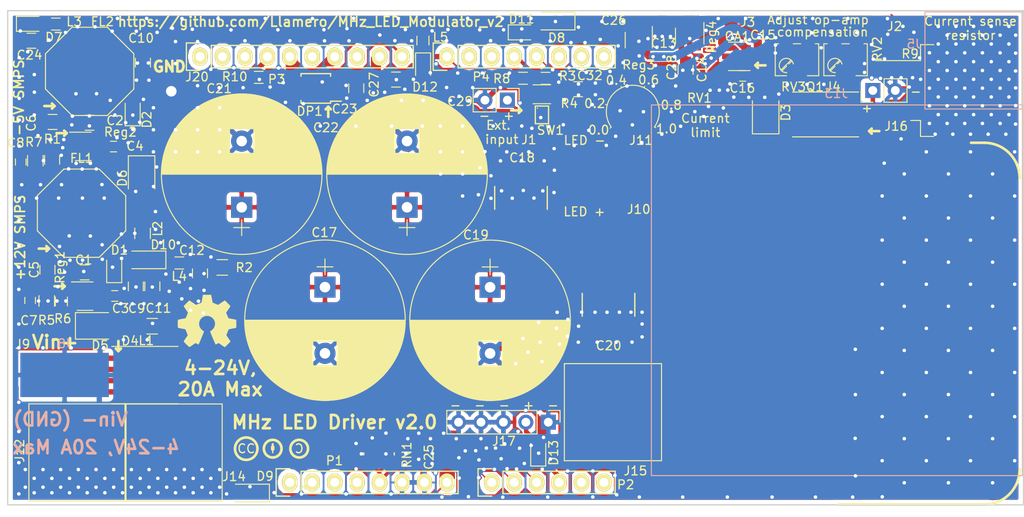
<source format=kicad_pcb>
(kicad_pcb (version 20170922) (host pcbnew "(2017-11-06 revision 9df4ae65e)-makepkg")
  (title_block (date "lun. 30 mars 2015"))
  (layers (0 F.Cu signal) (31 B.Cu signal) (34 B.Paste user) (35 F.Paste user) (36 B.SilkS user) (37 F.SilkS user) (38 B.Mask user) (39 F.Mask user) (44 Edge.Cuts user))
  (net 0 "")
  (net 1 /IOREF)
  (net 2 /Reset)
  (net 3 +5V)
  (net 4 GND)
  (net 5 /A0)
  (net 6 /A1)
  (net 7 /A2)
  (net 8 /A3)
  (net 9 /AREF)
  (net 10 "/A4(SDA)")
  (net 11 "/A5(SCL)")
  (net 12 "/9(**)")
  (net 13 /8)
  (net 14 /7)
  (net 15 "/6(**)")
  (net 16 "/5(**)")
  (net 17 /4)
  (net 18 "/3(**)")
  (net 19 /2)
  (net 20 "/1(Tx)")
  (net 21 "/0(Rx)")
  (net 22 "/13(SCK)")
  (net 23 "/10(**/SS)")
  (net 24 "Net-(P1-Pad1)")
  (net 25 +3V3)
  (net 26 "/12(MISO)")
  (net 27 "/11(**/MOSI)")
  (net 28 10V)
  (net 29 "Net-(C16-Pad1)")
  (net 30 -2V)
  (net 31 "Net-(C16-Pad2)")
  (net 32 "Net-(C6-Pad1)")
  (net 33 "Net-(C8-Pad1)")
  (net 34 Vin)
  (net 35 "Net-(C4-Pad1)")
  (net 36 "Net-(C3-Pad1)")
  (net 37 "Net-(C7-Pad1)")
  (net 38 "Net-(C5-Pad1)")
  (net 39 "Net-(RV2-Pad3)")
  (net 40 "Net-(J4-Pad1)")
  (net 41 "Net-(RV3-Pad3)")
  (net 42 "Net-(C5-Pad2)")
  (net 43 "Net-(C6-Pad2)")
  (net 44 "Net-(D4-Pad2)")
  (net 45 "Net-(D3-Pad1)")
  (net 46 "Net-(C1-Pad1)")
  (net 47 "Net-(C2-Pad1)")
  (net 48 "Net-(OA1-Pad5)")
  (net 49 "Net-(OA1-Pad3)")
  (net 50 "GND(NC)")
  (net 51 "Net-(Reg3-Pad4)")
  (net 52 "Net-(C28-Pad1)")
  (net 53 "/Vin(Arduino)")
  (net 54 /-5V-SMPS)
  (net 55 /12V-SMPS)
  (net 56 "Net-(D5-Pad2)")
  (net 57 "Net-(D6-Pad2)")
  (net 58 "Net-(C12-Pad2)")
  (net 59 "Net-(D10-Pad1)")
  (net 60 "Net-(D7-Pad2)")
  (net 61 /Input)
  (net 62 "Net-(DP1-Pad10)")
  (net 63 "Net-(DP1-Pad3)")
  (net 64 "Net-(R3-Pad2)")
  (net 65 "Net-(C29-Pad2)")
  (net 66 /-4V)
  (net 67 "Net-(D12-Pad1)")
  (net 68 "Net-(D13-Pad2)")
  (net 69 "/A5(SCL*)")
  (net 70 "/A4(SDA*)")
  (net 71 "Net-(C26-Pad1)")
  (net 72 "Net-(C13-Pad1)")
  (net 73 "Net-(D3-Pad2)")
  (net 74 "Net-(J1-Pad1)")
  (net 75 "Net-(C32-Pad1)")
  (module Socket_Strips:Socket_Strip_Straight_1x05_Pitch2.54mm (layer F.Cu) (at 168.2 117 270)
    (fp_text reference J17 (at 2.15 5.03) (layer F.SilkS))
    (fp_text value Conn_01x05_Female)
    (pad 5 thru_hole oval (at 0 10.16 270) (size 1.7 1.7) (drill 1) (layers *.Cu *.Mask) (net 4 GND))
    (pad 4 thru_hole oval (at 0 7.62 270) (size 1.7 1.7) (drill 1) (layers *.Cu *.Mask) (net 4 GND))
    (pad 3 thru_hole oval (at 0 5.08 270) (size 1.7 1.7) (drill 1) (layers *.Cu *.Mask) (net 4 GND))
    (pad 2 thru_hole oval (at 0 2.54 270) (size 1.7 1.7) (drill 1) (layers *.Cu *.Mask) (net 68 "Net-(D13-Pad2)"))
    (pad 1 thru_hole rect (at 0 0 270) (size 1.7 1.7) (drill 1) (layers *.Cu *.Mask) (net 4 GND))
  )
  (module Symbols:OSHW-Symbol_6.7x6mm_SilkScreen (layer F.Cu) (at 129.56 105.54)
    (fp_text reference J7 hide)
    (fp_text value Conn_Coaxial hide)
  )
  (module Ben_Custom:CC_Attribution (layer F.Cu) (at 137 120)
    (fp_text reference TH2)
    (fp_text value 10k)
    (fp_text user i (at 0 0) (layer F.SilkS))
  )
  (module Ben_Custom:CC_Share_alike (layer F.Cu) (at 140 120)
    (fp_text reference TH3)
    (fp_text value 10k)
    (fp_text user Ɔ (at 0 0) (layer F.SilkS))
  )
  (module Ben_Custom:CC_silkscreen (layer F.Cu) (at 134 120)
    (fp_text reference TH1)
    (fp_text value 10k)
    (fp_text user CC (at 0 0) (layer F.SilkS))
  )
  (module Ben_Custom:0508_Capacitor (layer F.Cu) (at 156.56 121.08 90)
    (fp_text reference C25 (at 0.1397 -1.86182 90) (layer F.SilkS))
    (fp_text value "2.2 uF" hide)
    (pad 2 smd rect (at 0.5334 0 90) (size 0.5842 2.0066) (layers F.Cu F.Paste F.Mask) (net 4 GND))
    (pad 1 smd rect (at -0.5334 0 90) (size 0.5842 2.0066) (layers F.Cu F.Paste F.Mask) (net 53 "/Vin(Arduino)"))
  )
  (module Ben_Custom:Resistor_Array_x4_1206 (layer F.Cu) (at 149.03 120.59 270)
    (fp_text reference RN1 (at 0.12 -3.16 270) (layer F.SilkS))
    (fp_text value 4.7k)
    (pad 8 smd rect (at 0.8536 -1.503601 270) (size 0.8072 1.1072) (layers F.Cu F.Paste F.Mask) (net 3 +5V))
    (pad 7 smd rect (at 0.8536 -0.385 270) (size 0.8072 0.45) (layers F.Cu F.Paste F.Mask) (net 3 +5V))
    (pad 6 smd rect (at 0.8536 0.395 270) (size 0.8072 0.45) (layers F.Cu F.Paste F.Mask) (net 3 +5V))
    (pad 5 smd rect (at 0.8536 1.503601 270) (size 0.8072 1.1072) (layers F.Cu F.Paste F.Mask) (net 4 GND))
    (pad 4 smd rect (at -0.8536 1.503601 270) (size 0.8072 1.1072) (layers F.Cu F.Paste F.Mask) (net 4 GND))
    (pad 3 smd rect (at -0.8536 0.385 270) (size 0.8072 0.45) (layers F.Cu F.Paste F.Mask) (net 7 /A2))
    (pad 2 smd rect (at -0.8536 -0.395 270) (size 0.8072 0.45) (layers F.Cu F.Paste F.Mask) (net 6 /A1))
    (pad 1 smd rect (at -0.8536 -1.503601 270) (size 0.8072 1.1072) (layers F.Cu F.Paste F.Mask) (net 5 /A0))
  )
  (module Wire_Pads:SolderWirePad_single_1-2mmDrill (layer F.Cu) (at 125.52 79.5)
    (fp_text reference J20 (at 2.91 -1.63) (layer F.SilkS))
    (fp_text value GND_bolt)
    (pad 1 thru_hole circle (at 0 0) (size 3.50012 3.50012) (drill 1.19888) (layers *.Cu *.Mask) (net 4 GND))
  )
  (module Socket_Strips:Socket_Strip_Straight_1x02_Pitch2.54mm (layer F.Cu) (at 204.94 79.41 90)
    (fp_text reference J16 (at -4.05 2.64) (layer F.SilkS))
    (fp_text value Conn_Coaxial_Power)
    (pad 2 thru_hole oval (at 0 2.54 90) (size 1.7 1.7) (drill 1) (layers *.Cu *.Mask) (net 4 GND))
    (pad 1 thru_hole rect (at 0 0 90) (size 1.7 1.7) (drill 1) (layers *.Cu *.Mask) (net 73 "Net-(D3-Pad2)"))
  )
  (module Ben_Custom:8-VFSOP (layer F.Cu) (at 167.478 82.175 270)
    (fp_text reference SW1 (at 1.74 -0.96) (layer F.SilkS))
    (fp_text value TS5A3357DCUR)
    (pad 4 smd rect (at 0.7493 1.55 270) (size 0.29972 0.8) (layers F.Cu F.Paste F.Mask) (net 4 GND))
    (pad 3 smd rect (at 0.24892 1.55 270) (size 0.29972 0.8) (layers F.Cu F.Paste F.Mask) (net 64 "Net-(R3-Pad2)"))
    (pad 2 smd rect (at -0.24892 1.55 270) (size 0.29972 0.8) (layers F.Cu F.Paste F.Mask) (net 63 "Net-(DP1-Pad3)"))
    (pad 1 smd rect (at -0.7493 1.55 270) (size 0.29972 0.8) (layers F.Cu F.Paste F.Mask) (net 74 "Net-(J1-Pad1)"))
    (pad 8 smd rect (at -0.7493 -1.55 270) (size 0.29972 0.8) (layers F.Cu F.Paste F.Mask) (net 75 "Net-(C32-Pad1)"))
    (pad 7 smd rect (at -0.24892 -1.55 270) (size 0.29972 0.8) (layers F.Cu F.Paste F.Mask) (net 61 /Input))
    (pad 6 smd rect (at 0.24892 -1.55 270) (size 0.29972 0.8) (layers F.Cu F.Paste F.Mask) (net 18 "/3(**)"))
    (pad 5 smd rect (at 0.7493 -1.55 270) (size 0.29972 0.8) (layers F.Cu F.Paste F.Mask) (net 17 /4))
  )
  (module Socket_Strips:Socket_Strip_Straight_1x02_Pitch2.54mm (layer F.Cu) (at 163.568 80.505 270)
    (fp_text reference J1 (at 4.485 -2.432) (layer F.SilkS))
    (fp_text value Conn_Coaxial)
    (pad 1 thru_hole rect (at 0 0 270) (size 1.7 1.7) (drill 1) (layers *.Cu *.Mask) (net 74 "Net-(J1-Pad1)"))
    (pad 2 thru_hole oval (at 0 2.54 270) (size 1.7 1.7) (drill 1) (layers *.Cu *.Mask) (net 4 GND))
  )
  (module Diodes_SMD:D_SOD-323 (layer F.Cu) (at 167.06 120.47 90)
    (fp_text reference D13 (at 0 1.74 90) (layer F.SilkS))
    (fp_text value D_Schottky)
    (pad 1 smd rect (at -1.05 0 90) (size 0.6 0.45) (layers F.Cu F.Paste F.Mask) (net 8 /A3))
    (pad 2 smd rect (at 1.05 0 90) (size 0.6 0.45) (layers F.Cu F.Paste F.Mask) (net 68 "Net-(D13-Pad2)"))
  )
  (module Ben_Custom:DO-214AC (layer F.Cu) (at 192.808 80.825 90)
    (fp_text reference D3 (at -1.09 2.27 270) (layer F.SilkS))
    (fp_text value D_TVS)
    (pad 2 smd rect (at 2.19964 0 90) (size 2.10058 1.80086) (layers F.Cu F.Paste F.Mask) (net 73 "Net-(D3-Pad2)"))
    (pad 1 smd rect (at -2.19964 0 90) (size 2.10058 1.80086) (layers F.Cu F.Paste F.Mask) (net 45 "Net-(D3-Pad1)"))
  )
  (module Ben_Custom:0508_Capacitor (layer F.Cu) (at 175.568 73.065 270)
    (fp_text reference C26 (at -1.61 -0.04) (layer F.SilkS))
    (fp_text value "2.2 uF" hide)
    (pad 1 smd rect (at -0.5334 0 270) (size 0.5842 2.0066) (layers F.Cu F.Paste F.Mask) (net 71 "Net-(C26-Pad1)"))
    (pad 2 smd rect (at 0.5334 0 270) (size 0.5842 2.0066) (layers F.Cu F.Paste F.Mask) (net 4 GND))
  )
  (module Ben_Custom:0508_Capacitor (layer F.Cu) (at 181.278 71.925 270)
    (fp_text reference C13 (at 2.13 0.02) (layer F.SilkS))
    (fp_text value "2.2 uF" hide)
    (pad 2 smd rect (at 0.5334 0 270) (size 0.5842 2.0066) (layers F.Cu F.Paste F.Mask) (net 4 GND))
    (pad 1 smd rect (at -0.5334 0 270) (size 0.5842 2.0066) (layers F.Cu F.Paste F.Mask) (net 72 "Net-(C13-Pad1)"))
  )
  (module Ben_Custom:Wurth_Coupled_Inductor (layer F.Cu) (at 115.358 93.315 180)
    (fp_text reference FL1 (at 0 6.223 180) (layer F.SilkS))
    (fp_text value 4.7uH)
    (pad 1 smd rect (at 0 -3.8 180) (size 3.6 1.4) (layers F.Cu F.Paste F.Mask) (net 46 "Net-(C1-Pad1)"))
    (pad 3 smd rect (at 0 3.8 180) (size 3.6 1.4) (layers F.Cu F.Paste F.Mask) (net 4 GND))
    (pad 2 smd rect (at -3.8 0 180) (size 1.4 3.6) (layers F.Cu F.Paste F.Mask) (net 42 "Net-(C5-Pad2)"))
    (pad 4 smd rect (at 3.8 0 180) (size 1.4 3.6) (layers F.Cu F.Paste F.Mask) (net 38 "Net-(C5-Pad1)"))
  )
  (module Ben_Custom:Wurth_Coupled_Inductor (layer F.Cu) (at 116.278 77.245 180)
    (fp_text reference FL2 (at -1.442 5.635 180) (layer F.SilkS))
    (fp_text value 2.7uH)
    (pad 1 smd rect (at 0 -3.8 180) (size 3.6 1.4) (layers F.Cu F.Paste F.Mask) (net 47 "Net-(C2-Pad1)"))
    (pad 3 smd rect (at 0 3.8 180) (size 3.6 1.4) (layers F.Cu F.Paste F.Mask) (net 54 /-5V-SMPS))
    (pad 2 smd rect (at -3.8 0 180) (size 1.4 3.6) (layers F.Cu F.Paste F.Mask) (net 43 "Net-(C6-Pad2)"))
    (pad 4 smd rect (at 3.8 0 180) (size 1.4 3.6) (layers F.Cu F.Paste F.Mask) (net 32 "Net-(C6-Pad1)"))
  )
  (module TO_SOT_Packages_SMD:TO-263-2 (layer F.Cu) (at 213.288 79.415)
    (fp_text reference R9 (at -4.128 -4.155) (layer F.SilkS))
    (fp_text value 5)
    (pad 2 smd rect (at 0.95 2.775) (size 4.55 5.25) (layers F.Cu F.Paste) (net 4 GND))
    (pad 2 smd rect (at 5.8 -2.775) (size 4.55 5.25) (layers F.Cu F.Paste) (net 4 GND))
    (pad 2 smd rect (at 0.95 -2.775) (size 4.55 5.25) (layers F.Cu F.Paste) (net 4 GND))
    (pad 2 smd rect (at 5.8 2.775) (size 4.55 5.25) (layers F.Cu F.Paste) (net 4 GND))
    (pad 2 smd rect (at 3.375 0) (size 9.4 10.8) (layers F.Cu F.Mask) (net 4 GND))
    (pad 3 smd rect (at -5.775 2.54) (size 4.6 1.1) (layers F.Cu F.Paste F.Mask) (net 73 "Net-(D3-Pad2)"))
    (pad 1 smd rect (at -5.775 -2.54) (size 4.6 1.1) (layers F.Cu F.Paste F.Mask) (net 4 GND))
  )
  (module Resistors_SMD:R_0603 (layer F.Cu) (at 135.418 77.925 180)
    (fp_text reference R10 (at 2.72 0.07 180) (layer F.SilkS))
    (fp_text value 10)
    (pad 2 smd rect (at 0.75 0 180) (size 0.5 0.9) (layers F.Cu F.Paste F.Mask) (net 50 "GND(NC)"))
    (pad 1 smd rect (at -0.75 0 180) (size 0.5 0.9) (layers F.Cu F.Paste F.Mask) (net 4 GND))
  )
  (module TO_SOT_Packages_SMD:SOT-23-6 (layer F.Cu) (at 115.558 85.745)
    (fp_text reference Reg2 (at 4.2 -1.62) (layer F.SilkS))
    (fp_text value LT8330)
    (pad 1 smd rect (at -1.1 -0.95) (size 1.06 0.65) (layers F.Cu F.Paste F.Mask) (net 32 "Net-(C6-Pad1)"))
    (pad 2 smd rect (at -1.1 0) (size 1.06 0.65) (layers F.Cu F.Paste F.Mask) (net 4 GND))
    (pad 3 smd rect (at -1.1 0.95) (size 1.06 0.65) (layers F.Cu F.Paste F.Mask) (net 33 "Net-(C8-Pad1)"))
    (pad 4 smd rect (at 1.1 0.95) (size 1.06 0.65) (layers F.Cu F.Paste F.Mask) (net 47 "Net-(C2-Pad1)"))
    (pad 6 smd rect (at 1.1 -0.95) (size 1.06 0.65) (layers F.Cu F.Paste F.Mask) (net 47 "Net-(C2-Pad1)"))
    (pad 5 smd rect (at 1.1 0) (size 1.06 0.65) (layers F.Cu F.Paste F.Mask) (net 35 "Net-(C4-Pad1)"))
  )
  (module TO_SOT_Packages_SMD:SOT-23-6 (layer F.Cu) (at 115.758 102.715)
    (fp_text reference Reg1 (at -2.84 -3.26 90) (layer F.SilkS))
    (fp_text value LT8330)
    (pad 5 smd rect (at 1.1 0) (size 1.06 0.65) (layers F.Cu F.Paste F.Mask) (net 36 "Net-(C3-Pad1)"))
    (pad 6 smd rect (at 1.1 -0.95) (size 1.06 0.65) (layers F.Cu F.Paste F.Mask) (net 46 "Net-(C1-Pad1)"))
    (pad 4 smd rect (at 1.1 0.95) (size 1.06 0.65) (layers F.Cu F.Paste F.Mask) (net 46 "Net-(C1-Pad1)"))
    (pad 3 smd rect (at -1.1 0.95) (size 1.06 0.65) (layers F.Cu F.Paste F.Mask) (net 37 "Net-(C7-Pad1)"))
    (pad 2 smd rect (at -1.1 0) (size 1.06 0.65) (layers F.Cu F.Paste F.Mask) (net 4 GND))
    (pad 1 smd rect (at -1.1 -0.95) (size 1.06 0.65) (layers F.Cu F.Paste F.Mask) (net 38 "Net-(C5-Pad1)"))
  )
  (module Ben_Custom:Heatsink-Wakefield_655-53AB_41x41mm (layer B.Cu) (at 200.87 102.05)
    (fp_text reference J13 (at -0.07 -22.3) (layer B.SilkS) (effects (justify mirror)))
    (fp_text value Heat_Sink)
    (pad 1 smd rect (at 0 0) (size 40.64 40.64) (layers B.Cu) (net 4 GND))
  )
  (module Housings_SSOP:MSOP-10_3x3mm_Pitch0.5mm (layer F.Cu) (at 141.878 79.175 180)
    (fp_text reference DP1 (at 0.688 -2.585 180) (layer F.SilkS))
    (fp_text value AD5162)
    (pad 10 smd rect (at 2.2 -1 180) (size 1.4 0.3) (layers F.Cu F.Paste F.Mask) (net 62 "Net-(DP1-Pad10)"))
    (pad 9 smd rect (at 2.2 -0.5 180) (size 1.4 0.3) (layers F.Cu F.Paste F.Mask) (net 62 "Net-(DP1-Pad10)"))
    (pad 8 smd rect (at 2.2 0 180) (size 1.4 0.3) (layers F.Cu F.Paste F.Mask) (net 13 /8))
    (pad 7 smd rect (at 2.2 0.5 180) (size 1.4 0.3) (layers F.Cu F.Paste F.Mask) (net 27 "/11(**/MOSI)"))
    (pad 6 smd rect (at 2.2 1 180) (size 1.4 0.3) (layers F.Cu F.Paste F.Mask) (net 22 "/13(SCK)"))
    (pad 5 smd rect (at -2.2 1 180) (size 1.4 0.3) (layers F.Cu F.Paste F.Mask) (net 14 /7))
    (pad 4 smd rect (at -2.2 0.5 180) (size 1.4 0.3) (layers F.Cu F.Paste F.Mask) (net 4 GND))
    (pad 3 smd rect (at -2.2 0 180) (size 1.4 0.3) (layers F.Cu F.Paste F.Mask) (net 63 "Net-(DP1-Pad3)"))
    (pad 2 smd rect (at -2.2 -0.5 180) (size 1.4 0.3) (layers F.Cu F.Paste F.Mask) (net 12 "/9(**)"))
    (pad 1 smd rect (at -2.2 -1 180) (size 1.4 0.3) (layers F.Cu F.Paste F.Mask) (net 4 GND))
  )
  (module Resistors_SMD:R_0603 (layer F.Cu) (at 165.338 78.025)
    (fp_text reference R8 (at -2.41 0.05 -180) (layer F.SilkS))
    (fp_text value 1.8k)
    (pad 2 smd rect (at 0.75 0) (size 0.5 0.9) (layers F.Cu F.Paste F.Mask) (net 64 "Net-(R3-Pad2)"))
    (pad 1 smd rect (at -0.75 0) (size 0.5 0.9) (layers F.Cu F.Paste F.Mask) (net 65 "Net-(C29-Pad2)"))
  )
  (module Ben_Custom:0508_Capacitor (layer F.Cu) (at 158.148 78.765 90)
    (fp_text reference C29 (at -1.88 0.06 180) (layer F.SilkS))
    (fp_text value "2.2 uF" hide)
    (pad 1 smd rect (at -0.5334 0 90) (size 0.5842 2.0066) (layers F.Cu F.Paste F.Mask) (net 4 GND))
    (pad 2 smd rect (at 0.5334 0 90) (size 0.5842 2.0066) (layers F.Cu F.Paste F.Mask) (net 65 "Net-(C29-Pad2)"))
  )
  (module Diodes_SMD:D_SOD-323F (layer F.Cu) (at 154.028 76.655 270)
    (fp_text reference D12 (at 2.36 -0.21) (layer F.SilkS))
    (fp_text value D)
    (pad 2 smd rect (at 1.1 0 270) (size 0.5 0.5) (layers F.Cu F.Paste F.Mask) (net 65 "Net-(C29-Pad2)"))
    (pad 1 smd rect (at -1.1 0 270) (size 0.5 0.5) (layers F.Cu F.Paste F.Mask) (net 67 "Net-(D12-Pad1)"))
  )
  (module Capacitors_SMD:C_0805 (layer F.Cu) (at 171.578 79.265)
    (fp_text reference C32 (at 1.33 -1.55 180) (layer F.SilkS))
    (fp_text value "10 nF")
    (pad 1 smd rect (at -1 0) (size 1 1.25) (layers F.Cu F.Paste F.Mask) (net 75 "Net-(C32-Pad1)"))
    (pad 2 smd rect (at 1 0) (size 1 1.25) (layers F.Cu F.Paste F.Mask) (net 4 GND))
  )
  (module Resistors_SMD:R_0603 (layer F.Cu) (at 167.888 78.035 180)
    (fp_text reference R3 (at -2.49 0.27 180) (layer F.SilkS))
    (fp_text value 100)
    (pad 2 smd rect (at 0.75 0 180) (size 0.5 0.9) (layers F.Cu F.Paste F.Mask) (net 64 "Net-(R3-Pad2)"))
    (pad 1 smd rect (at -0.75 0 180) (size 0.5 0.9) (layers F.Cu F.Paste F.Mask) (net 4 GND))
  )
  (module Resistors_SMD:R_1206 (layer F.Cu) (at 167.47 79.84)
    (fp_text reference R4 (at 3.1 1.03) (layer F.SilkS))
    (fp_text value 0)
    (pad 2 smd rect (at 1.45 0) (size 0.9 1.7) (layers F.Cu F.Paste F.Mask) (net 75 "Net-(C32-Pad1)"))
    (pad 1 smd rect (at -1.45 0) (size 0.9 1.7) (layers F.Cu F.Paste F.Mask) (net 14 /7))
  )
  (module Capacitors_SMD:C_0805 (layer F.Cu) (at 146.458 79.155 270)
    (fp_text reference C23 (at 2.345 1.308) (layer F.SilkS))
    (fp_text value "10 nF")
    (pad 2 smd rect (at 1 0 270) (size 1 1.25) (layers F.Cu F.Paste F.Mask) (net 4 GND))
    (pad 1 smd rect (at -1 0 270) (size 1 1.25) (layers F.Cu F.Paste F.Mask) (net 14 /7))
  )
  (module Capacitors_SMD:C_0805 (layer F.Cu) (at 116.268 83.065 180)
    (fp_text reference C2 (at -2.88 0.25 180) (layer F.SilkS))
    (fp_text value "4.7 uF")
    (pad 2 smd rect (at 1 0 180) (size 1 1.25) (layers F.Cu F.Paste F.Mask) (net 4 GND))
    (pad 1 smd rect (at -1 0 180) (size 1 1.25) (layers F.Cu F.Paste F.Mask) (net 47 "Net-(C2-Pad1)"))
  )
  (module Inductors_SMD:L_0603 (layer F.Cu) (at 154.008 73.755 270)
    (fp_text reference L5 (at -0.39 -1.99) (layer F.SilkS))
    (fp_text value Ferrite_Bead)
    (pad 1 smd rect (at -0.75 0 270) (size 0.5 0.9) (layers F.Cu F.Paste F.Mask) (net 66 /-4V))
    (pad 2 smd rect (at 0.75 0 270) (size 0.5 0.9) (layers F.Cu F.Paste F.Mask) (net 67 "Net-(D12-Pad1)"))
  )
  (module Ben_Custom:Heatsink-10x10mm-V2017B (layer B.Cu) (at 216.34 76.01)
    (fp_text reference J5 (at -6.71 -1.87) (layer B.SilkS) (effects (justify mirror)))
    (fp_text value Heat_Sink)
  )
  (module Capacitors_SMD:C_0805 (layer F.Cu) (at 150.958 78.175 180)
    (fp_text reference C27 (at 2.48 -0.58 270) (layer F.SilkS))
    (fp_text value "4.7 uF")
    (pad 2 smd rect (at 1 0 180) (size 1 1.25) (layers F.Cu F.Paste F.Mask) (net 14 /7))
    (pad 1 smd rect (at -1 0 180) (size 1 1.25) (layers F.Cu F.Paste F.Mask) (net 4 GND))
  )
  (module Ben_Custom:DO-214AC (layer F.Cu) (at 118.168 106.085)
    (fp_text reference D5 (at -0.71 2.21) (layer F.SilkS))
    (fp_text value D_Schottky)
    (pad 1 smd rect (at -2.19964 0) (size 2.10058 1.80086) (layers F.Cu F.Paste F.Mask) (net 46 "Net-(C1-Pad1)"))
    (pad 2 smd rect (at 2.19964 0) (size 2.10058 1.80086) (layers F.Cu F.Paste F.Mask) (net 56 "Net-(D5-Pad2)"))
  )
  (module Ben_Custom:DO-214AC (layer F.Cu) (at 122.158 90.315 270)
    (fp_text reference D6 (at -0.97 2.18 270) (layer F.SilkS))
    (fp_text value D_Schottky)
    (pad 2 smd rect (at 2.19964 0 270) (size 2.10058 1.80086) (layers F.Cu F.Paste F.Mask) (net 57 "Net-(D6-Pad2)"))
    (pad 1 smd rect (at -2.19964 0 270) (size 2.10058 1.80086) (layers F.Cu F.Paste F.Mask) (net 47 "Net-(C2-Pad1)"))
  )
  (module Ben_Custom:Heatsink-10x10mm-V2017B (layer F.Cu) (at 175.518 115.865)
    (fp_text reference J15 (at 2.55 6.65) (layer F.SilkS))
    (fp_text value Heat_Sink)
  )
  (module Ben_Custom:Heatsink-10x10mm-V2017B (layer F.Cu) (at 125.778 120.435)
    (fp_text reference J14 (at 6.842 2.725 180) (layer F.SilkS))
    (fp_text value Heat_Sink)
  )
  (module Ben_Custom:Heatsink-10x10mm-V2017B (layer F.Cu) (at 114.898 120.425)
    (fp_text reference J12 (at -6.54 -0.2 90) (layer F.SilkS))
    (fp_text value Heat_Sink)
  )
  (module Diodes_SMD:D_SOD-323F (layer F.Cu) (at 165.168 72.825)
    (fp_text reference D11 (at 0.002 -1.515) (layer F.SilkS))
    (fp_text value D)
    (pad 2 smd rect (at 1.1 0) (size 0.5 0.5) (layers F.Cu F.Paste F.Mask) (net 71 "Net-(C26-Pad1)"))
    (pad 1 smd rect (at -1.1 0) (size 0.5 0.5) (layers F.Cu F.Paste F.Mask) (net 66 /-4V))
  )
  (module Diodes_SMD:D_SOD-123F (layer F.Cu) (at 134.428 125.025 180)
    (fp_text reference D9 (at -1.702 1.905 180) (layer F.SilkS))
    (fp_text value D_Schottky)
    (pad 2 smd rect (at 1.4 0 180) (size 1.1 1.1) (layers F.Cu F.Paste F.Mask) (net 58 "Net-(C12-Pad2)"))
    (pad 1 smd rect (at -1.4 0 180) (size 1.1 1.1) (layers F.Cu F.Paste F.Mask) (net 53 "/Vin(Arduino)"))
  )
  (module Capacitors_SMD:C_0603 (layer F.Cu) (at 109.538 103.205 90)
    (fp_text reference C7 (at -2.27 -0.14 180) (layer F.SilkS))
    (fp_text value "4.7 pF")
    (pad 1 smd rect (at -0.75 0 90) (size 0.8 0.75) (layers F.Cu F.Paste F.Mask) (net 37 "Net-(C7-Pad1)"))
    (pad 2 smd rect (at 0.75 0 90) (size 0.8 0.75) (layers F.Cu F.Paste F.Mask) (net 55 /12V-SMPS))
  )
  (module Inductors_SMD:L_0805 (layer F.Cu) (at 123.358 106.125)
    (fp_text reference L1 (at -0.668 1.625) (layer F.SilkS))
    (fp_text value Ferrite_Bead)
    (pad 2 smd rect (at 0.95 0) (size 0.7 1.3) (layers F.Cu F.Paste F.Mask) (net 34 Vin))
    (pad 1 smd rect (at -0.95 0) (size 0.7 1.3) (layers F.Cu F.Paste F.Mask) (net 56 "Net-(D5-Pad2)"))
  )
  (module Diodes_SMD:D_SOD-323F (layer F.Cu) (at 109.488 71.855)
    (fp_text reference D7 (at 2.732 1.525 180) (layer F.SilkS))
    (fp_text value D)
    (pad 1 smd rect (at -1.1 0) (size 0.5 0.5) (layers F.Cu F.Paste F.Mask) (net 54 /-5V-SMPS))
    (pad 2 smd rect (at 1.1 0) (size 0.5 0.5) (layers F.Cu F.Paste F.Mask) (net 60 "Net-(D7-Pad2)"))
  )
  (module TO_SOT_Packages_SMD:SOT-23-5 (layer F.Cu) (at 184.208 73.245 270)
    (fp_text reference Reg4 (at 0.11 -2.49 90) (layer F.SilkS))
    (fp_text value LP2985-10.0)
    (pad 5 smd rect (at 1.1 -0.95 270) (size 1.06 0.65) (layers F.Cu F.Paste F.Mask) (net 28 10V))
    (pad 4 smd rect (at 1.1 0.95 270) (size 1.06 0.65) (layers F.Cu F.Paste F.Mask) (net 52 "Net-(C28-Pad1)"))
    (pad 3 smd rect (at -1.1 0.95 270) (size 1.06 0.65) (layers F.Cu F.Paste F.Mask) (net 72 "Net-(C13-Pad1)"))
    (pad 2 smd rect (at -1.1 0 270) (size 1.06 0.65) (layers F.Cu F.Paste F.Mask) (net 4 GND))
    (pad 1 smd rect (at -1.1 -0.95 270) (size 1.06 0.65) (layers F.Cu F.Paste F.Mask) (net 72 "Net-(C13-Pad1)"))
  )
  (module Capacitors_SMD:C_0805 (layer F.Cu) (at 109.678 73.775)
    (fp_text reference C24 (at -0.21 1.62) (layer F.SilkS))
    (fp_text value "4.7 uF")
    (pad 2 smd rect (at 1 0) (size 1 1.25) (layers F.Cu F.Paste F.Mask) (net 66 /-4V))
    (pad 1 smd rect (at -1 0) (size 1 1.25) (layers F.Cu F.Paste F.Mask) (net 4 GND))
  )
  (module Capacitors_SMD:C_0805 (layer F.Cu) (at 128.768 100.125 90)
    (fp_text reference C12 (at 2.605 -0.918 180) (layer F.SilkS))
    (fp_text value "4.7 uF")
    (pad 2 smd rect (at 1 0 90) (size 1 1.25) (layers F.Cu F.Paste F.Mask) (net 58 "Net-(C12-Pad2)"))
    (pad 1 smd rect (at -1 0 90) (size 1 1.25) (layers F.Cu F.Paste F.Mask) (net 4 GND))
  )
  (module Diodes_SMD:D_SOD-123F (layer F.Cu) (at 169.018 71.545 180)
    (fp_text reference D8 (at -0.127 -1.905 180) (layer F.SilkS))
    (fp_text value D_Schottky)
    (pad 1 smd rect (at -1.4 0 180) (size 1.1 1.1) (layers F.Cu F.Paste F.Mask) (net 72 "Net-(C13-Pad1)"))
    (pad 2 smd rect (at 1.4 0 180) (size 1.1 1.1) (layers F.Cu F.Paste F.Mask) (net 58 "Net-(C12-Pad2)"))
  )
  (module Diodes_SMD:D_SOD-123F (layer F.Cu) (at 122.708 98.605 180)
    (fp_text reference D10 (at -1.91 1.71 180) (layer F.SilkS))
    (fp_text value D_Schottky)
    (pad 2 smd rect (at 1.4 0 180) (size 1.1 1.1) (layers F.Cu F.Paste F.Mask) (net 55 /12V-SMPS))
    (pad 1 smd rect (at -1.4 0 180) (size 1.1 1.1) (layers F.Cu F.Paste F.Mask) (net 59 "Net-(D10-Pad1)"))
  )
  (module Capacitors_SMD:C_0805 (layer F.Cu) (at 183.738 77.075 270)
    (fp_text reference C28 (at -0.26 1.56 270) (layer F.SilkS))
    (fp_text value "10 nF")
    (pad 2 smd rect (at 1 0 270) (size 1 1.25) (layers F.Cu F.Paste F.Mask) (net 4 GND))
    (pad 1 smd rect (at -1 0 270) (size 1 1.25) (layers F.Cu F.Paste F.Mask) (net 52 "Net-(C28-Pad1)"))
  )
  (module Capacitors_THT:CP_Radial_D18.0mm_P7.50mm (layer F.Cu) (at 133.488 92.645 90)
    (fp_text reference C21 (at 13.45 -2.54 180) (layer F.SilkS))
    (fp_text value "2700 uF")
    (pad 2 thru_hole circle (at 7.5 0 90) (size 2.4 2.4) (drill 1.2) (layers *.Cu *.Mask) (net 4 GND))
    (pad 1 thru_hole rect (at 0 0 90) (size 2.4 2.4) (drill 1.2) (layers *.Cu *.Mask) (net 34 Vin))
  )
  (module Capacitors_SMD:C_0805 (layer F.Cu) (at 112.028 87.265 90)
    (fp_text reference R1 (at 2.35 0.04 180) (layer F.SilkS))
    (fp_text value 187k)
    (pad 1 smd rect (at -1 0 90) (size 1 1.25) (layers F.Cu F.Paste F.Mask) (net 33 "Net-(C8-Pad1)"))
    (pad 2 smd rect (at 1 0 90) (size 1 1.25) (layers F.Cu F.Paste F.Mask) (net 4 GND))
  )
  (module Inductors_SMD:L_0805 (layer F.Cu) (at 122.268 95.605 270)
    (fp_text reference L2 (at -0.53 -1.71 270) (layer F.SilkS))
    (fp_text value Ferrite_Bead)
    (pad 1 smd rect (at -0.95 0 270) (size 0.7 1.3) (layers F.Cu F.Paste F.Mask) (net 57 "Net-(D6-Pad2)"))
    (pad 2 smd rect (at 0.95 0 270) (size 0.7 1.3) (layers F.Cu F.Paste F.Mask) (net 34 Vin))
  )
  (module Resistors_SMD:R_0805 (layer F.Cu) (at 131.29 99.46)
    (fp_text reference R2 (at 2.49 0.02 -180) (layer F.SilkS))
    (fp_text value 4.7k)
    (pad 1 smd rect (at -0.95 0) (size 0.7 1.3) (layers F.Cu F.Paste F.Mask) (net 4 GND))
    (pad 2 smd rect (at 0.95 0) (size 0.7 1.3) (layers F.Cu F.Paste F.Mask) (net 34 Vin))
  )
  (module TO_SOT_Packages_SMD:TSOT-23-5 (layer F.Cu) (at 178.468 73.705 270)
    (fp_text reference Reg3 (at 2.8 0.04) (layer F.SilkS))
    (fp_text value ADP7182AUJZ-Fixed)
    (pad 5 smd rect (at 1.31 -0.95 270) (size 1.22 0.65) (layers F.Cu F.Paste F.Mask) (net 30 -2V))
    (pad 4 smd rect (at 1.31 0.95 270) (size 1.22 0.65) (layers F.Cu F.Paste F.Mask) (net 51 "Net-(Reg3-Pad4)"))
    (pad 3 smd rect (at -1.31 0.95 270) (size 1.22 0.65) (layers F.Cu F.Paste F.Mask) (net 71 "Net-(C26-Pad1)"))
    (pad 2 smd rect (at -1.31 0 270) (size 1.22 0.65) (layers F.Cu F.Paste F.Mask) (net 71 "Net-(C26-Pad1)"))
    (pad 1 smd rect (at -1.31 -0.95 270) (size 1.22 0.65) (layers F.Cu F.Paste F.Mask) (net 4 GND))
  )
  (module Diodes_SMD:D_SOD-323F (layer F.Cu) (at 119.058 99.685 90)
    (fp_text reference D1 (at 2.19 0.59 180) (layer F.SilkS))
    (fp_text value D_Schottky)
    (pad 2 smd rect (at 1.1 0 90) (size 0.5 0.5) (layers F.Cu F.Paste F.Mask) (net 42 "Net-(C5-Pad2)"))
    (pad 1 smd rect (at -1.1 0 90) (size 0.5 0.5) (layers F.Cu F.Paste F.Mask) (net 55 /12V-SMPS))
  )
  (module Wire_Pads:SolderWirePad_single_SMD_5x10mm (layer F.Cu) (at 174.468 88.655 90)
    (fp_text reference J11 (at 3.6 4.23 180) (layer F.SilkS))
    (fp_text value TEST_1P)
    (pad 1 smd rect (at 0 0 90) (size 5 10) (layers F.Cu F.Mask) (net 45 "Net-(D3-Pad1)"))
  )
  (module Ben_Custom:0508_Capacitor (layer F.Cu) (at 187.408 78.095 90)
    (fp_text reference C14 (at 1.07 -1.82 270) (layer F.SilkS))
    (fp_text value "2.2 uF" hide)
    (pad 1 smd rect (at -0.5334 0 90) (size 0.5842 2.0066) (layers F.Cu F.Paste F.Mask) (net 4 GND))
    (pad 2 smd rect (at 0.5334 0 90) (size 0.5842 2.0066) (layers F.Cu F.Paste F.Mask) (net 28 10V))
  )
  (module Ben_Custom:0508_Capacitor (layer F.Cu) (at 192.598 74.845 180)
    (fp_text reference C15 (at 0.1 1.72 180) (layer F.SilkS))
    (fp_text value "2.2 uF" hide)
    (pad 2 smd rect (at 0.5334 0 180) (size 0.5842 2.0066) (layers F.Cu F.Paste F.Mask) (net 30 -2V))
    (pad 1 smd rect (at -0.5334 0 180) (size 0.5842 2.0066) (layers F.Cu F.Paste F.Mask) (net 4 GND))
  )
  (module TO_SOT_Packages_SMD:SOT-23-6 (layer F.Cu) (at 189.498 75.545 180)
    (fp_text reference OA1 (at -0.11 2.27 180) (layer F.SilkS))
    (fp_text value LT6200-10)
    (pad 5 smd rect (at 1.1 0 180) (size 1.06 0.65) (layers F.Cu F.Paste F.Mask) (net 48 "Net-(OA1-Pad5)"))
    (pad 6 smd rect (at 1.1 -0.95 180) (size 1.06 0.65) (layers F.Cu F.Paste F.Mask) (net 28 10V))
    (pad 4 smd rect (at 1.1 0.95 180) (size 1.06 0.65) (layers F.Cu F.Paste F.Mask) (net 29 "Net-(C16-Pad1)"))
    (pad 3 smd rect (at -1.1 0.95 180) (size 1.06 0.65) (layers F.Cu F.Paste F.Mask) (net 49 "Net-(OA1-Pad3)"))
    (pad 2 smd rect (at -1.1 0 180) (size 1.06 0.65) (layers F.Cu F.Paste F.Mask) (net 30 -2V))
    (pad 1 smd rect (at -1.1 -0.95 180) (size 1.06 0.65) (layers F.Cu F.Paste F.Mask) (net 31 "Net-(C16-Pad2)"))
  )
  (module Ben_Custom:2_J-lead_stacked_cap (layer F.Cu) (at 175.018 103.695 90)
    (fp_text reference C20 (at -4.63 0.02 180) (layer F.SilkS))
    (fp_text value "22 uF" hide)
    (pad 1 smd rect (at -2.5778 0 90) (size 1.9556 5.700001) (layers F.Cu F.Paste F.Mask) (net 4 GND))
    (pad 2 smd rect (at 2.5778 0 90) (size 1.9556 5.700001) (layers F.Cu F.Paste F.Mask) (net 34 Vin))
  )
  (module Ben_Custom:2_J-lead_stacked_cap (layer F.Cu) (at 165.108 91.575 90)
    (fp_text reference C18 (at 4.54 0.13 180) (layer F.SilkS))
    (fp_text value "22 uF" hide)
    (pad 2 smd rect (at 2.5778 0 90) (size 1.9556 5.700001) (layers F.Cu F.Paste F.Mask) (net 4 GND))
    (pad 1 smd rect (at -2.5778 0 90) (size 1.9556 5.700001) (layers F.Cu F.Paste F.Mask) (net 34 Vin))
  )
  (module Inductors_SMD:L_0603 (layer F.Cu) (at 112.448 71.885 180)
    (fp_text reference L3 (at -2.072 0.265) (layer F.SilkS))
    (fp_text value Ferrite_Bead)
    (pad 2 smd rect (at 0.75 0 180) (size 0.5 0.9) (layers F.Cu F.Paste F.Mask) (net 60 "Net-(D7-Pad2)"))
    (pad 1 smd rect (at -0.75 0 180) (size 0.5 0.9) (layers F.Cu F.Paste F.Mask) (net 66 /-4V))
  )
  (module Wire_Pads:SolderWirePad_single_SMD_5x10mm (layer F.Cu) (at 174.468 96.655 90)
    (fp_text reference J10 (at 3.78 3.97 180) (layer F.SilkS))
    (fp_text value TEST_1P)
    (pad 1 smd rect (at 0 0 90) (size 5 10) (layers F.Cu F.Mask) (net 34 Vin))
  )
  (module Ben_Custom:Bourns_3313J_Trimpot-compact (layer F.Cu) (at 177.768 81.815)
    (fp_text reference RV1 (at 7.552 -1.545 180) (layer F.SilkS))
    (fp_text value POT_TRIM)
    (fp_text user 0.0 (at -3.86 2.08) (layer F.SilkS))
    (fp_text user 0.2 (at -4.31 -0.93) (layer F.SilkS))
    (fp_text user 0.4 (at -1.87 -3.56) (layer F.SilkS))
    (fp_text user 0.6 (at 1.79 -3.61) (layer F.SilkS))
    (fp_text user 0.8 (at 4.35 -0.75) (layer F.SilkS))
    (fp_text user 1.0 (at 3.82 1.94) (layer F.SilkS))
    (pad 2 smd rect (at 0 -1.45) (size 1.6 1.6) (layers F.Cu F.Paste F.Mask) (net 49 "Net-(OA1-Pad3)"))
    (pad 1 smd rect (at 1.15 1.45) (size 1.1 1.6) (layers F.Cu F.Paste F.Mask) (net 4 GND))
    (pad 3 smd rect (at -1.15 1.45) (size 1.1 1.6) (layers F.Cu F.Paste F.Mask) (net 61 /Input))
  )
  (module Measurement_Points:Measurement_Point_Round-SMD-Pad_Small (layer F.Cu) (at 188.918 72.055)
    (fp_text reference J3 (at 1.85 -0.39) (layer F.SilkS))
    (fp_text value TEST_1P)
    (pad 1 smd circle (at 0 0) (size 1.5 1.5) (layers F.Cu F.Mask) (net 29 "Net-(C16-Pad1)"))
  )
  (module Ben_Custom:40x40mm-heatsink_only-eighth-pad (layer F.Cu) (at 201.058 105.835)
    (fp_text reference J6)
    (fp_text value Heat_Sink)
    (pad 1 smd roundrect (at 17.5 0) (size 5 40) (layers F.Cu) (roundrect_rratio 0.5) (net 4 GND))
  )
  (module Capacitors_SMD:C_0603 (layer F.Cu) (at 108.478 87.515 90)
    (fp_text reference C8 (at 2.17 -0.55 180) (layer F.SilkS))
    (fp_text value "4.7 pF")
    (pad 2 smd rect (at 0.75 0 90) (size 0.8 0.75) (layers F.Cu F.Paste F.Mask) (net 54 /-5V-SMPS))
    (pad 1 smd rect (at -0.75 0 90) (size 0.8 0.75) (layers F.Cu F.Paste F.Mask) (net 33 "Net-(C8-Pad1)"))
  )
  (module Capacitors_SMD:C_0805 (layer F.Cu) (at 112.078 82.975)
    (fp_text reference C6 (at -2.42 0.12 90) (layer F.SilkS))
    (fp_text value "1 uF")
    (pad 1 smd rect (at -1 0) (size 1 1.25) (layers F.Cu F.Paste F.Mask) (net 32 "Net-(C6-Pad1)"))
    (pad 2 smd rect (at 1 0) (size 1 1.25) (layers F.Cu F.Paste F.Mask) (net 43 "Net-(C6-Pad2)"))
  )
  (module Capacitors_SMD:C_0805 (layer F.Cu) (at 111.498 99.725 90)
    (fp_text reference C5 (at 0 -1.5 90) (layer F.SilkS))
    (fp_text value "1 uF")
    (pad 2 smd rect (at 1 0 90) (size 1 1.25) (layers F.Cu F.Paste F.Mask) (net 42 "Net-(C5-Pad2)"))
    (pad 1 smd rect (at -1 0 90) (size 1 1.25) (layers F.Cu F.Paste F.Mask) (net 38 "Net-(C5-Pad1)"))
  )
  (module Inductors_SMD:L_0603 (layer F.Cu) (at 126.428 98.955 180)
    (fp_text reference L4 (at 0.01 -1.51 180) (layer F.SilkS))
    (fp_text value Ferrite_Bead)
    (pad 1 smd rect (at -0.75 0 180) (size 0.5 0.9) (layers F.Cu F.Paste F.Mask) (net 58 "Net-(C12-Pad2)"))
    (pad 2 smd rect (at 0.75 0 180) (size 0.5 0.9) (layers F.Cu F.Paste F.Mask) (net 59 "Net-(D10-Pad1)"))
  )
  (module Capacitors_THT:CP_Radial_D18.0mm_P7.50mm (layer F.Cu) (at 152.208 92.645 90)
    (fp_text reference C22 (at 9.02 -9.18) (layer F.SilkS))
    (fp_text value "2700 uF")
    (pad 2 thru_hole circle (at 7.5 0 90) (size 2.4 2.4) (drill 1.2) (layers *.Cu *.Mask) (net 4 GND))
    (pad 1 thru_hole rect (at 0 0 90) (size 2.4 2.4) (drill 1.2) (layers *.Cu *.Mask) (net 34 Vin))
  )
  (module Wire_Pads:SolderWirePad_single_SMD_5x10mm (layer B.Cu) (at 113.438 111.655 90)
    (fp_text reference J8 (at 3.55 0.05) (layer B.SilkS) (effects (justify mirror)))
    (fp_text value TEST_1P)
    (pad 1 smd rect (at 0 0 90) (size 5 10) (layers B.Cu B.Mask) (net 4 GND))
  )
  (module Wire_Pads:SolderWirePad_single_SMD_5x10mm (layer F.Cu) (at 113.438 111.655 90)
    (fp_text reference J9 (at 3.49 -4.75 180) (layer F.SilkS))
    (fp_text value TEST_1P)
    (pad 1 smd rect (at 0 0 90) (size 5 10) (layers F.Cu F.Mask) (net 44 "Net-(D4-Pad2)"))
  )
  (module Capacitors_THT:CP_Radial_D18.0mm_P7.50mm (layer F.Cu) (at 142.918 101.695 270)
    (fp_text reference C17 (at -6.19 0.08) (layer F.SilkS))
    (fp_text value "2700 uF")
    (pad 1 thru_hole rect (at 0 0 270) (size 2.4 2.4) (drill 1.2) (layers *.Cu *.Mask) (net 34 Vin))
    (pad 2 thru_hole circle (at 7.5 0 270) (size 2.4 2.4) (drill 1.2) (layers *.Cu *.Mask) (net 4 GND))
  )
  (module Capacitors_THT:CP_Radial_D18.0mm_P7.50mm (layer F.Cu) (at 161.608 101.705 270)
    (fp_text reference C19 (at -5.93 1.6) (layer F.SilkS))
    (fp_text value "2700 uF")
    (pad 2 thru_hole circle (at 7.5 0 270) (size 2.4 2.4) (drill 1.2) (layers *.Cu *.Mask) (net 4 GND))
    (pad 1 thru_hole rect (at 0 0 270) (size 2.4 2.4) (drill 1.2) (layers *.Cu *.Mask) (net 34 Vin))
  )
  (module Ben_Custom:Potentiometer_Trimmer_Bourns_3224W (layer F.Cu) (at 196.35287 75.927049)
    (fp_text reference RV3 (at -0.39287 3.072951) (layer F.SilkS))
    (fp_text value POT_TRIM)
    (pad 1 smd rect (at 1.25 -1.45) (size 1.3 1.6) (layers F.Cu F.Paste F.Mask) (net 29 "Net-(C16-Pad1)"))
    (pad 2 smd rect (at 0 1.45) (size 2 1.6) (layers F.Cu F.Paste F.Mask) (net 73 "Net-(D3-Pad2)"))
    (pad 3 smd rect (at -1.25 -1.45) (size 1.3 1.6) (layers F.Cu F.Paste F.Mask) (net 41 "Net-(RV3-Pad3)"))
  )
  (module Ben_Custom:Potentiometer_Trimmer_Bourns_3224W (layer F.Cu) (at 201.85287 75.927049)
    (fp_text reference RV2 (at 3.59513 -1.232049 90) (layer F.SilkS))
    (fp_text value POT_TRIM)
    (pad 3 smd rect (at -1.25 -1.45) (size 1.3 1.6) (layers F.Cu F.Paste F.Mask) (net 39 "Net-(RV2-Pad3)"))
    (pad 2 smd rect (at 0 1.45) (size 2 1.6) (layers F.Cu F.Paste F.Mask) (net 40 "Net-(J4-Pad1)"))
    (pad 1 smd rect (at 1.25 -1.45) (size 1.3 1.6) (layers F.Cu F.Paste F.Mask) (net 31 "Net-(C16-Pad2)"))
  )
  (module Socket_Arduino_Uno:Socket_Strip_Arduino_1x08 (layer F.Cu) (at 156.718 75.575)
    (fp_text reference P4 (at 3.88 2.29) (layer F.SilkS))
    (fp_text value Digital)
    (pad 1 thru_hole oval (at 0 0) (size 1.7272 2.032) (drill 1.016) (layers *.Cu *.Mask F.SilkS) (net 14 /7))
    (pad 2 thru_hole oval (at 2.54 0) (size 1.7272 2.032) (drill 1.016) (layers *.Cu *.Mask F.SilkS) (net 15 "/6(**)"))
    (pad 3 thru_hole oval (at 5.08 0) (size 1.7272 2.032) (drill 1.016) (layers *.Cu *.Mask F.SilkS) (net 16 "/5(**)"))
    (pad 4 thru_hole oval (at 7.62 0) (size 1.7272 2.032) (drill 1.016) (layers *.Cu *.Mask F.SilkS) (net 17 /4))
    (pad 5 thru_hole oval (at 10.16 0) (size 1.7272 2.032) (drill 1.016) (layers *.Cu *.Mask F.SilkS) (net 18 "/3(**)"))
    (pad 6 thru_hole oval (at 12.7 0) (size 1.7272 2.032) (drill 1.016) (layers *.Cu *.Mask F.SilkS) (net 19 /2))
    (pad 7 thru_hole oval (at 15.24 0) (size 1.7272 2.032) (drill 1.016) (layers *.Cu *.Mask F.SilkS) (net 20 "/1(Tx)"))
    (pad 8 thru_hole oval (at 17.78 0) (size 1.7272 2.032) (drill 1.016) (layers *.Cu *.Mask F.SilkS) (net 21 "/0(Rx)"))
  )
  (module Ben_Custom:Powerdi5060-8 (layer F.Cu) (at 121.278 111.665 270)
    (fp_text reference D4 (at -3.885 0.418) (layer F.SilkS))
    (fp_text value D)
    (pad 1 smd rect (at 1.905 -4.01 270) (size 0.61 1.02) (layers F.Cu F.Paste F.Mask) (net 34 Vin))
    (pad 1 smd rect (at -0.635 -4.01 270) (size 0.61 1.02) (layers F.Cu F.Paste F.Mask) (net 34 Vin))
    (pad 1 smd rect (at 0.635 -4.01 270) (size 0.61 1.02) (layers F.Cu F.Paste F.Mask) (net 34 Vin))
    (pad 1 smd rect (at -1.905 -4.01 270) (size 0.61 1.02) (layers F.Cu F.Paste F.Mask) (net 34 Vin))
    (pad 1 smd rect (at 0 -1.905 270) (size 4.1 3.81) (layers F.Cu F.Paste F.Mask) (net 34 Vin))
    (pad 1 smd rect (at 0 -2.905 270) (size 5.61 0.6) (layers F.Cu F.Paste F.Mask) (net 34 Vin))
    (pad 1 smd rect (at 0 -0.48 270) (size 5.61 0.6) (layers F.Cu F.Paste F.Mask) (net 34 Vin))
    (pad 2 smd rect (at 1.905 1.455 270) (size 0.61 1.27) (layers F.Cu F.Paste F.Mask) (net 44 "Net-(D4-Pad2)"))
    (pad 2 smd rect (at -0.635 1.455 270) (size 0.61 1.27) (layers F.Cu F.Paste F.Mask) (net 44 "Net-(D4-Pad2)"))
    (pad 2 smd rect (at 0.635 1.455 270) (size 0.61 1.27) (layers F.Cu F.Paste F.Mask) (net 44 "Net-(D4-Pad2)"))
    (pad 2 smd rect (at -1.905 1.455 270) (size 0.61 1.27) (layers F.Cu F.Paste F.Mask) (net 44 "Net-(D4-Pad2)"))
  )
  (module Ben_Custom:IRFH5104_PQFN_5x6b (layer F.Cu) (at 199.65287 82.127049 180)
    (fp_text reference Q1 (at 1.26287 3.127049 180) (layer F.SilkS))
    (fp_text value Q_NMOS_GDS)
    (pad 2 smd rect (at 0.6475 0 180) (size 3.545 4.41) (layers F.Cu F.Mask) (net 45 "Net-(D3-Pad1)"))
    (pad 2 smd rect (at 3.095 0.635 180) (size 1.35 0.6) (layers F.Cu F.Mask) (net 45 "Net-(D3-Pad1)"))
    (pad 2 smd rect (at 3.095 1.905 180) (size 1.35 0.6) (layers F.Cu F.Mask) (net 45 "Net-(D3-Pad1)"))
    (pad 2 smd rect (at 3.095 -1.905 180) (size 1.35 0.6) (layers F.Cu F.Mask) (net 45 "Net-(D3-Pad1)"))
    (pad 2 smd rect (at 3.095 -0.635 180) (size 1.35 0.6) (layers F.Cu F.Mask) (net 45 "Net-(D3-Pad1)"))
    (pad 3 smd rect (at -3.02 -0.635 180) (size 1.5 0.6) (layers F.Cu F.Mask) (net 73 "Net-(D3-Pad2)"))
    (pad 3 smd rect (at -3.02 -1.905 180) (size 1.5 0.6) (layers F.Cu F.Mask) (net 73 "Net-(D3-Pad2)"))
    (pad 3 smd rect (at -3.02 0.635 180) (size 1.5 0.6) (layers F.Cu F.Mask) (net 73 "Net-(D3-Pad2)"))
    (pad 1 smd rect (at -3.02 1.905 180) (size 1.5 0.6) (layers F.Cu F.Mask) (net 40 "Net-(J4-Pad1)"))
  )
  (module Capacitors_SMD:C_0603 (layer F.Cu) (at 119.118 102.695)
    (fp_text reference C3 (at 0.66 1.41) (layer F.SilkS))
    (fp_text value "1 uF")
    (pad 1 smd rect (at -0.75 0) (size 0.8 0.75) (layers F.Cu F.Paste F.Mask) (net 36 "Net-(C3-Pad1)"))
    (pad 2 smd rect (at 0.75 0) (size 0.8 0.75) (layers F.Cu F.Paste F.Mask) (net 4 GND))
  )
  (module Capacitors_SMD:C_0603 (layer F.Cu) (at 190.198 77.755)
    (fp_text reference C16 (at -0.03 1.39) (layer F.SilkS))
    (fp_text value "2200 pF")
    (pad 2 smd rect (at 0.75 0) (size 0.8 0.75) (layers F.Cu F.Paste F.Mask) (net 31 "Net-(C16-Pad2)"))
    (pad 1 smd rect (at -0.75 0) (size 0.8 0.75) (layers F.Cu F.Paste F.Mask) (net 29 "Net-(C16-Pad1)"))
  )
  (module Capacitors_SMD:C_0603 (layer F.Cu) (at 118.978 85.765)
    (fp_text reference C4 (at 2.43 -0.05 180) (layer F.SilkS))
    (fp_text value "1 uF")
    (pad 2 smd rect (at 0.75 0) (size 0.8 0.75) (layers F.Cu F.Paste F.Mask) (net 4 GND))
    (pad 1 smd rect (at -0.75 0) (size 0.8 0.75) (layers F.Cu F.Paste F.Mask) (net 35 "Net-(C4-Pad1)"))
  )
  (module Capacitors_SMD:C_0805 (layer F.Cu) (at 123.375404 101.603016 90)
    (fp_text reference C11 (at -2.481984 0.692596 180) (layer F.SilkS))
    (fp_text value "4.7 uF")
    (pad 2 smd rect (at 1 0 90) (size 1 1.25) (layers F.Cu F.Paste F.Mask) (net 55 /12V-SMPS))
    (pad 1 smd rect (at -1 0 90) (size 1 1.25) (layers F.Cu F.Paste F.Mask) (net 4 GND))
  )
  (module Capacitors_SMD:C_0805 (layer F.Cu) (at 122.308 76.255 90)
    (fp_text reference C10 (at 2.775 -0.208 180) (layer F.SilkS))
    (fp_text value "4.7 uF")
    (pad 1 smd rect (at -1 0 90) (size 1 1.25) (layers F.Cu F.Paste F.Mask) (net 4 GND))
    (pad 2 smd rect (at 1 0 90) (size 1 1.25) (layers F.Cu F.Paste F.Mask) (net 54 /-5V-SMPS))
  )
  (module Capacitors_SMD:C_0805 (layer F.Cu) (at 121.505404 101.613016 90)
    (fp_text reference C9 (at -2.501984 0.102596 180) (layer F.SilkS))
    (fp_text value "4.7 uF")
    (pad 2 smd rect (at 1 0 90) (size 1 1.25) (layers F.Cu F.Paste F.Mask) (net 55 /12V-SMPS))
    (pad 1 smd rect (at -1 0 90) (size 1 1.25) (layers F.Cu F.Paste F.Mask) (net 4 GND))
  )
  (module Capacitors_SMD:C_0805 (layer F.Cu) (at 115.708 100.025 180)
    (fp_text reference C1 (at 0.1 1.41 180) (layer F.SilkS))
    (fp_text value "4.7 uF")
    (pad 2 smd rect (at 1 0 180) (size 1 1.25) (layers F.Cu F.Paste F.Mask) (net 4 GND))
    (pad 1 smd rect (at -1 0 180) (size 1 1.25) (layers F.Cu F.Paste F.Mask) (net 46 "Net-(C1-Pad1)"))
  )
  (module Diodes_SMD:D_SOD-323F (layer F.Cu) (at 121.148 81.905 90)
    (fp_text reference D2 (at -0.81 1.61 90) (layer F.SilkS))
    (fp_text value D_Schottky)
    (pad 1 smd rect (at -1.1 0 90) (size 0.5 0.5) (layers F.Cu F.Paste F.Mask) (net 4 GND))
    (pad 2 smd rect (at 1.1 0 90) (size 0.5 0.5) (layers F.Cu F.Paste F.Mask) (net 43 "Net-(C6-Pad2)"))
  )
  (module Measurement_Points:Measurement_Point_Round-SMD-Pad_Small (layer F.Cu) (at 205.398 72.295)
    (fp_text reference J2 (at 2.00513 -0.142049) (layer F.SilkS))
    (fp_text value TEST_1P)
    (pad 1 smd circle (at 0 0) (size 1.5 1.5) (layers F.Cu F.Mask) (net 31 "Net-(C16-Pad2)"))
  )
  (module Measurement_Points:Measurement_Point_Round-SMD-Pad_Small (layer F.Cu) (at 202.31 78.71)
    (fp_text reference J4 (at -1.87 0.29) (layer F.SilkS))
    (fp_text value TEST_1P)
    (pad 1 smd circle (at 0 0) (size 1.5 1.5) (layers F.Cu F.Mask) (net 40 "Net-(J4-Pad1)"))
  )
  (module Resistors_SMD:R_0603 (layer F.Cu) (at 113.078 103.315 90)
    (fp_text reference R6 (at -1.95 0.16 -180) (layer F.SilkS))
    (fp_text value 154k)
    (pad 2 smd rect (at 0.75 0 90) (size 0.5 0.9) (layers F.Cu F.Paste F.Mask) (net 4 GND))
    (pad 1 smd rect (at -0.75 0 90) (size 0.5 0.9) (layers F.Cu F.Paste F.Mask) (net 37 "Net-(C7-Pad1)"))
  )
  (module Resistors_SMD:R_0805 (layer F.Cu) (at 110.128 87.365 90)
    (fp_text reference R7 (at 2.1 -0.17 180) (layer F.SilkS))
    (fp_text value 1Meg)
    (pad 2 smd rect (at 0.95 0 90) (size 0.7 1.3) (layers F.Cu F.Paste F.Mask) (net 54 /-5V-SMPS))
    (pad 1 smd rect (at -0.95 0 90) (size 0.7 1.3) (layers F.Cu F.Paste F.Mask) (net 33 "Net-(C8-Pad1)"))
  )
  (module Resistors_SMD:R_0805 (layer F.Cu) (at 111.418 103.255 90)
    (fp_text reference R5 (at -2.18 -0.02 180) (layer F.SilkS))
    (fp_text value 1Meg)
    (pad 1 smd rect (at -0.95 0 90) (size 0.7 1.3) (layers F.Cu F.Paste F.Mask) (net 37 "Net-(C7-Pad1)"))
    (pad 2 smd rect (at 0.95 0 90) (size 0.7 1.3) (layers F.Cu F.Paste F.Mask) (net 55 /12V-SMPS))
  )
  (module Socket_Arduino_Uno:Socket_Strip_Arduino_1x08 (layer F.Cu) (at 138.938 123.825)
    (fp_text reference P1 (at 5.06 -2.46) (layer F.SilkS))
    (fp_text value Power)
    (pad 1 thru_hole oval (at 0 0) (size 1.7272 2.032) (drill 1.016) (layers *.Cu *.Mask F.SilkS) (net 24 "Net-(P1-Pad1)"))
    (pad 2 thru_hole oval (at 2.54 0) (size 1.7272 2.032) (drill 1.016) (layers *.Cu *.Mask F.SilkS) (net 1 /IOREF))
    (pad 3 thru_hole oval (at 5.08 0) (size 1.7272 2.032) (drill 1.016) (layers *.Cu *.Mask F.SilkS) (net 2 /Reset))
    (pad 4 thru_hole oval (at 7.62 0) (size 1.7272 2.032) (drill 1.016) (layers *.Cu *.Mask F.SilkS) (net 25 +3V3))
    (pad 5 thru_hole oval (at 10.16 0) (size 1.7272 2.032) (drill 1.016) (layers *.Cu *.Mask F.SilkS) (net 3 +5V))
    (pad 6 thru_hole oval (at 12.7 0) (size 1.7272 2.032) (drill 1.016) (layers *.Cu *.Mask F.SilkS) (net 4 GND))
    (pad 7 thru_hole oval (at 15.24 0) (size 1.7272 2.032) (drill 1.016) (layers *.Cu *.Mask F.SilkS) (net 4 GND))
    (pad 8 thru_hole oval (at 17.78 0) (size 1.7272 2.032) (drill 1.016) (layers *.Cu *.Mask F.SilkS) (net 53 "/Vin(Arduino)"))
  )
  (module Socket_Arduino_Uno:Socket_Strip_Arduino_1x06 (layer F.Cu) (at 161.798 123.825)
    (fp_text reference P2 (at 15.16 0.26) (layer F.SilkS))
    (fp_text value Analog)
    (pad 1 thru_hole oval (at 0 0) (size 1.7272 2.032) (drill 1.016) (layers *.Cu *.Mask F.SilkS) (net 5 /A0))
    (pad 2 thru_hole oval (at 2.54 0) (size 1.7272 2.032) (drill 1.016) (layers *.Cu *.Mask F.SilkS) (net 6 /A1))
    (pad 3 thru_hole oval (at 5.08 0) (size 1.7272 2.032) (drill 1.016) (layers *.Cu *.Mask F.SilkS) (net 7 /A2))
    (pad 4 thru_hole oval (at 7.62 0) (size 1.7272 2.032) (drill 1.016) (layers *.Cu *.Mask F.SilkS) (net 8 /A3))
    (pad 5 thru_hole oval (at 10.16 0) (size 1.7272 2.032) (drill 1.016) (layers *.Cu *.Mask F.SilkS) (net 10 "/A4(SDA)"))
    (pad 6 thru_hole oval (at 12.7 0) (size 1.7272 2.032) (drill 1.016) (layers *.Cu *.Mask F.SilkS) (net 11 "/A5(SCL)"))
  )
  (module Socket_Arduino_Uno:Socket_Strip_Arduino_1x10 (layer F.Cu) (at 128.778 75.575)
    (fp_text reference P3 (at 8.67 2.56) (layer F.SilkS))
    (fp_text value Digital)
    (pad 1 thru_hole oval (at 0 0) (size 1.7272 2.032) (drill 1.016) (layers *.Cu *.Mask F.SilkS) (net 69 "/A5(SCL*)"))
    (pad 2 thru_hole oval (at 2.54 0) (size 1.7272 2.032) (drill 1.016) (layers *.Cu *.Mask F.SilkS) (net 70 "/A4(SDA*)"))
    (pad 3 thru_hole oval (at 5.08 0) (size 1.7272 2.032) (drill 1.016) (layers *.Cu *.Mask F.SilkS) (net 9 /AREF))
    (pad 4 thru_hole oval (at 7.62 0) (size 1.7272 2.032) (drill 1.016) (layers *.Cu *.Mask F.SilkS) (net 50 "GND(NC)"))
    (pad 5 thru_hole oval (at 10.16 0) (size 1.7272 2.032) (drill 1.016) (layers *.Cu *.Mask F.SilkS) (net 22 "/13(SCK)"))
    (pad 6 thru_hole oval (at 12.7 0) (size 1.7272 2.032) (drill 1.016) (layers *.Cu *.Mask F.SilkS) (net 26 "/12(MISO)"))
    (pad 7 thru_hole oval (at 15.24 0) (size 1.7272 2.032) (drill 1.016) (layers *.Cu *.Mask F.SilkS) (net 27 "/11(**/MOSI)"))
    (pad 8 thru_hole oval (at 17.78 0) (size 1.7272 2.032) (drill 1.016) (layers *.Cu *.Mask F.SilkS) (net 23 "/10(**/SS)"))
    (pad 9 thru_hole oval (at 20.32 0) (size 1.7272 2.032) (drill 1.016) (layers *.Cu *.Mask F.SilkS) (net 12 "/9(**)"))
    (pad 10 thru_hole oval (at 22.86 0) (size 1.7272 2.032) (drill 1.016) (layers *.Cu *.Mask F.SilkS) (net 13 /8))
  )
  (gr_text compensation (at 199.25 72.78) (layer F.SilkS) (effects (font (size 1 1))))
  (gr_text GND (at 125.3 76.71) (layer F.SilkS) (effects (font (size 1.2 1.2) (thickness 0.3))))
  (gr_text "4-24V,\n20A Max" (at 131.05 112.06) (layer F.SilkS) (effects (font (size 1.5 1.5) (thickness 0.3))))
  (gr_text → (at 143.18 81.83 90) (layer F.SilkS) (effects (font (size 1.5 1.5) (thickness 0.3))))
  (gr_text → (at 164.57 81.56) (layer F.SilkS) (effects (font (size 1.5 1.5) (thickness 0.3))))
  (gr_text "LED -" (at 172.31 85.06) (layer F.SilkS) (effects (font (size 1 1))))
  (gr_text - (at 209.81 79.52) (layer F.SilkS) (effects (font (size 1 1))))
  (gr_text + (at 204.28 81.39) (layer F.SilkS) (effects (font (size 1 1))))
  (gr_text "-  -  -  +  -" (at 163.21 115.07) (layer F.SilkS) (effects (font (size 1 1))))
  (gr_text "-  +" (at 162.35 82.26) (layer F.SilkS) (effects (font (size 1 1))))
  (gr_text "Ext. \ninput" (at 162.93 84.15) (layer F.SilkS) (effects (font (size 1 1))))
  (gr_text "Current sense\nresistor" (at 215.998 72.365) (layer F.SilkS) (effects (font (size 1 1))))
  (gr_text https://github.com/Llamero/MHz_LED_Modulator_v2 (at 141.318 71.625) (layer F.SilkS) (effects (font (size 1.1 1.1) (thickness 0.2))))
  (gr_text "← " (at 205.668 83.905) (layer F.SilkS) (effects (font (size 1.5 1.5) (thickness 0.3))))
  (gr_text ↓ (at 119.528 108.265) (layer F.SilkS) (effects (font (size 1.5 1.5) (thickness 0.3))))
  (gr_text "MHz LED Driver v2.0" (at 144 117) (layer F.SilkS) (effects (font (size 1.5 1.5) (thickness 0.3))))
  (gr_text Vin+ (at 112.378 107.935) (layer F.SilkS) (effects (font (size 1.5 1.5) (thickness 0.3))))
  (gr_text ↓ (at 112.998 84.245 90) (layer F.SilkS) (effects (font (size 1.5 1.5) (thickness 0.3))))
  (gr_text "-5V SMPS" (at 108.268 80.225 90) (layer F.SilkS) (effects (font (size 1.1 1.1) (thickness 0.2))))
  (gr_text "+12V SMPS" (at 108.408 96.075 90) (layer F.SilkS) (effects (font (size 1.1 1.1) (thickness 0.2))))
  (gr_line (start 111.998 70.365) (end 106.998 70.365) (layer Edge.Cuts) (width 0.15))
  (gr_line (start 111.998 126.365) (end 106.998 126.365) (layer Edge.Cuts) (width 0.15))
  (gr_text → (at 111.728 81.065) (layer F.SilkS) (effects (font (size 1.5 1.5) (thickness 0.3))))
  (gr_text "Vin- (GND)" (at 114.098 116.685) (layer B.SilkS) (effects (font (size 1.5 1.5) (thickness 0.3)) (justify mirror)))
  (gr_text "4-24V, 20A Max " (at 116.428 119.835) (layer B.SilkS) (effects (font (size 1.5 1.5) (thickness 0.3)) (justify mirror)))
  (gr_text "LED +" (at 172.28 93.15) (layer F.SilkS) (effects (font (size 1 1))))
  (gr_text "Current\nlimit" (at 185.98 83.37) (layer F.SilkS) (effects (font (size 1 1))))
  (gr_text "Adjust op-amp\n" (at 198.74 71.4) (layer F.SilkS) (effects (font (size 1 1))))
  (gr_text "← " (at 192.788 76.455) (layer F.SilkS) (effects (font (size 1.5 1.5) (thickness 0.3))))
  (gr_text → (at 111.098 97.225) (layer F.SilkS) (effects (font (size 1.5 1.5) (thickness 0.3))))
  (gr_text → (at 112.878 101.485) (layer F.SilkS) (effects (font (size 1.5 1.5) (thickness 0.3))))
  (gr_line (start 221.998 70.365) (end 221.998 126.365) (layer Edge.Cuts) (width 0.15))
  (gr_line (start 111.998 70.365) (end 221.998 70.365) (layer Edge.Cuts) (width 0.15))
  (gr_line (start 111.998 126.365) (end 221.998 126.365) (layer Edge.Cuts) (width 0.15))
  (gr_line (start 106.998 70.365) (end 106.998 126.365) (layer Edge.Cuts) (width 0.15))
  (gr_text 1 (at 140.938 124.285 90) (layer F.SilkS) (effects (font (size 1 1))))
  (via (at 165.9 109.07) (size 0.6) (drill 0.4) (layers F.Cu B.Cu) (net 4))
  (segment (start 168.53 108.18) (end 166.75 106.4) (width 0.6) (layer F.Cu) (net 4))
  (segment (start 168.53 108.59) (end 168.53 108.18) (width 0.6) (layer F.Cu) (net 4))
  (segment (start 168.53 108.58) (end 168.53 108.59) (width 0.6) (layer F.Cu) (net 4))
  (segment (start 168.978 108.132) (end 168.53 108.58) (width 0.6) (layer F.Cu) (net 4))
  (segment (start 168.978 106.2328) (end 168.978 108.132) (width 0.6) (layer F.Cu) (net 4))
  (segment (start 167.478 110.115) (end 169.53 108.11) (width 0.6) (layer F.Cu) (net 4))
  (via (at 169.458 108.155) (size 0.6) (drill 0.4) (layers F.Cu B.Cu) (net 4))
  (via (at 167.478 110.115) (size 0.6) (drill 0.4) (layers F.Cu B.Cu) (net 4))
  (segment (start 169.53 108.11) (end 169.458 108.155) (width 0.6) (layer F.Cu) (net 4))
  (segment (start 165.31 107.523049) (end 165.328 107.515) (width 0.6) (layer F.Cu) (net 4))
  (via (at 165.328 107.515) (size 0.6) (drill 0.4) (layers F.Cu B.Cu) (net 4))
  (segment (start 169.198 104.545) (end 168.47 104.61) (width 0.6) (layer F.Cu) (net 4))
  (via (at 169.198 104.545) (size 0.6) (drill 0.4) (layers F.Cu B.Cu) (net 4))
  (segment (start 165.31 107.5) (end 165.31 107.523049) (width 0.6) (layer F.Cu) (net 4))
  (segment (start 167.9 104.86) (end 165.31 107.5) (width 0.6) (layer F.Cu) (net 4))
  (segment (start 168.47 104.61) (end 167.9 104.86) (width 0.6) (layer F.Cu) (net 4))
  (segment (start 165.44 109.7708) (end 164.82 108.21) (width 0.6) (layer F.Cu) (net 4))
  (segment (start 164.82 108.21) (end 163.46 108.72) (width 0.6) (layer F.Cu) (net 4))
  (segment (start 165.31 107.523049) (end 161.56 109.2) (width 0.6) (layer F.Cu) (net 4))
  (segment (start 161.56 109.2) (end 161.608 109.205) (width 0.6) (layer F.Cu) (net 4))
  (segment (start 163.44 109.18) (end 163.24 108.98) (width 0.6) (layer F.Cu) (net 4))
  (segment (start 163.54 109.18) (end 163.44 109.18) (width 0.6) (layer F.Cu) (net 4))
  (segment (start 163.54 109.97) (end 163.24 110.27) (width 0.6) (layer F.Cu) (net 4))
  (segment (start 163.54 109.18) (end 163.54 109.5) (width 0.6) (layer F.Cu) (net 4))
  (segment (start 163.54 109.5) (end 163.54 109.89) (width 0.6) (layer F.Cu) (net 4))
  (segment (start 163.54 109.5) (end 163.54 109.97) (width 0.6) (layer F.Cu) (net 4))
  (segment (start 164.03 109.6) (end 163.84 109.79) (width 0.6) (layer F.Cu) (net 4))
  (segment (start 164.03 109.27) (end 164.03 109.6) (width 0.6) (layer F.Cu) (net 4))
  (segment (start 164.24 109.48) (end 164.03 109.27) (width 0.6) (layer F.Cu) (net 4))
  (segment (start 164.24 110.01) (end 164.24 109.48) (width 0.6) (layer F.Cu) (net 4))
  (segment (start 164.08 110.17) (end 164.24 110.01) (width 0.6) (layer F.Cu) (net 4))
  (segment (start 163.82 110.17) (end 164.08 110.17) (width 0.6) (layer F.Cu) (net 4))
  (segment (start 163.54 109.89) (end 163.82 110.17) (width 0.6) (layer F.Cu) (net 4))
  (segment (start 163.77 108.95) (end 163.54 109.18) (width 0.6) (layer F.Cu) (net 4))
  (segment (start 164.19 108.95) (end 163.77 108.95) (width 0.6) (layer F.Cu) (net 4))
  (segment (start 164.31 108.83) (end 164.19 108.95) (width 0.6) (layer F.Cu) (net 4))
  (segment (start 164.31 109.15) (end 164.31 108.83) (width 0.6) (layer F.Cu) (net 4))
  (segment (start 164.71 109.55) (end 164.31 109.15) (width 0.6) (layer F.Cu) (net 4))
  (segment (start 162.807999 110.404999) (end 164.71 110.404999) (width 0.6) (layer F.Cu) (net 4))
  (segment (start 164.71 110.404999) (end 166.105001 110.404999) (width 0.6) (layer F.Cu) (net 4))
  (segment (start 164.71 110.404999) (end 164.71 109.55) (width 0.6) (layer F.Cu) (net 4))
  (segment (start 166.105001 110.404999) (end 166.74 109.77) (width 0.6) (layer F.Cu) (net 4))
  (segment (start 161.608 109.205) (end 162.807999 110.404999) (width 0.6) (layer F.Cu) (net 4))
  (via (at 156.35 118.25) (size 0.6) (drill 0.4) (layers F.Cu B.Cu) (net 4))
  (via (at 153.54 118.25) (size 0.6) (drill 0.4) (layers F.Cu B.Cu) (net 4))
  (segment (start 157.66 118.47) (end 152.27 118.47) (width 0.4) (layer F.Cu) (net 4))
  (segment (start 157.85 118.28) (end 157.66 118.47) (width 0.4) (layer F.Cu) (net 4))
  (segment (start 157.93 118.28) (end 157.85 118.28) (width 0.4) (layer F.Cu) (net 4))
  (segment (start 157.8 118.15) (end 157.93 118.28) (width 0.4) (layer F.Cu) (net 4))
  (segment (start 151.40996 118.15) (end 157.8 118.15) (width 0.4) (layer F.Cu) (net 4))
  (segment (start 151.31498 118.24498) (end 151.40996 118.15) (width 0.4) (layer F.Cu) (net 4))
  (segment (start 151.657456 118.24498) (end 151.31498 118.24498) (width 0.4) (layer F.Cu) (net 4))
  (segment (start 167.188542 116.851458) (end 167.21 116.83) (width 0.4) (layer F.Cu) (net 4))
  (segment (start 167.188542 118.71) (end 167.188542 116.851458) (width 0.4) (layer F.Cu) (net 4))
  (segment (start 166.95 118.471458) (end 167.188542 118.71) (width 0.4) (layer F.Cu) (net 4))
  (segment (start 166.95 116.28) (end 166.95 118.471458) (width 0.4) (layer F.Cu) (net 4))
  (segment (start 167.67 117) (end 166.81 116.14) (width 0.4) (layer F.Cu) (net 4))
  (segment (start 166.81 116.14) (end 166.38 115.71) (width 0.4) (layer F.Cu) (net 4))
  (segment (start 166.81 116.14) (end 166.95 116.28) (width 0.4) (layer F.Cu) (net 4))
  (segment (start 167.66 118.72) (end 167.235736 118.72) (width 0.4) (layer F.Cu) (net 4))
  (via (at 175.94 125.22) (size 0.6) (drill 0.4) (layers F.Cu B.Cu) (net 4))
  (via (at 175.74 123.03) (size 0.6) (drill 0.4) (layers F.Cu B.Cu) (net 4))
  (via (at 173.24 122.53) (size 0.6) (drill 0.4) (layers F.Cu B.Cu) (net 4))
  (segment (start 173.53 122.38) (end 173.22 122.69) (width 0.4) (layer F.Cu) (net 4))
  (segment (start 172.6 122.38) (end 173.64 122.38) (width 0.4) (layer F.Cu) (net 4))
  (segment (start 173.64 122.38) (end 174.35 122.38) (width 0.4) (layer F.Cu) (net 4))
  (segment (start 173.64 122.38) (end 173.53 122.38) (width 0.4) (layer F.Cu) (net 4))
  (segment (start 175.83 123) (end 175.83 123.26) (width 0.4) (layer F.Cu) (net 4))
  (segment (start 175.73 122.9) (end 175.83 123) (width 0.4) (layer F.Cu) (net 4))
  (segment (start 175.21 122.38) (end 175.73 122.9) (width 0.4) (layer F.Cu) (net 4))
  (segment (start 174.35 122.38) (end 175.21 122.38) (width 0.4) (layer F.Cu) (net 4))
  (segment (start 175.83 125.56) (end 175.82 125.57) (width 0.4) (layer F.Cu) (net 4))
  (segment (start 175.83 123.06) (end 175.83 125.56) (width 0.4) (layer F.Cu) (net 4))
  (segment (start 175.14 122.37) (end 175.83 123.06) (width 0.4) (layer F.Cu) (net 4))
  (segment (start 173.87 122.37) (end 175.14 122.37) (width 0.4) (layer F.Cu) (net 4))
  (segment (start 173.76 122.48) (end 173.87 122.37) (width 0.4) (layer F.Cu) (net 4))
  (segment (start 173.23 123.01) (end 173.76 122.48) (width 0.4) (layer F.Cu) (net 4))
  (segment (start 170.69 122.82) (end 171.09 122.42) (width 0.4) (layer F.Cu) (net 4))
  (segment (start 170.69 122.83) (end 170.69 122.82) (width 0.4) (layer F.Cu) (net 4))
  (segment (start 172.6 122.38) (end 170.24 122.38) (width 0.4) (layer F.Cu) (net 4))
  (segment (start 173.23 123.01) (end 172.6 122.38) (width 0.4) (layer F.Cu) (net 4))
  (segment (start 173.23 125.042736) (end 173.23 123.01) (width 0.4) (layer F.Cu) (net 4))
  (segment (start 173.238 125.475) (end 173.238 125.050736) (width 0.4) (layer F.Cu) (net 4))
  (segment (start 173.238 125.050736) (end 173.23 125.042736) (width 0.4) (layer F.Cu) (net 4))
  (via (at 165.64 115.65) (size 0.6) (drill 0.4) (layers F.Cu B.Cu) (net 4))
  (segment (start 164.322081 117) (end 163.11 117) (width 0.4) (layer F.Cu) (net 4))
  (segment (start 164.38 116.29) (end 164.38 116.94) (width 0.4) (layer F.Cu) (net 4))
  (segment (start 164.38 116.94) (end 164.38 117.69) (width 0.4) (layer F.Cu) (net 4))
  (segment (start 164.38 116.94) (end 164.38 116.942081) (width 0.4) (layer F.Cu) (net 4))
  (segment (start 164.38 116.942081) (end 164.322081 117) (width 0.4) (layer F.Cu) (net 4))
  (segment (start 164.38 117.69) (end 164.85 118.16) (width 0.4) (layer F.Cu) (net 4))
  (segment (start 164.96 115.71) (end 164.38 116.29) (width 0.4) (layer F.Cu) (net 4))
  (segment (start 166.38 115.71) (end 164.96 115.71) (width 0.4) (layer F.Cu) (net 4))
  (segment (start 168.2 117) (end 167.67 117) (width 0.4) (layer F.Cu) (net 4))
  (via (at 167.66 118.72) (size 0.6) (drill 0.4) (layers F.Cu B.Cu) (net 4))
  (via (at 167.11 120.51) (size 0.6) (drill 0.4) (layers F.Cu B.Cu) (net 4))
  (via (at 164.95 119.95) (size 0.6) (drill 0.4) (layers F.Cu B.Cu) (net 4))
  (via (at 166.26 119.63) (size 0.6) (drill 0.4) (layers F.Cu B.Cu) (net 4))
  (via (at 164.78 118.05) (size 0.6) (drill 0.4) (layers F.Cu B.Cu) (net 4))
  (segment (start 166.28 121.01) (end 166.49 120.8) (width 0.6) (layer F.Cu) (net 4))
  (segment (start 166.28 121.47) (end 166.28 121.01) (width 0.6) (layer F.Cu) (net 4))
  (segment (start 166.22 121.53) (end 166.28 121.47) (width 0.6) (layer F.Cu) (net 4))
  (segment (start 166.22 121.38) (end 166.22 121.53) (width 0.6) (layer F.Cu) (net 4))
  (segment (start 166.28 122.075002) (end 166.28 121.44) (width 0.6) (layer F.Cu) (net 4))
  (segment (start 166.28 121.44) (end 166.22 121.38) (width 0.6) (layer F.Cu) (net 4))
  (segment (start 167.52 122.3) (end 166.47 122.3) (width 0.6) (layer F.Cu) (net 4))
  (segment (start 166.47 122.3) (end 166.102476 122.3) (width 0.6) (layer F.Cu) (net 4))
  (segment (start 166.47 122.3) (end 166.47 122.265002) (width 0.6) (layer F.Cu) (net 4))
  (segment (start 166.47 122.265002) (end 166.28 122.075002) (width 0.6) (layer F.Cu) (net 4))
  (segment (start 167.48 120.22) (end 167.75 119.95) (width 0.6) (layer F.Cu) (net 4))
  (segment (start 166.57 120.22) (end 167.48 120.22) (width 0.6) (layer F.Cu) (net 4))
  (segment (start 164.43 117.88) (end 163.8 118.51) (width 0.6) (layer F.Cu) (net 4))
  (segment (start 164.63 117.88) (end 164.43 117.88) (width 0.6) (layer F.Cu) (net 4))
  (segment (start 164.99 118.24) (end 164.63 117.88) (width 0.6) (layer F.Cu) (net 4))
  (segment (start 166.27 119.629962) (end 164.99 118.349962) (width 0.6) (layer F.Cu) (net 4))
  (segment (start 164.99 118.349962) (end 164.99 118.24) (width 0.6) (layer F.Cu) (net 4))
  (segment (start 166.57 120.22) (end 166.27 119.92) (width 0.6) (layer F.Cu) (net 4))
  (segment (start 166.27 119.92) (end 166.27 119.629962) (width 0.6) (layer F.Cu) (net 4))
  (segment (start 167.3 120.22) (end 166.57 120.22) (width 0.6) (layer F.Cu) (net 4))
  (segment (start 167.46 120.38) (end 167.3 120.22) (width 0.6) (layer F.Cu) (net 4))
  (segment (start 167.45 120.38) (end 167.46 120.38) (width 0.6) (layer F.Cu) (net 4))
  (segment (start 167.984962 120.73) (end 167.8 120.73) (width 0.6) (layer F.Cu) (net 4))
  (segment (start 167.8 120.73) (end 167.45 120.38) (width 0.6) (layer F.Cu) (net 4))
  (via (at 168.44 121.18) (size 0.6) (drill 0.4) (layers F.Cu B.Cu) (net 4))
  (via (at 170.39 122.53) (size 0.6) (drill 0.4) (layers F.Cu B.Cu) (net 4))
  (segment (start 167.81 117.59) (end 167.8 117.58) (width 0.6) (layer F.Cu) (net 4))
  (segment (start 167.81 118.89) (end 167.81 117.59) (width 0.6) (layer F.Cu) (net 4))
  (segment (start 167.65 118.73) (end 167.65 117.54) (width 0.6) (layer F.Cu) (net 4))
  (segment (start 167.81 118.89) (end 167.65 118.73) (width 0.6) (layer F.Cu) (net 4))
  (segment (start 167.73 120.69) (end 167.81 120.61) (width 0.6) (layer F.Cu) (net 4))
  (segment (start 167.81 120.61) (end 167.81 118.89) (width 0.6) (layer F.Cu) (net 4))
  (segment (start 167.984962 120.73) (end 167.77 120.73) (width 0.6) (layer F.Cu) (net 4))
  (segment (start 167.77 120.73) (end 167.73 120.69) (width 0.6) (layer F.Cu) (net 4))
  (segment (start 164.5 119.35) (end 164.5 118.84) (width 0.6) (layer F.Cu) (net 4))
  (segment (start 165.88 120.73) (end 164.5 119.35) (width 0.6) (layer F.Cu) (net 4))
  (segment (start 167.984962 120.73) (end 165.88 120.73) (width 0.6) (layer F.Cu) (net 4))
  (segment (start 170.132519 122.272519) (end 169.527481 122.272519) (width 0.6) (layer F.Cu) (net 4))
  (segment (start 169.527481 122.272519) (end 167.984962 120.73) (width 0.6) (layer F.Cu) (net 4))
  (segment (start 170.45 122.59) (end 170.132519 122.272519) (width 0.6) (layer F.Cu) (net 4))
  (segment (start 170.69 122.83) (end 170.45 122.59) (width 0.4) (layer F.Cu) (net 4))
  (segment (start 170.69 125.43) (end 170.69 122.83) (width 0.4) (layer F.Cu) (net 4))
  (segment (start 170.67 125.45) (end 170.69 125.43) (width 0.4) (layer F.Cu) (net 4))
  (segment (start 178.578 125.485) (end 170.67 125.485) (width 0.6) (layer F.Cu) (net 4))
  (segment (start 170.67 125.485) (end 166.15 125.485) (width 0.6) (layer F.Cu) (net 4))
  (segment (start 170.67 125.485) (end 170.67 125.45) (width 0.4) (layer F.Cu) (net 4))
  (via (at 153.53 121.21) (size 0.6) (drill 0.4) (layers F.Cu B.Cu) (net 4))
  (segment (start 157.3666 120.5466) (end 158.2 121.38) (width 0.4) (layer F.Cu) (net 4))
  (segment (start 156.56 120.5466) (end 157.3666 120.5466) (width 0.4) (layer F.Cu) (net 4))
  (segment (start 157.83 120.84) (end 155.38 120.84) (width 0.4) (layer F.Cu) (net 4))
  (segment (start 158.02 121.03) (end 157.83 120.84) (width 0.4) (layer F.Cu) (net 4))
  (segment (start 158.08 121.03) (end 158.02 121.03) (width 0.4) (layer F.Cu) (net 4))
  (segment (start 155.14 121.107998) (end 155.14 122.48) (width 0.4) (layer F.Cu) (net 4))
  (segment (start 156.56 120.5466) (end 155.701398 120.5466) (width 0.4) (layer F.Cu) (net 4))
  (segment (start 155.701398 120.5466) (end 155.14 121.107998) (width 0.4) (layer F.Cu) (net 4))
  (via (at 155.04 121.69) (size 0.6) (drill 0.4) (layers F.Cu B.Cu) (net 4))
  (segment (start 155.06 122.39) (end 155.45 122.78) (width 0.4) (layer F.Cu) (net 4))
  (segment (start 155.06 120.42501) (end 155.06 121.4) (width 0.4) (layer F.Cu) (net 4))
  (segment (start 155.06 121.4) (end 155.06 121.86) (width 0.4) (layer F.Cu) (net 4))
  (segment (start 155.06 121.4) (end 155.06 122.39) (width 0.4) (layer F.Cu) (net 4))
  (via (at 155.08 120.53) (size 0.6) (drill 0.4) (layers F.Cu B.Cu) (net 4))
  (segment (start 155.04 121.02) (end 155 121.02) (width 0.4) (layer F.Cu) (net 4))
  (segment (start 155.5134 120.5466) (end 155.04 121.02) (width 0.4) (layer F.Cu) (net 4))
  (segment (start 156.56 120.5466) (end 155.5134 120.5466) (width 0.4) (layer F.Cu) (net 4))
  (segment (start 157.67 120.63) (end 158.06 121.02) (width 0.4) (layer F.Cu) (net 4))
  (segment (start 154.39 120.63) (end 157.67 120.63) (width 0.4) (layer F.Cu) (net 4))
  (segment (start 154.38 120.62) (end 154.39 120.63) (width 0.4) (layer F.Cu) (net 4))
  (segment (start 154.38 120.42501) (end 154.38 120.62) (width 0.4) (layer F.Cu) (net 4))
  (segment (start 157.619432 120.42501) (end 154.38 120.42501) (width 0.4) (layer F.Cu) (net 4))
  (segment (start 158.08 120.885578) (end 157.619432 120.42501) (width 0.4) (layer F.Cu) (net 4))
  (segment (start 158.08 121.03) (end 158.08 120.885578) (width 0.4) (layer F.Cu) (net 4))
  (segment (start 155.06 121.86) (end 155 121.92) (width 0.4) (layer F.Cu) (net 4))
  (segment (start 152.22501 120.42501) (end 152.02 120.42501) (width 0.4) (layer F.Cu) (net 4))
  (segment (start 152.02 120.42501) (end 151.43 120.42501) (width 0.4) (layer F.Cu) (net 4))
  (segment (start 152.02 120.42501) (end 155.06 120.42501) (width 0.4) (layer F.Cu) (net 4))
  (segment (start 147.65 122.86) (end 147.26 122.47) (width 0.2) (layer F.Cu) (net 4))
  (segment (start 147.77 122.86) (end 147.65 122.86) (width 0.2) (layer F.Cu) (net 4))
  (segment (start 147.77 122.65) (end 147.77 122.86) (width 0.2) (layer F.Cu) (net 4))
  (segment (start 147.84 122.58) (end 147.77 122.65) (width 0.2) (layer F.Cu) (net 4))
  (segment (start 147.84 125.18) (end 147.84 123.37) (width 0.2) (layer F.Cu) (net 4))
  (segment (start 147.84 123.37) (end 147.84 123.197211) (width 0.2) (layer F.Cu) (net 4))
  (segment (start 147.84 123.37) (end 147.84 122.58) (width 0.2) (layer F.Cu) (net 4))
  (segment (start 146.08 122.45) (end 146.18 122.35) (width 0.2) (layer F.Cu) (net 4))
  (segment (start 145.88 122.49) (end 145.92 122.45) (width 0.2) (layer F.Cu) (net 4))
  (segment (start 145.92 122.45) (end 146.28 122.09) (width 0.2) (layer F.Cu) (net 4))
  (segment (start 145.92 122.45) (end 146.08 122.45) (width 0.2) (layer F.Cu) (net 4))
  (segment (start 145.88 122.49) (end 146.58 122.49) (width 0.2) (layer F.Cu) (net 4))
  (segment (start 145.29 123.08) (end 145.88 122.49) (width 0.2) (layer F.Cu) (net 4))
  (segment (start 145.29 123.69) (end 145.29 123.08) (width 0.2) (layer F.Cu) (net 4))
  (segment (start 145.29 125.204) (end 145.29 123.69) (width 0.2) (layer F.Cu) (net 4))
  (segment (start 145.308 125.222) (end 145.29 125.204) (width 0.2) (layer F.Cu) (net 4))
  (segment (start 145.308 125.135) (end 145.308 125.222) (width 0.2) (layer F.Cu) (net 4))
  (segment (start 146.98 122.3) (end 146.67 121.99) (width 0.2) (layer F.Cu) (net 4))
  (segment (start 147.04 122.3) (end 146.98 122.3) (width 0.2) (layer F.Cu) (net 4))
  (segment (start 146.740001 120.889999) (end 146.47 121.16) (width 0.2) (layer F.Cu) (net 4))
  (segment (start 147.04 120.59) (end 146.740001 120.889999) (width 0.2) (layer F.Cu) (net 4))
  (segment (start 146.740001 120.280001) (end 146.5 120.04) (width 0.2) (layer F.Cu) (net 4))
  (segment (start 147.04 120.59) (end 146.740001 120.290001) (width 0.2) (layer F.Cu) (net 4))
  (segment (start 146.740001 120.290001) (end 146.740001 120.280001) (width 0.2) (layer F.Cu) (net 4))
  (segment (start 146.51 120.67) (end 147.06 120.67) (width 0.2) (layer F.Cu) (net 4))
  (segment (start 146.44 120.74) (end 146.51 120.67) (width 0.2) (layer F.Cu) (net 4))
  (segment (start 146.44 120.61) (end 146.44 120.74) (width 0.2) (layer F.Cu) (net 4))
  (segment (start 146.97 120.47) (end 146.56 120.47) (width 0.2) (layer F.Cu) (net 4))
  (segment (start 147.11 120.61) (end 146.97 120.47) (width 0.2) (layer F.Cu) (net 4))
  (segment (start 146.44 119.055597) (end 146.44 120.61) (width 0.6) (layer F.Cu) (net 4))
  (segment (start 146.44 120.61) (end 146.44 122.29) (width 0.6) (layer F.Cu) (net 4))
  (segment (start 146.44 120.61) (end 147.11 120.61) (width 0.2) (layer F.Cu) (net 4))
  (via (at 146.44 122.29) (size 0.6) (drill 0.4) (layers F.Cu B.Cu) (net 4))
  (via (at 146.44 119.41) (size 0.6) (drill 0.4) (layers F.Cu B.Cu) (net 4))
  (via (at 148.27 118.78) (size 0.6) (drill 0.4) (layers F.Cu B.Cu) (net 4))
  (via (at 149.82 118.24) (size 0.6) (drill 0.4) (layers F.Cu B.Cu) (net 4))
  (via (at 152.3 118.87) (size 0.6) (drill 0.4) (layers F.Cu B.Cu) (net 4))
  (via (at 154.86 118.87) (size 0.6) (drill 0.4) (layers F.Cu B.Cu) (net 4))
  (via (at 157.78 118.87) (size 0.6) (drill 0.4) (layers F.Cu B.Cu) (net 4))
  (via (at 160.58 118.87) (size 0.6) (drill 0.4) (layers F.Cu B.Cu) (net 4))
  (via (at 163.26 119.45) (size 0.6) (drill 0.4) (layers F.Cu B.Cu) (net 4))
  (via (at 165.49 121.68) (size 0.6) (drill 0.4) (layers F.Cu B.Cu) (net 4))
  (via (at 167.52 122.32) (size 0.6) (drill 0.4) (layers F.Cu B.Cu) (net 4))
  (segment (start 147.076389 122.4336) (end 147.196395 122.553606) (width 0.2) (layer F.Cu) (net 4))
  (segment (start 147.04 122.3) (end 147.076389 122.336389) (width 0.2) (layer F.Cu) (net 4))
  (segment (start 146.49 122.3) (end 147.04 122.3) (width 0.2) (layer F.Cu) (net 4))
  (segment (start 147.076389 122.336389) (end 147.076389 122.4336) (width 0.2) (layer F.Cu) (net 4))
  (segment (start 146.45 122.34) (end 146.49 122.3) (width 0.2) (layer F.Cu) (net 4))
  (segment (start 146.45 122.41) (end 146.45 122.34) (width 0.2) (layer F.Cu) (net 4))
  (segment (start 146.53 122.49) (end 146.45 122.41) (width 0.2) (layer F.Cu) (net 4))
  (segment (start 147.132789 122.49) (end 146.53 122.49) (width 0.2) (layer F.Cu) (net 4))
  (segment (start 147.84 123.197211) (end 147.132789 122.49) (width 0.2) (layer F.Cu) (net 4))
  (segment (start 147.86 125.2) (end 147.84 125.18) (width 0.2) (layer F.Cu) (net 4))
  (segment (start 137.93799 125.23499) (end 147.86 125.23499) (width 0.4) (layer F.Cu) (net 4))
  (segment (start 147.86 125.23499) (end 148.9716 125.23499) (width 0.4) (layer F.Cu) (net 4))
  (segment (start 147.86 125.23499) (end 147.86 125.2) (width 0.2) (layer F.Cu) (net 4))
  (segment (start 148.19 118.6) (end 147.5 118.6) (width 0.6) (layer F.Cu) (net 4))
  (segment (start 148.545019 118.244981) (end 148.19 118.6) (width 0.6) (layer F.Cu) (net 4))
  (segment (start 148.98 118.244981) (end 148.545019 118.244981) (width 0.6) (layer F.Cu) (net 4))
  (segment (start 148.840343 118.244981) (end 148.98 118.244981) (width 0.6) (layer F.Cu) (net 4))
  (segment (start 147.250617 118.24498) (end 146.635597 118.86) (width 0.6) (layer F.Cu) (net 4))
  (segment (start 146.635597 118.86) (end 146.44 119.055597) (width 0.6) (layer F.Cu) (net 4))
  (segment (start 146.635597 118.86) (end 148.225324 118.86) (width 0.6) (layer F.Cu) (net 4))
  (segment (start 148.225324 118.86) (end 148.840343 118.244981) (width 0.6) (layer F.Cu) (net 4))
  (segment (start 146.44 122.29) (end 146.43 122.29) (width 0.6) (layer F.Cu) (net 4))
  (segment (start 151.657456 118.24498) (end 147.250617 118.24498) (width 0.6) (layer F.Cu) (net 4))
  (segment (start 152.287446 118.87497) (end 151.657456 118.24498) (width 0.6) (layer F.Cu) (net 4))
  (segment (start 162.677446 118.87497) (end 152.287446 118.87497) (width 0.6) (layer F.Cu) (net 4))
  (segment (start 163.766238 119.963762) (end 162.677446 118.87497) (width 0.6) (layer F.Cu) (net 4))
  (segment (start 165.641238 121.838762) (end 163.766238 119.963762) (width 0.6) (layer F.Cu) (net 4))
  (segment (start 166.102476 122.3) (end 165.641238 121.838762) (width 0.6) (layer F.Cu) (net 4))
  (segment (start 167.992 122.772) (end 167.52 122.3) (width 0.6) (layer F.Cu) (net 4))
  (segment (start 168.138 125.485) (end 168.138 122.772) (width 0.4) (layer F.Cu) (net 4))
  (via (at 162.86 121.14) (size 0.6) (drill 0.4) (layers F.Cu B.Cu) (net 4))
  (via (at 164.61 122.3) (size 0.6) (drill 0.4) (layers F.Cu B.Cu) (net 4))
  (via (at 163.53 122.27) (size 0.6) (drill 0.4) (layers F.Cu B.Cu) (net 4))
  (via (at 162.23 119.93) (size 0.6) (drill 0.4) (layers F.Cu B.Cu) (net 4))
  (via (at 161.19 119.93) (size 0.6) (drill 0.4) (layers F.Cu B.Cu) (net 4))
  (via (at 160.35 121.27) (size 0.6) (drill 0.4) (layers F.Cu B.Cu) (net 4))
  (via (at 162.1 122.34) (size 0.6) (drill 0.4) (layers F.Cu B.Cu) (net 4))
  (via (at 159.98 120.23) (size 0.6) (drill 0.4) (layers F.Cu B.Cu) (net 4))
  (via (at 158.8 120.25) (size 0.6) (drill 0.4) (layers F.Cu B.Cu) (net 4))
  (via (at 160.89 122.35) (size 0.6) (drill 0.4) (layers F.Cu B.Cu) (net 4))
  (via (at 159.16 125.44) (size 0.6) (drill 0.4) (layers F.Cu B.Cu) (net 4))
  (via (at 160.32 123.28) (size 0.6) (drill 0.4) (layers F.Cu B.Cu) (net 4))
  (via (at 158.11 123.33) (size 0.6) (drill 0.4) (layers F.Cu B.Cu) (net 4))
  (via (at 158.08 121.03) (size 0.6) (drill 0.4) (layers F.Cu B.Cu) (net 4))
  (segment (start 157.98 125) (end 158.01 125.03) (width 0.4) (layer F.Cu) (net 4))
  (segment (start 157.98 120.785578) (end 157.98 125) (width 0.4) (layer F.Cu) (net 4))
  (segment (start 157.947211 120.752789) (end 157.98 120.785578) (width 0.4) (layer F.Cu) (net 4))
  (segment (start 160.487211 123.292789) (end 157.947211 120.752789) (width 0.4) (layer F.Cu) (net 4))
  (segment (start 160.01 123.73) (end 160.05 123.73) (width 0.4) (layer F.Cu) (net 4))
  (segment (start 158.26 125.48) (end 160.01 123.73) (width 0.4) (layer F.Cu) (net 4))
  (segment (start 160.05 123.73) (end 160.487211 123.292789) (width 0.4) (layer F.Cu) (net 4))
  (segment (start 156.587264 125.48) (end 158.26 125.48) (width 0.4) (layer F.Cu) (net 4))
  (segment (start 156.158 125.485) (end 156.582264 125.485) (width 0.4) (layer F.Cu) (net 4))
  (segment (start 156.582264 125.485) (end 156.587264 125.48) (width 0.4) (layer F.Cu) (net 4))
  (segment (start 150.34 125.1) (end 150.34 123.82) (width 0.2) (layer F.Cu) (net 4))
  (segment (start 150.34 123.82) (end 150.34 123.077211) (width 0.2) (layer F.Cu) (net 4))
  (segment (start 150.34 123.82) (end 151.64 123.82) (width 0.2) (layer F.Cu) (net 4))
  (segment (start 150.983611 122.4336) (end 150.818606 122.598605) (width 0.2) (layer F.Cu) (net 4))
  (segment (start 151.05 122.31) (end 150.983611 122.376389) (width 0.2) (layer F.Cu) (net 4))
  (segment (start 152.12 122.31) (end 151.05 122.31) (width 0.2) (layer F.Cu) (net 4))
  (segment (start 150.983611 122.376389) (end 150.983611 122.4336) (width 0.2) (layer F.Cu) (net 4))
  (segment (start 152.16 122.35) (end 152.12 122.31) (width 0.2) (layer F.Cu) (net 4))
  (segment (start 152.16 122.49) (end 152.16 122.35) (width 0.2) (layer F.Cu) (net 4))
  (segment (start 150.927211 122.49) (end 152.16 122.49) (width 0.2) (layer F.Cu) (net 4))
  (segment (start 150.34 123.077211) (end 150.927211 122.49) (width 0.2) (layer F.Cu) (net 4))
  (segment (start 150.375 125.135) (end 150.34 125.1) (width 0.2) (layer F.Cu) (net 4))
  (segment (start 150.398 125.135) (end 150.375 125.135) (width 0.2) (layer F.Cu) (net 4))
  (segment (start 155 122.39) (end 151.75 122.39) (width 0.4) (layer F.Cu) (net 4))
  (segment (start 155.46 122.85) (end 155 122.39) (width 0.4) (layer F.Cu) (net 4))
  (segment (start 156.16 120.42501) (end 156.16 120.53) (width 0.4) (layer F.Cu) (net 4))
  (segment (start 152.663 120.57) (end 152.23 120.57) (width 0.4) (layer F.Cu) (net 4))
  (segment (start 152.23 120.57) (end 146.95 120.57) (width 0.4) (layer F.Cu) (net 4))
  (segment (start 152.23 120.57) (end 152.23 120.43) (width 0.4) (layer F.Cu) (net 4))
  (segment (start 152.23 120.43) (end 152.22501 120.42501) (width 0.4) (layer F.Cu) (net 4))
  (via (at 152.07 120.53) (size 0.6) (drill 0.4) (layers F.Cu B.Cu) (net 4))
  (via (at 149.82 120.59) (size 0.6) (drill 0.4) (layers F.Cu B.Cu) (net 4))
  (via (at 147.04 120.59) (size 0.6) (drill 0.4) (layers F.Cu B.Cu) (net 4))
  (segment (start 154.038 121.045) (end 153.138 121.045) (width 0.4) (layer F.Cu) (net 4))
  (segment (start 153.138 121.045) (end 152.663 120.57) (width 0.4) (layer F.Cu) (net 4))
  (segment (start 161.55 120.25) (end 163.61 122.31) (width 0.4) (layer F.Cu) (net 4))
  (segment (start 161.55 120.1) (end 161.55 120.25) (width 0.4) (layer F.Cu) (net 4))
  (segment (start 162.25 120.1) (end 161.55 120.1) (width 0.4) (layer F.Cu) (net 4))
  (segment (start 164.42 122.27) (end 162.25 120.1) (width 0.4) (layer F.Cu) (net 4))
  (segment (start 164.17 121.82) (end 164.62 122.27) (width 0.2) (layer F.Cu) (net 4))
  (segment (start 164.62 122.27) (end 165.42 123.07) (width 0.2) (layer F.Cu) (net 4))
  (segment (start 164.62 122.27) (end 164.42 122.27) (width 0.4) (layer F.Cu) (net 4))
  (segment (start 161.89 122.36) (end 161.91 122.38) (width 0.4) (layer F.Cu) (net 4))
  (segment (start 160.92 122.36) (end 161.89 122.36) (width 0.4) (layer F.Cu) (net 4))
  (segment (start 158.71 120.15) (end 160.92 122.36) (width 0.4) (layer F.Cu) (net 4))
  (segment (start 158.65 120.15) (end 158.71 120.15) (width 0.4) (layer F.Cu) (net 4))
  (segment (start 158.71 120.21) (end 158.65 120.15) (width 0.4) (layer F.Cu) (net 4))
  (segment (start 159.91 120.21) (end 158.71 120.21) (width 0.4) (layer F.Cu) (net 4))
  (segment (start 162.09 122.39) (end 159.91 120.21) (width 0.4) (layer F.Cu) (net 4))
  (segment (start 161.01 121.19) (end 162.21 122.39) (width 0.2) (layer F.Cu) (net 4))
  (segment (start 162.21 122.39) (end 163.04 123.22) (width 0.2) (layer F.Cu) (net 4))
  (segment (start 162.21 122.39) (end 162.09 122.39) (width 0.4) (layer F.Cu) (net 4))
  (segment (start 160.8 122.54) (end 162.42 122.54) (width 0.2) (layer F.Cu) (net 4))
  (segment (start 160.797554 122.542446) (end 160.8 122.54) (width 0.2) (layer F.Cu) (net 4))
  (segment (start 158.280108 120.025) (end 160.797554 122.542446) (width 0.2) (layer F.Cu) (net 4))
  (segment (start 160.065 120.025) (end 158.280108 120.025) (width 0.2) (layer F.Cu) (net 4))
  (segment (start 163.06 123.009632) (end 161.220368 121.17) (width 0.2) (layer F.Cu) (net 4))
  (segment (start 161.220368 121.17) (end 161.080368 121.03) (width 0.2) (layer F.Cu) (net 4))
  (segment (start 161.220368 121.17) (end 161.21 121.17) (width 0.2) (layer F.Cu) (net 4))
  (segment (start 161.21 121.17) (end 160.065 120.025) (width 0.2) (layer F.Cu) (net 4))
  (segment (start 161.38 119.98) (end 161.41 120.01) (width 0.2) (layer F.Cu) (net 4))
  (segment (start 161.42 119.98) (end 161.38 119.98) (width 0.2) (layer F.Cu) (net 4))
  (segment (start 161.51 119.89) (end 161.42 119.98) (width 0.2) (layer F.Cu) (net 4))
  (segment (start 162.26 119.89) (end 161.7 119.89) (width 0.2) (layer F.Cu) (net 4))
  (segment (start 161.7 119.89) (end 161.07 119.89) (width 0.2) (layer F.Cu) (net 4))
  (segment (start 161.7 119.89) (end 161.51 119.89) (width 0.2) (layer F.Cu) (net 4))
  (segment (start 163.5 122.36) (end 160.94 119.8) (width 0.2) (layer F.Cu) (net 4))
  (segment (start 164.56 122.36) (end 163.5 122.36) (width 0.2) (layer F.Cu) (net 4))
  (segment (start 163.52 122.36) (end 164.56 122.36) (width 0.2) (layer F.Cu) (net 4))
  (segment (start 162.37 121.21) (end 163.52 122.36) (width 0.2) (layer F.Cu) (net 4))
  (segment (start 161.07 119.89) (end 162.37 121.19) (width 0.2) (layer F.Cu) (net 4))
  (segment (start 162.37 121.19) (end 162.37 121.21) (width 0.2) (layer F.Cu) (net 4))
  (segment (start 164.87 122.5) (end 162.26 119.89) (width 0.2) (layer F.Cu) (net 4))
  (segment (start 164.91 122.5) (end 164.87 122.5) (width 0.2) (layer F.Cu) (net 4))
  (segment (start 163.5 122.5) (end 164.91 122.5) (width 0.2) (layer F.Cu) (net 4))
  (segment (start 163.484816 122.515184) (end 163.5 122.5) (width 0.2) (layer F.Cu) (net 4))
  (segment (start 160.694622 119.72499) (end 163.484816 122.515184) (width 0.2) (layer F.Cu) (net 4))
  (segment (start 161.9 119.72499) (end 160.694622 119.72499) (width 0.2) (layer F.Cu) (net 4))
  (segment (start 162.31499 119.72499) (end 161.9 119.72499) (width 0.2) (layer F.Cu) (net 4))
  (segment (start 165.62 123.019632) (end 164.350368 121.75) (width 0.2) (layer F.Cu) (net 4))
  (segment (start 164.350368 121.75) (end 164.215184 121.614816) (width 0.2) (layer F.Cu) (net 4))
  (segment (start 164.350368 121.75) (end 164.34 121.75) (width 0.2) (layer F.Cu) (net 4))
  (segment (start 164.34 121.75) (end 162.31499 119.72499) (width 0.2) (layer F.Cu) (net 4))
  (segment (start 165.92 125.12) (end 165.93 125.13) (width 0.2) (layer F.Cu) (net 4))
  (segment (start 165.77 125.12) (end 165.92 125.12) (width 0.2) (layer F.Cu) (net 4))
  (segment (start 165.72 125.17) (end 165.77 125.12) (width 0.2) (layer F.Cu) (net 4))
  (segment (start 165.72 124.82) (end 165.72 125.17) (width 0.2) (layer F.Cu) (net 4))
  (segment (start 165.68 124.78) (end 165.72 124.82) (width 0.2) (layer F.Cu) (net 4))
  (segment (start 166.15 125.25) (end 165.68 124.78) (width 0.2) (layer F.Cu) (net 4))
  (segment (start 166.15 125.485) (end 165.61 125.485) (width 0.6) (layer F.Cu) (net 4))
  (segment (start 166.15 125.485) (end 166.15 125.25) (width 0.2) (layer F.Cu) (net 4))
  (segment (start 165.61 124.48) (end 166.58 125.45) (width 0.2) (layer F.Cu) (net 4))
  (segment (start 165.48 124.61) (end 165.61 124.48) (width 0.2) (layer F.Cu) (net 4))
  (segment (start 165.48 124.86) (end 165.48 124.61) (width 0.2) (layer F.Cu) (net 4))
  (segment (start 165.47 125.27) (end 165.3 125.1) (width 0.2) (layer F.Cu) (net 4))
  (segment (start 165.48 125.27) (end 165.47 125.27) (width 0.2) (layer F.Cu) (net 4))
  (segment (start 165.48 124.86) (end 165.48 125.27) (width 0.2) (layer F.Cu) (net 4))
  (segment (start 165.56 124.78) (end 165.48 124.86) (width 0.2) (layer F.Cu) (net 4))
  (segment (start 165.08 125.26) (end 165.56 124.78) (width 0.2) (layer F.Cu) (net 4))
  (segment (start 164.83 125.26) (end 165.08 125.26) (width 0.2) (layer F.Cu) (net 4))
  (segment (start 164.75 125.34) (end 164.83 125.26) (width 0.2) (layer F.Cu) (net 4))
  (segment (start 165.62 125.36) (end 165.62 124.47) (width 0.2) (layer F.Cu) (net 4))
  (segment (start 165.62 124.47) (end 165.62 123.019632) (width 0.2) (layer F.Cu) (net 4))
  (segment (start 165.62 124.47) (end 164.75 125.34) (width 0.2) (layer F.Cu) (net 4))
  (segment (start 165.43 123.07) (end 165.61 123.25) (width 0.2) (layer F.Cu) (net 4))
  (segment (start 165.42 123.07) (end 165.53 123.18) (width 0.2) (layer F.Cu) (net 4))
  (segment (start 165.42 123.07) (end 165.43 123.07) (width 0.2) (layer F.Cu) (net 4))
  (segment (start 164.17 121.66) (end 164.17 121.82) (width 0.2) (layer F.Cu) (net 4))
  (segment (start 164.215184 121.614816) (end 164.17 121.66) (width 0.2) (layer F.Cu) (net 4))
  (segment (start 165.61 125.37) (end 165.62 125.36) (width 0.2) (layer F.Cu) (net 4))
  (segment (start 165.61 125.485) (end 160.488 125.485) (width 0.6) (layer F.Cu) (net 4))
  (segment (start 165.61 125.485) (end 165.61 125.37) (width 0.2) (layer F.Cu) (net 4))
  (segment (start 163.29 125.28) (end 163.14 125.13) (width 0.2) (layer F.Cu) (net 4))
  (segment (start 163.41 125.28) (end 163.29 125.28) (width 0.2) (layer F.Cu) (net 4))
  (segment (start 163.15 125.02) (end 163.41 125.28) (width 0.2) (layer F.Cu) (net 4))
  (segment (start 163.15 124.77) (end 163.15 125.02) (width 0.2) (layer F.Cu) (net 4))
  (segment (start 163.07 124.69) (end 163.15 124.77) (width 0.2) (layer F.Cu) (net 4))
  (segment (start 163.66 125.28) (end 163.07 124.69) (width 0.2) (layer F.Cu) (net 4))
  (segment (start 163.91 125.28) (end 163.66 125.28) (width 0.2) (layer F.Cu) (net 4))
  (segment (start 163.96 125.33) (end 163.91 125.28) (width 0.2) (layer F.Cu) (net 4))
  (segment (start 163.07 124.44) (end 163.96 125.33) (width 0.2) (layer F.Cu) (net 4))
  (segment (start 162.56 124.95) (end 163.07 124.44) (width 0.2) (layer F.Cu) (net 4))
  (segment (start 162.56 125.12) (end 162.56 124.95) (width 0.2) (layer F.Cu) (net 4))
  (segment (start 162.87 125.12) (end 162.56 125.12) (width 0.2) (layer F.Cu) (net 4))
  (segment (start 162.91 125.16) (end 162.87 125.12) (width 0.2) (layer F.Cu) (net 4))
  (segment (start 162.91 125.19) (end 162.91 125.16) (width 0.2) (layer F.Cu) (net 4))
  (segment (start 162.91 124.8) (end 162.91 125.19) (width 0.2) (layer F.Cu) (net 4))
  (segment (start 162.98 124.73) (end 162.91 124.8) (width 0.2) (layer F.Cu) (net 4))
  (segment (start 162.48 125.23) (end 162.98 124.73) (width 0.2) (layer F.Cu) (net 4))
  (segment (start 162.28 125.23) (end 162.48 125.23) (width 0.2) (layer F.Cu) (net 4))
  (segment (start 162.18 125.33) (end 162.28 125.23) (width 0.2) (layer F.Cu) (net 4))
  (segment (start 163.06 124.45) (end 162.18 125.33) (width 0.2) (layer F.Cu) (net 4))
  (segment (start 163.06 125.058736) (end 163.06 124.32) (width 0.2) (layer F.Cu) (net 4))
  (segment (start 163.06 124.32) (end 163.06 123.009632) (width 0.2) (layer F.Cu) (net 4))
  (segment (start 163.06 124.32) (end 163.06 124.45) (width 0.2) (layer F.Cu) (net 4))
  (segment (start 161.01 121.07) (end 161.01 121.19) (width 0.2) (layer F.Cu) (net 4))
  (segment (start 161.05 121.03) (end 161.01 121.07) (width 0.2) (layer F.Cu) (net 4))
  (segment (start 161.080368 121.03) (end 161.05 121.03) (width 0.2) (layer F.Cu) (net 4))
  (segment (start 163.048 125.495) (end 163.048 125.070736) (width 0.2) (layer F.Cu) (net 4))
  (segment (start 163.048 125.070736) (end 163.06 125.058736) (width 0.2) (layer F.Cu) (net 4))
  (segment (start 161.7 123.904524) (end 161.7 123.92) (width 0.15) (layer F.Cu) (net 5))
  (segment (start 151.500801 120) (end 157.795476 120) (width 0.15) (layer F.Cu) (net 5))
  (segment (start 157.795476 120) (end 161.7 123.904524) (width 0.15) (layer F.Cu) (net 5))
  (segment (start 150.533601 119.7364) (end 151.237201 119.7364) (width 0.15) (layer F.Cu) (net 5))
  (segment (start 151.237201 119.7364) (end 151.500801 120) (width 0.15) (layer F.Cu) (net 5))
  (segment (start 148.879199 123.6) (end 149.19 123.6) (width 0.4) (layer F.Cu) (net 3))
  (segment (start 149.160801 123.62) (end 149.01 123.62) (width 0.4) (layer F.Cu) (net 3))
  (segment (start 150.533601 121.4436) (end 150.533601 122.2472) (width 0.4) (layer F.Cu) (net 3))
  (segment (start 150.533601 122.2472) (end 149.160801 123.62) (width 0.4) (layer F.Cu) (net 3))
  (segment (start 149.11 123.47) (end 149.1 123.47) (width 0.4) (layer F.Cu) (net 3))
  (segment (start 149.11 122.57) (end 149.11 123.47) (width 0.4) (layer F.Cu) (net 3))
  (segment (start 149.41 122.27) (end 149.11 122.57) (width 0.4) (layer F.Cu) (net 3))
  (segment (start 149.41 121.6272) (end 149.41 122.27) (width 0.4) (layer F.Cu) (net 3))
  (segment (start 149.415 121.4436) (end 149.415 121.6222) (width 0.4) (layer F.Cu) (net 3))
  (segment (start 149.415 121.6222) (end 149.41 121.6272) (width 0.4) (layer F.Cu) (net 3))
  (segment (start 149.11 123.82) (end 149.11 123.48) (width 0.4) (layer F.Cu) (net 3))
  (segment (start 149.11 122.7222) (end 149.11 123.82) (width 0.4) (layer F.Cu) (net 3))
  (segment (start 148.635 121.4436) (end 148.635 122.2472) (width 0.4) (layer F.Cu) (net 3))
  (segment (start 148.635 122.2472) (end 149.11 122.7222) (width 0.4) (layer F.Cu) (net 3))
  (segment (start 150.5744 123.825) (end 150.358 123.825) (width 0.2) (layer B.Cu) (net 4))
  (segment (start 151.638 123.825) (end 150.5744 123.825) (width 0.2) (layer B.Cu) (net 4))
  (via (at 130 125) (size 0.6) (drill 0.4) (layers F.Cu B.Cu) (net 4))
  (via (at 128 125) (size 0.6) (drill 0.4) (layers F.Cu B.Cu) (net 4))
  (via (at 126 125) (size 0.6) (drill 0.4) (layers F.Cu B.Cu) (net 4))
  (via (at 124 125) (size 0.6) (drill 0.4) (layers F.Cu B.Cu) (net 4))
  (via (at 122 125) (size 0.6) (drill 0.4) (layers F.Cu B.Cu) (net 4))
  (via (at 120 125) (size 0.6) (drill 0.4) (layers F.Cu B.Cu) (net 4))
  (via (at 118 125) (size 0.6) (drill 0.4) (layers F.Cu B.Cu) (net 4))
  (via (at 116 125) (size 0.6) (drill 0.4) (layers F.Cu B.Cu) (net 4))
  (via (at 114 125) (size 0.6) (drill 0.4) (layers F.Cu B.Cu) (net 4))
  (via (at 110 125) (size 0.6) (drill 0.4) (layers F.Cu B.Cu) (net 4))
  (via (at 112 125) (size 0.6) (drill 0.4) (layers F.Cu B.Cu) (net 4))
  (via (at 168.85 90.97) (size 0.6) (drill 0.4) (layers F.Cu B.Cu) (net 4))
  (via (at 168.89 88.45) (size 0.6) (drill 0.4) (layers F.Cu B.Cu) (net 4))
  (via (at 168.86 86) (size 0.6) (drill 0.4) (layers F.Cu B.Cu) (net 4))
  (segment (start 178.84 85.31) (end 178.81 85.42) (width 0.4) (layer F.Cu) (net 4))
  (via (at 178.79 85.31) (size 0.6) (drill 0.4) (layers F.Cu B.Cu) (net 4))
  (segment (start 178.81 85.42) (end 174.72 85.42) (width 0.4) (layer F.Cu) (net 4))
  (segment (start 174.72 85.42) (end 174.738 85.295) (width 0.4) (layer F.Cu) (net 4))
  (via (at 174.77 85.63) (size 0.6) (drill 0.4) (layers F.Cu B.Cu) (net 4))
  (segment (start 177.91 85.75) (end 177.91 85.76) (width 0.4) (layer F.Cu) (net 4))
  (segment (start 178.81 85.42) (end 177.91 85.75) (width 0.4) (layer F.Cu) (net 4))
  (segment (start 169.04 90.97) (end 168.84 91.17) (width 0.4) (layer F.Cu) (net 4))
  (segment (start 169.04 85.96) (end 169.04 90.97) (width 0.4) (layer F.Cu) (net 4))
  (segment (start 169.24 85.76) (end 169.04 85.96) (width 0.4) (layer F.Cu) (net 4))
  (segment (start 177.915736 85.76) (end 177.91 85.76) (width 0.4) (layer F.Cu) (net 4))
  (segment (start 177.91 85.76) (end 169.24 85.76) (width 0.4) (layer F.Cu) (net 4))
  (segment (start 178.79 85.31) (end 178.84 85.31) (width 0.4) (layer F.Cu) (net 4))
  (segment (start 178.84 85.31) (end 178.365736 85.31) (width 0.4) (layer F.Cu) (net 4))
  (segment (start 178.365736 85.31) (end 177.915736 85.76) (width 0.4) (layer F.Cu) (net 4))
  (segment (start 188.68 80.394421) (end 188.68 80.39) (width 0.4) (layer F.Cu) (net 4))
  (segment (start 188.16 81.38) (end 188.16999 81.37001) (width 0.4) (layer F.Cu) (net 4))
  (segment (start 188.09 81.38) (end 188.16 81.38) (width 0.4) (layer F.Cu) (net 4))
  (segment (start 188.16999 81.37001) (end 188.16999 80.904431) (width 0.4) (layer F.Cu) (net 4))
  (segment (start 188.16999 80.904431) (end 188.68 80.394421) (width 0.4) (layer F.Cu) (net 4))
  (segment (start 188.08 81.51) (end 178.82 85.42) (width 0.4) (layer F.Cu) (net 4))
  (via (at 188.02 81.39) (size 0.6) (drill 0.4) (layers F.Cu B.Cu) (net 4))
  (via (at 161.03 86.34) (size 0.6) (drill 0.4) (layers F.Cu B.Cu) (net 4))
  (via (at 202.96 108.74) (size 0.6) (drill 0.4) (layers F.Cu B.Cu) (net 4))
  (via (at 202.98 123.08) (size 0.6) (drill 0.4) (layers F.Cu B.Cu) (net 4))
  (via (at 202.94 118.83) (size 0.6) (drill 0.4) (layers F.Cu B.Cu) (net 4))
  (via (at 202.97 113.87) (size 0.6) (drill 0.4) (layers F.Cu B.Cu) (net 4))
  (segment (start 205.64 81.27) (end 205.54 81.27) (width 0.4) (layer B.Cu) (net 4))
  (segment (start 206.630001 80.279999) (end 205.64 81.27) (width 0.4) (layer B.Cu) (net 4))
  (segment (start 207.48 79.41) (end 206.630001 80.259999) (width 0.4) (layer B.Cu) (net 4))
  (segment (start 206.630001 80.259999) (end 206.630001 80.279999) (width 0.4) (layer B.Cu) (net 4))
  (segment (start 207.2 79.43) (end 207.47 79.43) (width 0.4) (layer B.Cu) (net 4))
  (segment (start 205.81 78.04) (end 207.2 79.43) (width 0.4) (layer B.Cu) (net 4))
  (segment (start 207.17 79.4) (end 207.54 79.4) (width 0.4) (layer F.Cu) (net 4))
  (segment (start 206.109999 78.339999) (end 207.17 79.4) (width 0.4) (layer F.Cu) (net 4))
  (segment (start 205.81 78.04) (end 206.109999 78.339999) (width 0.4) (layer F.Cu) (net 4))
  (segment (start 208.95 79.13) (end 207.68 79.13) (width 0.4) (layer F.Cu) (net 4))
  (segment (start 208.99 79.09) (end 208.95 79.13) (width 0.4) (layer F.Cu) (net 4))
  (segment (start 209.06 79.02) (end 208.99 79.09) (width 0.4) (layer F.Cu) (net 4))
  (segment (start 207.5 79.41) (end 207.89 79.02) (width 0.6) (layer F.Cu) (net 4))
  (segment (start 207.48 79.41) (end 207.5 79.41) (width 0.6) (layer F.Cu) (net 4))
  (via (at 204.81 77.99) (size 0.6) (drill 0.4) (layers F.Cu B.Cu) (net 4))
  (segment (start 173.72 73.98) (end 174.09 73.61) (width 0.6) (layer F.Cu) (net 4))
  (segment (start 168.62 73.98) (end 173.72 73.98) (width 0.6) (layer F.Cu) (net 4))
  (segment (start 168.405 73.765) (end 168.62 73.98) (width 0.6) (layer F.Cu) (net 4))
  (segment (start 150.828942 73.765) (end 168.405 73.765) (width 0.6) (layer F.Cu) (net 4))
  (via (at 161.668 73.765) (size 0.6) (drill 0.4) (layers F.Cu B.Cu) (net 4))
  (via (at 180.32 76.58) (size 0.6) (drill 0.4) (layers F.Cu B.Cu) (net 4))
  (via (at 182.43 76.63) (size 0.6) (drill 0.4) (layers F.Cu B.Cu) (net 4))
  (via (at 173.53 79.89) (size 0.6) (drill 0.4) (layers F.Cu B.Cu) (net 4))
  (via (at 171.62 78.68) (size 0.6) (drill 0.4) (layers F.Cu B.Cu) (net 4))
  (via (at 171.62 79.93) (size 0.6) (drill 0.4) (layers F.Cu B.Cu) (net 4))
  (via (at 170.55 76.83) (size 0.6) (drill 0.4) (layers F.Cu B.Cu) (net 4))
  (via (at 169.48 77.61) (size 0.6) (drill 0.4) (layers F.Cu B.Cu) (net 4))
  (via (at 169.388 78.465) (size 0.6) (drill 0.4) (layers F.Cu B.Cu) (net 4))
  (via (at 168.69 77.06) (size 0.6) (drill 0.4) (layers F.Cu B.Cu) (net 4))
  (segment (start 165.24 83.47) (end 165.18 83.47) (width 0.3) (layer F.Cu) (net 4))
  (segment (start 165.7857 82.9243) (end 165.24 83.47) (width 0.3) (layer F.Cu) (net 4))
  (segment (start 165.928 82.9243) (end 165.7857 82.9243) (width 0.3) (layer F.Cu) (net 4))
  (segment (start 165.198 83.435) (end 165.622264 83.435) (width 0.6) (layer F.Cu) (net 4))
  (segment (start 165.622264 83.435) (end 165.91 83.147264) (width 0.6) (layer F.Cu) (net 4))
  (via (at 185.8 82.36) (size 0.6) (drill 0.4) (layers F.Cu B.Cu) (net 4))
  (via (at 183.18 83.46) (size 0.6) (drill 0.4) (layers F.Cu B.Cu) (net 4))
  (via (at 181.05 84.36) (size 0.6) (drill 0.4) (layers F.Cu B.Cu) (net 4))
  (via (at 183.43 77.12) (size 0.6) (drill 0.4) (layers F.Cu B.Cu) (net 4))
  (via (at 186.33 81.22) (size 0.6) (drill 0.4) (layers F.Cu B.Cu) (net 4))
  (via (at 184.79 81.81) (size 0.6) (drill 0.4) (layers F.Cu B.Cu) (net 4))
  (via (at 182.14 81.82) (size 0.6) (drill 0.4) (layers F.Cu B.Cu) (net 4))
  (via (at 178.97 81.82) (size 0.6) (drill 0.4) (layers F.Cu B.Cu) (net 4))
  (via (at 177.72 83.31) (size 0.6) (drill 0.4) (layers F.Cu B.Cu) (net 4))
  (segment (start 177.7 84.37) (end 177.71 84.38) (width 0.6) (layer F.Cu) (net 4))
  (segment (start 186.143726 81.81501) (end 177.6 81.81501) (width 0.6) (layer F.Cu) (net 4))
  (segment (start 177.6 81.81501) (end 176.808008 81.81501) (width 0.6) (layer F.Cu) (net 4))
  (segment (start 177.6 81.81501) (end 177.7 81.91501) (width 0.6) (layer F.Cu) (net 4))
  (segment (start 177.7 81.91501) (end 177.7 84.37) (width 0.6) (layer F.Cu) (net 4))
  (via (at 175.828 84.595) (size 0.6) (drill 0.4) (layers F.Cu B.Cu) (net 4))
  (via (at 172.788 83.925) (size 0.6) (drill 0.4) (layers F.Cu B.Cu) (net 4))
  (via (at 166.338 83.695) (size 0.6) (drill 0.4) (layers F.Cu B.Cu) (net 4))
  (via (at 169.898 83.295) (size 0.6) (drill 0.4) (layers F.Cu B.Cu) (net 4))
  (via (at 168.268 83.505) (size 0.6) (drill 0.4) (layers F.Cu B.Cu) (net 4))
  (via (at 167.348 82.475) (size 0.6) (drill 0.4) (layers F.Cu B.Cu) (net 4))
  (via (at 173.178 81.015) (size 0.6) (drill 0.4) (layers F.Cu B.Cu) (net 4))
  (via (at 170.018 80.495) (size 0.6) (drill 0.4) (layers F.Cu B.Cu) (net 4))
  (via (at 176.328 81.705) (size 0.6) (drill 0.4) (layers F.Cu B.Cu) (net 4))
  (via (at 182.658 77.745) (size 0.6) (drill 0.4) (layers F.Cu B.Cu) (net 4))
  (segment (start 184.06799 81.80501) (end 183.248 82.625) (width 0.6) (layer F.Cu) (net 4))
  (segment (start 184.738 81.80501) (end 184.06799 81.80501) (width 0.6) (layer F.Cu) (net 4))
  (segment (start 185.628613 81.80501) (end 184.738 81.80501) (width 0.6) (layer F.Cu) (net 4))
  (segment (start 185.711507 81.80501) (end 185.628613 81.80501) (width 0.6) (layer F.Cu) (net 4))
  (segment (start 186.488 78.625) (end 186.47801 78.63499) (width 0.6) (layer F.Cu) (net 4))
  (segment (start 186.518 78.625) (end 186.488 78.625) (width 0.6) (layer F.Cu) (net 4))
  (segment (start 186.47801 78.63499) (end 186.47801 81.038507) (width 0.6) (layer F.Cu) (net 4))
  (segment (start 186.47801 81.038507) (end 185.711507 81.80501) (width 0.6) (layer F.Cu) (net 4))
  (segment (start 186.878 78.985) (end 186.518 78.625) (width 0.6) (layer F.Cu) (net 4))
  (segment (start 186.878 79.275) (end 186.878 78.985) (width 0.6) (layer F.Cu) (net 4))
  (segment (start 184.55799 77.152157) (end 184.55799 77.105) (width 0.6) (layer F.Cu) (net 4))
  (segment (start 184.32799 77.382157) (end 184.55799 77.152157) (width 0.6) (layer F.Cu) (net 4))
  (segment (start 184.32799 78.72501) (end 184.32799 77.382157) (width 0.6) (layer F.Cu) (net 4))
  (segment (start 182.137387 78.90499) (end 184.14801 78.90499) (width 0.6) (layer F.Cu) (net 4))
  (segment (start 184.14801 78.90499) (end 184.32799 78.72501) (width 0.6) (layer F.Cu) (net 4))
  (segment (start 176.31799 79.34501) (end 176.75801 78.90499) (width 0.6) (layer F.Cu) (net 4))
  (segment (start 176.75801 78.90499) (end 182.137387 78.90499) (width 0.6) (layer F.Cu) (net 4))
  (segment (start 186.413736 81.545) (end 186.143726 81.81501) (width 0.6) (layer F.Cu) (net 4))
  (segment (start 186.838 81.545) (end 186.413736 81.545) (width 0.6) (layer F.Cu) (net 4))
  (segment (start 176.808008 81.81501) (end 176.31799 81.324992) (width 0.6) (layer F.Cu) (net 4))
  (segment (start 176.31799 81.324992) (end 176.31799 79.34501) (width 0.6) (layer F.Cu) (net 4))
  (segment (start 176.248 84.689919) (end 176.698 84.735) (width 0.6) (layer F.Cu) (net 4))
  (segment (start 170.548 80.445) (end 170.018 80.495) (width 0.6) (layer F.Cu) (net 4))
  (segment (start 170.958 80.525) (end 170.548 80.445) (width 0.6) (layer F.Cu) (net 4))
  (segment (start 174.028 81.195) (end 170.958 80.525) (width 0.6) (layer F.Cu) (net 4))
  (segment (start 177.058 81.865) (end 174.028 81.195) (width 0.6) (layer F.Cu) (net 4))
  (segment (start 177.568 82.075) (end 177.058 81.865) (width 0.6) (layer F.Cu) (net 4))
  (segment (start 177.448 81.915) (end 177.568 82.075) (width 0.6) (layer F.Cu) (net 4))
  (segment (start 177.758 82.315) (end 177.448 81.915) (width 0.6) (layer F.Cu) (net 4))
  (segment (start 178.008 82.745) (end 177.758 82.315) (width 0.6) (layer F.Cu) (net 4))
  (segment (start 178.078 83.185) (end 178.008 82.745) (width 0.6) (layer F.Cu) (net 4))
  (segment (start 178.058 83.525) (end 178.078 83.185) (width 0.6) (layer F.Cu) (net 4))
  (segment (start 177.928 83.985) (end 178.058 83.525) (width 0.6) (layer F.Cu) (net 4))
  (segment (start 177.528 84.435) (end 177.928 83.985) (width 0.6) (layer F.Cu) (net 4))
  (segment (start 177.138 84.645) (end 177.528 84.435) (width 0.6) (layer F.Cu) (net 4))
  (segment (start 176.698 84.735) (end 177.138 84.645) (width 0.6) (layer F.Cu) (net 4))
  (segment (start 178.758 85.115) (end 176.248 84.689919) (width 0.6) (layer F.Cu) (net 4))
  (segment (start 176.248 84.689919) (end 176.278 84.695) (width 0.6) (layer F.Cu) (net 4))
  (segment (start 169.478 83.605) (end 169.478 83.685) (width 0.6) (layer F.Cu) (net 4))
  (segment (start 169.718 83.485) (end 169.478 83.605) (width 0.6) (layer F.Cu) (net 4))
  (segment (start 169.918 83.285) (end 169.718 83.485) (width 0.6) (layer F.Cu) (net 4))
  (segment (start 176.278 84.695) (end 169.918 83.285) (width 0.6) (layer F.Cu) (net 4))
  (via (at 180.088 78.905) (size 0.6) (drill 0.4) (layers F.Cu B.Cu) (net 4))
  (segment (start 169.638839 83.524161) (end 169.478 83.685) (width 0.6) (layer F.Cu) (net 4))
  (segment (start 169.478 83.685) (end 169.668 83.495) (width 0.6) (layer F.Cu) (net 4))
  (segment (start 168.267999 83.524161) (end 169.638839 83.524161) (width 0.6) (layer F.Cu) (net 4))
  (segment (start 162.168 79.415) (end 160.968 80.615) (width 0.6) (layer F.Cu) (net 4))
  (segment (start 162.168 79.270736) (end 162.168 79.415) (width 0.6) (layer F.Cu) (net 4))
  (segment (start 162.778 79.085) (end 162.353736 79.085) (width 0.6) (layer F.Cu) (net 4))
  (segment (start 162.353736 79.085) (end 162.168 79.270736) (width 0.6) (layer F.Cu) (net 4))
  (segment (start 168.177999 83.291753) (end 168.177999 83.434161) (width 0.6) (layer F.Cu) (net 4))
  (segment (start 167.341246 82.455) (end 168.177999 83.291753) (width 0.6) (layer F.Cu) (net 4))
  (segment (start 168.177999 83.434161) (end 168.267999 83.524161) (width 0.6) (layer F.Cu) (net 4))
  (segment (start 166.748 83.044484) (end 167.337484 82.455) (width 0.6) (layer F.Cu) (net 4))
  (segment (start 166.748 83.075) (end 166.748 83.044484) (width 0.6) (layer F.Cu) (net 4))
  (segment (start 167.337484 82.455) (end 167.341246 82.455) (width 0.6) (layer F.Cu) (net 4))
  (segment (start 165.568 83.075) (end 166.748 83.075) (width 0.6) (layer F.Cu) (net 4))
  (segment (start 165.208 83.435) (end 165.568 83.075) (width 0.6) (layer F.Cu) (net 4))
  (segment (start 163.718 83.435) (end 165.208 83.435) (width 0.6) (layer F.Cu) (net 4))
  (segment (start 160.188 83.435) (end 163.718 83.435) (width 0.6) (layer F.Cu) (net 4))
  (segment (start 155.968 83.445) (end 160.178 83.445) (width 0.6) (layer F.Cu) (net 4))
  (segment (start 160.178 83.445) (end 160.188 83.435) (width 0.6) (layer F.Cu) (net 4))
  (via (at 164.998 80.82569) (size 0.6) (drill 0.4) (layers F.Cu B.Cu) (net 4))
  (via (at 157.108 80.535) (size 0.6) (drill 0.4) (layers F.Cu B.Cu) (net 4))
  (via (at 158.118 80.065) (size 0.6) (drill 0.4) (layers F.Cu B.Cu) (net 4))
  (via (at 159.208 80.535) (size 0.6) (drill 0.4) (layers F.Cu B.Cu) (net 4))
  (via (at 156.688 79.075) (size 0.6) (drill 0.4) (layers F.Cu B.Cu) (net 4))
  (via (at 159.638 79.085) (size 0.6) (drill 0.4) (layers F.Cu B.Cu) (net 4))
  (via (at 163.798 77.435) (size 0.6) (drill 0.4) (layers F.Cu B.Cu) (net 4))
  (segment (start 168.68301 77.97001) (end 168.68301 77.055) (width 0.6) (layer F.Cu) (net 4))
  (segment (start 168.958 78.035) (end 168.748 78.035) (width 0.6) (layer F.Cu) (net 4))
  (segment (start 168.748 78.035) (end 168.68301 77.97001) (width 0.6) (layer F.Cu) (net 4))
  (segment (start 168.958 77.165) (end 168.978 77.145) (width 0.6) (layer F.Cu) (net 4))
  (segment (start 168.958 78.035) (end 168.958 77.165) (width 0.6) (layer F.Cu) (net 4))
  (segment (start 170.038 77.155) (end 169.068 77.155) (width 0.6) (layer F.Cu) (net 4))
  (segment (start 170.408 77.525) (end 170.038 77.155) (width 0.6) (layer F.Cu) (net 4))
  (segment (start 172.458 77.525) (end 170.408 77.525) (width 0.6) (layer F.Cu) (net 4))
  (segment (start 172.498 77.485) (end 172.458 77.525) (width 0.6) (layer F.Cu) (net 4))
  (segment (start 172.498 77.365) (end 172.498 77.485) (width 0.6) (layer F.Cu) (net 4))
  (segment (start 153.277992 78.314992) (end 153.428 78.465) (width 0.6) (layer F.Cu) (net 4))
  (segment (start 153.318 77.35501) (end 153.277992 77.395018) (width 0.6) (layer F.Cu) (net 4))
  (segment (start 153.277992 77.395018) (end 153.277992 78.314992) (width 0.6) (layer F.Cu) (net 4))
  (segment (start 152.978 77.69501) (end 153.318 77.35501) (width 0.6) (layer F.Cu) (net 4))
  (segment (start 152.978 77.995) (end 152.978 77.69501) (width 0.6) (layer F.Cu) (net 4))
  (segment (start 153.538 78.555) (end 152.978 77.995) (width 0.6) (layer F.Cu) (net 4))
  (segment (start 156.368 78.555) (end 153.538 78.555) (width 0.6) (layer F.Cu) (net 4))
  (segment (start 156.628 78.815) (end 156.368 78.555) (width 0.6) (layer F.Cu) (net 4))
  (segment (start 156.628 78.53501) (end 156.628 78.815) (width 0.6) (layer F.Cu) (net 4))
  (segment (start 156.478 78.53501) (end 156.628 78.53501) (width 0.6) (layer F.Cu) (net 4))
  (segment (start 156.478 78.685) (end 156.478 78.53501) (width 0.6) (layer F.Cu) (net 4))
  (segment (start 156.878 79.085) (end 156.478 78.685) (width 0.6) (layer F.Cu) (net 4))
  (segment (start 157.108 79.085) (end 156.878 79.085) (width 0.6) (layer F.Cu) (net 4))
  (segment (start 159.388 79.085) (end 157.108 79.085) (width 0.6) (layer F.Cu) (net 4))
  (segment (start 162.778 79.085) (end 164.258 79.085) (width 0.6) (layer F.Cu) (net 4))
  (segment (start 164.258 79.085) (end 164.758 79.085) (width 0.6) (layer F.Cu) (net 4))
  (segment (start 164.258 79.085) (end 159.388 79.085) (width 0.6) (layer F.Cu) (net 4))
  (segment (start 164.998 79.325) (end 164.998 80.82569) (width 0.6) (layer F.Cu) (net 4))
  (segment (start 164.758 79.085) (end 164.998 79.325) (width 0.6) (layer F.Cu) (net 4))
  (segment (start 149.187953 79.66501) (end 148.808 79.66501) (width 0.6) (layer F.Cu) (net 4))
  (segment (start 149.678 79.285) (end 150.108 79.285) (width 0.6) (layer F.Cu) (net 4))
  (segment (start 150.108 79.285) (end 152.728 79.285) (width 0.6) (layer F.Cu) (net 4))
  (segment (start 150.108 79.285) (end 149.567963 79.285) (width 0.6) (layer F.Cu) (net 4))
  (segment (start 149.567963 79.285) (end 149.187953 79.66501) (width 0.6) (layer F.Cu) (net 4))
  (segment (start 152.728 79.285) (end 152.878 79.135) (width 0.6) (layer F.Cu) (net 4))
  (segment (start 153.12799 77.35501) (end 153.308 77.35501) (width 0.6) (layer F.Cu) (net 4))
  (segment (start 152.978 79.035) (end 152.978 77.505) (width 0.6) (layer F.Cu) (net 4))
  (segment (start 152.758047 79.254953) (end 152.978 79.035) (width 0.6) (layer F.Cu) (net 4))
  (segment (start 152.978 77.505) (end 153.12799 77.35501) (width 0.6) (layer F.Cu) (net 4))
  (segment (start 149.678 79.615) (end 149.678 79.285) (width 0.6) (layer F.Cu) (net 4))
  (segment (start 157.8035 80.535) (end 156.758 80.535) (width 0.6) (layer F.Cu) (net 4))
  (segment (start 158.148 79.2984) (end 158.148 80.1905) (width 0.6) (layer F.Cu) (net 4))
  (segment (start 158.148 80.1905) (end 157.8035 80.535) (width 0.6) (layer F.Cu) (net 4))
  (segment (start 162.535157 77.435) (end 163.798 77.435) (width 0.6) (layer F.Cu) (net 4))
  (segment (start 161.438 77.435) (end 162.535157 77.435) (width 0.6) (layer F.Cu) (net 4))
  (segment (start 162.168 79.425) (end 162.508 79.085) (width 0.6) (layer F.Cu) (net 4))
  (segment (start 160.198613 80.53499) (end 160.718614 81.054991) (width 0.6) (layer F.Cu) (net 4))
  (segment (start 146.09801 80.53499) (end 145.478 80.53499) (width 0.6) (layer F.Cu) (net 4))
  (segment (start 145.478 80.53499) (end 143.58801 80.53499) (width 0.6) (layer F.Cu) (net 4))
  (segment (start 145.478 80.53499) (end 160.198613 80.53499) (width 0.6) (layer F.Cu) (net 4))
  (segment (start 146.458 80.155) (end 146.458 80.175) (width 0.6) (layer F.Cu) (net 4))
  (segment (start 146.458 80.175) (end 146.09801 80.53499) (width 0.6) (layer F.Cu) (net 4))
  (segment (start 170.028 76.945) (end 170.688 76.285) (width 0.2) (layer F.Cu) (net 4))
  (segment (start 168.798 76.945) (end 170.028 76.945) (width 0.2) (layer F.Cu) (net 4))
  (segment (start 168.148 76.295) (end 168.798 76.945) (width 0.2) (layer F.Cu) (net 4))
  (segment (start 168.148 74.499264) (end 168.148 76.295) (width 0.2) (layer F.Cu) (net 4))
  (segment (start 191.398 78.655) (end 191.398 79.885) (width 0.6) (layer F.Cu) (net 4))
  (segment (start 191.398 79.255) (end 188.608 79.255) (width 0.6) (layer F.Cu) (net 4))
  (segment (start 189.192264 78.655) (end 191.398 78.655) (width 0.6) (layer F.Cu) (net 4))
  (via (at 192.708 80.185) (size 0.6) (drill 0.4) (layers F.Cu B.Cu) (net 4))
  (segment (start 190.238 79.775) (end 190.588651 80.125651) (width 0.6) (layer F.Cu) (net 4))
  (segment (start 190.588651 80.125651) (end 191.548651 80.125651) (width 0.6) (layer F.Cu) (net 4))
  (segment (start 191.288 79.775) (end 190.238 79.775) (width 0.6) (layer F.Cu) (net 4))
  (segment (start 191.598 80.085) (end 191.288 79.775) (width 0.6) (layer F.Cu) (net 4))
  (segment (start 191.398 79.885) (end 191.598 80.085) (width 0.6) (layer F.Cu) (net 4))
  (segment (start 188.768 78.655) (end 189.192264 78.655) (width 0.6) (layer F.Cu) (net 4))
  (segment (start 149.253736 79.615) (end 149.688 79.615) (width 0.6) (layer F.Cu) (net 4))
  (segment (start 148.388 79.66501) (end 149.203726 79.66501) (width 0.6) (layer F.Cu) (net 4))
  (segment (start 149.203726 79.66501) (end 149.253736 79.615) (width 0.6) (layer F.Cu) (net 4))
  (segment (start 148.388 79.685) (end 148.388 79.66501) (width 0.6) (layer F.Cu) (net 4))
  (via (at 150.828942 73.765) (size 0.6) (drill 0.4) (layers F.Cu B.Cu) (net 4))
  (via (at 145.638 73.780048) (size 0.6) (drill 0.4) (layers F.Cu B.Cu) (net 4))
  (segment (start 189.528 71.045) (end 187.578 71.045) (width 0.2) (layer F.Cu) (net 4))
  (segment (start 189.528 71.045) (end 189.538 71.045) (width 0.2) (layer F.Cu) (net 4))
  (segment (start 190.428 71.045) (end 189.528 71.045) (width 0.2) (layer F.Cu) (net 4))
  (segment (start 190.538 71.155) (end 190.428 71.045) (width 0.2) (layer F.Cu) (net 4))
  (segment (start 190.538 71.245) (end 190.538 71.155) (width 0.2) (layer F.Cu) (net 4))
  (via (at 171.13 85.65) (size 0.6) (drill 0.4) (layers F.Cu B.Cu) (net 4))
  (segment (start 159.607378 83.435) (end 159.617386 83.445008) (width 0.6) (layer F.Cu) (net 4))
  (segment (start 158.498 83.435) (end 159.607378 83.435) (width 0.6) (layer F.Cu) (net 4))
  (segment (start 161.337386 83.445008) (end 163.797992 83.445008) (width 0.6) (layer F.Cu) (net 4))
  (segment (start 184.55799 77.125) (end 184.55799 77.115) (width 0.6) (layer F.Cu) (net 4))
  (segment (start 182.808 77.125) (end 184.55799 77.125) (width 0.6) (layer F.Cu) (net 4))
  (segment (start 182.568 76.885) (end 182.808 77.125) (width 0.6) (layer F.Cu) (net 4))
  (segment (start 182.568 76.46501) (end 182.568 76.885) (width 0.6) (layer F.Cu) (net 4))
  (segment (start 179.327336 76.46501) (end 182.568 76.46501) (width 0.6) (layer F.Cu) (net 4))
  (segment (start 179.172264 76.359264) (end 179.27801 76.46501) (width 0.6) (layer F.Cu) (net 4))
  (segment (start 179.27801 76.46501) (end 179.327336 76.46501) (width 0.6) (layer F.Cu) (net 4))
  (segment (start 178.928 76.359264) (end 179.172264 76.359264) (width 0.6) (layer F.Cu) (net 4))
  (segment (start 178.488 75.495) (end 178.488 75.919264) (width 0.6) (layer F.Cu) (net 4))
  (segment (start 178.488 75.919264) (end 178.928 76.359264) (width 0.6) (layer F.Cu) (net 4))
  (segment (start 184.408 74.735) (end 184.408 75.055) (width 0.2) (layer F.Cu) (net 4))
  (segment (start 184.208 74.535) (end 184.408 74.735) (width 0.2) (layer F.Cu) (net 4))
  (segment (start 184.208 73.275) (end 184.208 74.435) (width 0.6) (layer F.Cu) (net 4))
  (segment (start 184.208 74.435) (end 184.208 74.815) (width 0.6) (layer F.Cu) (net 4))
  (segment (start 184.208 74.435) (end 184.208 74.535) (width 0.2) (layer F.Cu) (net 4))
  (segment (start 184.008 75.075) (end 184.008 74.835) (width 0.2) (layer F.Cu) (net 4))
  (segment (start 184.438 75.125) (end 184.058 75.125) (width 0.2) (layer F.Cu) (net 4))
  (segment (start 184.058 75.125) (end 184.008 75.075) (width 0.2) (layer F.Cu) (net 4))
  (segment (start 184.628 75.315) (end 184.438 75.125) (width 0.2) (layer F.Cu) (net 4))
  (segment (start 185.518 75.315) (end 184.758 75.315) (width 0.2) (layer F.Cu) (net 4))
  (segment (start 184.758 75.315) (end 184.668 75.315) (width 0.2) (layer F.Cu) (net 4))
  (segment (start 184.758 75.315) (end 184.628 75.315) (width 0.2) (layer F.Cu) (net 4))
  (segment (start 185.518 75.545) (end 185.518 75.315) (width 0.2) (layer F.Cu) (net 4))
  (segment (start 185.558 75.585) (end 185.518 75.545) (width 0.2) (layer F.Cu) (net 4))
  (segment (start 185.428 75.585) (end 185.558 75.585) (width 0.2) (layer F.Cu) (net 4))
  (segment (start 185.508 75.345) (end 185.508 75.335) (width 0.2) (layer F.Cu) (net 4))
  (segment (start 185.508 75.425) (end 185.508 75.345) (width 0.2) (layer F.Cu) (net 4))
  (segment (start 185.447999 75.485001) (end 185.508 75.425) (width 0.2) (layer F.Cu) (net 4))
  (segment (start 185.028 75.785) (end 185.327999 75.485001) (width 0.2) (layer F.Cu) (net 4))
  (segment (start 185.327999 75.485001) (end 185.447999 75.485001) (width 0.2) (layer F.Cu) (net 4))
  (segment (start 184.75799 76.564336) (end 184.75799 77.235) (width 0.2) (layer F.Cu) (net 4))
  (segment (start 185.168 76.125) (end 185.168 76.154326) (width 0.2) (layer F.Cu) (net 4))
  (segment (start 185.146242 76.103242) (end 185.168 76.125) (width 0.2) (layer F.Cu) (net 4))
  (segment (start 185.168 76.154326) (end 184.75799 76.564336) (width 0.2) (layer F.Cu) (net 4))
  (segment (start 184.936242 76.103242) (end 185.146242 76.103242) (width 0.2) (layer F.Cu) (net 4))
  (segment (start 185.454484 75.585) (end 184.936242 76.103242) (width 0.6) (layer F.Cu) (net 4))
  (segment (start 185.454484 75.585) (end 185.507326 75.532158) (width 0.6) (layer F.Cu) (net 4))
  (segment (start 185.454484 75.585) (end 185.486242 75.553242) (width 0.6) (layer F.Cu) (net 4))
  (segment (start 185.228 75.785) (end 185.428 75.585) (width 0.6) (layer F.Cu) (net 4))
  (segment (start 185.428 75.585) (end 185.454484 75.585) (width 0.6) (layer F.Cu) (net 4))
  (segment (start 185.028 75.785) (end 185.228 75.785) (width 0.6) (layer F.Cu) (net 4))
  (via (at 178.818 107.335) (size 0.6) (drill 0.4) (layers F.Cu B.Cu) (net 4))
  (via (at 178.818 105.875) (size 0.6) (drill 0.4) (layers F.Cu B.Cu) (net 4))
  (via (at 178.818 104.535) (size 0.6) (drill 0.4) (layers F.Cu B.Cu) (net 4))
  (segment (start 178.188 104.765) (end 178.118 104.835) (width 0.6) (layer F.Cu) (net 4))
  (segment (start 178.478 104.765) (end 178.188 104.765) (width 0.6) (layer F.Cu) (net 4))
  (segment (start 178.248 104.995) (end 178.248 107.655) (width 0.6) (layer F.Cu) (net 4))
  (segment (start 178.478 104.765) (end 178.248 104.995) (width 0.6) (layer F.Cu) (net 4))
  (segment (start 178.818 104.535) (end 178.818 104.765) (width 0.6) (layer F.Cu) (net 4))
  (segment (start 178.818 104.765) (end 178.818 107.935) (width 0.6) (layer F.Cu) (net 4))
  (segment (start 178.818 104.765) (end 178.478 104.765) (width 0.6) (layer F.Cu) (net 4))
  (segment (start 178.768 107.935) (end 177.458 107.935) (width 0.6) (layer F.Cu) (net 4))
  (segment (start 178.202264 104.535) (end 178.818 104.535) (width 0.6) (layer F.Cu) (net 4))
  (segment (start 177.778 104.535) (end 178.202264 104.535) (width 0.6) (layer F.Cu) (net 4))
  (via (at 155.498 76.395) (size 0.6) (drill 0.4) (layers F.Cu B.Cu) (net 4))
  (segment (start 155.688 77.145) (end 155.548 77.005) (width 0.6) (layer F.Cu) (net 4))
  (segment (start 156.128 77.145) (end 155.688 77.145) (width 0.6) (layer F.Cu) (net 4))
  (segment (start 157.800169 77.435) (end 157.988 77.435) (width 0.6) (layer F.Cu) (net 4))
  (segment (start 157.228 77.135) (end 157.500169 77.135) (width 0.6) (layer F.Cu) (net 4))
  (segment (start 157.218 77.145) (end 157.228 77.135) (width 0.6) (layer F.Cu) (net 4))
  (segment (start 157.500169 77.135) (end 157.800169 77.435) (width 0.6) (layer F.Cu) (net 4))
  (segment (start 156.128 77.145) (end 157.218 77.145) (width 0.6) (layer F.Cu) (net 4))
  (segment (start 155.498 76.515) (end 156.128 77.145) (width 0.6) (layer F.Cu) (net 4))
  (segment (start 155.498 76.395) (end 155.498 76.515) (width 0.6) (layer F.Cu) (net 4))
  (segment (start 155.154463 76.738537) (end 155.498 76.395) (width 0.6) (layer F.Cu) (net 4))
  (segment (start 155.151537 76.738537) (end 155.154463 76.738537) (width 0.6) (layer F.Cu) (net 4))
  (segment (start 155.156537 76.733537) (end 155.141537 76.748537) (width 0.6) (layer F.Cu) (net 4))
  (segment (start 155.151537 76.738537) (end 155.156537 76.733537) (width 0.6) (layer F.Cu) (net 4))
  (segment (start 154.828 77.062074) (end 155.151537 76.738537) (width 0.6) (layer F.Cu) (net 4))
  (segment (start 154.838 77.235) (end 154.828 77.225) (width 0.6) (layer F.Cu) (net 4))
  (segment (start 154.828 77.225) (end 154.828 77.062074) (width 0.6) (layer F.Cu) (net 4))
  (segment (start 154.838 77.395) (end 154.838 77.235) (width 0.6) (layer F.Cu) (net 4))
  (segment (start 155.378 77.43499) (end 154.838 77.43499) (width 0.6) (layer F.Cu) (net 4))
  (segment (start 154.97799 77.43499) (end 155.378 77.43499) (width 0.6) (layer F.Cu) (net 4))
  (segment (start 154.838 77.395) (end 154.938 77.395) (width 0.6) (layer F.Cu) (net 4))
  (segment (start 154.938 77.395) (end 154.97799 77.43499) (width 0.6) (layer F.Cu) (net 4))
  (segment (start 159.470179 77.43499) (end 161.438 77.43499) (width 0.6) (layer F.Cu) (net 4))
  (segment (start 155.208 77.395) (end 155.24799 77.43499) (width 0.6) (layer F.Cu) (net 4))
  (segment (start 154.838 77.395) (end 155.208 77.395) (width 0.6) (layer F.Cu) (net 4))
  (segment (start 155.24799 77.43499) (end 159.470179 77.43499) (width 0.6) (layer F.Cu) (net 4))
  (segment (start 151.958 78.175) (end 152.658 78.175) (width 0.2) (layer F.Cu) (net 4))
  (segment (start 152.658 78.175) (end 152.818 78.335) (width 0.2) (layer F.Cu) (net 4))
  (segment (start 152.948 77.705) (end 152.948 78.165) (width 0.2) (layer F.Cu) (net 4))
  (segment (start 153.49799 77.15501) (end 152.948 77.705) (width 0.2) (layer F.Cu) (net 4))
  (segment (start 154.452221 77.15501) (end 153.49799 77.15501) (width 0.2) (layer F.Cu) (net 4))
  (segment (start 159.35511 77.235) (end 156.028 77.235) (width 0.2) (layer F.Cu) (net 4))
  (segment (start 156.028 77.235) (end 155.868 77.235) (width 0.2) (layer F.Cu) (net 4))
  (segment (start 156.028 77.235) (end 155.47512 77.235) (width 0.2) (layer F.Cu) (net 4))
  (segment (start 155.47512 77.235) (end 155.39513 77.15501) (width 0.2) (layer F.Cu) (net 4))
  (segment (start 155.39513 77.15501) (end 154.452221 77.15501) (width 0.2) (layer F.Cu) (net 4))
  (via (at 154.838 77.395) (size 0.6) (drill 0.4) (layers F.Cu B.Cu) (net 4))
  (via (at 157.948 77.435) (size 0.6) (drill 0.4) (layers F.Cu B.Cu) (net 4))
  (via (at 160.738 77.435) (size 0.6) (drill 0.4) (layers F.Cu B.Cu) (net 4))
  (segment (start 162.30512 77.235) (end 159.35511 77.235) (width 0.2) (layer F.Cu) (net 4))
  (segment (start 162.568 77.255) (end 162.548 77.235) (width 0.2) (layer F.Cu) (net 4))
  (segment (start 162.638 77.255) (end 162.568 77.255) (width 0.2) (layer F.Cu) (net 4))
  (segment (start 162.548 77.235) (end 162.30512 77.235) (width 0.2) (layer F.Cu) (net 4))
  (segment (start 162.828 77.445) (end 162.638 77.255) (width 0.2) (layer F.Cu) (net 4))
  (segment (start 166.838 72.435) (end 166.958 72.435) (width 0.2) (layer F.Cu) (net 4))
  (segment (start 164.423031 72.155011) (end 166.558011 72.155011) (width 0.2) (layer F.Cu) (net 4))
  (segment (start 166.558011 72.155011) (end 166.838 72.435) (width 0.2) (layer F.Cu) (net 4))
  (segment (start 162.817989 72.355011) (end 163.017989 72.155011) (width 0.2) (layer F.Cu) (net 4))
  (segment (start 162.787989 72.355011) (end 162.817989 72.355011) (width 0.2) (layer F.Cu) (net 4))
  (segment (start 163.017989 72.155011) (end 164.423031 72.155011) (width 0.2) (layer F.Cu) (net 4))
  (segment (start 176.648 71.795) (end 176.828 71.615) (width 0.2) (layer F.Cu) (net 4))
  (segment (start 174.668 71.795) (end 176.648 71.795) (width 0.2) (layer F.Cu) (net 4))
  (segment (start 173.998 71.795) (end 174.668 71.795) (width 0.2) (layer F.Cu) (net 4))
  (segment (start 173.698 71.495) (end 173.998 71.795) (width 0.2) (layer F.Cu) (net 4))
  (segment (start 174.518 71.445) (end 173.698 71.445) (width 0.2) (layer F.Cu) (net 4))
  (segment (start 173.698 71.445) (end 172.358 71.445) (width 0.2) (layer F.Cu) (net 4))
  (segment (start 173.698 71.445) (end 173.698 71.495) (width 0.2) (layer F.Cu) (net 4))
  (via (at 176.638 71.595) (size 0.6) (drill 0.4) (layers F.Cu B.Cu) (net 4))
  (segment (start 182.598 72.995) (end 182.398 72.795) (width 0.2) (layer F.Cu) (net 4))
  (segment (start 182.758 72.995) (end 182.598 72.995) (width 0.2) (layer F.Cu) (net 4))
  (segment (start 182.848 73.085) (end 182.758 72.995) (width 0.2) (layer F.Cu) (net 4))
  (segment (start 182.028 72.265) (end 182.848 73.085) (width 0.2) (layer F.Cu) (net 4))
  (segment (start 181.958 72.265) (end 182.028 72.265) (width 0.2) (layer F.Cu) (net 4))
  (segment (start 181.7646 72.4584) (end 181.958 72.265) (width 0.2) (layer F.Cu) (net 4))
  (segment (start 181.278 72.4584) (end 181.7646 72.4584) (width 0.2) (layer F.Cu) (net 4))
  (via (at 182.248 74.515) (size 0.6) (drill 0.4) (layers F.Cu B.Cu) (net 4))
  (via (at 180.488 74.515) (size 0.6) (drill 0.4) (layers F.Cu B.Cu) (net 4))
  (via (at 180.258 73.265) (size 0.6) (drill 0.4) (layers F.Cu B.Cu) (net 4))
  (via (at 174.268 71.595) (size 0.6) (drill 0.4) (layers F.Cu B.Cu) (net 4))
  (segment (start 173.768 72.055) (end 173.778 72.065) (width 0.6) (layer F.Cu) (net 4))
  (segment (start 171.988 72.055) (end 173.768 72.055) (width 0.6) (layer F.Cu) (net 4))
  (segment (start 172.358 71.685) (end 171.988 72.055) (width 0.6) (layer F.Cu) (net 4))
  (segment (start 172.438 71.685) (end 172.358 71.685) (width 0.6) (layer F.Cu) (net 4))
  (segment (start 174.028 71.685) (end 172.438 71.685) (width 0.6) (layer F.Cu) (net 4))
  (segment (start 174.028 71.875) (end 174.028 71.685) (width 0.6) (layer F.Cu) (net 4))
  (segment (start 174.028 71.875) (end 174.028 72.185) (width 0.2) (layer F.Cu) (net 4))
  (segment (start 174.458 71.445) (end 174.028 71.875) (width 0.2) (layer F.Cu) (net 4))
  (segment (start 179.658 71.445) (end 174.518 71.445) (width 0.2) (layer F.Cu) (net 4))
  (segment (start 174.518 71.445) (end 174.458 71.445) (width 0.2) (layer F.Cu) (net 4))
  (segment (start 179.228 71.625) (end 179.748 71.625) (width 0.2) (layer F.Cu) (net 4))
  (segment (start 179.008 71.405) (end 179.228 71.625) (width 0.2) (layer F.Cu) (net 4))
  (segment (start 178.848 71.405) (end 179.008 71.405) (width 0.2) (layer F.Cu) (net 4))
  (segment (start 178.878 71.405) (end 178.848 71.405) (width 0.2) (layer F.Cu) (net 4))
  (segment (start 179.418 71.945) (end 178.878 71.405) (width 0.2) (layer F.Cu) (net 4))
  (segment (start 179.418 72.395) (end 179.418 71.945) (width 0.2) (layer F.Cu) (net 4))
  (segment (start 176.80801 71.63499) (end 177.008 71.435) (width 0.2) (layer F.Cu) (net 4))
  (segment (start 174.513022 71.63499) (end 176.80801 71.63499) (width 0.2) (layer F.Cu) (net 4))
  (segment (start 174.208 72.295) (end 174.208 71.940012) (width 0.2) (layer F.Cu) (net 4))
  (segment (start 174.208 71.940012) (end 174.513022 71.63499) (width 0.2) (layer F.Cu) (net 4))
  (segment (start 174.158 72.345) (end 174.208 72.295) (width 0.2) (layer F.Cu) (net 4))
  (segment (start 174.098 72.345) (end 174.158 72.345) (width 0.2) (layer F.Cu) (net 4))
  (segment (start 174.028 72.275) (end 174.098 72.345) (width 0.2) (layer F.Cu) (net 4))
  (segment (start 171.668 72.275) (end 174.028 72.275) (width 0.2) (layer F.Cu) (net 4))
  (segment (start 171.598 72.205) (end 171.668 72.275) (width 0.2) (layer F.Cu) (net 4))
  (segment (start 172.358 71.445) (end 171.598 72.205) (width 0.2) (layer F.Cu) (net 4))
  (segment (start 179.738 71.525) (end 179.658 71.445) (width 0.2) (layer F.Cu) (net 4))
  (segment (start 179.808 71.525) (end 179.738 71.525) (width 0.2) (layer F.Cu) (net 4))
  (segment (start 179.808 72.065) (end 179.808 71.525) (width 0.2) (layer F.Cu) (net 4))
  (segment (start 179.748 72.125) (end 179.808 72.065) (width 0.2) (layer F.Cu) (net 4))
  (segment (start 180.203736 72.535) (end 179.748 72.535) (width 0.6) (layer F.Cu) (net 4))
  (segment (start 179.748 72.535) (end 179.498 72.535) (width 0.6) (layer F.Cu) (net 4))
  (segment (start 179.748 72.535) (end 179.748 72.125) (width 0.2) (layer F.Cu) (net 4))
  (segment (start 179.968 71.39501) (end 179.968 72.225) (width 0.2) (layer F.Cu) (net 4))
  (segment (start 176.063022 71.39501) (end 179.968 71.39501) (width 0.2) (layer F.Cu) (net 4))
  (segment (start 171.308 72.244998) (end 172.157988 71.39501) (width 0.2) (layer F.Cu) (net 4))
  (segment (start 171.308 72.385) (end 171.308 72.244998) (width 0.2) (layer F.Cu) (net 4))
  (segment (start 172.157988 71.39501) (end 176.063022 71.39501) (width 0.2) (layer F.Cu) (net 4))
  (segment (start 171.308 72.245002) (end 171.308 72.385) (width 0.2) (layer F.Cu) (net 4))
  (segment (start 171.307998 72.245) (end 171.308 72.245002) (width 0.2) (layer F.Cu) (net 4))
  (segment (start 174.208 72.245) (end 171.307998 72.245) (width 0.2) (layer F.Cu) (net 4))
  (segment (start 174.208 72.435) (end 174.208 72.245) (width 0.2) (layer F.Cu) (net 4))
  (segment (start 169.448 72.265) (end 168.748 72.265) (width 0.2) (layer F.Cu) (net 4))
  (segment (start 169.598 72.415) (end 169.448 72.265) (width 0.2) (layer F.Cu) (net 4))
  (segment (start 169.238 72.055) (end 169.598 72.415) (width 0.2) (layer F.Cu) (net 4))
  (segment (start 169.238 71.835) (end 169.238 72.055) (width 0.2) (layer F.Cu) (net 4))
  (segment (start 169.008 71.605) (end 169.238 71.835) (width 0.2) (layer F.Cu) (net 4))
  (segment (start 169.008 71.595) (end 169.008 71.605) (width 0.2) (layer F.Cu) (net 4))
  (via (at 171.608 72.235) (size 0.6) (drill 0.4) (layers F.Cu B.Cu) (net 4))
  (segment (start 172.168 72.365) (end 173.078 71.455) (width 0.2) (layer F.Cu) (net 4))
  (segment (start 169.868 72.435) (end 172.168 72.435) (width 0.2) (layer F.Cu) (net 4))
  (segment (start 172.168 72.435) (end 174.208 72.435) (width 0.2) (layer F.Cu) (net 4))
  (segment (start 172.168 72.435) (end 172.168 72.365) (width 0.2) (layer F.Cu) (net 4))
  (segment (start 168.55801 72.43499) (end 169.86799 72.43499) (width 0.2) (layer F.Cu) (net 4))
  (segment (start 169.86799 72.43499) (end 169.868 72.435) (width 0.2) (layer F.Cu) (net 4))
  (segment (start 174.718 73.375) (end 174.748 73.405) (width 0.2) (layer F.Cu) (net 4))
  (segment (start 166.908 73.375) (end 174.718 73.375) (width 0.2) (layer F.Cu) (net 4))
  (segment (start 166.708 73.575) (end 166.908 73.375) (width 0.2) (layer F.Cu) (net 4))
  (segment (start 165.818 73.575) (end 166.708 73.575) (width 0.2) (layer F.Cu) (net 4))
  (segment (start 165.648 73.405) (end 165.818 73.575) (width 0.2) (layer F.Cu) (net 4))
  (segment (start 165.178 73.405) (end 165.648 73.405) (width 0.2) (layer F.Cu) (net 4))
  (segment (start 166.728 73.405) (end 165.178 73.405) (width 0.2) (layer F.Cu) (net 4))
  (segment (start 166.748 73.385) (end 166.728 73.405) (width 0.2) (layer F.Cu) (net 4))
  (segment (start 166.918 73.215) (end 166.748 73.385) (width 0.2) (layer F.Cu) (net 4))
  (segment (start 167.628 73.215) (end 166.918 73.215) (width 0.2) (layer F.Cu) (net 4))
  (segment (start 174.218 73.215) (end 167.628 73.215) (width 0.2) (layer F.Cu) (net 4))
  (segment (start 175.828 73.215) (end 176.138 73.215) (width 0.2) (layer F.Cu) (net 4))
  (segment (start 176.138 73.215) (end 176.758 73.215) (width 0.2) (layer F.Cu) (net 4))
  (segment (start 176.138 73.215) (end 174.218 73.215) (width 0.2) (layer F.Cu) (net 4))
  (segment (start 176.908 73.365) (end 176.998 73.365) (width 0.2) (layer F.Cu) (net 4))
  (segment (start 176.998 73.365) (end 179.048 73.365) (width 0.2) (layer F.Cu) (net 4))
  (segment (start 176.998 73.365) (end 176.488 73.365) (width 0.2) (layer F.Cu) (net 4))
  (segment (start 179.048 73.365) (end 179.158 73.255) (width 0.2) (layer F.Cu) (net 4))
  (segment (start 176.758 73.215) (end 176.908 73.365) (width 0.2) (layer F.Cu) (net 4))
  (segment (start 175.568 73.5984) (end 175.568 73.475) (width 0.2) (layer F.Cu) (net 4))
  (segment (start 175.568 73.475) (end 175.828 73.215) (width 0.2) (layer F.Cu) (net 4))
  (segment (start 192.958 73.425) (end 192.568 72.805) (width 0.6) (layer B.Cu) (net 4))
  (via (at 192.958 73.425) (size 0.6) (drill 0.4) (layers F.Cu B.Cu) (net 4))
  (segment (start 182.268 74.625) (end 178.228 74.615) (width 0.6) (layer B.Cu) (net 4))
  (segment (start 187.868 71.775) (end 182.268 74.625) (width 0.6) (layer B.Cu) (net 4))
  (segment (start 188.098 71.655) (end 187.868 71.775) (width 0.6) (layer B.Cu) (net 4))
  (segment (start 188.478 71.485) (end 188.098 71.655) (width 0.6) (layer B.Cu) (net 4))
  (segment (start 188.868 71.365) (end 188.478 71.485) (width 0.6) (layer B.Cu) (net 4))
  (segment (start 189.208 71.365) (end 188.868 71.365) (width 0.6) (layer B.Cu) (net 4))
  (segment (start 189.738 71.495) (end 189.208 71.365) (width 0.6) (layer B.Cu) (net 4))
  (segment (start 191.578 72.285) (end 189.738 71.495) (width 0.6) (layer B.Cu) (net 4))
  (segment (start 192.568 72.805) (end 191.578 72.285) (width 0.6) (layer B.Cu) (net 4))
  (via (at 174.078 73.625) (size 0.6) (drill 0.4) (layers F.Cu B.Cu) (net 4))
  (via (at 116.358 87.665) (size 0.6) (drill 0.4) (layers F.Cu B.Cu) (net 4))
  (via (at 114.748 87.665) (size 0.6) (drill 0.4) (layers F.Cu B.Cu) (net 4))
  (segment (start 154.218 125.135) (end 154.888 125.135) (width 0.2) (layer F.Cu) (net 4))
  (segment (start 154.758 125.135) (end 154.218 125.135) (width 0.2) (layer F.Cu) (net 4))
  (segment (start 154.788 125.165) (end 154.758 125.135) (width 0.2) (layer F.Cu) (net 4))
  (segment (start 154.71801 125.23499) (end 154.788 125.165) (width 0.2) (layer F.Cu) (net 4))
  (segment (start 148.9716 125.23499) (end 153.988 125.23499) (width 0.4) (layer F.Cu) (net 4))
  (segment (start 153.988 125.23499) (end 154.238 125.23499) (width 0.4) (layer F.Cu) (net 4))
  (segment (start 153.988 125.23499) (end 154.71801 125.23499) (width 0.2) (layer F.Cu) (net 4))
  (segment (start 154.168 125.051) (end 154.168 125.235) (width 0.2) (layer F.Cu) (net 4))
  (segment (start 154.178 123.825) (end 154.178 125.041) (width 0.2) (layer F.Cu) (net 4))
  (segment (start 154.178 125.041) (end 154.168 125.051) (width 0.2) (layer F.Cu) (net 4))
  (segment (start 154.69801 125.33499) (end 154.118 125.33499) (width 0.2) (layer F.Cu) (net 4))
  (segment (start 155.458 123.825) (end 155.458 124.575) (width 0.2) (layer F.Cu) (net 4))
  (segment (start 155.458 124.575) (end 154.69801 125.33499) (width 0.2) (layer F.Cu) (net 4))
  (segment (start 137.83799 125.13499) (end 137.93799 125.23499) (width 0.4) (layer F.Cu) (net 4))
  (segment (start 137.83799 125.13499) (end 137.838 125.13499) (width 0.6) (layer F.Cu) (net 4))
  (segment (start 136.568 123.925) (end 136.628 123.925) (width 0.6) (layer F.Cu) (net 4))
  (segment (start 136.628 123.925) (end 137.83799 125.13499) (width 0.6) (layer F.Cu) (net 4))
  (segment (start 135.978 123.925) (end 136.568 123.925) (width 0.6) (layer F.Cu) (net 4))
  (segment (start 132.217998 123.925) (end 135.978 123.925) (width 0.6) (layer F.Cu) (net 4))
  (segment (start 131.778 125.125) (end 131.778 124.364998) (width 0.6) (layer F.Cu) (net 4))
  (segment (start 131.778 124.364998) (end 132.217998 123.925) (width 0.6) (layer F.Cu) (net 4))
  (via (at 212.348 72.145) (size 0.6) (drill 0.4) (layers F.Cu B.Cu) (net 4))
  (segment (start 160.20999 119.69999) (end 164.34 123.83) (width 0.15) (layer F.Cu) (net 6))
  (segment (start 151.859393 119.69999) (end 160.20999 119.69999) (width 0.15) (layer F.Cu) (net 6))
  (segment (start 149.5378 119.07) (end 151.229403 119.07) (width 0.15) (layer F.Cu) (net 6))
  (segment (start 151.229403 119.07) (end 151.859393 119.69999) (width 0.15) (layer F.Cu) (net 6))
  (segment (start 149.425 119.7364) (end 149.425 119.1828) (width 0.15) (layer F.Cu) (net 6))
  (segment (start 149.425 119.1828) (end 149.5378 119.07) (width 0.15) (layer F.Cu) (net 6))
  (segment (start 162.45998 119.39998) (end 166.91 123.85) (width 0.15) (layer F.Cu) (net 7))
  (segment (start 152.06998 119.39998) (end 162.45998 119.39998) (width 0.15) (layer F.Cu) (net 7))
  (segment (start 148.645 119.1828) (end 149.05781 118.76999) (width 0.15) (layer F.Cu) (net 7))
  (segment (start 148.645 119.7364) (end 148.645 119.1828) (width 0.15) (layer F.Cu) (net 7))
  (segment (start 149.05781 118.76999) (end 151.43999 118.76999) (width 0.15) (layer F.Cu) (net 7))
  (segment (start 151.43999 118.76999) (end 152.06998 119.39998) (width 0.15) (layer F.Cu) (net 7))
  (segment (start 167.775 121.51) (end 167.05 121.51) (width 0.5) (layer F.Cu) (net 8))
  (segment (start 169.418 123.825) (end 169.418 123.153) (width 0.5) (layer F.Cu) (net 8))
  (segment (start 169.418 123.153) (end 167.775 121.51) (width 0.5) (layer F.Cu) (net 8))
  (segment (start 166.14 77.12) (end 167.19 77.12) (width 0.4) (layer F.Cu) (net 17))
  (segment (start 164.595 75.575) (end 166.14 77.12) (width 0.4) (layer F.Cu) (net 17))
  (segment (start 164.338 75.575) (end 164.595 75.575) (width 0.4) (layer F.Cu) (net 17))
  (segment (start 170.22 119.68) (end 170.91 119.68) (width 0.5) (layer F.Cu) (net 34))
  (segment (start 169.59 119.05) (end 170.22 119.68) (width 0.5) (layer F.Cu) (net 34))
  (segment (start 169.59 117.14) (end 169.59 119.05) (width 0.5) (layer F.Cu) (net 34))
  (segment (start 170.94 118.49) (end 170.94 118.5) (width 0.5) (layer F.Cu) (net 34))
  (segment (start 169.59 117.14) (end 170.94 118.49) (width 0.5) (layer F.Cu) (net 34))
  (segment (start 169.59 115.91) (end 169.59 117.14) (width 0.5) (layer F.Cu) (net 34))
  (segment (start 169.32 115.64) (end 169.59 115.91) (width 0.5) (layer F.Cu) (net 34))
  (segment (start 167.76 115.64) (end 169.32 115.64) (width 0.5) (layer F.Cu) (net 34))
  (segment (start 167.089999 114.969999) (end 167.76 115.64) (width 0.5) (layer F.Cu) (net 34))
  (segment (start 167.089999 114.949999) (end 167.089999 114.969999) (width 0.5) (layer F.Cu) (net 34))
  (segment (start 167.747191 111.232809) (end 167.99 110.99) (width 0.5) (layer F.Cu) (net 34))
  (segment (start 160.74 112.22) (end 161.727191 111.232809) (width 0.5) (layer F.Cu) (net 34))
  (segment (start 161.727191 111.232809) (end 167.747191 111.232809) (width 0.5) (layer F.Cu) (net 34))
  (segment (start 157.073 109.443) (end 159.85 112.22) (width 0.5) (layer F.Cu) (net 34))
  (segment (start 159.85 112.22) (end 162.579999 114.949999) (width 0.5) (layer F.Cu) (net 34))
  (segment (start 159.85 112.22) (end 160.74 112.22) (width 0.5) (layer F.Cu) (net 34))
  (segment (start 167.089999 114.949999) (end 167.26 115.12) (width 0.5) (layer F.Cu) (net 34))
  (segment (start 162.579999 114.949999) (end 167.089999 114.949999) (width 0.5) (layer F.Cu) (net 34))
  (segment (start 157.073 107.94) (end 157.073 109.443) (width 0.5) (layer F.Cu) (net 34))
  (segment (start 161.608 101.705) (end 161.608 103.405) (width 0.5) (layer F.Cu) (net 34))
  (segment (start 161.608 103.405) (end 157.073 107.94) (width 0.5) (layer F.Cu) (net 34))
  (segment (start 188.72 81.19) (end 188.72 81.2) (width 0.4) (layer F.Cu) (net 45))
  (segment (start 189.017242 80.83501) (end 189.017242 80.892758) (width 0.4) (layer F.Cu) (net 45))
  (segment (start 189.017242 80.892758) (end 188.72 81.19) (width 0.4) (layer F.Cu) (net 45))
  (segment (start 188.72 81.9) (end 188.32 82.01) (width 0.4) (layer F.Cu) (net 45))
  (segment (start 179.09 85.93) (end 177.61 86.48) (width 0.4) (layer F.Cu) (net 45))
  (segment (start 187.75 82.26) (end 179.09 85.93) (width 0.4) (layer F.Cu) (net 45))
  (segment (start 188.32 82.01) (end 187.75 82.26) (width 0.4) (layer F.Cu) (net 45))
  (segment (start 177.61 86.48) (end 174.468 88.655) (width 0.4) (layer F.Cu) (net 45))
  (segment (start 188.72 81.822002) (end 188.72 81.9) (width 0.4) (layer F.Cu) (net 45))
  (segment (start 188.72 81.9) (end 188.72 82.36) (width 0.4) (layer F.Cu) (net 45))
  (segment (start 188.720001 81.197999) (end 188.72 81.822002) (width 0.4) (layer F.Cu) (net 45))
  (segment (start 192.937242 80.83501) (end 189.017242 80.83501) (width 0.4) (layer F.Cu) (net 45))
  (segment (start 195.757242 79.36501) (end 194.287242 80.83501) (width 0.4) (layer F.Cu) (net 45))
  (segment (start 199.667242 79.36501) (end 195.757242 79.36501) (width 0.4) (layer F.Cu) (net 45))
  (segment (start 194.287242 80.83501) (end 192.937242 80.83501) (width 0.4) (layer F.Cu) (net 45))
  (segment (start 199.82 79.475) (end 199.71001 79.36501) (width 0.4) (layer F.Cu) (net 45))
  (segment (start 199.82 80.49) (end 199.82 79.475) (width 0.4) (layer F.Cu) (net 45))
  (segment (start 199.71001 79.36501) (end 199.667242 79.36501) (width 0.4) (layer F.Cu) (net 45))
  (segment (start 199.00537 81.30463) (end 199.82 80.49) (width 0.4) (layer F.Cu) (net 45))
  (segment (start 199.00537 82.127049) (end 199.00537 81.30463) (width 0.4) (layer F.Cu) (net 45))
  (segment (start 156.52 122.37) (end 156.52 122.94) (width 0.5) (layer F.Cu) (net 53))
  (segment (start 156.24 122.09) (end 156.52 122.37) (width 0.5) (layer F.Cu) (net 53))
  (segment (start 156.2 122.09) (end 156.24 122.09) (width 0.5) (layer F.Cu) (net 53))
  (segment (start 156.71 122.09) (end 156.2 122.09) (width 0.5) (layer F.Cu) (net 53))
  (segment (start 156.92 121.88) (end 156.71 122.09) (width 0.5) (layer F.Cu) (net 53))
  (segment (start 156.92 123.07) (end 156.92 121.88) (width 0.5) (layer F.Cu) (net 53))
  (segment (start 156.138001 123.851999) (end 156.92 123.07) (width 0.5) (layer F.Cu) (net 53))
  (segment (start 155.83 121.62) (end 155.83 122.110998) (width 0.5) (layer F.Cu) (net 53))
  (segment (start 155.88 121.57) (end 155.83 121.62) (width 0.5) (layer F.Cu) (net 53))
  (segment (start 155.83 122.110998) (end 156.138001 122.418999) (width 0.5) (layer F.Cu) (net 53))
  (segment (start 156.138001 122.418999) (end 156.138001 123.851999) (width 0.5) (layer F.Cu) (net 53))
  (segment (start 157.32 121.57) (end 155.88 121.57) (width 0.5) (layer F.Cu) (net 53))
  (segment (start 157.37999 121.62999) (end 157.32 121.57) (width 0.5) (layer F.Cu) (net 53))
  (segment (start 157.37999 123.30001) (end 157.37999 121.62999) (width 0.5) (layer F.Cu) (net 53))
  (segment (start 156.718 123.825) (end 156.855 123.825) (width 0.5) (layer F.Cu) (net 53))
  (segment (start 156.855 123.825) (end 157.37999 123.30001) (width 0.5) (layer F.Cu) (net 53))
  (segment (start 123.19342 100.05) (end 123.48 100.05) (width 0.5) (layer F.Cu) (net 55))
  (segment (start 121.505404 100.613016) (end 122.630404 100.613016) (width 0.5) (layer F.Cu) (net 55))
  (segment (start 122.630404 100.613016) (end 123.19342 100.05) (width 0.5) (layer F.Cu) (net 55))
  (segment (start 165.69 118.06) (end 165.69 116.95) (width 0.5) (layer F.Cu) (net 68))
  (segment (start 167.05 119.42) (end 165.69 118.06) (width 0.5) (layer F.Cu) (net 68))
  (segment (start 167.06 119.42) (end 167.05 119.42) (width 0.5) (layer F.Cu) (net 68))
  (segment (start 204.52 88.66) (end 204.52 107.48) (width 0.4) (layer F.Cu) (net 73))
  (segment (start 203.468 86.295) (end 203.468 87.298) (width 0.4) (layer F.Cu) (net 73))
  (segment (start 204.17 107.83) (end 203.48 107.83) (width 0.4) (layer F.Cu) (net 73))
  (segment (start 204.52 107.48) (end 204.17 107.83) (width 0.4) (layer F.Cu) (net 73))
  (segment (start 203.468 87.608) (end 204.52 88.66) (width 0.4) (layer F.Cu) (net 73))
  (segment (start 203.468 88.275) (end 203.468 87.17) (width 1.8) (layer F.Cu) (net 73))
  (segment (start 203.468 87.17) (end 203.468 85.875) (width 1.8) (layer F.Cu) (net 73))
  (segment (start 203.468 87.17) (end 203.468 87.608) (width 0.4) (layer F.Cu) (net 73))
  (segment (start 203.468 107.118) (end 203.47 107.12) (width 1.8) (layer F.Cu) (net 73))
  (segment (start 203.468 88.275) (end 203.468 107.118) (width 1.8) (layer F.Cu) (net 73))
  (segment (start 204.94 81.36) (end 205.18 81.6) (width 0.4) (layer F.Cu) (net 73))
  (segment (start 204.94 80.66) (end 204.94 81.36) (width 0.4) (layer F.Cu) (net 73))
  (segment (start 204.94 79.41) (end 204.94 80.66) (width 0.4) (layer F.Cu) (net 73))
  (segment (start 206.47 80.66) (end 206.44 80.63) (width 0.4) (layer F.Cu) (net 73))
  (segment (start 206.95 80.66) (end 207.19 80.66) (width 0.4) (layer F.Cu) (net 73))
  (segment (start 207.19 80.66) (end 208.006002 80.66) (width 0.4) (layer F.Cu) (net 73))
  (segment (start 207.19 80.66) (end 206.47 80.66) (width 0.4) (layer F.Cu) (net 73))
  (segment (start 209.2 80.14) (end 209.2 81.89) (width 0.4) (layer F.Cu) (net 73))
  (segment (start 209.55 79.79) (end 209.2 80.14) (width 0.4) (layer F.Cu) (net 73))
  (segment (start 208.876002 79.79) (end 209.55 79.79) (width 0.4) (layer F.Cu) (net 73))
  (segment (start 208.006002 80.66) (end 208.876002 79.79) (width 0.4) (layer F.Cu) (net 73))
  (segment (start 205.297999 79.174999) (end 205.488 79.365) (width 0.6) (layer F.Cu) (net 73))
  (via (at 161.71 91.63) (size 0.6) (drill 0.4) (layers F.Cu B.Cu) (net 4))
  (via (at 166.58 91.6) (size 0.6) (drill 0.4) (layers F.Cu B.Cu) (net 4))
  (via (at 164.12 91.62) (size 0.6) (drill 0.4) (layers F.Cu B.Cu) (net 4))
  (via (at 176.25 104.54) (size 0.6) (drill 0.4) (layers F.Cu B.Cu) (net 4))
  (via (at 173.49 104.54) (size 0.6) (drill 0.4) (layers F.Cu B.Cu) (net 4))
  (via (at 164.51 110.37) (size 0.6) (drill 0.4) (layers F.Cu B.Cu) (net 4))
  (via (at 167.278 107.925) (size 0.6) (drill 0.4) (layers F.Cu B.Cu) (net 4))
  (via (at 170.368 107.255) (size 0.6) (drill 0.4) (layers F.Cu B.Cu) (net 4))
  (via (at 170.418 105.345) (size 0.6) (drill 0.4) (layers F.Cu B.Cu) (net 4))
  (via (at 169.118 106.355) (size 0.6) (drill 0.4) (layers F.Cu B.Cu) (net 4))
  (via (at 221.11 73.14) (size 0.6) (drill 0.4) (layers F.Cu B.Cu) (net 4))
  (via (at 221.1 83.22) (size 0.6) (drill 0.4) (layers F.Cu B.Cu) (net 4))
  (via (at 221.11 81.13) (size 0.6) (drill 0.4) (layers F.Cu B.Cu) (net 4))
  (via (at 221.11 79.12) (size 0.6) (drill 0.4) (layers F.Cu B.Cu) (net 4))
  (via (at 221.1 77.2) (size 0.6) (drill 0.4) (layers F.Cu B.Cu) (net 4))
  (via (at 221.11 75.18) (size 0.6) (drill 0.4) (layers F.Cu B.Cu) (net 4))
  (segment (start 205.297999 78.944999) (end 205.528 79.175) (width 0.2) (layer F.Cu) (net 73))
  (segment (start 205.297999 78.664999) (end 205.297999 78.944999) (width 0.2) (layer F.Cu) (net 73))
  (segment (start 204.998 78.865) (end 205.498 79.365) (width 0.2) (layer F.Cu) (net 73))
  (via (at 209.06 79.02) (size 0.6) (drill 0.4) (layers F.Cu B.Cu) (net 4))
  (via (at 205.81 78.04) (size 0.6) (drill 0.4) (layers F.Cu B.Cu) (net 4))
  (via (at 208.14 77.96) (size 0.6) (drill 0.4) (layers F.Cu B.Cu) (net 4))
  (via (at 210.348 78.145) (size 0.6) (drill 0.4) (layers F.Cu B.Cu) (net 4))
  (via (at 209.44 77.96) (size 0.6) (drill 0.4) (layers F.Cu B.Cu) (net 4))
  (via (at 207.07 77.97) (size 0.6) (drill 0.4) (layers F.Cu B.Cu) (net 4))
  (via (at 210.238 75.715) (size 0.6) (drill 0.4) (layers F.Cu B.Cu) (net 4))
  (via (at 206.268 75.825) (size 0.6) (drill 0.4) (layers F.Cu B.Cu) (net 4))
  (via (at 204.998 75.865) (size 0.6) (drill 0.4) (layers F.Cu B.Cu) (net 4))
  (via (at 203.998 76.365) (size 0.6) (drill 0.4) (layers F.Cu B.Cu) (net 4))
  (via (at 203.998 77.365) (size 0.6) (drill 0.4) (layers F.Cu B.Cu) (net 4))
  (via (at 211.348 75.145) (size 0.6) (drill 0.4) (layers F.Cu B.Cu) (net 4))
  (via (at 211.348 77.145) (size 0.6) (drill 0.4) (layers F.Cu B.Cu) (net 4))
  (via (at 211.348 79.145) (size 0.6) (drill 0.4) (layers F.Cu B.Cu) (net 4))
  (via (at 211.348 81.145) (size 0.6) (drill 0.4) (layers F.Cu B.Cu) (net 4))
  (via (at 211.348 83.145) (size 0.6) (drill 0.4) (layers F.Cu B.Cu) (net 4))
  (via (at 219.348 73.145) (size 0.6) (drill 0.4) (layers F.Cu B.Cu) (net 4))
  (via (at 217.348 73.145) (size 0.6) (drill 0.4) (layers F.Cu B.Cu) (net 4))
  (via (at 215.348 73.145) (size 0.6) (drill 0.4) (layers F.Cu B.Cu) (net 4))
  (via (at 213.348 73.145) (size 0.6) (drill 0.4) (layers F.Cu B.Cu) (net 4))
  (via (at 219.348 83.145) (size 0.6) (drill 0.4) (layers F.Cu B.Cu) (net 4))
  (via (at 217.348 83.145) (size 0.6) (drill 0.4) (layers F.Cu B.Cu) (net 4))
  (via (at 215.348 83.145) (size 0.6) (drill 0.4) (layers F.Cu B.Cu) (net 4))
  (via (at 213.348 83.145) (size 0.6) (drill 0.4) (layers F.Cu B.Cu) (net 4))
  (via (at 213.348 81.145) (size 0.6) (drill 0.4) (layers F.Cu B.Cu) (net 4))
  (via (at 215.348 81.145) (size 0.6) (drill 0.4) (layers F.Cu B.Cu) (net 4))
  (via (at 217.348 81.145) (size 0.6) (drill 0.4) (layers F.Cu B.Cu) (net 4))
  (via (at 219.348 81.145) (size 0.6) (drill 0.4) (layers F.Cu B.Cu) (net 4))
  (via (at 219.348 79.145) (size 0.6) (drill 0.4) (layers F.Cu B.Cu) (net 4))
  (via (at 217.348 79.145) (size 0.6) (drill 0.4) (layers F.Cu B.Cu) (net 4))
  (via (at 215.348 79.145) (size 0.6) (drill 0.4) (layers F.Cu B.Cu) (net 4))
  (via (at 213.348 79.145) (size 0.6) (drill 0.4) (layers F.Cu B.Cu) (net 4))
  (via (at 213.348 77.145) (size 0.6) (drill 0.4) (layers F.Cu B.Cu) (net 4))
  (via (at 215.348 77.145) (size 0.6) (drill 0.4) (layers F.Cu B.Cu) (net 4))
  (via (at 217.348 77.145) (size 0.6) (drill 0.4) (layers F.Cu B.Cu) (net 4))
  (via (at 219.348 77.145) (size 0.6) (drill 0.4) (layers F.Cu B.Cu) (net 4))
  (via (at 219.348 75.145) (size 0.6) (drill 0.4) (layers F.Cu B.Cu) (net 4))
  (via (at 217.348 75.145) (size 0.6) (drill 0.4) (layers F.Cu B.Cu) (net 4))
  (via (at 215.348 75.145) (size 0.6) (drill 0.4) (layers F.Cu B.Cu) (net 4))
  (via (at 213.348 75.145) (size 0.6) (drill 0.4) (layers F.Cu B.Cu) (net 4))
  (via (at 212.348 74.145) (size 0.6) (drill 0.4) (layers F.Cu B.Cu) (net 4))
  (via (at 214.348 74.145) (size 0.6) (drill 0.4) (layers F.Cu B.Cu) (net 4))
  (via (at 216.348 74.145) (size 0.6) (drill 0.4) (layers F.Cu B.Cu) (net 4))
  (via (at 218.348 74.145) (size 0.6) (drill 0.4) (layers F.Cu B.Cu) (net 4))
  (via (at 220.348 74.145) (size 0.6) (drill 0.4) (layers F.Cu B.Cu) (net 4))
  (via (at 220.348 76.145) (size 0.6) (drill 0.4) (layers F.Cu B.Cu) (net 4))
  (via (at 218.348 76.145) (size 0.6) (drill 0.4) (layers F.Cu B.Cu) (net 4))
  (via (at 216.348 76.145) (size 0.6) (drill 0.4) (layers F.Cu B.Cu) (net 4))
  (via (at 214.348 76.145) (size 0.6) (drill 0.4) (layers F.Cu B.Cu) (net 4))
  (via (at 212.348002 76.145) (size 0.6) (drill 0.4) (layers F.Cu B.Cu) (net 4))
  (via (at 212.348 78.145) (size 0.6) (drill 0.4) (layers F.Cu B.Cu) (net 4))
  (via (at 214.348 78.145) (size 0.6) (drill 0.4) (layers F.Cu B.Cu) (net 4))
  (via (at 216.348 78.145) (size 0.6) (drill 0.4) (layers F.Cu B.Cu) (net 4))
  (via (at 218.348 78.145) (size 0.6) (drill 0.4) (layers F.Cu B.Cu) (net 4))
  (via (at 220.348 78.145) (size 0.6) (drill 0.4) (layers F.Cu B.Cu) (net 4))
  (via (at 220.348 80.145) (size 0.6) (drill 0.4) (layers F.Cu B.Cu) (net 4))
  (via (at 218.348 80.145) (size 0.6) (drill 0.4) (layers F.Cu B.Cu) (net 4))
  (via (at 216.348 80.145) (size 0.6) (drill 0.4) (layers F.Cu B.Cu) (net 4))
  (via (at 214.348 80.145) (size 0.6) (drill 0.4) (layers F.Cu B.Cu) (net 4))
  (via (at 212.348 80.145) (size 0.6) (drill 0.4) (layers F.Cu B.Cu) (net 4))
  (via (at 212.348 82.145) (size 0.6) (drill 0.4) (layers F.Cu B.Cu) (net 4))
  (via (at 214.348 82.145) (size 0.6) (drill 0.4) (layers F.Cu B.Cu) (net 4))
  (via (at 216.348 82.145) (size 0.6) (drill 0.4) (layers F.Cu B.Cu) (net 4))
  (via (at 218.348 82.145) (size 0.6) (drill 0.4) (layers F.Cu B.Cu) (net 4))
  (via (at 220.348 82.145) (size 0.6) (drill 0.4) (layers F.Cu B.Cu) (net 4))
  (via (at 219.998 84.365) (size 0.6) (drill 0.4) (layers F.Cu B.Cu) (net 4))
  (via (at 217.998 84.365) (size 0.6) (drill 0.4) (layers F.Cu B.Cu) (net 4))
  (via (at 215.998 84.365) (size 0.6) (drill 0.4) (layers F.Cu B.Cu) (net 4))
  (via (at 213.998 84.365) (size 0.6) (drill 0.4) (layers F.Cu B.Cu) (net 4))
  (via (at 211.998 84.365) (size 0.6) (drill 0.4) (layers F.Cu B.Cu) (net 4))
  (via (at 130.998 122.365) (size 0.6) (drill 0.4) (layers F.Cu B.Cu) (net 4))
  (via (at 130.998 124.365) (size 0.6) (drill 0.4) (layers F.Cu B.Cu) (net 4))
  (via (at 128.998 122.365) (size 0.6) (drill 0.4) (layers F.Cu B.Cu) (net 4))
  (via (at 126.998 124.365) (size 0.6) (drill 0.4) (layers F.Cu B.Cu) (net 4))
  (via (at 126.998 122.365) (size 0.6) (drill 0.4) (layers F.Cu B.Cu) (net 4))
  (via (at 125.998 123.365) (size 0.6) (drill 0.4) (layers F.Cu B.Cu) (net 4))
  (via (at 124.998 124.365) (size 0.6) (drill 0.4) (layers F.Cu B.Cu) (net 4))
  (via (at 123.998 123.365) (size 0.6) (drill 0.4) (layers F.Cu B.Cu) (net 4))
  (via (at 122.998 122.365) (size 0.6) (drill 0.4) (layers F.Cu B.Cu) (net 4))
  (via (at 122.998 124.365) (size 0.6) (drill 0.4) (layers F.Cu B.Cu) (net 4))
  (via (at 121.998 123.365) (size 0.6) (drill 0.4) (layers F.Cu B.Cu) (net 4))
  (via (at 120.998 122.365) (size 0.6) (drill 0.4) (layers F.Cu B.Cu) (net 4))
  (via (at 120.998 124.365) (size 0.6) (drill 0.4) (layers F.Cu B.Cu) (net 4))
  (via (at 119.998 123.365) (size 0.6) (drill 0.4) (layers F.Cu B.Cu) (net 4))
  (via (at 118.998 122.365) (size 0.6) (drill 0.4) (layers F.Cu B.Cu) (net 4))
  (via (at 117.998 123.365) (size 0.6) (drill 0.4) (layers F.Cu B.Cu) (net 4))
  (via (at 116.998 122.365) (size 0.6) (drill 0.4) (layers F.Cu B.Cu) (net 4))
  (via (at 116.998 124.365) (size 0.6) (drill 0.4) (layers F.Cu B.Cu) (net 4))
  (via (at 115.998 123.365) (size 0.6) (drill 0.4) (layers F.Cu B.Cu) (net 4))
  (via (at 114.998 122.365) (size 0.6) (drill 0.4) (layers F.Cu B.Cu) (net 4))
  (via (at 113.998 123.365) (size 0.6) (drill 0.4) (layers F.Cu B.Cu) (net 4))
  (via (at 114.998 124.365) (size 0.6) (drill 0.4) (layers F.Cu B.Cu) (net 4))
  (via (at 112.998 122.365) (size 0.6) (drill 0.4) (layers F.Cu B.Cu) (net 4))
  (via (at 111.998 123.365) (size 0.6) (drill 0.4) (layers F.Cu B.Cu) (net 4))
  (via (at 112.998 124.365) (size 0.6) (drill 0.4) (layers F.Cu B.Cu) (net 4))
  (via (at 110.998 122.365) (size 0.6) (drill 0.4) (layers F.Cu B.Cu) (net 4))
  (via (at 108.998 122.365) (size 0.6) (drill 0.4) (layers F.Cu B.Cu) (net 4))
  (via (at 110.998 124.365) (size 0.6) (drill 0.4) (layers F.Cu B.Cu) (net 4))
  (via (at 109.998 123.365) (size 0.6) (drill 0.4) (layers F.Cu B.Cu) (net 4))
  (via (at 108.998 124.365) (size 0.6) (drill 0.4) (layers F.Cu B.Cu) (net 4))
  (via (at 127.998 123.365) (size 0.6) (drill 0.4) (layers F.Cu B.Cu) (net 4))
  (via (at 129.998 123.365) (size 0.6) (drill 0.4) (layers F.Cu B.Cu) (net 4))
  (via (at 128.998 124.365) (size 0.6) (drill 0.4) (layers F.Cu B.Cu) (net 4))
  (via (at 124.998 122.365) (size 0.6) (drill 0.4) (layers F.Cu B.Cu) (net 4))
  (via (at 118.998 124.365) (size 0.6) (drill 0.4) (layers F.Cu B.Cu) (net 4))
  (segment (start 111.528 123.585) (end 111.598 123.655) (width 0.2) (layer F.Cu) (net 4))
  (segment (start 108.258009 114.745) (end 108.258009 123.585) (width 0.6) (layer F.Cu) (net 4))
  (segment (start 108.258009 123.585) (end 108.258009 123.897178) (width 0.6) (layer F.Cu) (net 4))
  (segment (start 108.258009 123.585) (end 111.528 123.585) (width 0.2) (layer F.Cu) (net 4))
  (via (at 206.008 125.455) (size 0.6) (drill 0.4) (layers F.Cu B.Cu) (net 4))
  (segment (start 155.468 122.735) (end 155.458 122.725) (width 0.2) (layer F.Cu) (net 4))
  (segment (start 155.468 123.825) (end 155.468 122.735) (width 0.2) (layer F.Cu) (net 4))
  (segment (start 155.458 123.825) (end 155.468 123.825) (width 0.2) (layer F.Cu) (net 4))
  (segment (start 155.2416 123.825) (end 155.458 123.825) (width 0.2) (layer F.Cu) (net 4))
  (segment (start 154.178 123.825) (end 155.2416 123.825) (width 0.2) (layer F.Cu) (net 4))
  (segment (start 155.2416 123.825) (end 155.468 123.825) (width 0.2) (layer B.Cu) (net 4))
  (segment (start 154.178 123.825) (end 155.2416 123.825) (width 0.2) (layer B.Cu) (net 4))
  (segment (start 151.638 123.825) (end 151.638 122.335) (width 0.2) (layer F.Cu) (net 4))
  (segment (start 151.638 125.041) (end 151.638 125.335) (width 0.2) (layer F.Cu) (net 4))
  (segment (start 151.638 123.825) (end 151.638 125.041) (width 0.2) (layer F.Cu) (net 4))
  (via (at 155.438 122.755) (size 0.6) (drill 0.4) (layers F.Cu B.Cu) (net 4))
  (via (at 151.93 121.85) (size 0.6) (drill 0.4) (layers F.Cu B.Cu) (net 4))
  (segment (start 152.908 125.275) (end 152.908 125.33499) (width 0.2) (layer F.Cu) (net 4))
  (segment (start 152.908 122.095) (end 152.908 125.275) (width 0.2) (layer F.Cu) (net 4))
  (segment (start 152.898 122.085) (end 152.908 122.095) (width 0.2) (layer F.Cu) (net 4))
  (segment (start 152.898 121.485) (end 152.898 122.085) (width 0.2) (layer F.Cu) (net 4))
  (segment (start 154.038 121.045) (end 153.338 121.045) (width 0.2) (layer F.Cu) (net 4))
  (segment (start 153.338 121.045) (end 152.898 121.485) (width 0.2) (layer F.Cu) (net 4))
  (segment (start 153.198 122.335) (end 153.218 122.315) (width 0.6) (layer F.Cu) (net 4))
  (segment (start 154.038 121.045) (end 152.938 121.045) (width 0.6) (layer F.Cu) (net 4))
  (segment (start 152.938 121.045) (end 151.648 122.335) (width 0.6) (layer F.Cu) (net 4))
  (segment (start 151.638 123.825) (end 151.638 123.6726) (width 0.6) (layer F.Cu) (net 4))
  (via (at 202.658 125.485) (size 0.6) (drill 0.4) (layers F.Cu B.Cu) (net 4))
  (via (at 198.448 125.485) (size 0.6) (drill 0.4) (layers F.Cu B.Cu) (net 4))
  (via (at 193.538 125.485) (size 0.6) (drill 0.4) (layers F.Cu B.Cu) (net 4))
  (via (at 188.468 125.485) (size 0.6) (drill 0.4) (layers F.Cu B.Cu) (net 4))
  (via (at 183.418 125.485) (size 0.6) (drill 0.4) (layers F.Cu B.Cu) (net 4))
  (via (at 178.508 125.485) (size 0.6) (drill 0.4) (layers F.Cu B.Cu) (net 4))
  (via (at 173.238 125.475) (size 0.6) (drill 0.4) (layers F.Cu B.Cu) (net 4))
  (via (at 168.138 125.485) (size 0.6) (drill 0.4) (layers F.Cu B.Cu) (net 4))
  (via (at 163.048 125.495) (size 0.6) (drill 0.4) (layers F.Cu B.Cu) (net 4))
  (via (at 156.158 125.485) (size 0.6) (drill 0.4) (layers F.Cu B.Cu) (net 4))
  (segment (start 159.308 124.305) (end 159.308 122.255) (width 0.6) (layer F.Cu) (net 4))
  (segment (start 160.488 125.485) (end 159.308 124.305) (width 0.6) (layer F.Cu) (net 4))
  (segment (start 203.738 125.485) (end 178.578 125.485) (width 0.6) (layer F.Cu) (net 4))
  (segment (start 218.058 124.365) (end 217.878 124.185) (width 0.6) (layer F.Cu) (net 4))
  (segment (start 218.058 122.505) (end 218.058 124.365) (width 0.6) (layer F.Cu) (net 4))
  (segment (start 215.987289 120.434289) (end 218.058 122.505) (width 0.6) (layer F.Cu) (net 4))
  (segment (start 218.558 105.835) (end 215.987289 108.405711) (width 0.6) (layer F.Cu) (net 4))
  (segment (start 215.987289 108.405711) (end 215.987289 120.434289) (width 0.6) (layer F.Cu) (net 4))
  (via (at 206.228 87.645) (size 0.6) (drill 0.4) (layers F.Cu B.Cu) (net 4))
  (via (at 208.138 84.895) (size 0.6) (drill 0.4) (layers F.Cu B.Cu) (net 4))
  (segment (start 140.218 74.245) (end 140.218 76.805) (width 0.2) (layer B.Cu) (net 4))
  (segment (start 189.198 79.735) (end 187.778 81.155) (width 0.6) (layer F.Cu) (net 4))
  (segment (start 188.548 79.735) (end 189.958 79.735) (width 0.6) (layer F.Cu) (net 4))
  (segment (start 189.958 79.735) (end 189.198 79.735) (width 0.6) (layer F.Cu) (net 4))
  (via (at 189.198 80.165) (size 0.6) (drill 0.4) (layers F.Cu B.Cu) (net 4))
  (via (at 190.898 80.185) (size 0.6) (drill 0.4) (layers F.Cu B.Cu) (net 4))
  (segment (start 188.098 80.185) (end 188.548 79.735) (width 0.6) (layer F.Cu) (net 4))
  (segment (start 192.668 80.185) (end 188.098 80.185) (width 0.6) (layer F.Cu) (net 4))
  (via (at 162.778 79.085) (size 0.6) (drill 0.4) (layers F.Cu B.Cu) (net 4))
  (segment (start 108.058009 112.934991) (end 108.058009 113.165) (width 0.2) (layer F.Cu) (net 4))
  (segment (start 108.058009 113.165) (end 108.058009 114.965009) (width 0.2) (layer F.Cu) (net 4))
  (segment (start 108.058009 113.165) (end 108.058009 113.245) (width 0.2) (layer F.Cu) (net 4))
  (segment (start 108.058009 108.565) (end 108.058009 112.965) (width 0.2) (layer F.Cu) (net 4))
  (segment (start 108.258009 108.565) (end 108.058009 108.565) (width 0.2) (layer F.Cu) (net 4))
  (segment (start 107.898 108.625) (end 107.898 114.335) (width 0.6) (layer B.Cu) (net 4))
  (segment (start 108.058009 114.965009) (end 108.248 115.155) (width 0.2) (layer F.Cu) (net 4))
  (segment (start 108.098 108.565) (end 108.088 108.555) (width 0.2) (layer F.Cu) (net 4))
  (segment (start 108.258009 108.565) (end 108.098 108.565) (width 0.2) (layer F.Cu) (net 4))
  (segment (start 114.128 80.175) (end 114.328 79.975) (width 0.2) (layer F.Cu) (net 4))
  (segment (start 114.128 80.605) (end 114.128 80.175) (width 0.2) (layer F.Cu) (net 4))
  (segment (start 114.028 80.705) (end 114.128 80.605) (width 0.2) (layer F.Cu) (net 4))
  (segment (start 114.028 80.445) (end 114.028 80.705) (width 0.2) (layer F.Cu) (net 4))
  (segment (start 113.918 80.335) (end 114.028 80.445) (width 0.2) (layer F.Cu) (net 4))
  (segment (start 113.918 80.325) (end 113.918 80.335) (width 0.2) (layer F.Cu) (net 4))
  (segment (start 114.458 79.785) (end 113.918 80.325) (width 0.2) (layer F.Cu) (net 4))
  (segment (start 114.728 79.785) (end 114.458 79.785) (width 0.2) (layer F.Cu) (net 4))
  (segment (start 115.61799 101.13499) (end 115.678 101.195) (width 0.6) (layer F.Cu) (net 4))
  (segment (start 115.568 100.065) (end 115.61799 100.11499) (width 0.6) (layer F.Cu) (net 4))
  (segment (start 115.558 100.065) (end 115.568 100.065) (width 0.6) (layer F.Cu) (net 4))
  (segment (start 115.61799 100.11499) (end 115.61799 101.13499) (width 0.6) (layer F.Cu) (net 4))
  (segment (start 115.398 100.465) (end 115.398 99.335) (width 0.5) (layer F.Cu) (net 4))
  (segment (start 115.398 99.335) (end 115.398 98.895) (width 0.5) (layer F.Cu) (net 4))
  (segment (start 115.398 99.335) (end 115.398 99.905) (width 0.6) (layer F.Cu) (net 4))
  (segment (start 115.398 99.905) (end 115.558 100.065) (width 0.6) (layer F.Cu) (net 4))
  (segment (start 115.61799 98.654989) (end 115.61799 100.41499) (width 0.6) (layer F.Cu) (net 4))
  (segment (start 115.608001 98.645) (end 115.61799 98.654989) (width 0.6) (layer F.Cu) (net 4))
  (segment (start 114.808 98.595) (end 115.158 98.595) (width 0.2) (layer F.Cu) (net 4))
  (segment (start 115.158 98.595) (end 115.468 98.595) (width 0.2) (layer F.Cu) (net 4))
  (segment (start 115.158 98.595) (end 115.158 98.605) (width 0.6) (layer F.Cu) (net 4))
  (segment (start 115.158 98.605) (end 115.198 98.645) (width 0.6) (layer F.Cu) (net 4))
  (segment (start 115.198 98.645) (end 115.608001 98.645) (width 0.6) (layer F.Cu) (net 4))
  (segment (start 113.218 99.545) (end 114.138 100.465) (width 0.6) (layer F.Cu) (net 4))
  (segment (start 113.018 99.895) (end 113.018 99.545) (width 0.5) (layer F.Cu) (net 4))
  (segment (start 113.018 99.545) (end 113.018 99.378517) (width 0.5) (layer F.Cu) (net 4))
  (segment (start 113.018 99.545) (end 113.218 99.545) (width 0.6) (layer F.Cu) (net 4))
  (segment (start 113.801517 98.595) (end 114.808 98.595) (width 0.5) (layer F.Cu) (net 4))
  (segment (start 114.808 98.595) (end 115.558 98.595) (width 0.5) (layer F.Cu) (net 4))
  (segment (start 114.048 72.195) (end 113.658 72.585) (width 0.2) (layer F.Cu) (net 4))
  (segment (start 114.493736 72.195) (end 114.048 72.195) (width 0.2) (layer F.Cu) (net 4))
  (segment (start 114.918 72.195) (end 114.493736 72.195) (width 0.2) (layer F.Cu) (net 4))
  (via (at 153.938 83.445) (size 0.6) (drill 0.4) (layers F.Cu B.Cu) (net 4))
  (segment (start 137.248 78.965) (end 137.968 79.685) (width 0.6) (layer F.Cu) (net 4))
  (segment (start 136.658 78.965) (end 137.248 78.965) (width 0.6) (layer F.Cu) (net 4))
  (segment (start 138.148001 80.455001) (end 136.658 78.965) (width 0.6) (layer F.Cu) (net 4))
  (segment (start 138.448 80.755) (end 138.148001 80.455001) (width 0.6) (layer F.Cu) (net 4))
  (segment (start 137.958 79.105) (end 137.998 79.065) (width 0.6) (layer F.Cu) (net 4))
  (segment (start 134.498 79.105) (end 136.108 79.105) (width 0.6) (layer F.Cu) (net 4))
  (segment (start 136.108 79.105) (end 136.598 79.105) (width 0.6) (layer F.Cu) (net 4))
  (segment (start 136.108 79.105) (end 137.958 79.105) (width 0.6) (layer F.Cu) (net 4))
  (via (at 136.708 79.015) (size 0.6) (drill 0.4) (layers F.Cu B.Cu) (net 4))
  (segment (start 136.488 78.725) (end 136.638 78.575) (width 0.6) (layer F.Cu) (net 4))
  (segment (start 135.488 78.725) (end 136.488 78.725) (width 0.6) (layer F.Cu) (net 4))
  (segment (start 135.488 78.589264) (end 135.488 78.725) (width 0.6) (layer F.Cu) (net 4))
  (segment (start 135.488 78.165) (end 135.488 78.589264) (width 0.6) (layer F.Cu) (net 4))
  (segment (start 135.478 78.155) (end 136.128 77.505) (width 0.6) (layer F.Cu) (net 4))
  (segment (start 135.478 78.175) (end 135.478 78.155) (width 0.6) (layer F.Cu) (net 4))
  (segment (start 137.148 78.175) (end 135.478 78.175) (width 0.6) (layer F.Cu) (net 4))
  (segment (start 137.228 78.095) (end 137.148 78.175) (width 0.6) (layer F.Cu) (net 4))
  (segment (start 137.838 78.705) (end 137.228 78.095) (width 0.6) (layer F.Cu) (net 4))
  (segment (start 138.098 78.705) (end 137.838 78.705) (width 0.6) (layer F.Cu) (net 4))
  (segment (start 136.978 78.705) (end 138.098 78.705) (width 0.6) (layer F.Cu) (net 4))
  (segment (start 136.958 78.685) (end 136.978 78.705) (width 0.6) (layer F.Cu) (net 4))
  (segment (start 136.958 78.115) (end 136.958 78.685) (width 0.6) (layer F.Cu) (net 4))
  (segment (start 136.918 78.075) (end 136.958 78.115) (width 0.6) (layer F.Cu) (net 4))
  (segment (start 136.918 78.785) (end 136.918 78.075) (width 0.6) (layer F.Cu) (net 4))
  (segment (start 136.598 79.105) (end 136.918 78.785) (width 0.6) (layer F.Cu) (net 4))
  (segment (start 134.34017 77.145) (end 132.878 77.145) (width 0.2) (layer F.Cu) (net 4))
  (segment (start 135.138 76.34717) (end 134.34017 77.145) (width 0.2) (layer F.Cu) (net 4))
  (segment (start 135.148 73.775) (end 135.138 73.785) (width 0.2) (layer F.Cu) (net 4))
  (segment (start 135.138 73.785) (end 135.138 76.34717) (width 0.2) (layer F.Cu) (net 4))
  (segment (start 135.178 73.775) (end 135.148 73.775) (width 0.2) (layer F.Cu) (net 4))
  (segment (start 135.138 73.675) (end 135.138 77.445) (width 0.2) (layer B.Cu) (net 4))
  (segment (start 145.632952 73.775) (end 135.178 73.775) (width 0.6) (layer F.Cu) (net 4))
  (segment (start 135.178 73.775) (end 132.468 73.775) (width 0.6) (layer F.Cu) (net 4))
  (segment (start 115.648 87.405) (end 115.648 84.225) (width 0.2) (layer F.Cu) (net 4))
  (segment (start 115.808 87.565) (end 115.648 87.405) (width 0.2) (layer F.Cu) (net 4))
  (segment (start 115.808 83.895) (end 115.808 87.565) (width 0.2) (layer F.Cu) (net 4))
  (segment (start 115.748 83.835) (end 115.808 83.895) (width 0.2) (layer F.Cu) (net 4))
  (segment (start 115.748 84.055) (end 115.748 83.835) (width 0.2) (layer F.Cu) (net 4))
  (segment (start 118.688 84.135) (end 118.688 83.675) (width 0.2) (layer F.Cu) (net 4))
  (segment (start 119.568 85.015) (end 118.688 84.135) (width 0.2) (layer F.Cu) (net 4))
  (segment (start 119.568 85.335) (end 119.568 85.015) (width 0.2) (layer F.Cu) (net 4))
  (segment (start 119.728 85.495) (end 119.568 85.335) (width 0.2) (layer F.Cu) (net 4))
  (segment (start 119.728 85.765) (end 119.728 85.495) (width 0.2) (layer F.Cu) (net 4))
  (segment (start 119.498 85.455) (end 119.498 84.735) (width 0.2) (layer F.Cu) (net 4))
  (segment (start 119.498 85.605) (end 119.498 85.455) (width 0.2) (layer F.Cu) (net 4))
  (segment (start 119.36801 85.47501) (end 119.498 85.605) (width 0.2) (layer F.Cu) (net 4))
  (segment (start 119.368 84.755) (end 119.36801 84.75501) (width 0.2) (layer F.Cu) (net 4))
  (segment (start 119.36801 84.75501) (end 119.36801 85.47501) (width 0.2) (layer F.Cu) (net 4))
  (segment (start 115.47799 86.86499) (end 115.508 86.895) (width 0.2) (layer F.Cu) (net 4))
  (segment (start 115.268 84.425) (end 115.47799 84.63499) (width 0.2) (layer F.Cu) (net 4))
  (segment (start 115.47799 84.63499) (end 115.47799 86.86499) (width 0.2) (layer F.Cu) (net 4))
  (segment (start 115.268 83.065) (end 115.268 84.425) (width 0.2) (layer F.Cu) (net 4))
  (segment (start 115.66799 102.100022) (end 115.785506 101.982506) (width 0.2) (layer F.Cu) (net 4))
  (segment (start 115.378 102.715) (end 115.66799 102.42501) (width 0.2) (layer F.Cu) (net 4))
  (segment (start 115.66799 102.42501) (end 115.66799 102.100022) (width 0.2) (layer F.Cu) (net 4))
  (segment (start 115.248 102.715) (end 115.378 102.715) (width 0.2) (layer F.Cu) (net 4))
  (segment (start 115.46799 102.59501) (end 115.46799 102.485) (width 0.6) (layer F.Cu) (net 4))
  (segment (start 115.248 102.715) (end 115.348 102.715) (width 0.6) (layer F.Cu) (net 4))
  (segment (start 115.348 102.715) (end 115.46799 102.59501) (width 0.6) (layer F.Cu) (net 4))
  (segment (start 115.678 101.795) (end 115.684084 101.801084) (width 0.6) (layer F.Cu) (net 4))
  (segment (start 115.678 101.175) (end 115.678 101.795) (width 0.6) (layer F.Cu) (net 4))
  (segment (start 115.548 100.915) (end 115.548 101.69859) (width 0.2) (layer F.Cu) (net 4))
  (segment (start 115.678 101.175) (end 115.208 100.705) (width 0.6) (layer F.Cu) (net 4))
  (segment (start 114.658 102.715) (end 115.248 102.715) (width 0.6) (layer F.Cu) (net 4))
  (segment (start 114.878 100.855) (end 114.148 100.855) (width 0.2) (layer F.Cu) (net 4))
  (segment (start 114.898 100.835) (end 114.878 100.855) (width 0.2) (layer F.Cu) (net 4))
  (segment (start 114.898 100.795) (end 114.898 100.835) (width 0.2) (layer F.Cu) (net 4))
  (segment (start 114.798 100.695) (end 114.898 100.795) (width 0.2) (layer F.Cu) (net 4))
  (segment (start 113.938 100.695) (end 114.798 100.695) (width 0.2) (layer F.Cu) (net 4))
  (segment (start 114.148 100.905) (end 113.938 100.695) (width 0.2) (layer F.Cu) (net 4))
  (segment (start 114.148 101.005) (end 114.148 100.905) (width 0.2) (layer F.Cu) (net 4))
  (segment (start 115.128 101.005) (end 114.148 101.005) (width 0.2) (layer F.Cu) (net 4))
  (segment (start 115.228 101.105) (end 115.128 101.005) (width 0.2) (layer F.Cu) (net 4))
  (segment (start 114.168 101.105) (end 115.228 101.105) (width 0.2) (layer F.Cu) (net 4))
  (segment (start 112.998 99.935) (end 114.168 101.105) (width 0.2) (layer F.Cu) (net 4))
  (segment (start 112.998 98.155) (end 112.998 99.935) (width 0.2) (layer F.Cu) (net 4))
  (segment (start 113.798 100.415) (end 113.688 100.305) (width 0.2) (layer F.Cu) (net 4))
  (segment (start 113.798 100.425) (end 113.798 100.415) (width 0.2) (layer F.Cu) (net 4))
  (segment (start 113.798 100.315) (end 113.798 100.425) (width 0.2) (layer F.Cu) (net 4))
  (segment (start 113.768 100.285) (end 113.798 100.315) (width 0.2) (layer F.Cu) (net 4))
  (segment (start 113.828 100.285) (end 113.768 100.285) (width 0.2) (layer F.Cu) (net 4))
  (segment (start 113.938 100.395) (end 113.828 100.285) (width 0.2) (layer F.Cu) (net 4))
  (segment (start 113.938 100.515) (end 113.938 100.395) (width 0.2) (layer F.Cu) (net 4))
  (segment (start 113.888 100.565) (end 113.938 100.515) (width 0.2) (layer F.Cu) (net 4))
  (segment (start 113.778 100.565) (end 113.888 100.565) (width 0.2) (layer F.Cu) (net 4))
  (segment (start 113.428 100.215) (end 113.778 100.565) (width 0.2) (layer F.Cu) (net 4))
  (segment (start 113.288 100.215) (end 113.428 100.215) (width 0.2) (layer F.Cu) (net 4))
  (segment (start 113.688 100.615) (end 113.288 100.215) (width 0.2) (layer F.Cu) (net 4))
  (segment (start 114.078 100.615) (end 113.688 100.615) (width 0.2) (layer F.Cu) (net 4))
  (segment (start 114.468 100.225) (end 114.078 100.615) (width 0.2) (layer F.Cu) (net 4))
  (segment (start 114.468 100.055) (end 114.468 100.225) (width 0.2) (layer F.Cu) (net 4))
  (segment (start 115.478 101.76859) (end 115.478 102.185) (width 0.2) (layer F.Cu) (net 4))
  (segment (start 115.548 101.69859) (end 115.478 101.76859) (width 0.2) (layer F.Cu) (net 4))
  (segment (start 115.398 100.765) (end 115.548 100.915) (width 0.2) (layer F.Cu) (net 4))
  (segment (start 115.398 100.825) (end 115.398 100.465) (width 0.5) (layer F.Cu) (net 4))
  (segment (start 115.398 100.465) (end 115.398 100.765) (width 0.2) (layer F.Cu) (net 4))
  (segment (start 114.938 100.515) (end 115.358 100.935) (width 0.6) (layer F.Cu) (net 4))
  (segment (start 114.488 100.055) (end 114.938 100.505) (width 0.5) (layer F.Cu) (net 4))
  (segment (start 114.938 100.505) (end 115.328 100.895) (width 0.5) (layer F.Cu) (net 4))
  (segment (start 114.938 100.505) (end 114.938 100.515) (width 0.6) (layer F.Cu) (net 4))
  (via (at 198.028 72.875) (size 0.6) (drill 0.4) (layers F.Cu B.Cu) (net 4))
  (via (at 200.318 72.855) (size 0.6) (drill 0.4) (layers F.Cu B.Cu) (net 4))
  (via (at 203.118 72.865) (size 0.6) (drill 0.4) (layers F.Cu B.Cu) (net 4))
  (segment (start 194.597999 79.515001) (end 195.408 78.705) (width 0.6) (layer F.Cu) (net 4))
  (segment (start 194.298 79.815) (end 194.597999 79.515001) (width 0.6) (layer F.Cu) (net 4))
  (segment (start 191.268 78.725) (end 190.918 78.725) (width 0.6) (layer F.Cu) (net 4))
  (via (at 199.398 78.715) (size 0.6) (drill 0.4) (layers F.Cu B.Cu) (net 4))
  (via (at 197.488 78.715) (size 0.6) (drill 0.4) (layers F.Cu B.Cu) (net 4))
  (via (at 195.258 78.715) (size 0.6) (drill 0.4) (layers F.Cu B.Cu) (net 4))
  (via (at 194.298 79.815) (size 0.6) (drill 0.4) (layers F.Cu B.Cu) (net 4))
  (via (at 190.928 78.735) (size 0.6) (drill 0.4) (layers F.Cu B.Cu) (net 4))
  (segment (start 194.838 78.365) (end 194.838 78.595) (width 0.6) (layer F.Cu) (net 4))
  (segment (start 194.788337 78.315337) (end 194.838 78.365) (width 0.6) (layer F.Cu) (net 4))
  (segment (start 194.298 79.195) (end 194.298 78.805674) (width 0.6) (layer F.Cu) (net 4))
  (segment (start 194.298 78.805674) (end 194.298 79.215) (width 0.6) (layer F.Cu) (net 4))
  (segment (start 194.788337 78.315337) (end 194.298 78.805674) (width 0.6) (layer F.Cu) (net 4))
  (segment (start 194.778 78.325674) (end 194.788337 78.315337) (width 0.6) (layer F.Cu) (net 4))
  (segment (start 194.778 78.715) (end 194.778 78.325674) (width 0.6) (layer F.Cu) (net 4))
  (segment (start 197.878 78.17501) (end 197.878 78.465) (width 0.6) (layer F.Cu) (net 4))
  (segment (start 198.870159 78.17501) (end 197.878 78.17501) (width 0.6) (layer F.Cu) (net 4))
  (segment (start 198.878 78.182851) (end 198.870159 78.17501) (width 0.6) (layer F.Cu) (net 4))
  (segment (start 199.398 78.715) (end 198.878 78.195) (width 0.6) (layer F.Cu) (net 4))
  (segment (start 198.878 78.195) (end 198.878 78.182851) (width 0.6) (layer F.Cu) (net 4))
  (segment (start 194.298 79.195) (end 194.778 78.715) (width 0.6) (layer F.Cu) (net 4))
  (segment (start 194.778 78.715) (end 199.398 78.715) (width 0.6) (layer F.Cu) (net 4))
  (segment (start 194.298 79.905) (end 194.298 79.195) (width 0.6) (layer F.Cu) (net 4))
  (segment (start 194.018 80.185) (end 194.298 79.905) (width 0.6) (layer F.Cu) (net 4))
  (segment (start 192.668 80.185) (end 194.018 80.185) (width 0.6) (layer F.Cu) (net 4))
  (segment (start 165.478 78.745) (end 165.948 79.215) (width 0.4) (layer F.Cu) (net 14))
  (segment (start 165.338 78.745) (end 165.478 78.745) (width 0.4) (layer F.Cu) (net 14))
  (segment (start 164.878 76.985) (end 164.298 76.985) (width 0.4) (layer F.Cu) (net 14))
  (segment (start 165.338 77.445) (end 164.878 76.985) (width 0.4) (layer F.Cu) (net 14))
  (segment (start 165.338 78.745) (end 165.338 77.445) (width 0.4) (layer F.Cu) (net 14))
  (segment (start 166.078 79.885) (end 166.078 79.485) (width 0.4) (layer F.Cu) (net 14))
  (segment (start 166.078 79.485) (end 165.338 78.745) (width 0.4) (layer F.Cu) (net 14))
  (segment (start 165.728 79.315) (end 165.938 79.525) (width 0.2) (layer F.Cu) (net 14))
  (segment (start 165.728 78.855) (end 165.728 79.315) (width 0.2) (layer F.Cu) (net 14))
  (segment (start 165.358 78.485) (end 165.728 78.855) (width 0.2) (layer F.Cu) (net 14))
  (segment (start 165.358 77.565) (end 165.358 78.485) (width 0.2) (layer F.Cu) (net 14))
  (segment (start 164.67799 76.88499) (end 165.358 77.565) (width 0.2) (layer F.Cu) (net 14))
  (segment (start 162.762978 76.88499) (end 164.67799 76.88499) (width 0.2) (layer F.Cu) (net 14))
  (segment (start 164.788 75.585) (end 164.348 75.585) (width 0.15) (layer F.Cu) (net 17))
  (segment (start 166.078 76.875) (end 164.788 75.585) (width 0.15) (layer F.Cu) (net 17))
  (segment (start 167.128 76.875) (end 166.078 76.875) (width 0.15) (layer F.Cu) (net 17))
  (segment (start 167.328 77.075) (end 167.128 76.875) (width 0.15) (layer F.Cu) (net 17))
  (segment (start 167.338 77.075) (end 167.328 77.075) (width 0.15) (layer F.Cu) (net 17))
  (segment (start 164.758 75.595) (end 164.318 75.595) (width 0.15) (layer F.Cu) (net 17))
  (segment (start 168.553722 82.925) (end 169.028 82.925) (width 0.15) (layer F.Cu) (net 17))
  (segment (start 167.613001 79.070001) (end 167.613001 81.984279) (width 0.15) (layer F.Cu) (net 17))
  (segment (start 167.613001 81.984279) (end 168.553722 82.925) (width 0.15) (layer F.Cu) (net 17))
  (segment (start 167.338 77.075) (end 167.613001 77.350001) (width 0.15) (layer F.Cu) (net 17))
  (segment (start 167.613001 77.350001) (end 167.613001 79.070001) (width 0.15) (layer F.Cu) (net 17))
  (segment (start 164.338 75.575) (end 164.338 75.7274) (width 0.17) (layer F.Cu) (net 17))
  (segment (start 168.478 82.425) (end 169.018 82.425) (width 0.15) (layer F.Cu) (net 18))
  (segment (start 168.158 82.105) (end 168.478 82.425) (width 0.15) (layer F.Cu) (net 18))
  (segment (start 168.158 78.925) (end 168.158 82.105) (width 0.15) (layer F.Cu) (net 18))
  (segment (start 168.158 76.764633) (end 168.158 78.925) (width 0.15) (layer F.Cu) (net 18))
  (segment (start 166.878 75.575) (end 166.968367 75.575) (width 0.15) (layer F.Cu) (net 18))
  (segment (start 166.968367 75.575) (end 168.158 76.764633) (width 0.15) (layer F.Cu) (net 18))
  (segment (start 166.878 75.575) (end 166.954225 75.575) (width 0.17) (layer F.Cu) (net 18))
  (segment (start 193.758 77.065) (end 194.708 76.115) (width 0.6) (layer F.Cu) (net 31))
  (segment (start 193.248 77.065) (end 193.758 77.065) (width 0.6) (layer F.Cu) (net 31))
  (segment (start 193.488 77.065) (end 193.248 77.065) (width 0.6) (layer F.Cu) (net 31))
  (segment (start 194.835194 75.935) (end 195.328 75.935) (width 0.8) (layer F.Cu) (net 31))
  (segment (start 195.328 75.935) (end 201.758 75.935) (width 0.8) (layer F.Cu) (net 31))
  (segment (start 195.328 75.935) (end 194.618 75.935) (width 0.6) (layer F.Cu) (net 31))
  (segment (start 194.618 75.935) (end 193.488 77.065) (width 0.6) (layer F.Cu) (net 31))
  (segment (start 174.468 88.655) (end 181.18 85.38) (width 0.6) (layer F.Cu) (net 45))
  (segment (start 185.508 76.885) (end 185.508 77.025) (width 1) (layer F.Cu) (net 49))
  (segment (start 185.278 77.775664) (end 185.508 77.545664) (width 1) (layer F.Cu) (net 49))
  (segment (start 185.278 79.135) (end 185.278 77.775664) (width 1) (layer F.Cu) (net 49))
  (segment (start 185.508 77.545664) (end 185.508 76.885) (width 1) (layer F.Cu) (net 49))
  (segment (start 184.058 80.355) (end 185.278 79.135) (width 1) (layer F.Cu) (net 49))
  (segment (start 180.578 80.355) (end 182.738 80.355) (width 2) (layer F.Cu) (net 49))
  (segment (start 182.738 80.355) (end 185.028 80.355) (width 2) (layer F.Cu) (net 49))
  (segment (start 182.738 80.355) (end 184.058 80.355) (width 1) (layer F.Cu) (net 49))
  (segment (start 177.768 80.365) (end 180.568 80.365) (width 2) (layer F.Cu) (net 49))
  (segment (start 180.568 80.365) (end 180.578 80.355) (width 2) (layer F.Cu) (net 49))
  (segment (start 185.508 80.665) (end 185.508 79.735) (width 1) (layer F.Cu) (net 49))
  (segment (start 185.508 79.735) (end 185.508 76.875) (width 1) (layer F.Cu) (net 49))
  (segment (start 170.56 81.92608) (end 171.71 82.18) (width 2) (layer F.Cu) (net 61))
  (segment (start 171.71 82.18) (end 176.17 83.17) (width 2) (layer F.Cu) (net 61))
  (segment (start 171.09908 81.92608) (end 171.168 81.995) (width 0.3) (layer F.Cu) (net 61))
  (segment (start 169.028 81.92608) (end 170.56 81.92608) (width 0.3) (layer F.Cu) (net 61))
  (segment (start 170.56 81.92608) (end 171.09908 81.92608) (width 0.3) (layer F.Cu) (net 61))
  (segment (start 164.3223 81.87571) (end 165.308 81.87571) (width 0.3) (layer F.Cu) (net 63))
  (segment (start 162.477999 81.655001) (end 162.828 81.655001) (width 0.3) (layer F.Cu) (net 63))
  (segment (start 162.828 81.655001) (end 163.158 81.655001) (width 0.3) (layer F.Cu) (net 63))
  (segment (start 162.828 81.655001) (end 164.101591 81.655001) (width 0.3) (layer F.Cu) (net 63))
  (segment (start 164.101591 81.655001) (end 164.3223 81.87571) (width 0.3) (layer F.Cu) (net 63))
  (segment (start 160.018 82.035) (end 160.397999 81.655001) (width 0.3) (layer F.Cu) (net 63))
  (segment (start 160.397999 81.655001) (end 162.477999 81.655001) (width 0.3) (layer F.Cu) (net 63))
  (segment (start 160.018 82.195) (end 160.018 82.035) (width 0.3) (layer F.Cu) (net 63))
  (segment (start 159.82801 82.38499) (end 160.018 82.195) (width 0.3) (layer F.Cu) (net 63))
  (segment (start 159.46799 82.38499) (end 159.82801 82.38499) (width 0.3) (layer F.Cu) (net 63))
  (segment (start 165.40692 81.92608) (end 165.228 82.105) (width 0.3) (layer F.Cu) (net 63))
  (segment (start 165.928 81.92608) (end 165.40692 81.92608) (width 0.3) (layer F.Cu) (net 63))
  (segment (start 165.337058 81.925) (end 165.598 81.925) (width 0.3) (layer F.Cu) (net 63))
  (segment (start 165.227999 82.135001) (end 165.227999 82.034059) (width 0.3) (layer F.Cu) (net 63))
  (segment (start 165.227999 82.034059) (end 165.337058 81.925) (width 0.3) (layer F.Cu) (net 63))
  (segment (start 165.198 82.215) (end 165.227999 82.185001) (width 0.3) (layer F.Cu) (net 63))
  (segment (start 165.227999 82.185001) (end 165.227999 82.135001) (width 0.3) (layer F.Cu) (net 63))
  (segment (start 165.198 82.385) (end 165.198 82.215) (width 0.3) (layer F.Cu) (net 63))
  (segment (start 164.748 82.385) (end 165.198 82.385) (width 0.3) (layer F.Cu) (net 63))
  (segment (start 164.008 81.925) (end 163.788 82.145) (width 0.3) (layer F.Cu) (net 63))
  (segment (start 165.22692 81.925) (end 164.008 81.925) (width 0.3) (layer F.Cu) (net 63))
  (segment (start 165.928 81.92608) (end 165.228 81.92608) (width 0.3) (layer F.Cu) (net 63))
  (segment (start 165.228 81.92608) (end 165.22692 81.925) (width 0.3) (layer F.Cu) (net 63))
  (segment (start 163.378 82.385) (end 164.748 82.385) (width 1.2) (layer F.Cu) (net 63))
  (segment (start 159.46799 82.38499) (end 163.37799 82.38499) (width 1.2) (layer F.Cu) (net 63))
  (segment (start 163.37799 82.38499) (end 163.378 82.385) (width 1.2) (layer F.Cu) (net 63))
  (segment (start 149.527387 81.985) (end 157.938 81.985) (width 2) (layer F.Cu) (net 63))
  (segment (start 157.938 81.985) (end 159.598 81.985) (width 2) (layer F.Cu) (net 63))
  (segment (start 157.938 81.985) (end 159.068 81.985) (width 1.2) (layer F.Cu) (net 63))
  (segment (start 159.068 81.985) (end 159.46799 82.38499) (width 1.2) (layer F.Cu) (net 63))
  (segment (start 142.848 81.985) (end 149.527387 81.985) (width 2) (layer F.Cu) (net 63))
  (segment (start 166.518942 82.425) (end 165.918 82.425) (width 0.3) (layer F.Cu) (net 64))
  (segment (start 166.828001 78.274999) (end 166.828001 82.115941) (width 0.3) (layer F.Cu) (net 64))
  (segment (start 167.068 78.035) (end 166.828001 78.274999) (width 0.3) (layer F.Cu) (net 64))
  (segment (start 166.828001 82.115941) (end 166.518942 82.425) (width 0.3) (layer F.Cu) (net 64))
  (segment (start 167.138 78.035) (end 167.068 78.035) (width 0.3) (layer F.Cu) (net 64))
  (segment (start 157.7446 78.2316) (end 157.508 77.995) (width 0.2) (layer F.Cu) (net 65))
  (segment (start 158.148 78.2316) (end 157.7446 78.2316) (width 0.2) (layer F.Cu) (net 65))
  (segment (start 164.18799 78.18501) (end 164.498 77.875) (width 0.6) (layer F.Cu) (net 65))
  (segment (start 164.558 78.225) (end 159.948 78.225) (width 0.6) (layer F.Cu) (net 65))
  (segment (start 159.948 78.225) (end 158.168 78.225) (width 0.6) (layer F.Cu) (net 65))
  (segment (start 159.948 78.225) (end 159.958 78.225) (width 0.6) (layer F.Cu) (net 65))
  (segment (start 159.958 78.225) (end 159.99799 78.18501) (width 0.6) (layer F.Cu) (net 65))
  (segment (start 159.99799 78.18501) (end 164.18799 78.18501) (width 0.6) (layer F.Cu) (net 65))
  (segment (start 164.588 78.195) (end 164.558 78.225) (width 0.6) (layer F.Cu) (net 65))
  (segment (start 164.588 78.025) (end 164.588 78.195) (width 0.6) (layer F.Cu) (net 65))
  (segment (start 192.328 78.735) (end 192.418 78.825) (width 0.6) (layer F.Cu) (net 73))
  (segment (start 188.518 79.365) (end 188.518 78.940736) (width 0.6) (layer F.Cu) (net 4))
  (segment (start 188.518 78.940736) (end 188.723736 78.735) (width 0.6) (layer F.Cu) (net 4))
  (segment (start 115.048 83.865) (end 115.048 83.855) (width 0.2) (layer F.Cu) (net 4))
  (segment (start 115.067999 83.845001) (end 115.048 83.865) (width 0.2) (layer F.Cu) (net 4))
  (segment (start 115.368 84.145) (end 115.067999 83.845001) (width 0.2) (layer F.Cu) (net 4))
  (segment (start 115.288 84.245) (end 114.868 83.825) (width 0.2) (layer F.Cu) (net 4))
  (segment (start 115.288 85.270002) (end 115.288 84.475) (width 0.2) (layer F.Cu) (net 4))
  (segment (start 115.288 84.475) (end 115.288 83.705) (width 0.2) (layer F.Cu) (net 4))
  (segment (start 115.288 84.475) (end 115.288 84.245) (width 0.2) (layer F.Cu) (net 4))
  (segment (start 115.508 84.225) (end 115.398 84.225) (width 0.2) (layer F.Cu) (net 4))
  (segment (start 116.148 83.585) (end 115.508 84.225) (width 0.2) (layer F.Cu) (net 4))
  (segment (start 116.148 83.665) (end 116.148 83.585) (width 0.2) (layer F.Cu) (net 4))
  (segment (start 115.758 84.055) (end 116.148 83.665) (width 0.2) (layer F.Cu) (net 4))
  (segment (start 115.288001 84.514999) (end 115.748 84.055) (width 0.2) (layer F.Cu) (net 4))
  (segment (start 115.748 84.055) (end 115.758 84.055) (width 0.2) (layer F.Cu) (net 4))
  (segment (start 115.288001 84.868589) (end 115.288001 84.514999) (width 0.2) (layer F.Cu) (net 4))
  (segment (start 116.248 83.785) (end 115.288001 84.744999) (width 0.2) (layer F.Cu) (net 4))
  (segment (start 115.288001 84.744999) (end 115.288001 84.868589) (width 0.2) (layer F.Cu) (net 4))
  (segment (start 116.248 83.425) (end 116.248 83.785) (width 0.2) (layer F.Cu) (net 4))
  (segment (start 115.448 87.055) (end 115.388 87.055) (width 0.2) (layer F.Cu) (net 4))
  (segment (start 115.568 87.175) (end 115.448 87.055) (width 0.2) (layer F.Cu) (net 4))
  (segment (start 115.568 87.285) (end 115.568 87.175) (width 0.2) (layer F.Cu) (net 4))
  (segment (start 115.658 87.375) (end 115.568 87.285) (width 0.2) (layer F.Cu) (net 4))
  (segment (start 115.508 87.375) (end 115.658 87.375) (width 0.2) (layer F.Cu) (net 4))
  (segment (start 115.35159 87.21859) (end 115.508 87.375) (width 0.2) (layer F.Cu) (net 4))
  (segment (start 115.35159 86.795) (end 115.35159 87.21859) (width 0.2) (layer F.Cu) (net 4))
  (segment (start 117.398 87.655) (end 116.238 87.655) (width 0.6) (layer F.Cu) (net 4))
  (segment (start 116.238 87.655) (end 114.439384 87.655) (width 0.6) (layer F.Cu) (net 4))
  (segment (start 116.238 87.655) (end 116.21159 87.655) (width 0.2) (layer F.Cu) (net 4))
  (segment (start 116.21159 87.655) (end 115.35159 86.795) (width 0.2) (layer F.Cu) (net 4))
  (segment (start 115.148 85.815) (end 115.158 85.825) (width 0.2) (layer F.Cu) (net 4))
  (segment (start 115.148 85.565) (end 115.148 85.815) (width 0.2) (layer F.Cu) (net 4))
  (segment (start 115.168 85.545) (end 115.148 85.565) (width 0.2) (layer F.Cu) (net 4))
  (segment (start 115.088 85.545) (end 115.168 85.545) (width 0.2) (layer F.Cu) (net 4))
  (segment (start 115.038 85.595) (end 115.088 85.545) (width 0.2) (layer F.Cu) (net 4))
  (segment (start 115.038 85.535) (end 115.038 85.595) (width 0.2) (layer F.Cu) (net 4))
  (segment (start 115.008 85.565) (end 115.038 85.535) (width 0.2) (layer F.Cu) (net 4))
  (segment (start 115.008 85.795) (end 115.008 85.565) (width 0.2) (layer F.Cu) (net 4))
  (segment (start 115.288 86.075) (end 115.008 85.795) (width 0.2) (layer F.Cu) (net 4))
  (segment (start 115.288 86.405) (end 115.288 86.075) (width 0.2) (layer F.Cu) (net 4))
  (segment (start 115.288 85.270002) (end 115.288 86.405) (width 0.2) (layer F.Cu) (net 4))
  (segment (start 115.278 86.245) (end 115.278 87.655) (width 0.2) (layer F.Cu) (net 4))
  (segment (start 114.778 85.745) (end 115.278 86.245) (width 0.2) (layer F.Cu) (net 4))
  (segment (start 114.458 85.745) (end 114.778 85.745) (width 0.2) (layer F.Cu) (net 4))
  (segment (start 115.038 85.415) (end 115.143002 85.415) (width 0.2) (layer F.Cu) (net 4))
  (segment (start 115.143002 85.415) (end 115.288 85.270002) (width 0.2) (layer F.Cu) (net 4))
  (segment (start 114.708 85.745) (end 115.038 85.415) (width 0.2) (layer F.Cu) (net 4))
  (segment (start 114.458 85.745) (end 114.708 85.745) (width 0.2) (layer F.Cu) (net 4))
  (segment (start 115.823736 82.295) (end 114.348 82.295) (width 0.4) (layer F.Cu) (net 4))
  (segment (start 116.248 82.295) (end 115.823736 82.295) (width 0.4) (layer F.Cu) (net 4))
  (segment (start 114.018001 80.404999) (end 114.038 80.385) (width 0.4) (layer F.Cu) (net 4))
  (segment (start 114.318 82.315) (end 114.018001 82.015001) (width 0.4) (layer F.Cu) (net 4))
  (segment (start 114.018001 82.015001) (end 114.018001 80.404999) (width 0.4) (layer F.Cu) (net 4))
  (via (at 119.138 82.185) (size 0.6) (drill 0.4) (layers F.Cu B.Cu) (net 4))
  (via (at 118.608 80.525) (size 0.6) (drill 0.4) (layers F.Cu B.Cu) (net 4))
  (via (at 117.058 79.775) (size 0.6) (drill 0.4) (layers F.Cu B.Cu) (net 4))
  (via (at 114.728 79.785) (size 0.6) (drill 0.4) (layers F.Cu B.Cu) (net 4))
  (segment (start 114.788 79.725) (end 114.618 79.725) (width 0.2) (layer F.Cu) (net 4))
  (segment (start 114.798 79.735) (end 114.788 79.725) (width 0.2) (layer F.Cu) (net 4))
  (segment (start 114.798 79.865) (end 114.798 79.735) (width 0.2) (layer F.Cu) (net 4))
  (segment (start 114.358 79.865) (end 114.798 79.865) (width 0.2) (layer F.Cu) (net 4))
  (segment (start 114.248 79.975) (end 114.358 79.865) (width 0.2) (layer F.Cu) (net 4))
  (segment (start 114.638 79.585) (end 114.248 79.975) (width 0.2) (layer F.Cu) (net 4))
  (segment (start 115.068 79.585) (end 114.638 79.585) (width 0.2) (layer F.Cu) (net 4))
  (segment (start 115.268 79.785) (end 115.068 79.585) (width 0.2) (layer F.Cu) (net 4))
  (segment (start 115.998 79.785) (end 115.558 79.785) (width 0.6) (layer F.Cu) (net 4))
  (segment (start 115.558 79.785) (end 115.088 79.785) (width 0.6) (layer F.Cu) (net 4))
  (segment (start 115.558 79.785) (end 115.268 79.785) (width 0.2) (layer F.Cu) (net 4))
  (segment (start 114.358 82.335) (end 114.328 82.305) (width 0.2) (layer F.Cu) (net 4))
  (segment (start 114.378 82.335) (end 114.358 82.335) (width 0.2) (layer F.Cu) (net 4))
  (segment (start 114.348 82.335) (end 114.378 82.335) (width 0.2) (layer F.Cu) (net 4))
  (segment (start 114.098 82.085) (end 114.348 82.335) (width 0.2) (layer F.Cu) (net 4))
  (segment (start 114.098 80.125) (end 114.098 82.085) (width 0.2) (layer F.Cu) (net 4))
  (segment (start 114.238 79.985) (end 114.098 80.125) (width 0.2) (layer F.Cu) (net 4))
  (segment (start 114.938 79.985) (end 114.238 79.985) (width 0.2) (layer F.Cu) (net 4))
  (segment (start 115.088 79.835) (end 114.938 79.985) (width 0.2) (layer F.Cu) (net 4))
  (segment (start 115.088 79.785) (end 115.088 79.835) (width 0.2) (layer F.Cu) (net 4))
  (segment (start 118.258 79.775) (end 116.008 79.775) (width 0.6) (layer F.Cu) (net 4))
  (segment (start 116.008 79.775) (end 115.998 79.785) (width 0.6) (layer F.Cu) (net 4))
  (segment (start 118.608 80.125) (end 118.258 79.775) (width 0.6) (layer F.Cu) (net 4))
  (segment (start 118.608 81.729264) (end 118.608 80.125) (width 0.6) (layer F.Cu) (net 4))
  (segment (start 120.358 83.055) (end 119.933736 83.055) (width 0.6) (layer F.Cu) (net 4))
  (segment (start 119.933736 83.055) (end 118.608 81.729264) (width 0.6) (layer F.Cu) (net 4))
  (segment (start 115.058 100.845) (end 115.068 100.835) (width 0.2) (layer F.Cu) (net 4))
  (segment (start 115.478 101.265) (end 115.058 100.845) (width 0.2) (layer F.Cu) (net 4))
  (segment (start 115.478 102.195) (end 115.478 101.265) (width 0.2) (layer F.Cu) (net 4))
  (segment (start 114.958 102.715) (end 115.478 102.195) (width 0.2) (layer F.Cu) (net 4))
  (segment (start 114.658 102.715) (end 114.958 102.715) (width 0.2) (layer F.Cu) (net 4))
  (via (at 112.938 98.815) (size 0.6) (drill 0.4) (layers F.Cu B.Cu) (net 4))
  (via (at 112.868 97.085) (size 0.6) (drill 0.4) (layers F.Cu B.Cu) (net 4))
  (via (at 113.968 95.885) (size 0.6) (drill 0.4) (layers F.Cu B.Cu) (net 4))
  (via (at 116.358 95.905) (size 0.6) (drill 0.4) (layers F.Cu B.Cu) (net 4))
  (via (at 117.688 96.895) (size 0.6) (drill 0.4) (layers F.Cu B.Cu) (net 4))
  (via (at 117.708 98.535) (size 0.6) (drill 0.4) (layers F.Cu B.Cu) (net 4))
  (via (at 118.868 99.435) (size 0.6) (drill 0.4) (layers F.Cu B.Cu) (net 4))
  (via (at 119.892663 98.439663) (size 0.6) (drill 0.4) (layers F.Cu B.Cu) (net 4))
  (via (at 120.298 97.605) (size 0.6) (drill 0.4) (layers F.Cu B.Cu) (net 4))
  (via (at 119.878 95.675) (size 0.6) (drill 0.4) (layers F.Cu B.Cu) (net 4))
  (segment (start 112.898 96.775) (end 112.898 96.835) (width 0.2) (layer F.Cu) (net 4))
  (segment (start 113.078 96.595) (end 112.898 96.775) (width 0.2) (layer F.Cu) (net 4))
  (segment (start 113.098 96.595) (end 113.078 96.595) (width 0.2) (layer F.Cu) (net 4))
  (segment (start 113.098 96.815) (end 113.098 96.595) (width 0.2) (layer F.Cu) (net 4))
  (segment (start 112.548 97.365) (end 113.098 96.815) (width 0.2) (layer F.Cu) (net 4))
  (segment (start 112.548 96.975) (end 112.548 97.365) (width 0.2) (layer F.Cu) (net 4))
  (segment (start 112.543 96.97) (end 112.548 96.975) (width 0.2) (layer F.Cu) (net 4))
  (segment (start 113.188 96.325) (end 112.543 96.97) (width 0.2) (layer F.Cu) (net 4))
  (segment (start 113.848 95.955) (end 113.838 95.965) (width 0.2) (layer F.Cu) (net 4))
  (segment (start 113.848 95.815) (end 113.848 95.955) (width 0.2) (layer F.Cu) (net 4))
  (segment (start 113.708 95.955) (end 113.848 95.815) (width 0.2) (layer F.Cu) (net 4))
  (segment (start 113.558 95.955) (end 113.708 95.955) (width 0.2) (layer F.Cu) (net 4))
  (segment (start 113.378 96.135) (end 113.558 95.955) (width 0.2) (layer F.Cu) (net 4))
  (segment (start 113.838 95.675) (end 113.378 96.135) (width 0.2) (layer F.Cu) (net 4))
  (segment (start 114.118 95.675) (end 113.838 95.675) (width 0.2) (layer F.Cu) (net 4))
  (segment (start 114.348 95.905) (end 114.118 95.675) (width 0.2) (layer F.Cu) (net 4))
  (segment (start 117.428002 95.905) (end 114.548 95.905) (width 0.6) (layer F.Cu) (net 4))
  (segment (start 114.548 95.905) (end 114.188 95.905) (width 0.6) (layer F.Cu) (net 4))
  (segment (start 114.548 95.905) (end 114.348 95.905) (width 0.2) (layer F.Cu) (net 4))
  (segment (start 113.188 96.325) (end 113.188 97.225) (width 0.2) (layer F.Cu) (net 4))
  (segment (start 113.408 96.105) (end 113.188 96.325) (width 0.2) (layer F.Cu) (net 4))
  (segment (start 114.188 96.105) (end 113.408 96.105) (width 0.2) (layer F.Cu) (net 4))
  (segment (start 114.188 95.905) (end 114.188 96.105) (width 0.2) (layer F.Cu) (net 4))
  (segment (start 113.018 98.715) (end 113.048 98.685) (width 0.6) (layer F.Cu) (net 4))
  (segment (start 113.018 99.378517) (end 113.018 98.715) (width 0.6) (layer F.Cu) (net 4))
  (segment (start 113.058 100.015) (end 113.438 100.015) (width 0.6) (layer F.Cu) (net 4))
  (segment (start 112.748 97.298514) (end 112.748 99.705) (width 0.6) (layer F.Cu) (net 4))
  (segment (start 112.748 99.705) (end 113.058 100.015) (width 0.6) (layer F.Cu) (net 4))
  (segment (start 112.981514 97.065) (end 112.748 97.298514) (width 0.6) (layer F.Cu) (net 4))
  (segment (start 112.998 97.075) (end 112.988 97.065) (width 0.6) (layer F.Cu) (net 4))
  (segment (start 112.988 97.065) (end 112.981514 97.065) (width 0.6) (layer F.Cu) (net 4))
  (segment (start 113.998 99.155) (end 112.998 98.155) (width 0.6) (layer F.Cu) (net 4))
  (segment (start 112.998 98.155) (end 112.998 97.075) (width 0.6) (layer F.Cu) (net 4))
  (segment (start 113.998 99.365) (end 113.998 99.155) (width 0.6) (layer F.Cu) (net 4))
  (segment (start 114.188 95.905) (end 114.164757 95.881757) (width 0.6) (layer F.Cu) (net 4))
  (segment (start 117.828 99.435) (end 117.69801 99.30501) (width 0.6) (layer F.Cu) (net 4))
  (segment (start 118.868 99.435) (end 117.828 99.435) (width 0.6) (layer F.Cu) (net 4))
  (segment (start 117.69801 99.30501) (end 117.69801 96.175008) (width 0.6) (layer F.Cu) (net 4))
  (segment (start 117.69801 96.175008) (end 117.428002 95.905) (width 0.6) (layer F.Cu) (net 4))
  (segment (start 119.18017 99.435) (end 118.868 99.435) (width 0.2) (layer F.Cu) (net 4))
  (segment (start 119.898 98.71717) (end 119.18017 99.435) (width 0.2) (layer F.Cu) (net 4))
  (segment (start 119.898 98.434326) (end 119.898 98.71717) (width 0.2) (layer F.Cu) (net 4))
  (segment (start 119.898 98.434326) (end 119.892663 98.439663) (width 0.6) (layer F.Cu) (net 4))
  (segment (start 119.898 95.955) (end 119.898 98.434326) (width 0.6) (layer F.Cu) (net 4))
  (segment (start 120.198 95.655) (end 119.898 95.955) (width 0.3) (layer F.Cu) (net 4))
  (segment (start 120.198 91.344998) (end 120.198 95.655) (width 0.3) (layer F.Cu) (net 4))
  (segment (start 119.978 91.135) (end 119.988002 91.135) (width 0.3) (layer F.Cu) (net 4))
  (segment (start 119.988002 91.135) (end 120.198 91.344998) (width 0.3) (layer F.Cu) (net 4))
  (segment (start 118.158 91.135) (end 119.978 91.135) (width 0.3) (layer F.Cu) (net 4))
  (segment (start 117.928 91.365) (end 118.158 91.135) (width 0.3) (layer F.Cu) (net 4))
  (segment (start 117.928 91.60501) (end 117.928 91.365) (width 0.3) (layer F.Cu) (net 4))
  (segment (start 112.768 91.525) (end 112.768 91.615) (width 0.3) (layer F.Cu) (net 4))
  (segment (start 112.378 91.135) (end 112.768 91.525) (width 0.3) (layer F.Cu) (net 4))
  (segment (start 110.548 91.135) (end 112.378 91.135) (width 0.3) (layer F.Cu) (net 4))
  (segment (start 110.268 91.415) (end 110.548 91.135) (width 0.3) (layer F.Cu) (net 4))
  (segment (start 110.268 91.60501) (end 110.268 91.415) (width 0.3) (layer F.Cu) (net 4))
  (segment (start 112.298 101.615) (end 112.238 101.615) (width 0.3) (layer F.Cu) (net 4))
  (segment (start 112.518 101.835) (end 112.298 101.615) (width 0.3) (layer F.Cu) (net 4))
  (segment (start 112.518 101.995) (end 112.518 101.835) (width 0.3) (layer F.Cu) (net 4))
  (segment (start 112.522226 101.999226) (end 112.518 101.995) (width 0.3) (layer F.Cu) (net 4))
  (segment (start 112.848 101.999226) (end 112.522226 101.999226) (width 0.3) (layer F.Cu) (net 4))
  (segment (start 112.538 101.585) (end 108.428 101.585) (width 0.3) (layer F.Cu) (net 4))
  (segment (start 108.428 101.615) (end 108.298 101.745) (width 0.3) (layer F.Cu) (net 4))
  (segment (start 108.428 101.585) (end 108.428 101.615) (width 0.3) (layer F.Cu) (net 4))
  (segment (start 112.59801 101.64501) (end 112.538 101.585) (width 0.3) (layer F.Cu) (net 4))
  (segment (start 112.678 101.64501) (end 112.59801 101.64501) (width 0.3) (layer F.Cu) (net 4))
  (segment (start 112.70799 101.64501) (end 112.65798 101.595) (width 0.2) (layer F.Cu) (net 4))
  (segment (start 112.678 101.64501) (end 112.70799 101.64501) (width 0.2) (layer F.Cu) (net 4))
  (via (at 132.598 76.835) (size 0.6) (drill 0.4) (layers F.Cu B.Cu) (net 4))
  (segment (start 132.118 77.195) (end 131.308 77.195) (width 0.2) (layer F.Cu) (net 4))
  (segment (start 132.578 76.735) (end 132.118 77.195) (width 0.2) (layer F.Cu) (net 4))
  (segment (start 132.578 75.405) (end 132.578 76.735) (width 0.2) (layer F.Cu) (net 4))
  (segment (start 129.758 73.735) (end 129.688 73.735) (width 0.2) (layer F.Cu) (net 4))
  (segment (start 130.058 74.035) (end 129.758 73.735) (width 0.2) (layer F.Cu) (net 4))
  (segment (start 130.058 76.885) (end 130.058 74.035) (width 0.2) (layer F.Cu) (net 4))
  (segment (start 130.348 77.175) (end 130.058 76.885) (width 0.2) (layer F.Cu) (net 4))
  (segment (start 131.328 77.175) (end 130.348 77.175) (width 0.2) (layer F.Cu) (net 4))
  (segment (start 131.448 77.295) (end 131.328 77.175) (width 0.2) (layer F.Cu) (net 4))
  (segment (start 132.578 73.775) (end 132.578 75.405) (width 0.2) (layer F.Cu) (net 4))
  (segment (start 132.468 73.775) (end 129.218 73.775) (width 0.6) (layer F.Cu) (net 4))
  (segment (start 132.468 73.775) (end 132.578 73.775) (width 0.2) (layer F.Cu) (net 4))
  (segment (start 132.578 73.775) (end 132.598 73.795) (width 0.2) (layer F.Cu) (net 4))
  (segment (start 132.578 76.735) (end 132.578 73.645) (width 0.2) (layer B.Cu) (net 4))
  (segment (start 173.238 74.005) (end 173.238 77.075) (width 0.2) (layer F.Cu) (net 4))
  (segment (start 172.718 73.485) (end 173.238 74.005) (width 0.2) (layer F.Cu) (net 4))
  (segment (start 171.388 73.485) (end 172.718 73.485) (width 0.2) (layer F.Cu) (net 4))
  (segment (start 170.818 74.055) (end 171.388 73.485) (width 0.2) (layer F.Cu) (net 4))
  (segment (start 170.688 74.055) (end 170.818 74.055) (width 0.2) (layer F.Cu) (net 4))
  (segment (start 170.688 76.875) (end 170.688 74.055) (width 0.2) (layer F.Cu) (net 4))
  (segment (start 168.418 73.805) (end 168.418 74.229264) (width 0.2) (layer F.Cu) (net 4))
  (segment (start 168.418 74.229264) (end 168.148 74.499264) (width 0.2) (layer F.Cu) (net 4))
  (segment (start 147.838 77.145) (end 147.838 74.015) (width 0.2) (layer B.Cu) (net 4))
  (via (at 151.568 80.535) (size 0.6) (drill 0.4) (layers F.Cu B.Cu) (net 4))
  (segment (start 159.607388 83.43501) (end 150.128 83.43501) (width 0.6) (layer F.Cu) (net 4))
  (segment (start 160.938 83.535) (end 159.707378 83.535) (width 0.6) (layer F.Cu) (net 4))
  (segment (start 159.707378 83.535) (end 159.607388 83.43501) (width 0.6) (layer F.Cu) (net 4))
  (segment (start 178.918 85.115) (end 176.618 85.115) (width 0.6) (layer F.Cu) (net 4))
  (segment (start 179.208 85.115) (end 178.918 85.115) (width 0.6) (layer F.Cu) (net 4))
  (via (at 133.648 79.095) (size 0.6) (drill 0.4) (layers F.Cu B.Cu) (net 4))
  (via (at 135.488 78.165) (size 0.6) (drill 0.4) (layers F.Cu B.Cu) (net 4))
  (via (at 137.668 76.855) (size 0.6) (drill 0.4) (layers F.Cu B.Cu) (net 4))
  (via (at 138.188 78.535) (size 0.6) (drill 0.4) (layers F.Cu B.Cu) (net 4))
  (via (at 138.448 80.755) (size 0.6) (drill 0.4) (layers F.Cu B.Cu) (net 4))
  (via (at 140.468 80.905) (size 0.6) (drill 0.4) (layers F.Cu B.Cu) (net 4))
  (via (at 142.388 83.435) (size 0.6) (drill 0.4) (layers F.Cu B.Cu) (net 4))
  (via (at 146.418 83.445) (size 0.6) (drill 0.4) (layers F.Cu B.Cu) (net 4))
  (via (at 150.458 83.455) (size 0.6) (drill 0.4) (layers F.Cu B.Cu) (net 4))
  (segment (start 139.748 80.935622) (end 139.748 80.925) (width 0.6) (layer F.Cu) (net 4))
  (segment (start 142.247387 83.43501) (end 141.007377 82.195) (width 0.6) (layer F.Cu) (net 4))
  (segment (start 141.007377 82.195) (end 140.508 81.695623) (width 0.6) (layer F.Cu) (net 4))
  (segment (start 141.007377 82.195) (end 141.007377 82.194999) (width 0.6) (layer F.Cu) (net 4))
  (segment (start 141.007377 82.194999) (end 139.748 80.935622) (width 0.6) (layer F.Cu) (net 4))
  (segment (start 137.658 77.095) (end 137.688 77.125) (width 0.2) (layer F.Cu) (net 4))
  (segment (start 137.658 76.615) (end 137.658 76.485) (width 0.2) (layer F.Cu) (net 4))
  (segment (start 137.658 76.485) (end 137.658 73.725) (width 0.2) (layer F.Cu) (net 4))
  (segment (start 137.658 76.485) (end 137.658 77.095) (width 0.2) (layer F.Cu) (net 4))
  (segment (start 137.548 76.725) (end 137.658 76.615) (width 0.2) (layer F.Cu) (net 4))
  (segment (start 137.548 77.155) (end 137.548 76.725) (width 0.2) (layer F.Cu) (net 4))
  (segment (start 137.098 77.975) (end 137.108 77.965) (width 0.6) (layer F.Cu) (net 4))
  (segment (start 136.818 77.975) (end 137.098 77.975) (width 0.6) (layer F.Cu) (net 4))
  (segment (start 136.568 77.725) (end 136.818 77.975) (width 0.6) (layer F.Cu) (net 4))
  (segment (start 136.258 77.725) (end 136.568 77.725) (width 0.6) (layer F.Cu) (net 4))
  (segment (start 136.428 77.555) (end 136.258 77.725) (width 0.6) (layer F.Cu) (net 4))
  (segment (start 137.348 77.555) (end 136.428 77.555) (width 0.6) (layer F.Cu) (net 4))
  (segment (start 137.718 77.925) (end 137.348 77.555) (width 0.6) (layer F.Cu) (net 4))
  (segment (start 137.718 78.063542) (end 137.718 77.925) (width 0.6) (layer F.Cu) (net 4))
  (segment (start 138.02799 78.373532) (end 137.718 78.063542) (width 0.6) (layer F.Cu) (net 4))
  (segment (start 138.02799 78.36499) (end 138.02799 78.373532) (width 0.6) (layer F.Cu) (net 4))
  (segment (start 137.548 77.155) (end 138.02799 77.63499) (width 0.6) (layer F.Cu) (net 4))
  (segment (start 138.02799 77.63499) (end 138.02799 78.36499) (width 0.6) (layer F.Cu) (net 4))
  (segment (start 136.448 77.155) (end 137.548 77.155) (width 0.6) (layer F.Cu) (net 4))
  (segment (start 135.978 77.625) (end 136.448 77.155) (width 0.6) (layer F.Cu) (net 4))
  (segment (start 134.498 79.105) (end 130.938 79.105) (width 0.6) (layer F.Cu) (net 4))
  (segment (start 138.298 78.643542) (end 137.878 78.223542) (width 0.6) (layer F.Cu) (net 4))
  (segment (start 138.298 80.605) (end 138.298 78.643542) (width 0.6) (layer F.Cu) (net 4))
  (segment (start 138.578 80.885) (end 138.298 80.605) (width 0.6) (layer F.Cu) (net 4))
  (segment (start 140.168 80.885) (end 138.578 80.885) (width 0.6) (layer F.Cu) (net 4))
  (segment (start 140.508 81.225) (end 140.168 80.885) (width 0.6) (layer F.Cu) (net 4))
  (segment (start 140.508 81.695623) (end 140.508 81.225) (width 0.6) (layer F.Cu) (net 4))
  (segment (start 150.47801 83.43501) (end 142.247387 83.43501) (width 0.6) (layer F.Cu) (net 4))
  (segment (start 150.988001 83.945001) (end 150.47801 83.43501) (width 0.6) (layer F.Cu) (net 4))
  (segment (start 152.208 85.145) (end 151.008001 83.945001) (width 0.6) (layer F.Cu) (net 4))
  (segment (start 151.008001 83.945001) (end 150.988001 83.945001) (width 0.6) (layer F.Cu) (net 4))
  (segment (start 108.208 105.935) (end 108.218 105.935) (width 0.2) (layer F.Cu) (net 4))
  (segment (start 108.058009 106.084991) (end 108.208 105.935) (width 0.2) (layer F.Cu) (net 4))
  (segment (start 108.058009 106.085) (end 108.058009 106.084991) (width 0.2) (layer F.Cu) (net 4))
  (segment (start 108.058009 101.974991) (end 108.058009 106.085) (width 0.2) (layer F.Cu) (net 4))
  (segment (start 108.258009 101.946472) (end 108.086528 101.946472) (width 0.2) (layer F.Cu) (net 4))
  (segment (start 108.086528 101.946472) (end 108.058009 101.974991) (width 0.2) (layer F.Cu) (net 4))
  (segment (start 113.838 108.745) (end 113.828 108.735) (width 0.2) (layer F.Cu) (net 4))
  (segment (start 114.792264 108.745) (end 113.838 108.745) (width 0.2) (layer F.Cu) (net 4))
  (segment (start 114.792264 108.745) (end 117.688 108.745) (width 0.2) (layer F.Cu) (net 4))
  (segment (start 117.688 108.745) (end 117.868 108.565) (width 0.2) (layer F.Cu) (net 4))
  (via (at 114.188 108.565) (size 0.6) (drill 0.4) (layers F.Cu B.Cu) (net 4))
  (via (at 110.988 108.565) (size 0.6) (drill 0.4) (layers F.Cu B.Cu) (net 4))
  (via (at 117.878 108.555) (size 0.6) (drill 0.4) (layers F.Cu B.Cu) (net 4))
  (via (at 120.098 107.655) (size 0.6) (drill 0.4) (layers F.Cu B.Cu) (net 4))
  (via (at 122.798 107.655) (size 0.6) (drill 0.4) (layers F.Cu B.Cu) (net 4))
  (via (at 123.398 105.805) (size 0.6) (drill 0.4) (layers F.Cu B.Cu) (net 4))
  (segment (start 117.878 108.555) (end 117.878 108.565) (width 0.6) (layer F.Cu) (net 4))
  (segment (start 117.878 108.535) (end 117.878 108.555) (width 0.6) (layer F.Cu) (net 4))
  (segment (start 117.901517 108.535) (end 117.878 108.535) (width 0.6) (layer F.Cu) (net 4))
  (segment (start 123.028 107.655) (end 118.781517 107.655) (width 0.6) (layer F.Cu) (net 4))
  (segment (start 118.781517 107.655) (end 117.901517 108.535) (width 0.6) (layer F.Cu) (net 4))
  (segment (start 123.028 107.655) (end 123.028 107.665) (width 0.6) (layer F.Cu) (net 4))
  (segment (start 123.408 107.275) (end 123.028 107.655) (width 0.6) (layer F.Cu) (net 4))
  (segment (start 123.408 104.535) (end 123.408 107.275) (width 0.6) (layer F.Cu) (net 4))
  (segment (start 123.878001 104.064999) (end 123.408 104.535) (width 0.6) (layer F.Cu) (net 4))
  (segment (start 124.178 103.595) (end 123.878001 103.894999) (width 0.6) (layer F.Cu) (net 4))
  (segment (start 123.878001 103.894999) (end 123.878001 104.064999) (width 0.6) (layer F.Cu) (net 4))
  (segment (start 108.258009 108.565) (end 114.188 108.565) (width 0.6) (layer F.Cu) (net 4))
  (via (at 121.388 95.595) (size 0.6) (drill 0.4) (layers F.Cu B.Cu) (net 4))
  (segment (start 123.288 95.595) (end 121.388 95.595) (width 0.6) (layer F.Cu) (net 4))
  (segment (start 123.738 95.145) (end 123.288 95.595) (width 0.6) (layer F.Cu) (net 4))
  (via (at 137.168 124.985) (size 0.6) (drill 0.4) (layers F.Cu B.Cu) (net 4))
  (via (at 134.428 124.305) (size 0.6) (drill 0.4) (layers F.Cu B.Cu) (net 4))
  (via (at 140.258 125.135) (size 0.6) (drill 0.4) (layers F.Cu B.Cu) (net 4))
  (via (at 145.308 125.135) (size 0.6) (drill 0.4) (layers F.Cu B.Cu) (net 4))
  (via (at 150.398 125.135) (size 0.6) (drill 0.4) (layers F.Cu B.Cu) (net 4))
  (segment (start 149.013022 125.33499) (end 154.12801 125.33499) (width 0.2) (layer F.Cu) (net 4))
  (segment (start 136.848 124.385) (end 137.79799 125.33499) (width 0.2) (layer F.Cu) (net 4))
  (segment (start 137.79799 125.33499) (end 149.013022 125.33499) (width 0.2) (layer F.Cu) (net 4))
  (segment (start 136.568 124.105) (end 136.848 124.385) (width 0.2) (layer F.Cu) (net 4))
  (segment (start 132.373736 124.105) (end 136.568 124.105) (width 0.2) (layer F.Cu) (net 4))
  (segment (start 131.778 125.125) (end 131.778 124.700736) (width 0.2) (layer F.Cu) (net 4))
  (segment (start 131.778 124.700736) (end 132.373736 124.105) (width 0.2) (layer F.Cu) (net 4))
  (via (at 131.778 125.125) (size 0.6) (drill 0.4) (layers F.Cu B.Cu) (net 4))
  (via (at 108.258009 125.12499) (size 0.6) (drill 0.4) (layers F.Cu B.Cu) (net 4))
  (via (at 108.258 121.585) (size 0.6) (drill 0.4) (layers F.Cu B.Cu) (net 4))
  (via (at 108.258 118.065) (size 0.6) (drill 0.4) (layers F.Cu B.Cu) (net 4))
  (via (at 108.258009 114.745) (size 0.6) (drill 0.4) (layers F.Cu B.Cu) (net 4))
  (segment (start 108.258009 125.12499) (end 131.778 125.12499) (width 0.6) (layer F.Cu) (net 4))
  (segment (start 108.258009 123.897178) (end 108.258009 125.12499) (width 0.6) (layer F.Cu) (net 4))
  (segment (start 108.258009 114.820745) (end 108.258009 114.745) (width 0.6) (layer F.Cu) (net 4))
  (via (at 108.258009 105.878526) (size 0.6) (drill 0.4) (layers F.Cu B.Cu) (net 4))
  (segment (start 108.258009 108.565) (end 108.258009 105.878526) (width 0.6) (layer F.Cu) (net 4))
  (segment (start 108.258009 106.869255) (end 108.258009 108.565) (width 0.6) (layer F.Cu) (net 4))
  (via (at 108.258009 108.565) (size 0.6) (drill 0.4) (layers F.Cu B.Cu) (net 4))
  (via (at 108.258 99.425) (size 0.6) (drill 0.4) (layers F.Cu B.Cu) (net 4))
  (via (at 108.258 96.995) (size 0.6) (drill 0.4) (layers F.Cu B.Cu) (net 4))
  (via (at 108.258 94.155) (size 0.6) (drill 0.4) (layers F.Cu B.Cu) (net 4))
  (via (at 108.308 91.635) (size 0.6) (drill 0.4) (layers F.Cu B.Cu) (net 4))
  (via (at 110.268 91.60501) (size 0.6) (drill 0.4) (layers F.Cu B.Cu) (net 4))
  (segment (start 108.258009 91.60501) (end 110.268 91.60501) (width 0.6) (layer F.Cu) (net 4))
  (segment (start 108.258009 91.60501) (end 108.258009 101.946472) (width 0.6) (layer F.Cu) (net 4))
  (segment (start 108.258009 91.725009) (end 108.258009 91.60501) (width 0.6) (layer F.Cu) (net 4))
  (via (at 108.258009 101.946472) (size 0.6) (drill 0.4) (layers F.Cu B.Cu) (net 4))
  (segment (start 108.588 90.085) (end 108.588 89.485) (width 0.6) (layer F.Cu) (net 4))
  (segment (start 108.648 90.085) (end 108.588 90.085) (width 0.6) (layer F.Cu) (net 4))
  (segment (start 120.508674 90.085) (end 108.648 90.085) (width 0.6) (layer F.Cu) (net 4))
  (segment (start 121.288 90.665) (end 121.288 90.315) (width 0.6) (layer F.Cu) (net 4))
  (segment (start 121.288 90.315) (end 121.288 89.995) (width 0.6) (layer F.Cu) (net 4))
  (segment (start 121.288 90.315) (end 120.738674 90.315) (width 0.6) (layer F.Cu) (net 4))
  (segment (start 120.738674 90.315) (end 120.508674 90.085) (width 0.6) (layer F.Cu) (net 4))
  (via (at 115.458 91.605) (size 0.6) (drill 0.4) (layers F.Cu B.Cu) (net 4))
  (via (at 117.928 91.60501) (size 0.6) (drill 0.4) (layers F.Cu B.Cu) (net 4))
  (segment (start 112.768 91.60501) (end 117.928 91.60501) (width 0.6) (layer F.Cu) (net 4))
  (segment (start 117.81801 91.60501) (end 112.768 91.60501) (width 0.6) (layer F.Cu) (net 4))
  (via (at 112.768 91.60501) (size 0.6) (drill 0.4) (layers F.Cu B.Cu) (net 4))
  (segment (start 173.208 122.135) (end 173.208 125.515) (width 0.2) (layer B.Cu) (net 4))
  (segment (start 172.388 121.315) (end 173.208 122.135) (width 0.2) (layer B.Cu) (net 4))
  (segment (start 171.488 121.315) (end 172.388 121.315) (width 0.2) (layer B.Cu) (net 4))
  (segment (start 170.688 122.115) (end 171.488 121.315) (width 0.2) (layer B.Cu) (net 4))
  (segment (start 170.688 125.585) (end 170.688 122.115) (width 0.2) (layer B.Cu) (net 4))
  (segment (start 170.638 125.635) (end 170.688 125.585) (width 0.2) (layer B.Cu) (net 4))
  (segment (start 168.298 125.635) (end 170.638 125.635) (width 0.2) (layer B.Cu) (net 4))
  (segment (start 168.138 125.475) (end 168.298 125.635) (width 0.2) (layer B.Cu) (net 4))
  (segment (start 168.138 122.595) (end 168.138 125.475) (width 0.2) (layer B.Cu) (net 4))
  (segment (start 166.598 121.055) (end 168.138 122.595) (width 0.2) (layer B.Cu) (net 4))
  (segment (start 166.068 121.055) (end 166.598 121.055) (width 0.2) (layer B.Cu) (net 4))
  (segment (start 165.618 121.505) (end 166.068 121.055) (width 0.2) (layer B.Cu) (net 4))
  (segment (start 165.618 125.255) (end 165.618 121.505) (width 0.2) (layer B.Cu) (net 4))
  (segment (start 165.268 125.605) (end 165.618 125.255) (width 0.2) (layer B.Cu) (net 4))
  (segment (start 163.298 125.605) (end 165.268 125.605) (width 0.2) (layer B.Cu) (net 4))
  (segment (start 163.058 125.365) (end 163.298 125.605) (width 0.2) (layer B.Cu) (net 4))
  (segment (start 163.058 121.985) (end 163.058 125.365) (width 0.2) (layer B.Cu) (net 4))
  (segment (start 162.768 121.695) (end 163.058 121.985) (width 0.2) (layer B.Cu) (net 4))
  (segment (start 160.342264 121.695) (end 162.768 121.695) (width 0.2) (layer B.Cu) (net 4))
  (segment (start 159.318 122.295) (end 159.742264 122.295) (width 0.2) (layer B.Cu) (net 4))
  (segment (start 159.742264 122.295) (end 160.342264 121.695) (width 0.2) (layer B.Cu) (net 4))
  (segment (start 137.148 125.085) (end 137.148 125.095) (width 0.2) (layer B.Cu) (net 4))
  (segment (start 137.178 125.085) (end 137.148 125.085) (width 0.2) (layer B.Cu) (net 4))
  (segment (start 137.708 125.615) (end 137.178 125.085) (width 0.2) (layer B.Cu) (net 4))
  (segment (start 139.808 125.615) (end 137.708 125.615) (width 0.2) (layer B.Cu) (net 4))
  (segment (start 140.198 125.225) (end 139.808 125.615) (width 0.2) (layer B.Cu) (net 4))
  (segment (start 140.198 122.185) (end 140.198 125.225) (width 0.2) (layer B.Cu) (net 4))
  (segment (start 140.848 121.535) (end 140.198 122.185) (width 0.2) (layer B.Cu) (net 4))
  (segment (start 141.958 121.535) (end 140.848 121.535) (width 0.2) (layer B.Cu) (net 4))
  (segment (start 142.758 122.335) (end 141.958 121.535) (width 0.2) (layer B.Cu) (net 4))
  (segment (start 142.758 125.305) (end 142.758 122.335) (width 0.2) (layer B.Cu) (net 4))
  (segment (start 143.118 125.665) (end 142.758 125.305) (width 0.2) (layer B.Cu) (net 4))
  (segment (start 144.708 125.665) (end 143.118 125.665) (width 0.2) (layer B.Cu) (net 4))
  (segment (start 145.298 125.075) (end 144.708 125.665) (width 0.2) (layer B.Cu) (net 4))
  (segment (start 145.298 122.115) (end 145.298 125.075) (width 0.2) (layer B.Cu) (net 4))
  (segment (start 145.688 121.725) (end 145.298 122.115) (width 0.2) (layer B.Cu) (net 4))
  (segment (start 147.078 121.725) (end 145.688 121.725) (width 0.2) (layer B.Cu) (net 4))
  (segment (start 147.838 122.485) (end 147.078 121.725) (width 0.2) (layer B.Cu) (net 4))
  (segment (start 147.838 125.405) (end 147.838 122.485) (width 0.2) (layer B.Cu) (net 4))
  (segment (start 148.098 125.665) (end 147.838 125.405) (width 0.2) (layer B.Cu) (net 4))
  (segment (start 149.808 125.665) (end 148.098 125.665) (width 0.2) (layer B.Cu) (net 4))
  (segment (start 150.338 125.135) (end 149.808 125.665) (width 0.2) (layer B.Cu) (net 4))
  (segment (start 150.348 125.135) (end 150.338 125.135) (width 0.2) (layer B.Cu) (net 4))
  (segment (start 150.348 122.305) (end 150.348 125.135) (width 0.2) (layer B.Cu) (net 4))
  (segment (start 151.178 121.475) (end 150.348 122.305) (width 0.2) (layer B.Cu) (net 4))
  (segment (start 152.308 121.475) (end 151.178 121.475) (width 0.2) (layer B.Cu) (net 4))
  (segment (start 152.908 122.075) (end 152.308 121.475) (width 0.2) (layer B.Cu) (net 4))
  (segment (start 152.908 125.595) (end 152.908 122.075) (width 0.2) (layer B.Cu) (net 4))
  (segment (start 152.978 125.665) (end 152.908 125.595) (width 0.2) (layer B.Cu) (net 4))
  (segment (start 155.368 125.665) (end 152.978 125.665) (width 0.2) (layer B.Cu) (net 4))
  (segment (start 155.468 125.565) (end 155.368 125.665) (width 0.2) (layer B.Cu) (net 4))
  (segment (start 155.468 121.925) (end 155.468 125.565) (width 0.2) (layer B.Cu) (net 4))
  (segment (start 156.218 121.175) (end 155.468 121.925) (width 0.2) (layer B.Cu) (net 4))
  (segment (start 158.498 121.175) (end 156.218 121.175) (width 0.2) (layer B.Cu) (net 4))
  (segment (start 173.848 78.675) (end 174.128 78.955) (width 0.2) (layer B.Cu) (net 4))
  (segment (start 173.228 73.585) (end 173.228 78.645) (width 0.2) (layer B.Cu) (net 4))
  (segment (start 172.278 72.675) (end 173.238 73.635) (width 0.2) (layer B.Cu) (net 4))
  (segment (start 171.928 72.675) (end 172.278 72.675) (width 0.2) (layer B.Cu) (net 4))
  (segment (start 170.788 73.815) (end 171.928 72.675) (width 0.2) (layer B.Cu) (net 4))
  (segment (start 170.688 73.815) (end 170.788 73.815) (width 0.2) (layer B.Cu) (net 4))
  (segment (start 170.688 77.835) (end 170.688 73.815) (width 0.2) (layer B.Cu) (net 4))
  (segment (start 170.288 78.305) (end 170.698 77.895) (width 0.2) (layer B.Cu) (net 4))
  (segment (start 168.958 78.305) (end 170.308 78.305) (width 0.2) (layer B.Cu) (net 4))
  (segment (start 168.178 77.515) (end 168.958 78.295) (width 0.2) (layer B.Cu) (net 4))
  (segment (start 168.148 73.685) (end 168.148 77.465) (width 0.2) (layer B.Cu) (net 4))
  (segment (start 167.478 73.015) (end 168.148 73.685) (width 0.2) (layer B.Cu) (net 4))
  (segment (start 166.168 73.015) (end 167.478 73.015) (width 0.2) (layer B.Cu) (net 4))
  (segment (start 165.618 73.565) (end 166.168 73.015) (width 0.2) (layer B.Cu) (net 4))
  (segment (start 165.618 77.445) (end 165.618 73.565) (width 0.2) (layer B.Cu) (net 4))
  (segment (start 165.198 77.865) (end 165.618 77.445) (width 0.2) (layer B.Cu) (net 4))
  (segment (start 164.178 77.865) (end 165.198 77.865) (width 0.2) (layer B.Cu) (net 4))
  (segment (start 163.098 76.785) (end 164.178 77.865) (width 0.2) (layer B.Cu) (net 4))
  (segment (start 163.098 73.615) (end 163.098 76.785) (width 0.2) (layer B.Cu) (net 4))
  (segment (start 162.228 72.745) (end 163.098 73.615) (width 0.2) (layer B.Cu) (net 4))
  (segment (start 161.508 72.745) (end 162.228 72.745) (width 0.2) (layer B.Cu) (net 4))
  (segment (start 160.558 73.695) (end 161.508 72.745) (width 0.2) (layer B.Cu) (net 4))
  (segment (start 160.558 77.675) (end 160.558 73.695) (width 0.2) (layer B.Cu) (net 4))
  (segment (start 160.148 78.085) (end 160.558 77.675) (width 0.2) (layer B.Cu) (net 4))
  (segment (start 158.728 78.085) (end 160.148 78.085) (width 0.2) (layer B.Cu) (net 4))
  (segment (start 157.988 77.345) (end 158.728 78.085) (width 0.2) (layer B.Cu) (net 4))
  (segment (start 157.988 74.640736) (end 157.988 77.345) (width 0.2) (layer B.Cu) (net 4))
  (segment (start 156.688 73.765) (end 157.112264 73.765) (width 0.2) (layer B.Cu) (net 4))
  (segment (start 157.112264 73.765) (end 157.988 74.640736) (width 0.2) (layer B.Cu) (net 4))
  (segment (start 150.368 77.645) (end 150.978 78.255) (width 0.2) (layer B.Cu) (net 4))
  (segment (start 150.368 74.385) (end 150.368 77.645) (width 0.2) (layer B.Cu) (net 4))
  (segment (start 149.708 73.725) (end 150.368 74.385) (width 0.2) (layer B.Cu) (net 4))
  (segment (start 148.128 73.725) (end 149.708 73.725) (width 0.2) (layer B.Cu) (net 4))
  (segment (start 147.838 74.015) (end 148.128 73.725) (width 0.2) (layer B.Cu) (net 4))
  (segment (start 147.558 77.425) (end 147.838 77.145) (width 0.2) (layer B.Cu) (net 4))
  (segment (start 145.828 77.425) (end 147.558 77.425) (width 0.2) (layer B.Cu) (net 4))
  (segment (start 145.318 76.915) (end 145.828 77.425) (width 0.2) (layer B.Cu) (net 4))
  (segment (start 145.318 74.055) (end 145.318 76.915) (width 0.2) (layer B.Cu) (net 4))
  (segment (start 144.638 73.375) (end 145.318 74.055) (width 0.2) (layer B.Cu) (net 4))
  (segment (start 143.398 73.375) (end 144.638 73.375) (width 0.2) (layer B.Cu) (net 4))
  (segment (start 142.838 73.935) (end 143.398 73.375) (width 0.2) (layer B.Cu) (net 4))
  (segment (start 142.768 73.935) (end 142.838 73.935) (width 0.2) (layer B.Cu) (net 4))
  (segment (start 142.768 76.975) (end 142.768 73.935) (width 0.2) (layer B.Cu) (net 4))
  (segment (start 142.258 77.485) (end 142.768 76.975) (width 0.2) (layer B.Cu) (net 4))
  (segment (start 140.898 77.485) (end 142.258 77.485) (width 0.2) (layer B.Cu) (net 4))
  (segment (start 140.218 76.805) (end 140.898 77.485) (width 0.2) (layer B.Cu) (net 4))
  (segment (start 139.688 73.715) (end 140.218 74.245) (width 0.2) (layer B.Cu) (net 4))
  (segment (start 138.878 73.715) (end 139.688 73.715) (width 0.2) (layer B.Cu) (net 4))
  (segment (start 138.778 73.815) (end 138.878 73.715) (width 0.2) (layer B.Cu) (net 4))
  (segment (start 137.658 73.815) (end 138.778 73.815) (width 0.2) (layer B.Cu) (net 4))
  (segment (start 137.658 74.695) (end 137.658 73.815) (width 0.2) (layer B.Cu) (net 4))
  (segment (start 137.658 77.425) (end 137.658 74.695) (width 0.2) (layer B.Cu) (net 4))
  (segment (start 137.638 77.445) (end 137.658 77.425) (width 0.2) (layer B.Cu) (net 4))
  (segment (start 135.138 77.445) (end 137.638 77.445) (width 0.2) (layer B.Cu) (net 4))
  (segment (start 135.168 73.645) (end 135.138 73.675) (width 0.2) (layer B.Cu) (net 4))
  (segment (start 132.578 73.645) (end 135.168 73.645) (width 0.2) (layer B.Cu) (net 4))
  (segment (start 131.858 77.455) (end 132.578 76.735) (width 0.2) (layer B.Cu) (net 4))
  (segment (start 130.338 77.455) (end 131.858 77.455) (width 0.2) (layer B.Cu) (net 4))
  (segment (start 130.048 77.165) (end 130.338 77.455) (width 0.2) (layer B.Cu) (net 4))
  (segment (start 130.058 77.155) (end 130.048 77.165) (width 0.2) (layer B.Cu) (net 4))
  (segment (start 130.058 74.025) (end 130.058 77.155) (width 0.2) (layer B.Cu) (net 4))
  (segment (start 129.898 73.865) (end 130.058 74.025) (width 0.2) (layer B.Cu) (net 4))
  (segment (start 128.922264 73.865) (end 129.898 73.865) (width 0.2) (layer B.Cu) (net 4))
  (segment (start 128.498 73.865) (end 128.922264 73.865) (width 0.2) (layer B.Cu) (net 4))
  (via (at 165.198 72.435) (size 0.6) (drill 0.4) (layers F.Cu B.Cu) (net 4))
  (segment (start 168.988 72.005) (end 168.988 71.585) (width 0.2) (layer F.Cu) (net 4))
  (segment (start 168.55801 72.43499) (end 168.988 72.005) (width 0.2) (layer F.Cu) (net 4))
  (segment (start 166.84799 72.43499) (end 168.55801 72.43499) (width 0.2) (layer F.Cu) (net 4))
  (segment (start 166.648001 72.235001) (end 166.84799 72.43499) (width 0.2) (layer F.Cu) (net 4))
  (segment (start 163.138 72.535) (end 163.437999 72.235001) (width 0.2) (layer F.Cu) (net 4))
  (segment (start 163.437999 72.235001) (end 166.648001 72.235001) (width 0.2) (layer F.Cu) (net 4))
  (via (at 169.008 71.595) (size 0.6) (drill 0.4) (layers F.Cu B.Cu) (net 4))
  (via (at 125.645841 72.355011) (size 0.6) (drill 0.4) (layers F.Cu B.Cu) (net 4))
  (via (at 127.898 72.475) (size 0.6) (drill 0.4) (layers F.Cu B.Cu) (net 4))
  (via (at 132.278 72.545) (size 0.6) (drill 0.4) (layers F.Cu B.Cu) (net 4))
  (via (at 137.588 72.535) (size 0.6) (drill 0.4) (layers F.Cu B.Cu) (net 4))
  (via (at 142.798 72.525) (size 0.6) (drill 0.4) (layers F.Cu B.Cu) (net 4))
  (segment (start 150.561734 72.224974) (end 150.82988 72.49312) (width 0.2) (layer F.Cu) (net 4))
  (segment (start 150.561732 72.224972) (end 150.561734 72.224974) (width 0.2) (layer F.Cu) (net 4))
  (segment (start 145.518 72.605) (end 145.533012 72.605) (width 0.2) (layer F.Cu) (net 4))
  (segment (start 145.500159 72.587159) (end 145.518 72.605) (width 0.2) (layer F.Cu) (net 4))
  (segment (start 145.533012 72.605) (end 145.91304 72.224972) (width 0.2) (layer F.Cu) (net 4))
  (segment (start 145.91304 72.224972) (end 150.561732 72.224972) (width 0.2) (layer F.Cu) (net 4))
  (segment (start 145.500159 72.355011) (end 145.500159 72.587159) (width 0.2) (layer F.Cu) (net 4))
  (segment (start 150.298011 72.155011) (end 151.358 72.155011) (width 0.2) (layer F.Cu) (net 4))
  (segment (start 145.078 72.155011) (end 150.298011 72.155011) (width 0.2) (layer F.Cu) (net 4))
  (segment (start 150.491771 72.155011) (end 145.078 72.155011) (width 0.2) (layer F.Cu) (net 4))
  (segment (start 150.988 72.368398) (end 150.705158 72.368398) (width 0.2) (layer F.Cu) (net 4))
  (segment (start 150.705158 72.368398) (end 150.491771 72.155011) (width 0.2) (layer F.Cu) (net 4))
  (segment (start 155.068011 72.255011) (end 152.648 72.255011) (width 0.4) (layer F.Cu) (net 4))
  (segment (start 155.008 72.525) (end 155.678 72.525) (width 0.6) (layer F.Cu) (net 4))
  (segment (start 155.678 72.525) (end 162.618 72.525) (width 0.6) (layer F.Cu) (net 4))
  (segment (start 155.678 72.525) (end 155.338 72.525) (width 0.4) (layer F.Cu) (net 4))
  (segment (start 155.338 72.525) (end 155.068011 72.255011) (width 0.4) (layer F.Cu) (net 4))
  (segment (start 145.500159 72.355011) (end 143.708 72.355011) (width 0.6) (layer F.Cu) (net 4))
  (segment (start 145.18019 72.67498) (end 145.500159 72.355011) (width 0.6) (layer F.Cu) (net 4))
  (segment (start 126.00798 72.67498) (end 145.18019 72.67498) (width 0.6) (layer F.Cu) (net 4))
  (segment (start 125.645841 72.355011) (end 125.688011 72.355011) (width 0.6) (layer F.Cu) (net 4))
  (segment (start 125.688011 72.355011) (end 126.00798 72.67498) (width 0.6) (layer F.Cu) (net 4))
  (segment (start 144.163747 72.355011) (end 125.645841 72.355011) (width 0.6) (layer F.Cu) (net 4))
  (segment (start 144.778 72.545) (end 144.353736 72.545) (width 0.6) (layer F.Cu) (net 4))
  (segment (start 144.353736 72.545) (end 144.163747 72.355011) (width 0.6) (layer F.Cu) (net 4))
  (segment (start 150.997989 72.355011) (end 152.578 72.355011) (width 0.6) (layer F.Cu) (net 4))
  (segment (start 150.988 72.368398) (end 150.988 72.365) (width 0.6) (layer F.Cu) (net 4))
  (segment (start 150.988 72.365) (end 150.997989 72.355011) (width 0.6) (layer F.Cu) (net 4))
  (segment (start 151.284592 72.66499) (end 150.988 72.368398) (width 0.6) (layer F.Cu) (net 4))
  (segment (start 152.86801 72.66499) (end 151.284592 72.66499) (width 0.6) (layer F.Cu) (net 4))
  (segment (start 153.098 72.435) (end 152.86801 72.66499) (width 0.6) (layer F.Cu) (net 4))
  (segment (start 153.098 72.355011) (end 153.098 72.435) (width 0.6) (layer F.Cu) (net 4))
  (segment (start 152.592253 72.355011) (end 153.098 72.355011) (width 0.6) (layer F.Cu) (net 4))
  (segment (start 152.018 72.505) (end 152.442264 72.505) (width 0.6) (layer F.Cu) (net 4))
  (segment (start 152.442264 72.505) (end 152.592253 72.355011) (width 0.6) (layer F.Cu) (net 4))
  (via (at 145.408 72.395) (size 0.6) (drill 0.4) (layers F.Cu B.Cu) (net 4))
  (via (at 152.018 72.505) (size 0.6) (drill 0.4) (layers F.Cu B.Cu) (net 4))
  (via (at 155.048 72.655) (size 0.6) (drill 0.4) (layers F.Cu B.Cu) (net 4))
  (via (at 156.838 72.505) (size 0.6) (drill 0.4) (layers F.Cu B.Cu) (net 4))
  (via (at 160.438 72.535) (size 0.6) (drill 0.4) (layers F.Cu B.Cu) (net 4))
  (segment (start 163.158 72.385) (end 163.158 72.355011) (width 0.6) (layer F.Cu) (net 4))
  (segment (start 163.168 72.66498) (end 163.168 72.395) (width 0.6) (layer F.Cu) (net 4))
  (segment (start 163.168 72.395) (end 163.158 72.385) (width 0.6) (layer F.Cu) (net 4))
  (segment (start 155.008 72.66498) (end 163.168 72.66498) (width 0.6) (layer F.Cu) (net 4))
  (segment (start 155.008 72.585) (end 155.008 72.66498) (width 0.6) (layer F.Cu) (net 4))
  (segment (start 154.998 72.355011) (end 154.998 72.575) (width 0.6) (layer F.Cu) (net 4))
  (segment (start 154.998 72.575) (end 155.008 72.585) (width 0.6) (layer F.Cu) (net 4))
  (segment (start 163.158 72.355011) (end 154.998 72.355011) (width 0.6) (layer F.Cu) (net 4))
  (segment (start 162.787989 72.355011) (end 163.158 72.355011) (width 0.6) (layer F.Cu) (net 4))
  (segment (start 162.618 72.525) (end 162.787989 72.355011) (width 0.6) (layer F.Cu) (net 4))
  (segment (start 155.008 72.525) (end 154.998 72.515) (width 0.6) (layer F.Cu) (net 4))
  (segment (start 162.908 72.525) (end 155.008 72.525) (width 0.6) (layer F.Cu) (net 4))
  (via (at 163.138 72.535) (size 0.6) (drill 0.4) (layers F.Cu B.Cu) (net 4))
  (segment (start 125.055831 71.245) (end 166.238 71.245) (width 0.6) (layer F.Cu) (net 4))
  (via (at 162.998 71.255) (size 0.6) (drill 0.4) (layers F.Cu B.Cu) (net 4))
  (via (at 159.068 71.235) (size 0.6) (drill 0.4) (layers F.Cu B.Cu) (net 4))
  (via (at 154.768 71.255) (size 0.6) (drill 0.4) (layers F.Cu B.Cu) (net 4))
  (via (at 151.228 71.255) (size 0.6) (drill 0.4) (layers F.Cu B.Cu) (net 4))
  (via (at 146.168 71.235) (size 0.6) (drill 0.4) (layers F.Cu B.Cu) (net 4))
  (via (at 141.498 71.255) (size 0.6) (drill 0.4) (layers F.Cu B.Cu) (net 4))
  (via (at 136.158 71.255) (size 0.6) (drill 0.4) (layers F.Cu B.Cu) (net 4))
  (via (at 130.818 71.255) (size 0.6) (drill 0.4) (layers F.Cu B.Cu) (net 4))
  (via (at 126.728 71.255) (size 0.6) (drill 0.4) (layers F.Cu B.Cu) (net 4))
  (via (at 122.728 71.245) (size 0.6) (drill 0.4) (layers F.Cu B.Cu) (net 4))
  (via (at 119.428619 71.245) (size 0.6) (drill 0.4) (layers F.Cu B.Cu) (net 4))
  (segment (start 125.055831 71.245) (end 119.428619 71.245) (width 0.6) (layer F.Cu) (net 4))
  (via (at 166.238 71.245) (size 0.6) (drill 0.4) (layers F.Cu B.Cu) (net 4))
  (via (at 124.298 96.655) (size 0.6) (drill 0.4) (layers F.Cu B.Cu) (net 4))
  (via (at 126.308 96.675) (size 0.6) (drill 0.4) (layers F.Cu B.Cu) (net 4))
  (via (at 127.678 97.985) (size 0.6) (drill 0.4) (layers F.Cu B.Cu) (net 4))
  (via (at 130.008 98.275) (size 0.6) (drill 0.4) (layers F.Cu B.Cu) (net 4))
  (segment (start 126.308 96.655) (end 124.298 96.655) (width 0.6) (layer F.Cu) (net 4))
  (segment (start 126.90801 97.25501) (end 126.308 96.655) (width 0.6) (layer F.Cu) (net 4))
  (segment (start 126.91801 97.25501) (end 126.90801 97.25501) (width 0.6) (layer F.Cu) (net 4))
  (segment (start 126.91801 97.25501) (end 126.908 97.25501) (width 0.6) (layer F.Cu) (net 4))
  (segment (start 129.738 97.995) (end 127.658 97.995) (width 0.6) (layer F.Cu) (net 4))
  (segment (start 127.658 97.995) (end 126.91801 97.25501) (width 0.6) (layer F.Cu) (net 4))
  (segment (start 130.028 98.285) (end 129.738 97.995) (width 0.6) (layer F.Cu) (net 4))
  (segment (start 130.028 99.789264) (end 130.028 98.285) (width 0.6) (layer F.Cu) (net 4))
  (segment (start 129.228 100.165) (end 129.652264 100.165) (width 0.6) (layer F.Cu) (net 4))
  (segment (start 129.652264 100.165) (end 130.028 99.789264) (width 0.6) (layer F.Cu) (net 4))
  (via (at 123.858 88.075) (size 0.6) (drill 0.4) (layers F.Cu B.Cu) (net 4))
  (via (at 123.508 90.295) (size 0.6) (drill 0.4) (layers F.Cu B.Cu) (net 4))
  (via (at 123.728 93.135) (size 0.6) (drill 0.4) (layers F.Cu B.Cu) (net 4))
  (via (at 123.738 95.145) (size 0.6) (drill 0.4) (layers F.Cu B.Cu) (net 4))
  (segment (start 121.558 90.355) (end 121.558 90.335) (width 0.6) (layer F.Cu) (net 4))
  (segment (start 123.458 90.355) (end 121.558 90.355) (width 0.6) (layer F.Cu) (net 4))
  (segment (start 123.518 90.415) (end 123.458 90.355) (width 0.6) (layer F.Cu) (net 4))
  (segment (start 123.518 89.875) (end 123.518 90.415) (width 0.6) (layer F.Cu) (net 4))
  (segment (start 121.408 89.875) (end 123.518 89.875) (width 0.6) (layer F.Cu) (net 4))
  (segment (start 121.288 89.995) (end 121.408 89.875) (width 0.6) (layer F.Cu) (net 4))
  (segment (start 121.498 90.875) (end 121.288 90.665) (width 0.6) (layer F.Cu) (net 4))
  (segment (start 123.279082 90.875) (end 121.498 90.875) (width 0.6) (layer F.Cu) (net 4))
  (segment (start 123.728 95.145) (end 123.728 91.323918) (width 0.6) (layer F.Cu) (net 4))
  (segment (start 123.728 91.323918) (end 123.279082 90.875) (width 0.6) (layer F.Cu) (net 4))
  (segment (start 123.728 88.210736) (end 123.728 95.145) (width 0.6) (layer F.Cu) (net 4))
  (segment (start 125.998 86.365) (end 125.573736 86.365) (width 0.6) (layer F.Cu) (net 4))
  (segment (start 125.573736 86.365) (end 123.728 88.210736) (width 0.6) (layer F.Cu) (net 4))
  (segment (start 119.868 103.505) (end 119.808 103.565) (width 0.6) (layer F.Cu) (net 4))
  (segment (start 119.868 102.695) (end 119.868 103.505) (width 0.6) (layer F.Cu) (net 4))
  (via (at 110.008 82.185) (size 0.6) (drill 0.4) (layers F.Cu B.Cu) (net 4))
  (via (at 110.018 79.605) (size 0.6) (drill 0.4) (layers F.Cu B.Cu) (net 4))
  (via (at 110.013342 77.610342) (size 0.6) (drill 0.4) (layers F.Cu B.Cu) (net 4))
  (segment (start 110.013342 84.110342) (end 110.013342 77.610342) (width 0.6) (layer F.Cu) (net 4))
  (segment (start 110.428 84.525) (end 110.013342 84.110342) (width 0.6) (layer F.Cu) (net 4))
  (segment (start 168.958 78.035) (end 169.388 78.465) (width 0.6) (layer F.Cu) (net 4))
  (segment (start 216.727999 78.444999) (end 216.738 78.455) (width 0.6) (layer F.Cu) (net 4))
  (segment (start 216.348 78.145) (end 216.647999 78.444999) (width 0.6) (layer F.Cu) (net 4))
  (segment (start 216.647999 78.444999) (end 216.727999 78.444999) (width 0.6) (layer F.Cu) (net 4))
  (segment (start 217.103 78.12) (end 216.728 78.495) (width 0.6) (layer F.Cu) (net 4))
  (segment (start 217.103 76.405) (end 217.103 78.12) (width 0.6) (layer F.Cu) (net 4))
  (segment (start 217.103 78.08) (end 216.738 78.445) (width 0.6) (layer F.Cu) (net 4))
  (segment (start 217.103 76.405) (end 217.103 78.08) (width 0.6) (layer F.Cu) (net 4))
  (segment (start 216.728 78.465) (end 216.728 78.455) (width 0.6) (layer F.Cu) (net 4))
  (segment (start 216.738 78.475) (end 216.728 78.465) (width 0.6) (layer F.Cu) (net 4))
  (segment (start 217.103 78.11) (end 216.738 78.475) (width 0.6) (layer F.Cu) (net 4))
  (segment (start 217.103 76.405) (end 217.103 78.11) (width 0.6) (layer F.Cu) (net 4))
  (segment (start 216.728 78.905) (end 216.718 78.915) (width 0.6) (layer F.Cu) (net 4))
  (segment (start 216.728 78.525) (end 216.728 78.905) (width 0.6) (layer F.Cu) (net 4))
  (segment (start 216.348 78.145) (end 216.728 78.525) (width 0.6) (layer F.Cu) (net 4))
  (segment (start 159.328 122.285) (end 159.318 122.295) (width 0.6) (layer F.Cu) (net 4))
  (via (at 119.628 88.975) (size 0.6) (drill 0.4) (layers F.Cu B.Cu) (net 4))
  (via (at 121.488 90.855) (size 0.6) (drill 0.4) (layers F.Cu B.Cu) (net 4))
  (segment (start 120.358 89.725) (end 121.488 90.855) (width 0.6) (layer F.Cu) (net 4))
  (segment (start 117.878 89.725) (end 120.358 89.725) (width 0.6) (layer F.Cu) (net 4))
  (via (at 129.988 77.015) (size 0.6) (drill 0.4) (layers F.Cu B.Cu) (net 4))
  (via (at 113.548 72.835) (size 0.6) (drill 0.4) (layers F.Cu B.Cu) (net 4))
  (via (at 114.918 72.195) (size 0.6) (drill 0.4) (layers F.Cu B.Cu) (net 4))
  (via (at 111.668 73.685) (size 0.6) (drill 0.4) (layers F.Cu B.Cu) (net 4))
  (segment (start 111.518 73.485) (end 111.508 73.495) (width 0.2) (layer F.Cu) (net 4))
  (segment (start 112.575831 73.485) (end 111.518 73.485) (width 0.2) (layer F.Cu) (net 4))
  (segment (start 112.65801 73.44499) (end 112.615841 73.44499) (width 0.2) (layer F.Cu) (net 4))
  (segment (start 112.615841 73.44499) (end 112.575831 73.485) (width 0.2) (layer F.Cu) (net 4))
  (segment (start 114.913671 72.195) (end 114.630829 72.195) (width 0.2) (layer F.Cu) (net 4))
  (segment (start 113.737972 72.49503) (end 113.597992 72.63501) (width 0.2) (layer F.Cu) (net 4))
  (segment (start 113.597992 72.63501) (end 113.46799 72.63501) (width 0.2) (layer F.Cu) (net 4))
  (segment (start 113.46799 72.63501) (end 112.65801 73.44499) (width 0.2) (layer F.Cu) (net 4))
  (segment (start 115.758 72.195) (end 114.913671 72.195) (width 0.6) (layer F.Cu) (net 4))
  (segment (start 118.32797 72.195) (end 115.758 72.195) (width 0.6) (layer F.Cu) (net 4))
  (via (at 116.888 72.195) (size 0.6) (drill 0.4) (layers F.Cu B.Cu) (net 4))
  (segment (start 118.828 72.69503) (end 118.32797 72.195) (width 0.6) (layer F.Cu) (net 4))
  (via (at 123.918 72.825) (size 0.6) (drill 0.4) (layers F.Cu B.Cu) (net 4))
  (via (at 121.558 72.695) (size 0.6) (drill 0.4) (layers F.Cu B.Cu) (net 4))
  (via (at 118.828 72.69503) (size 0.6) (drill 0.4) (layers F.Cu B.Cu) (net 4))
  (via (at 156.688 73.765) (size 0.6) (drill 0.4) (layers F.Cu B.Cu) (net 4))
  (via (at 152.728 73.775) (size 0.6) (drill 0.4) (layers F.Cu B.Cu) (net 4))
  (via (at 149.128 73.125) (size 0.6) (drill 0.4) (layers F.Cu B.Cu) (net 4))
  (via (at 142.868 73.785) (size 0.6) (drill 0.4) (layers F.Cu B.Cu) (net 4))
  (via (at 138.948 73.775) (size 0.6) (drill 0.4) (layers F.Cu B.Cu) (net 4))
  (via (at 133.858 73.775) (size 0.6) (drill 0.4) (layers F.Cu B.Cu) (net 4))
  (segment (start 124.430199 72.69503) (end 118.828 72.69503) (width 0.6) (layer F.Cu) (net 4))
  (segment (start 129.218 73.775) (end 125.510169 73.775) (width 0.6) (layer F.Cu) (net 4))
  (segment (start 125.510169 73.775) (end 124.430199 72.69503) (width 0.6) (layer F.Cu) (net 4))
  (segment (start 145.638 73.780048) (end 145.632952 73.775) (width 0.6) (layer F.Cu) (net 4))
  (segment (start 150.828942 73.765) (end 150.188932 73.12499) (width 0.6) (layer F.Cu) (net 4))
  (segment (start 150.188932 73.12499) (end 146.289468 73.12499) (width 0.6) (layer F.Cu) (net 4))
  (segment (start 146.289468 73.12499) (end 145.638 73.776458) (width 0.6) (layer F.Cu) (net 4))
  (segment (start 145.638 73.776458) (end 145.638 73.780048) (width 0.6) (layer F.Cu) (net 4))
  (via (at 172.498 77.365) (size 0.6) (drill 0.4) (layers F.Cu B.Cu) (net 4))
  (via (at 173.53 78.57) (size 0.6) (drill 0.4) (layers F.Cu B.Cu) (net 4))
  (via (at 165.998 86.365) (size 0.6) (drill 0.4) (layers F.Cu B.Cu) (net 4))
  (via (at 160.468 88.165) (size 0.6) (drill 0.4) (layers F.Cu B.Cu) (net 4))
  (via (at 160.288 91.225) (size 0.6) (drill 0.4) (layers F.Cu B.Cu) (net 4))
  (via (at 158.498 91.365) (size 0.6) (drill 0.4) (layers F.Cu B.Cu) (net 4))
  (via (at 155.998 88.865) (size 0.6) (drill 0.4) (layers F.Cu B.Cu) (net 4))
  (via (at 158.498 88.865) (size 0.6) (drill 0.4) (layers F.Cu B.Cu) (net 4))
  (via (at 155.998 86.365) (size 0.6) (drill 0.4) (layers F.Cu B.Cu) (net 4))
  (via (at 158.498 86.365) (size 0.6) (drill 0.4) (layers F.Cu B.Cu) (net 4))
  (via (at 163.498 86.365) (size 0.6) (drill 0.4) (layers F.Cu B.Cu) (net 4))
  (via (at 158.498 83.435) (size 0.6) (drill 0.4) (layers F.Cu B.Cu) (net 4))
  (via (at 155.968 83.445) (size 0.6) (drill 0.4) (layers F.Cu B.Cu) (net 4))
  (via (at 165.198 83.435) (size 0.6) (drill 0.4) (layers F.Cu B.Cu) (net 4))
  (via (at 154.028 80.525) (size 0.6) (drill 0.4) (layers F.Cu B.Cu) (net 4))
  (segment (start 144.628 80.215) (end 144.628 80.205) (width 0.3) (layer F.Cu) (net 4))
  (segment (start 144.828 80.415) (end 144.628 80.215) (width 0.3) (layer F.Cu) (net 4))
  (segment (start 144.908 80.415) (end 144.828 80.415) (width 0.3) (layer F.Cu) (net 4))
  (segment (start 145.018 80.305) (end 144.908 80.415) (width 0.3) (layer F.Cu) (net 4))
  (segment (start 145.568 80.305) (end 145.018 80.305) (width 0.3) (layer F.Cu) (net 4))
  (segment (start 145.968 79.905) (end 145.568 80.305) (width 0.3) (layer F.Cu) (net 4))
  (segment (start 146.008 79.905) (end 145.968 79.905) (width 0.3) (layer F.Cu) (net 4))
  (segment (start 146.178 80.075) (end 146.008 79.905) (width 0.3) (layer F.Cu) (net 4))
  (segment (start 146.618 80.075) (end 146.178 80.075) (width 0.3) (layer F.Cu) (net 4))
  (via (at 148.388 79.685) (size 0.6) (drill 0.4) (layers F.Cu B.Cu) (net 4))
  (via (at 145.378 80.275) (size 0.6) (drill 0.4) (layers F.Cu B.Cu) (net 4))
  (segment (start 186.358 78.995) (end 186.358 79.655) (width 0.3) (layer F.Cu) (net 4))
  (segment (start 186.7246 78.6284) (end 186.358 78.995) (width 0.3) (layer F.Cu) (net 4))
  (segment (start 187.408 78.6284) (end 186.7246 78.6284) (width 0.3) (layer F.Cu) (net 4))
  (segment (start 188.308 79.135) (end 187.328 79.135) (width 0.3) (layer F.Cu) (net 4))
  (segment (start 188.438 79.005) (end 188.308 79.135) (width 0.3) (layer F.Cu) (net 4))
  (segment (start 188.438 79.205) (end 188.438 79.005) (width 0.3) (layer F.Cu) (net 4))
  (segment (start 188.368 79.275) (end 188.438 79.205) (width 0.3) (layer F.Cu) (net 4))
  (segment (start 187.198 79.275) (end 188.368 79.275) (width 0.3) (layer F.Cu) (net 4))
  (segment (start 187.188 79.265) (end 187.198 79.275) (width 0.3) (layer F.Cu) (net 4))
  (segment (start 187.188 78.975) (end 187.188 79.265) (width 0.3) (layer F.Cu) (net 4))
  (segment (start 187.408 78.755) (end 187.188 78.975) (width 0.3) (layer F.Cu) (net 4))
  (segment (start 187.408 78.6284) (end 187.408 78.755) (width 0.3) (layer F.Cu) (net 4))
  (segment (start 146.908 79.695) (end 146.628 79.975) (width 0.3) (layer F.Cu) (net 4))
  (segment (start 148.148 79.695) (end 146.908 79.695) (width 0.3) (layer F.Cu) (net 4))
  (segment (start 148.328 79.515) (end 148.148 79.695) (width 0.3) (layer F.Cu) (net 4))
  (segment (start 148.32799 79.51501) (end 148.328 79.515) (width 0.3) (layer F.Cu) (net 4))
  (segment (start 145.504402 80.125008) (end 146.1144 79.51501) (width 0.3) (layer F.Cu) (net 4))
  (segment (start 146.1144 79.51501) (end 148.32799 79.51501) (width 0.3) (layer F.Cu) (net 4))
  (segment (start 145.078 80.175) (end 145.12799 80.12501) (width 0.3) (layer F.Cu) (net 4))
  (segment (start 144.078 80.175) (end 145.078 80.175) (width 0.3) (layer F.Cu) (net 4))
  (segment (start 145.12799 80.12501) (end 145.504402 80.125008) (width 0.3) (layer F.Cu) (net 4))
  (via (at 149.678 79.615) (size 0.6) (drill 0.4) (layers F.Cu B.Cu) (net 4))
  (via (at 147.698 80.535) (size 0.6) (drill 0.4) (layers F.Cu B.Cu) (net 4))
  (via (at 152.928 78.145) (size 0.6) (drill 0.4) (layers F.Cu B.Cu) (net 4))
  (via (at 151.958 79.275) (size 0.6) (drill 0.4) (layers F.Cu B.Cu) (net 4))
  (via (at 150.998 78.185) (size 0.6) (drill 0.4) (layers F.Cu B.Cu) (net 4))
  (segment (start 145.308 78.845) (end 145.288 78.865) (width 0.3) (layer F.Cu) (net 4))
  (segment (start 145.308 78.835) (end 145.308 78.845) (width 0.3) (layer F.Cu) (net 4))
  (segment (start 145.138 79.055) (end 145.138 78.765) (width 0.3) (layer F.Cu) (net 4))
  (segment (start 145.30159 79.055) (end 145.138 79.055) (width 0.3) (layer F.Cu) (net 4))
  (segment (start 145.304795 79.051795) (end 145.30159 79.055) (width 0.3) (layer F.Cu) (net 4))
  (segment (start 144.078 78.675) (end 145.078 78.675) (width 0.3) (layer F.Cu) (net 4))
  (via (at 145.308 78.835) (size 0.6) (drill 0.4) (layers F.Cu B.Cu) (net 4))
  (via (at 142.608 78.445) (size 0.6) (drill 0.4) (layers F.Cu B.Cu) (net 4))
  (segment (start 142.958001 78.625001) (end 142.928 78.595) (width 0.2) (layer F.Cu) (net 4))
  (segment (start 143.498 78.675) (end 143.448001 78.625001) (width 0.2) (layer F.Cu) (net 4))
  (segment (start 144.078 78.675) (end 143.498 78.675) (width 0.2) (layer F.Cu) (net 4))
  (segment (start 143.448001 78.625001) (end 142.958001 78.625001) (width 0.2) (layer F.Cu) (net 4))
  (segment (start 143.39801 78.72499) (end 142.948 78.72499) (width 0.2) (layer F.Cu) (net 4))
  (segment (start 144.078 78.675) (end 143.448 78.675) (width 0.2) (layer F.Cu) (net 4))
  (segment (start 143.448 78.675) (end 143.39801 78.72499) (width 0.2) (layer F.Cu) (net 4))
  (segment (start 142.848 78.425) (end 142.498 78.425) (width 0.2) (layer F.Cu) (net 4))
  (segment (start 142.888 78.385) (end 142.848 78.425) (width 0.2) (layer F.Cu) (net 4))
  (segment (start 142.888 78.565) (end 142.888 78.385) (width 0.2) (layer F.Cu) (net 4))
  (segment (start 142.258 78.565) (end 142.888 78.565) (width 0.2) (layer F.Cu) (net 4))
  (segment (start 142.208 78.615) (end 142.258 78.565) (width 0.2) (layer F.Cu) (net 4))
  (segment (start 142.548 78.275) (end 142.208 78.615) (width 0.2) (layer F.Cu) (net 4))
  (segment (start 142.548 78.265) (end 142.548 78.275) (width 0.2) (layer F.Cu) (net 4))
  (segment (start 142.818 78.265) (end 142.548 78.265) (width 0.2) (layer F.Cu) (net 4))
  (segment (start 142.848 78.235) (end 142.818 78.265) (width 0.2) (layer F.Cu) (net 4))
  (segment (start 143.048 78.435) (end 142.848 78.235) (width 0.2) (layer F.Cu) (net 4))
  (segment (start 143.048 78.72499) (end 143.048 78.435) (width 0.2) (layer F.Cu) (net 4))
  (segment (start 141.92799 78.72499) (end 143.048 78.72499) (width 0.2) (layer F.Cu) (net 4))
  (segment (start 141.908 78.71782) (end 141.92082 78.71782) (width 0.2) (layer F.Cu) (net 4))
  (segment (start 141.92082 78.71782) (end 141.92799 78.72499) (width 0.2) (layer F.Cu) (net 4))
  (segment (start 142.49081 78.13501) (end 141.908 78.71782) (width 0.2) (layer F.Cu) (net 4))
  (segment (start 143.02801 78.13501) (end 142.49081 78.13501) (width 0.2) (layer F.Cu) (net 4))
  (segment (start 143.038 78.595) (end 143.038 78.145) (width 0.2) (layer F.Cu) (net 4))
  (segment (start 143.038 78.145) (end 143.02801 78.13501) (width 0.2) (layer F.Cu) (net 4))
  (segment (start 143.118 78.675) (end 143.038 78.595) (width 0.2) (layer F.Cu) (net 4))
  (segment (start 144.078 78.675) (end 143.118 78.675) (width 0.2) (layer F.Cu) (net 4))
  (via (at 128.498 73.865) (size 0.6) (drill 0.4) (layers F.Cu B.Cu) (net 4))
  (via (at 125.998 73.865) (size 0.6) (drill 0.4) (layers F.Cu B.Cu) (net 4))
  (via (at 130.938 79.095) (size 0.6) (drill 0.4) (layers F.Cu B.Cu) (net 4))
  (via (at 128.498 78.865) (size 0.6) (drill 0.4) (layers F.Cu B.Cu) (net 4))
  (via (at 125.998 76.365) (size 0.6) (drill 0.4) (layers F.Cu B.Cu) (net 4))
  (via (at 123.498 81.365) (size 0.6) (drill 0.4) (layers F.Cu B.Cu) (net 4))
  (via (at 187.438 71.265) (size 0.6) (drill 0.4) (layers F.Cu B.Cu) (net 4))
  (via (at 199.098 74.575) (size 0.6) (drill 0.4) (layers F.Cu B.Cu) (net 4))
  (via (at 165.138 73.765) (size 0.6) (drill 0.4) (layers F.Cu B.Cu) (net 4))
  (via (at 168.418 73.805) (size 0.6) (drill 0.4) (layers F.Cu B.Cu) (net 4))
  (segment (start 108.478 72.715) (end 108.478 73.135) (width 0.6) (layer F.Cu) (net 4))
  (segment (start 108.418 72.655) (end 108.478 72.715) (width 0.6) (layer F.Cu) (net 4))
  (segment (start 108.428 72.665) (end 108.418 72.655) (width 0.6) (layer F.Cu) (net 4))
  (segment (start 108.678 72.915) (end 108.428 72.665) (width 0.6) (layer F.Cu) (net 4))
  (segment (start 108.678 73.775) (end 108.678 72.915) (width 0.6) (layer F.Cu) (net 4))
  (via (at 123.498 83.865) (size 0.6) (drill 0.4) (layers F.Cu B.Cu) (net 4))
  (via (at 122.368 80.415) (size 0.6) (drill 0.4) (layers F.Cu B.Cu) (net 4))
  (via (at 125.288 102.165) (size 0.6) (drill 0.4) (layers F.Cu B.Cu) (net 4))
  (via (at 186.058 72.595) (size 0.6) (drill 0.4) (layers F.Cu B.Cu) (net 4))
  (segment (start 186.7446 78.8184) (end 186.518 79.045) (width 0.6) (layer F.Cu) (net 4))
  (segment (start 187.328 78.8184) (end 186.7446 78.8184) (width 0.6) (layer F.Cu) (net 4))
  (segment (start 188.103736 78.895) (end 187.678 78.895) (width 0.6) (layer F.Cu) (net 4))
  (segment (start 188.768 78.655) (end 188.343736 78.655) (width 0.6) (layer F.Cu) (net 4))
  (segment (start 188.343736 78.655) (end 188.103736 78.895) (width 0.6) (layer F.Cu) (net 4))
  (segment (start 188.768 79.079264) (end 188.768 78.655) (width 0.6) (layer F.Cu) (net 4))
  (segment (start 188.538 79.615) (end 188.768 79.385) (width 0.6) (layer F.Cu) (net 4))
  (segment (start 188.768 79.385) (end 188.768 79.079264) (width 0.6) (layer F.Cu) (net 4))
  (segment (start 186.518 79.635) (end 186.538 79.615) (width 0.6) (layer F.Cu) (net 4))
  (segment (start 186.538 79.615) (end 188.538 79.615) (width 0.6) (layer F.Cu) (net 4))
  (segment (start 186.878 79.145) (end 186.878 79.275) (width 0.6) (layer F.Cu) (net 4))
  (segment (start 186.878 79.275) (end 186.518 79.635) (width 0.6) (layer F.Cu) (net 4))
  (segment (start 187.328 78.8184) (end 187.2046 78.8184) (width 0.6) (layer F.Cu) (net 4))
  (segment (start 187.2046 78.8184) (end 186.878 79.145) (width 0.6) (layer F.Cu) (net 4))
  (via (at 188.768 78.655) (size 0.6) (drill 0.4) (layers F.Cu B.Cu) (net 4))
  (via (at 188.518 79.365) (size 0.6) (drill 0.4) (layers F.Cu B.Cu) (net 4))
  (via (at 187.568 79.375) (size 0.6) (drill 0.4) (layers F.Cu B.Cu) (net 4))
  (via (at 186.518 79.385) (size 0.6) (drill 0.4) (layers F.Cu B.Cu) (net 4))
  (segment (start 184.468 77.135) (end 184.428 77.095) (width 0.2) (layer F.Cu) (net 4))
  (segment (start 184.568 77.035) (end 184.468 77.135) (width 0.2) (layer F.Cu) (net 4))
  (segment (start 184.568 76.995) (end 184.568 77.035) (width 0.2) (layer F.Cu) (net 4))
  (segment (start 184.568 77.125) (end 184.568 76.995) (width 0.2) (layer F.Cu) (net 4))
  (segment (start 184.378 77.315) (end 184.568 77.125) (width 0.2) (layer F.Cu) (net 4))
  (segment (start 183.798 77.315) (end 184.378 77.315) (width 0.2) (layer F.Cu) (net 4))
  (segment (start 183.738 78.075) (end 183.738 77.375) (width 0.2) (layer F.Cu) (net 4))
  (segment (start 183.738 77.375) (end 183.798 77.315) (width 0.2) (layer F.Cu) (net 4))
  (segment (start 184.638 76.765) (end 184.178 77.225) (width 0.2) (layer F.Cu) (net 4))
  (segment (start 184.698 77.24) (end 184.698 76.765) (width 0.2) (layer F.Cu) (net 4))
  (segment (start 184.698 76.765) (end 184.698 75.369998) (width 0.2) (layer F.Cu) (net 4))
  (segment (start 184.698 76.765) (end 184.638 76.765) (width 0.2) (layer F.Cu) (net 4))
  (segment (start 184.968 75.585) (end 185.088 75.585) (width 0.2) (layer F.Cu) (net 4))
  (segment (start 184.958 75.595) (end 184.968 75.585) (width 0.2) (layer F.Cu) (net 4))
  (segment (start 184.958 75.715) (end 184.958 75.595) (width 0.2) (layer F.Cu) (net 4))
  (segment (start 184.898 75.775) (end 184.958 75.715) (width 0.2) (layer F.Cu) (net 4))
  (segment (start 184.898 75.965) (end 184.898 75.775) (width 0.2) (layer F.Cu) (net 4))
  (segment (start 185.398 75.465) (end 184.898 75.965) (width 0.2) (layer F.Cu) (net 4))
  (segment (start 184.838 75.465) (end 185.398 75.465) (width 0.2) (layer F.Cu) (net 4))
  (segment (start 184.838 76.265) (end 184.838 75.465) (width 0.2) (layer F.Cu) (net 4))
  (segment (start 184.698 76.405) (end 184.838 76.265) (width 0.2) (layer F.Cu) (net 4))
  (segment (start 185.568 75.535) (end 184.698 76.405) (width 0.2) (layer F.Cu) (net 4))
  (segment (start 185.568 75.380699) (end 185.568 75.535) (width 0.2) (layer F.Cu) (net 4))
  (segment (start 184.698 75.369998) (end 185.557299 75.369998) (width 0.2) (layer F.Cu) (net 4))
  (segment (start 185.557299 75.369998) (end 185.568 75.380699) (width 0.2) (layer F.Cu) (net 4))
  (via (at 185.028 75.785) (size 0.6) (drill 0.4) (layers F.Cu B.Cu) (net 4))
  (segment (start 184.273002 74.830002) (end 184.148 74.705) (width 0.2) (layer F.Cu) (net 4))
  (segment (start 184.273002 74.945) (end 184.273002 74.830002) (width 0.2) (layer F.Cu) (net 4))
  (segment (start 184.698 75.369998) (end 184.273002 74.945) (width 0.2) (layer F.Cu) (net 4))
  (segment (start 183.738 78.075) (end 183.863 78.075) (width 0.2) (layer F.Cu) (net 4))
  (segment (start 183.863 78.075) (end 184.698 77.24) (width 0.2) (layer F.Cu) (net 4))
  (via (at 209.588 72.815) (size 0.6) (drill 0.4) (layers F.Cu B.Cu) (net 4))
  (via (at 204.798 74.205) (size 0.6) (drill 0.4) (layers F.Cu B.Cu) (net 4))
  (via (at 206.628 73.045) (size 0.6) (drill 0.4) (layers F.Cu B.Cu) (net 4))
  (via (at 181.098 73.285) (size 0.6) (drill 0.4) (layers F.Cu B.Cu) (net 4))
  (segment (start 177.178 107.785) (end 177.178 107.825) (width 0.5) (layer F.Cu) (net 4))
  (segment (start 177.418 107.545) (end 177.178 107.785) (width 0.5) (layer F.Cu) (net 4))
  (segment (start 177.418 107.375) (end 177.418 107.545) (width 0.5) (layer F.Cu) (net 4))
  (segment (start 176.3158 106.2728) (end 177.418 107.375) (width 0.5) (layer F.Cu) (net 4))
  (segment (start 175.018 106.2728) (end 176.3158 106.2728) (width 0.5) (layer F.Cu) (net 4))
  (segment (start 177.398 104.835) (end 177.238 104.835) (width 0.5) (layer F.Cu) (net 4))
  (segment (start 177.528 104.965) (end 177.398 104.835) (width 0.5) (layer F.Cu) (net 4))
  (segment (start 177.528 104.485) (end 177.528 104.965) (width 0.5) (layer F.Cu) (net 4))
  (segment (start 177.738 104.485) (end 177.528 104.485) (width 0.5) (layer F.Cu) (net 4))
  (segment (start 177.738 107.895) (end 177.738 104.485) (width 0.5) (layer F.Cu) (net 4))
  (segment (start 177.708 107.925) (end 177.738 107.895) (width 0.5) (layer F.Cu) (net 4))
  (segment (start 177.678 107.925) (end 177.708 107.925) (width 0.5) (layer F.Cu) (net 4))
  (segment (start 177.648 104.485) (end 175.748 104.485) (width 0.5) (layer F.Cu) (net 4))
  (segment (start 175.838 107.975) (end 177.738 107.975) (width 0.5) (layer F.Cu) (net 4))
  (segment (start 175.828 107.965) (end 175.838 107.975) (width 0.5) (layer F.Cu) (net 4))
  (segment (start 175.828 106.2328) (end 175.828 107.965) (width 0.5) (layer F.Cu) (net 4))
  (via (at 177.678 107.925) (size 0.6) (drill 0.4) (layers F.Cu B.Cu) (net 4))
  (via (at 177.56 104.53) (size 0.6) (drill 0.4) (layers F.Cu B.Cu) (net 4))
  (via (at 171.628 106.125) (size 0.6) (drill 0.4) (layers F.Cu B.Cu) (net 4))
  (segment (start 166.888 88.005) (end 167.368 88.005) (width 0.5) (layer F.Cu) (net 4))
  (segment (start 166.548 87.665) (end 166.888 88.005) (width 0.5) (layer F.Cu) (net 4))
  (segment (start 166.578 87.665) (end 166.548 87.665) (width 0.5) (layer F.Cu) (net 4))
  (segment (start 166.668 87.755) (end 166.578 87.665) (width 0.5) (layer F.Cu) (net 4))
  (segment (start 167.418 87.755) (end 166.668 87.755) (width 0.5) (layer F.Cu) (net 4))
  (segment (start 166.1758 88.9972) (end 167.418 87.755) (width 0.5) (layer F.Cu) (net 4))
  (segment (start 165.108 88.9972) (end 166.1758 88.9972) (width 0.5) (layer F.Cu) (net 4))
  (segment (start 167.788 87.345) (end 167.788 88.315) (width 0.5) (layer F.Cu) (net 4))
  (segment (start 165.178 87.345) (end 167.788 87.345) (width 0.5) (layer F.Cu) (net 4))
  (segment (start 165.158 87.365) (end 165.178 87.345) (width 0.5) (layer F.Cu) (net 4))
  (segment (start 165.158 87.385) (end 165.158 87.365) (width 0.5) (layer F.Cu) (net 4))
  (segment (start 167.518 90.345) (end 167.518 90.325) (width 0.5) (layer F.Cu) (net 4))
  (segment (start 167.358 90.505) (end 167.518 90.345) (width 0.5) (layer F.Cu) (net 4))
  (segment (start 166.608 90.505) (end 167.358 90.505) (width 0.5) (layer F.Cu) (net 4))
  (segment (start 167.078 90.035) (end 166.608 90.505) (width 0.5) (layer F.Cu) (net 4))
  (segment (start 167.408 90.035) (end 167.078 90.035) (width 0.5) (layer F.Cu) (net 4))
  (segment (start 167.778 89.665) (end 167.408 90.035) (width 0.5) (layer F.Cu) (net 4))
  (segment (start 167.778 90.835) (end 167.778 89.665) (width 0.5) (layer F.Cu) (net 4))
  (segment (start 165.178 90.835) (end 167.778 90.835) (width 0.5) (layer F.Cu) (net 4))
  (segment (start 165.148 90.805) (end 165.178 90.835) (width 0.5) (layer F.Cu) (net 4))
  (segment (start 165.148 90.785) (end 165.148 90.805) (width 0.5) (layer F.Cu) (net 4))
  (via (at 167.578 90.785) (size 0.6) (drill 0.4) (layers F.Cu B.Cu) (net 4))
  (via (at 167.738 87.385) (size 0.6) (drill 0.4) (layers F.Cu B.Cu) (net 4))
  (via (at 161.708 89.075) (size 0.6) (drill 0.4) (layers F.Cu B.Cu) (net 4))
  (via (at 114.258 83.305) (size 0.6) (drill 0.4) (layers F.Cu B.Cu) (net 4))
  (via (at 114.318 82.315) (size 0.6) (drill 0.4) (layers F.Cu B.Cu) (net 4))
  (via (at 116.248 83.425) (size 0.6) (drill 0.4) (layers F.Cu B.Cu) (net 4))
  (via (at 116.248 82.295) (size 0.6) (drill 0.4) (layers F.Cu B.Cu) (net 4))
  (via (at 128.598 103.285) (size 0.6) (drill 0.4) (layers F.Cu B.Cu) (net 4))
  (via (at 126.708 103.025) (size 0.6) (drill 0.4) (layers F.Cu B.Cu) (net 4))
  (via (at 127.698 101.855) (size 0.6) (drill 0.4) (layers F.Cu B.Cu) (net 4))
  (via (at 127.708 100.295) (size 0.6) (drill 0.4) (layers F.Cu B.Cu) (net 4))
  (via (at 123.368 101.685) (size 0.6) (drill 0.4) (layers F.Cu B.Cu) (net 4))
  (via (at 121.528 101.675) (size 0.6) (drill 0.4) (layers F.Cu B.Cu) (net 4))
  (via (at 120.188 101.835) (size 0.6) (drill 0.4) (layers F.Cu B.Cu) (net 4))
  (via (at 124.178 103.595) (size 0.6) (drill 0.4) (layers F.Cu B.Cu) (net 4))
  (segment (start 115.048 99.725) (end 115.048 100.225) (width 0.5) (layer F.Cu) (net 4))
  (segment (start 115.398 99.375) (end 115.048 99.725) (width 0.5) (layer F.Cu) (net 4))
  (segment (start 115.398 98.895) (end 115.398 99.375) (width 0.5) (layer F.Cu) (net 4))
  (segment (start 115.328 100.895) (end 115.398 100.825) (width 0.5) (layer F.Cu) (net 4))
  (segment (start 114.468 100.055) (end 114.488 100.055) (width 0.5) (layer F.Cu) (net 4))
  (via (at 115.608 99.925) (size 0.6) (drill 0.4) (layers F.Cu B.Cu) (net 4))
  (via (at 128.498 81.365) (size 0.6) (drill 0.4) (layers F.Cu B.Cu) (net 4))
  (via (at 128.498 83.865) (size 0.6) (drill 0.4) (layers F.Cu B.Cu) (net 4))
  (via (at 120.638 85.345) (size 0.6) (drill 0.4) (layers F.Cu B.Cu) (net 4))
  (via (at 110.718 90.085) (size 0.6) (drill 0.4) (layers F.Cu B.Cu) (net 4))
  (via (at 115.428 88.315) (size 0.6) (drill 0.4) (layers F.Cu B.Cu) (net 4))
  (via (at 108.298 77.905) (size 0.6) (drill 0.4) (layers F.Cu B.Cu) (net 4))
  (via (at 108.298 75.695) (size 0.6) (drill 0.4) (layers F.Cu B.Cu) (net 4))
  (via (at 122.988 78.245) (size 0.6) (drill 0.4) (layers F.Cu B.Cu) (net 4))
  (via (at 121.578 78.235) (size 0.6) (drill 0.4) (layers F.Cu B.Cu) (net 4))
  (via (at 122.928 76.295) (size 0.6) (drill 0.4) (layers F.Cu B.Cu) (net 4))
  (via (at 121.688 76.305) (size 0.6) (drill 0.4) (layers F.Cu B.Cu) (net 4))
  (segment (start 112.608 86.995) (end 112.428 86.995) (width 0.5) (layer F.Cu) (net 4))
  (segment (start 113.858 85.745) (end 112.608 86.995) (width 0.5) (layer F.Cu) (net 4))
  (segment (start 113.858 85.745) (end 113.448 85.335) (width 0.5) (layer F.Cu) (net 4))
  (segment (start 114.458 85.745) (end 113.858 85.745) (width 0.5) (layer F.Cu) (net 4))
  (segment (start 112.128 103.315) (end 112.108 103.315) (width 0.5) (layer F.Cu) (net 4))
  (segment (start 113.078 102.565) (end 112.878 102.565) (width 0.5) (layer F.Cu) (net 4))
  (segment (start 112.878 102.565) (end 112.128 103.315) (width 0.5) (layer F.Cu) (net 4))
  (segment (start 113.248 102.045674) (end 112.987663 101.785337) (width 0.5) (layer F.Cu) (net 4))
  (segment (start 113.89871 102.715) (end 113.248 102.06429) (width 0.5) (layer F.Cu) (net 4))
  (segment (start 114.658 102.715) (end 113.89871 102.715) (width 0.5) (layer F.Cu) (net 4))
  (segment (start 113.248 102.06429) (end 113.248 102.045674) (width 0.5) (layer F.Cu) (net 4))
  (segment (start 112.848 101.999226) (end 112.820887 101.972113) (width 1) (layer F.Cu) (net 4))
  (segment (start 112.918 102.565) (end 112.848 102.495) (width 1) (layer F.Cu) (net 4))
  (segment (start 112.848 102.495) (end 112.848 101.999226) (width 1) (layer F.Cu) (net 4))
  (segment (start 113.078 102.565) (end 112.918 102.565) (width 1) (layer F.Cu) (net 4))
  (segment (start 112.868 102.655) (end 112.868 102.975) (width 1) (layer F.Cu) (net 4))
  (segment (start 113.078 102.565) (end 112.958 102.565) (width 1) (layer F.Cu) (net 4))
  (segment (start 112.958 102.565) (end 112.868 102.655) (width 1) (layer F.Cu) (net 4))
  (via (at 111.568 103.265) (size 0.6) (drill 0.4) (layers F.Cu B.Cu) (net 4))
  (segment (start 112.028 86.025) (end 110.838 84.835) (width 1) (layer F.Cu) (net 4))
  (segment (start 112.028 86.265) (end 112.028 86.025) (width 1) (layer F.Cu) (net 4))
  (segment (start 112.628 86.265) (end 112.838 86.475) (width 0.2) (layer F.Cu) (net 4))
  (segment (start 112.028 86.265) (end 112.628 86.265) (width 0.2) (layer F.Cu) (net 4))
  (segment (start 112.898 86.785) (end 111.758 86.785) (width 0.2) (layer F.Cu) (net 4))
  (segment (start 113.648 86.035) (end 112.898 86.785) (width 0.2) (layer F.Cu) (net 4))
  (segment (start 113.368 86.315) (end 113.648 86.035) (width 0.2) (layer F.Cu) (net 4))
  (segment (start 113.008 86.315) (end 113.368 86.315) (width 0.2) (layer F.Cu) (net 4))
  (segment (start 112.908 86.215) (end 113.008 86.315) (width 0.2) (layer F.Cu) (net 4))
  (segment (start 112.908 86.375) (end 112.908 86.215) (width 0.2) (layer F.Cu) (net 4))
  (segment (start 113.198 86.085) (end 112.908 86.375) (width 0.2) (layer F.Cu) (net 4))
  (segment (start 112.758 86.085) (end 113.198 86.085) (width 0.2) (layer F.Cu) (net 4))
  (segment (start 112.748 86.095) (end 112.758 86.085) (width 0.2) (layer F.Cu) (net 4))
  (segment (start 112.748 86.725) (end 112.748 86.095) (width 0.2) (layer F.Cu) (net 4))
  (segment (start 114.458 85.745) (end 113.728 85.745) (width 0.2) (layer F.Cu) (net 4))
  (segment (start 113.728 85.745) (end 112.748 86.725) (width 0.2) (layer F.Cu) (net 4))
  (via (at 113.068 86.755) (size 0.6) (drill 0.4) (layers F.Cu B.Cu) (net 4))
  (via (at 113.228 85.895) (size 0.6) (drill 0.4) (layers F.Cu B.Cu) (net 4))
  (via (at 123.498 86.365) (size 0.6) (drill 0.4) (layers F.Cu B.Cu) (net 4))
  (via (at 121.158 83.815) (size 0.6) (drill 0.4) (layers F.Cu B.Cu) (net 4))
  (via (at 119.368 84.755) (size 0.6) (drill 0.4) (layers F.Cu B.Cu) (net 4))
  (via (at 175.188 77.255) (size 0.6) (drill 0.4) (layers F.Cu B.Cu) (net 4))
  (via (at 175.378 78.555) (size 0.6) (drill 0.4) (layers F.Cu B.Cu) (net 4))
  (segment (start 127.138 80.985) (end 124.938 80.985) (width 0.6) (layer F.Cu) (net 4))
  (segment (start 128.298 80.975) (end 127.148 80.975) (width 0.6) (layer F.Cu) (net 4))
  (segment (start 127.148 80.975) (end 127.138 80.985) (width 0.6) (layer F.Cu) (net 4))
  (via (at 125.998 83.865) (size 0.6) (drill 0.4) (layers F.Cu B.Cu) (net 4))
  (via (at 120.358 83.055) (size 0.6) (drill 0.4) (layers F.Cu B.Cu) (net 4))
  (segment (start 208.768 77.775) (end 210.378 76.165) (width 0.2) (layer F.Cu) (net 4))
  (segment (start 208.448 77.775) (end 208.768 77.775) (width 0.2) (layer F.Cu) (net 4))
  (segment (start 206.508 77.775) (end 208.448 77.775) (width 0.2) (layer F.Cu) (net 4))
  (segment (start 205.778 77.615) (end 206.158 77.995) (width 0.2) (layer F.Cu) (net 4))
  (segment (start 205.778 77.585) (end 205.778 77.615) (width 0.2) (layer F.Cu) (net 4))
  (segment (start 205.988511 77.374489) (end 205.778 77.585) (width 0.2) (layer F.Cu) (net 4))
  (segment (start 206.988 76.345) (end 205.988511 77.344489) (width 0.2) (layer F.Cu) (net 4))
  (segment (start 205.988511 77.344489) (end 205.988511 77.374489) (width 0.2) (layer F.Cu) (net 4))
  (segment (start 201.948 71.315) (end 201.948 71.325) (width 0.2) (layer F.Cu) (net 4))
  (segment (start 202.218 71.045) (end 201.948 71.315) (width 0.2) (layer F.Cu) (net 4))
  (segment (start 206.678 71.045) (end 202.218 71.045) (width 0.2) (layer F.Cu) (net 4))
  (segment (start 208.348 72.145) (end 207.028 70.825) (width 0.2) (layer F.Cu) (net 4))
  (via (at 112.678 101.64501) (size 0.6) (drill 0.4) (layers F.Cu B.Cu) (net 4))
  (segment (start 112.71801 101.64501) (end 112.678 101.64501) (width 0.6) (layer F.Cu) (net 4))
  (segment (start 113.078 102.565) (end 113.078 102.005) (width 0.6) (layer F.Cu) (net 4))
  (segment (start 113.078 102.005) (end 112.71801 101.64501) (width 0.6) (layer F.Cu) (net 4))
  (via (at 128.498 86.365) (size 0.6) (drill 0.4) (layers F.Cu B.Cu) (net 4))
  (segment (start 132.278001 83.945001) (end 131.798 83.465) (width 0.6) (layer F.Cu) (net 4))
  (segment (start 133.488 85.145) (end 132.288001 83.945001) (width 0.6) (layer F.Cu) (net 4))
  (segment (start 132.288001 83.945001) (end 132.278001 83.945001) (width 0.6) (layer F.Cu) (net 4))
  (via (at 177.108 78.905) (size 0.6) (drill 0.4) (layers F.Cu B.Cu) (net 4))
  (via (at 184.208 73.525) (size 0.6) (drill 0.4) (layers F.Cu B.Cu) (net 4))
  (segment (start 192.002264 71.065) (end 185.668 71.065) (width 0.2) (layer B.Cu) (net 4))
  (segment (start 193.938 73.425) (end 193.938 73.000736) (width 0.2) (layer B.Cu) (net 4))
  (segment (start 193.938 73.000736) (end 192.002264 71.065) (width 0.2) (layer B.Cu) (net 4))
  (segment (start 193.908 75.165) (end 193.483736 75.165) (width 0.2) (layer B.Cu) (net 4))
  (segment (start 193.483736 75.165) (end 193.073736 74.755) (width 0.2) (layer B.Cu) (net 4))
  (segment (start 184.198 74.775) (end 184.138 74.775) (width 0.2) (layer F.Cu) (net 4))
  (via (at 182.618 78.895) (size 0.6) (drill 0.4) (layers F.Cu B.Cu) (net 4))
  (via (at 176.678 76.255) (size 0.6) (drill 0.4) (layers F.Cu B.Cu) (net 4))
  (via (at 170.768 73.985) (size 0.6) (drill 0.4) (layers F.Cu B.Cu) (net 4))
  (via (at 172.358 73.985) (size 0.6) (drill 0.4) (layers F.Cu B.Cu) (net 4))
  (segment (start 176.962998 73.735) (end 177.348 73.735) (width 0.6) (layer F.Cu) (net 4))
  (segment (start 173.788 74.025) (end 176.672998 74.025) (width 0.6) (layer F.Cu) (net 4))
  (segment (start 176.672998 74.025) (end 176.962998 73.735) (width 0.6) (layer F.Cu) (net 4))
  (via (at 179.488 73.535) (size 0.6) (drill 0.4) (layers F.Cu B.Cu) (net 4))
  (segment (start 180.068 72.915) (end 180.048 72.915) (width 0.6) (layer F.Cu) (net 4))
  (segment (start 180.238 73.085) (end 180.068 72.915) (width 0.6) (layer F.Cu) (net 4))
  (segment (start 180.238 73.115) (end 180.238 73.085) (width 0.6) (layer F.Cu) (net 4))
  (segment (start 180.078 73.275) (end 180.238 73.115) (width 0.6) (layer F.Cu) (net 4))
  (segment (start 179.838 73.275) (end 180.078 73.275) (width 0.6) (layer F.Cu) (net 4))
  (segment (start 179.498 72.935) (end 179.838 73.275) (width 0.6) (layer F.Cu) (net 4))
  (segment (start 179.498 72.535) (end 179.498 72.935) (width 0.6) (layer F.Cu) (net 4))
  (segment (start 180.628 72.535) (end 180.203736 72.535) (width 0.6) (layer F.Cu) (net 4))
  (segment (start 179.418 72.395) (end 179.418 73.715) (width 0.6) (layer F.Cu) (net 4))
  (segment (start 178.468 74.165) (end 178.118 73.815) (width 0.6) (layer F.Cu) (net 4))
  (segment (start 178.488 74.165) (end 178.468 74.165) (width 0.6) (layer F.Cu) (net 4))
  (segment (start 178.488 74.165) (end 178.828 73.825) (width 0.6) (layer F.Cu) (net 4))
  (segment (start 178.488 73.735) (end 178.488 74.325) (width 0.6) (layer F.Cu) (net 4))
  (segment (start 178.488 74.325) (end 178.488 75.495) (width 0.6) (layer F.Cu) (net 4))
  (segment (start 178.488 74.325) (end 178.488 74.165) (width 0.6) (layer F.Cu) (net 4))
  (via (at 178.458 73.835) (size 0.6) (drill 0.4) (layers F.Cu B.Cu) (net 4))
  (via (at 178.488 75.495) (size 0.6) (drill 0.4) (layers F.Cu B.Cu) (net 4))
  (segment (start 177.278 73.735) (end 178.488 73.735) (width 0.6) (layer F.Cu) (net 4))
  (via (at 176.108 74.355) (size 0.6) (drill 0.4) (layers F.Cu B.Cu) (net 4))
  (segment (start 180.888 74.475) (end 180.148 73.735) (width 0.6) (layer F.Cu) (net 4))
  (segment (start 181.358 74.475) (end 180.888 74.475) (width 0.6) (layer F.Cu) (net 4))
  (segment (start 177.278 73.735) (end 177.268 73.745) (width 0.6) (layer F.Cu) (net 4))
  (segment (start 178.928 73.735) (end 177.278 73.735) (width 0.6) (layer F.Cu) (net 4))
  (segment (start 154.018 122.465) (end 154.018 123.905) (width 0.6) (layer F.Cu) (net 4))
  (segment (start 154.038 121.045) (end 154.038 122.445) (width 0.6) (layer F.Cu) (net 4))
  (segment (start 154.038 122.445) (end 154.018 122.465) (width 0.6) (layer F.Cu) (net 4))
  (segment (start 111.20801 87.196374) (end 111.048692 87.355692) (width 0.6) (layer F.Cu) (net 4))
  (segment (start 112.028 86.265) (end 112.028 86.376384) (width 0.6) (layer F.Cu) (net 4))
  (segment (start 112.028 86.376384) (end 111.20801 87.196374) (width 0.6) (layer F.Cu) (net 4))
  (via (at 111.048692 87.355692) (size 0.6) (drill 0.4) (layers F.Cu B.Cu) (net 4))
  (via (at 109.268 75.025) (size 0.6) (drill 0.4) (layers F.Cu B.Cu) (net 4))
  (via (at 108.428 72.665) (size 0.6) (drill 0.4) (layers F.Cu B.Cu) (net 4))
  (via (at 108.298 80.305) (size 0.6) (drill 0.4) (layers F.Cu B.Cu) (net 4))
  (via (at 108.298 82.755) (size 0.6) (drill 0.4) (layers F.Cu B.Cu) (net 4))
  (via (at 108.29801 85.715) (size 0.6) (drill 0.4) (layers F.Cu B.Cu) (net 4))
  (segment (start 108.29801 85.725) (end 108.29801 85.715) (width 0.6) (layer F.Cu) (net 4))
  (segment (start 108.29801 74.66499) (end 108.29801 85.725) (width 0.6) (layer F.Cu) (net 4))
  (segment (start 108.678 73.775) (end 108.678 74.285) (width 0.6) (layer F.Cu) (net 4))
  (segment (start 108.678 74.285) (end 108.29801 74.66499) (width 0.6) (layer F.Cu) (net 4))
  (via (at 117.668 90.075) (size 0.6) (drill 0.4) (layers F.Cu B.Cu) (net 4))
  (via (at 108.588 90.095) (size 0.6) (drill 0.4) (layers F.Cu B.Cu) (net 4))
  (segment (start 108.678 73.775) (end 108.678 74.325) (width 0.6) (layer F.Cu) (net 4))
  (segment (start 108.678 74.325) (end 108.29801 74.70499) (width 0.6) (layer F.Cu) (net 4))
  (via (at 129.148 104.625) (size 0.6) (drill 0.4) (layers F.Cu B.Cu) (net 4))
  (via (at 129.228 102.055) (size 0.6) (drill 0.4) (layers F.Cu B.Cu) (net 4))
  (via (at 129.228 100.165) (size 0.6) (drill 0.4) (layers F.Cu B.Cu) (net 4))
  (via (at 126.418 101.125) (size 0.6) (drill 0.4) (layers F.Cu B.Cu) (net 4))
  (via (at 127.71 104.32) (size 0.6) (drill 0.4) (layers F.Cu B.Cu) (net 4))
  (via (at 182.028 73.295) (size 0.6) (drill 0.4) (layers F.Cu B.Cu) (net 4))
  (segment (start 180.228 73.735) (end 178.928 73.735) (width 0.6) (layer F.Cu) (net 4))
  (segment (start 181.068 72.895) (end 180.228 73.735) (width 0.6) (layer F.Cu) (net 4))
  (segment (start 181.598 72.895) (end 181.068 72.895) (width 0.6) (layer F.Cu) (net 4))
  (segment (start 181.668 72.965) (end 181.598 72.895) (width 0.6) (layer F.Cu) (net 4))
  (segment (start 181.668 73.575) (end 181.668 72.965) (width 0.6) (layer F.Cu) (net 4))
  (segment (start 181.568 73.675) (end 181.668 73.575) (width 0.6) (layer F.Cu) (net 4))
  (segment (start 181.268 73.675) (end 181.568 73.675) (width 0.6) (layer F.Cu) (net 4))
  (segment (start 180.848 73.255) (end 181.268 73.675) (width 0.6) (layer F.Cu) (net 4))
  (segment (start 180.608 73.255) (end 180.848 73.255) (width 0.6) (layer F.Cu) (net 4))
  (segment (start 180.608 73.625) (end 180.608 73.255) (width 0.6) (layer F.Cu) (net 4))
  (segment (start 181.018 74.035) (end 180.608 73.625) (width 0.6) (layer F.Cu) (net 4))
  (segment (start 181.868 74.035) (end 181.018 74.035) (width 0.6) (layer F.Cu) (net 4))
  (segment (start 182.102326 73.800674) (end 181.868 74.035) (width 0.6) (layer F.Cu) (net 4))
  (segment (start 182.102326 72.525) (end 182.102326 73.800674) (width 0.6) (layer F.Cu) (net 4))
  (segment (start 180.638 72.535) (end 182.092326 72.535) (width 0.6) (layer F.Cu) (net 4))
  (segment (start 182.092326 72.535) (end 182.102326 72.525) (width 0.6) (layer F.Cu) (net 4))
  (segment (start 180.638 73.235) (end 180.638 72.535) (width 0.6) (layer F.Cu) (net 4))
  (segment (start 180.678 73.275) (end 180.638 73.235) (width 0.6) (layer F.Cu) (net 4))
  (segment (start 184.208 73.275) (end 180.678 73.275) (width 0.6) (layer F.Cu) (net 4))
  (segment (start 186.058 72.595) (end 186.068 72.585) (width 0.6) (layer F.Cu) (net 4))
  (segment (start 186.058 73.245) (end 186.058 72.595) (width 0.6) (layer F.Cu) (net 4))
  (segment (start 186.92799 73.245) (end 186.058 73.245) (width 0.6) (layer F.Cu) (net 4))
  (segment (start 186.92799 73.64501) (end 186.92799 73.245) (width 0.6) (layer F.Cu) (net 4))
  (segment (start 186.06799 73.65499) (end 186.91801 73.65499) (width 0.6) (layer F.Cu) (net 4))
  (segment (start 186.91801 73.65499) (end 186.92799 73.64501) (width 0.6) (layer F.Cu) (net 4))
  (segment (start 186.058 73.405) (end 186.058 73.645) (width 0.6) (layer F.Cu) (net 4))
  (segment (start 186.058 73.645) (end 186.06799 73.65499) (width 0.6) (layer F.Cu) (net 4))
  (segment (start 186.058 73.255) (end 186.058 73.405) (width 0.6) (layer F.Cu) (net 4))
  (segment (start 184.538 73.255) (end 186.058 73.255) (width 0.6) (layer F.Cu) (net 4))
  (segment (start 184.208 73.275) (end 184.518 73.275) (width 0.6) (layer F.Cu) (net 4))
  (segment (start 184.518 73.275) (end 184.538 73.255) (width 0.6) (layer F.Cu) (net 4))
  (segment (start 184.208 72.145) (end 184.208 73.275) (width 0.6) (layer F.Cu) (net 4))
  (segment (start 107.898 109.105) (end 107.898 108.625) (width 0.6) (layer B.Cu) (net 4))
  (segment (start 107.898 108.625) (end 107.898 107.375) (width 0.6) (layer B.Cu) (net 4))
  (segment (start 115.358 89.435) (end 115.318 89.475) (width 1.5) (layer F.Cu) (net 4))
  (segment (start 115.358 89.265) (end 115.358 89.435) (width 1.5) (layer F.Cu) (net 4))
  (segment (start 166.628 107.155) (end 166.628 108.5828) (width 1) (layer F.Cu) (net 4))
  (via (at 167.108 105.685) (size 0.6) (drill 0.4) (layers F.Cu B.Cu) (net 4))
  (segment (start 142.998 108.995) (end 142.918 109.195) (width 2) (layer F.Cu) (net 4))
  (via (at 218.498 123.865) (size 0.6) (drill 0.4) (layers F.Cu B.Cu) (net 4))
  (via (at 213.498 123.865) (size 0.6) (drill 0.4) (layers F.Cu B.Cu) (net 4))
  (via (at 208.498 123.865) (size 0.6) (drill 0.4) (layers F.Cu B.Cu) (net 4))
  (via (at 218.498 118.865) (size 0.6) (drill 0.4) (layers F.Cu B.Cu) (net 4))
  (via (at 213.498 118.865) (size 0.6) (drill 0.4) (layers F.Cu B.Cu) (net 4))
  (via (at 208.498 118.865) (size 0.6) (drill 0.4) (layers F.Cu B.Cu) (net 4))
  (via (at 218.498 113.865) (size 0.6) (drill 0.4) (layers F.Cu B.Cu) (net 4))
  (via (at 213.498 113.865) (size 0.6) (drill 0.4) (layers F.Cu B.Cu) (net 4))
  (via (at 208.498 113.865) (size 0.6) (drill 0.4) (layers F.Cu B.Cu) (net 4))
  (via (at 218.498 108.865) (size 0.6) (drill 0.4) (layers F.Cu B.Cu) (net 4))
  (via (at 213.498 108.865) (size 0.6) (drill 0.4) (layers F.Cu B.Cu) (net 4))
  (via (at 208.498 108.865) (size 0.6) (drill 0.4) (layers F.Cu B.Cu) (net 4))
  (via (at 218.498 103.865) (size 0.6) (drill 0.4) (layers F.Cu B.Cu) (net 4))
  (via (at 213.498 103.865) (size 0.6) (drill 0.4) (layers F.Cu B.Cu) (net 4))
  (via (at 208.498 103.865) (size 0.6) (drill 0.4) (layers F.Cu B.Cu) (net 4))
  (via (at 218.498 98.865) (size 0.6) (drill 0.4) (layers F.Cu B.Cu) (net 4))
  (via (at 213.498 98.865) (size 0.6) (drill 0.4) (layers F.Cu B.Cu) (net 4))
  (via (at 208.498 98.865) (size 0.6) (drill 0.4) (layers F.Cu B.Cu) (net 4))
  (via (at 218.498 93.865) (size 0.6) (drill 0.4) (layers F.Cu B.Cu) (net 4))
  (via (at 213.498 93.865) (size 0.6) (drill 0.4) (layers F.Cu B.Cu) (net 4))
  (via (at 208.498 93.865) (size 0.6) (drill 0.4) (layers F.Cu B.Cu) (net 4))
  (via (at 218.498 88.865) (size 0.6) (drill 0.4) (layers F.Cu B.Cu) (net 4))
  (via (at 213.498 88.865) (size 0.6) (drill 0.4) (layers F.Cu B.Cu) (net 4))
  (via (at 208.498 88.865) (size 0.6) (drill 0.4) (layers F.Cu B.Cu) (net 4))
  (via (at 214.348 72.145) (size 0.6) (drill 0.4) (layers F.Cu B.Cu) (net 4))
  (segment (start 155.968 85.175) (end 155.258 85.175) (width 0.6) (layer F.Cu) (net 4))
  (segment (start 156.228001 85.435001) (end 155.968 85.175) (width 0.6) (layer F.Cu) (net 4))
  (segment (start 156.228001 85.445001) (end 156.228001 85.435001) (width 0.6) (layer F.Cu) (net 4))
  (segment (start 152.388 85.175) (end 152.388 86.095) (width 0.6) (layer F.Cu) (net 4))
  (segment (start 156.528 85.745) (end 156.228001 85.445001) (width 0.6) (layer F.Cu) (net 4))
  (segment (start 158.2702 89.8872) (end 155.398 87.015) (width 4) (layer F.Cu) (net 4))
  (segment (start 158.288 89.8872) (end 158.2702 89.8872) (width 4) (layer F.Cu) (net 4))
  (segment (start 149.098 123.825) (end 149.098 123.9774) (width 0.6) (layer F.Cu) (net 3))
  (segment (start 161.798 123.825) (end 161.748 123.875) (width 0.5) (layer F.Cu) (net 5))
  (segment (start 161.228 123.865) (end 161.778 123.865) (width 0.5) (layer F.Cu) (net 5))
  (segment (start 147.818 79.115) (end 146.788 79.115) (width 0.2) (layer F.Cu) (net 12))
  (segment (start 148.408 78.685) (end 148.248 78.685) (width 0.2) (layer F.Cu) (net 12))
  (segment (start 148.248 78.685) (end 147.818 79.115) (width 0.2) (layer F.Cu) (net 12))
  (segment (start 148.898 76.045) (end 148.898 78.965) (width 0.5) (layer F.Cu) (net 12))
  (segment (start 149.098 75.845) (end 148.898 76.045) (width 0.5) (layer F.Cu) (net 12))
  (segment (start 149.098 75.575) (end 149.098 75.845) (width 0.5) (layer F.Cu) (net 12))
  (segment (start 148.408 78.685) (end 148.498 78.595) (width 0.5) (layer F.Cu) (net 12))
  (segment (start 147.948 78.685) (end 148.408 78.685) (width 0.5) (layer F.Cu) (net 12))
  (segment (start 148.704002 77.928998) (end 147.948 78.685) (width 0.5) (layer F.Cu) (net 12))
  (segment (start 147.528 78.965) (end 148.704002 78.965) (width 0.5) (layer F.Cu) (net 12))
  (segment (start 149.098 75.575) (end 149.098 75.965) (width 0.5) (layer F.Cu) (net 12))
  (segment (start 149.098 75.965) (end 148.99799 76.06501) (width 0.5) (layer F.Cu) (net 12))
  (segment (start 148.898 78.965) (end 148.555811 78.965) (width 0.5) (layer F.Cu) (net 12))
  (segment (start 148.704002 78.965) (end 148.704002 77.928998) (width 0.5) (layer F.Cu) (net 12))
  (segment (start 148.555811 78.965) (end 147.528 78.965) (width 0.5) (layer F.Cu) (net 12))
  (segment (start 162.160142 76.88499) (end 162.762978 76.88499) (width 0.2) (layer F.Cu) (net 14))
  (segment (start 157.748 76.605) (end 158.02799 76.88499) (width 0.2) (layer F.Cu) (net 14))
  (segment (start 158.02799 76.88499) (end 162.160142 76.88499) (width 0.2) (layer F.Cu) (net 14))
  (segment (start 156.718 75.575) (end 157.748 76.605) (width 0.2) (layer F.Cu) (net 14))
  (segment (start 152.508 76.905) (end 152.698 76.715) (width 0.6) (layer F.Cu) (net 14))
  (segment (start 152.808 76.605) (end 152.508 76.905) (width 0.6) (layer F.Cu) (net 14))
  (segment (start 154.2244 76.605) (end 152.808 76.605) (width 0.6) (layer F.Cu) (net 14))
  (segment (start 156.718 75.575) (end 155.2544 75.575) (width 0.6) (layer F.Cu) (net 14))
  (segment (start 155.2544 75.575) (end 154.2244 76.605) (width 0.6) (layer F.Cu) (net 14))
  (segment (start 147.817999 75.548591) (end 147.817999 76.335) (width 0.3) (layer F.Cu) (net 14))
  (segment (start 147.818 74.875) (end 147.817999 75.548591) (width 0.3) (layer F.Cu) (net 14))
  (segment (start 152.358 77.055) (end 150.728 77.055) (width 0.3) (layer F.Cu) (net 14))
  (segment (start 152.448 76.965) (end 152.358 77.055) (width 0.3) (layer F.Cu) (net 14))
  (segment (start 152.598 76.965) (end 150.998 76.965) (width 0.3) (layer F.Cu) (net 14))
  (segment (start 152.598 76.965) (end 152.448 76.965) (width 0.3) (layer F.Cu) (net 14))
  (segment (start 156.718 75.575) (end 156.718 75.655) (width 0.5) (layer F.Cu) (net 14))
  (segment (start 156.718 75.575) (end 156.718 75.7274) (width 0.5) (layer F.Cu) (net 14))
  (segment (start 166.078 79.885) (end 166.078 79.605) (width 0.5) (layer F.Cu) (net 14))
  (segment (start 166.078 79.885) (end 166.078 79.285) (width 0.5) (layer F.Cu) (net 14))
  (segment (start 165.968 80.005) (end 165.968 80.425) (width 0.5) (layer F.Cu) (net 14))
  (segment (start 166.078 79.895) (end 165.968 80.005) (width 0.5) (layer F.Cu) (net 14))
  (segment (start 164.398 75.585) (end 165.008 76.195) (width 0.18) (layer F.Cu) (net 17))
  (segment (start 139.718 77.575) (end 139.278 77.575) (width 0.4) (layer F.Cu) (net 22))
  (segment (start 139.808 77.485) (end 139.718 77.575) (width 0.4) (layer F.Cu) (net 22))
  (segment (start 139.808 77.805) (end 139.808 77.485) (width 0.4) (layer F.Cu) (net 22))
  (segment (start 139.828 77.825) (end 139.808 77.805) (width 0.4) (layer F.Cu) (net 22))
  (segment (start 139.178 77.825) (end 139.828 77.825) (width 0.4) (layer F.Cu) (net 22))
  (segment (start 139.078 77.725) (end 139.178 77.825) (width 0.4) (layer F.Cu) (net 22))
  (segment (start 139.078 77.255) (end 139.078 77.725) (width 0.4) (layer F.Cu) (net 22))
  (segment (start 139.638 77.255) (end 139.078 77.255) (width 0.4) (layer F.Cu) (net 22))
  (segment (start 140.038 76.855) (end 139.638 77.255) (width 0.4) (layer F.Cu) (net 22))
  (segment (start 140.038 77.975) (end 140.038 76.855) (width 0.4) (layer F.Cu) (net 22))
  (segment (start 140.178 78.115) (end 140.038 77.975) (width 0.4) (layer F.Cu) (net 22))
  (segment (start 140.178 76.675) (end 140.178 78.115) (width 0.4) (layer F.Cu) (net 22))
  (segment (start 139.078 75.575) (end 140.178 76.675) (width 0.4) (layer F.Cu) (net 22))
  (segment (start 138.938 75.575) (end 139.078 75.575) (width 0.4) (layer F.Cu) (net 22))
  (segment (start 138.828 77.201) (end 138.828 77.855) (width 0.5) (layer F.Cu) (net 22))
  (segment (start 138.938 75.575) (end 138.938 77.091) (width 0.5) (layer F.Cu) (net 22))
  (segment (start 138.938 77.091) (end 138.828 77.201) (width 0.5) (layer F.Cu) (net 22))
  (segment (start 139.838 76.435) (end 139.838 76.665) (width 0.3) (layer F.Cu) (net 22))
  (segment (start 139.608 76.205) (end 139.838 76.435) (width 0.3) (layer F.Cu) (net 22))
  (segment (start 138.938 75.7274) (end 139.7356 76.525) (width 0.3) (layer F.Cu) (net 22))
  (segment (start 139.838 76.665) (end 139.468 77.035) (width 0.3) (layer F.Cu) (net 22))
  (segment (start 139.648 76.705) (end 139.528 76.705) (width 0.3) (layer F.Cu) (net 22))
  (segment (start 139.528 76.705) (end 139.388 76.845) (width 0.3) (layer F.Cu) (net 22))
  (segment (start 139.508 76.565) (end 139.648 76.705) (width 0.3) (layer F.Cu) (net 22))
  (segment (start 139.498 76.565) (end 139.508 76.565) (width 0.3) (layer F.Cu) (net 22))
  (segment (start 139.258 76.565) (end 139.498 76.565) (width 0.3) (layer F.Cu) (net 22))
  (segment (start 139.258 76.985) (end 139.258 76.565) (width 0.3) (layer F.Cu) (net 22))
  (segment (start 139.308 77.035) (end 139.258 76.985) (width 0.3) (layer F.Cu) (net 22))
  (segment (start 139.468 77.035) (end 139.308 77.035) (width 0.3) (layer F.Cu) (net 22))
  (segment (start 139.608 75.925) (end 139.608 76.205) (width 0.3) (layer F.Cu) (net 22))
  (segment (start 139.458 75.775) (end 139.608 75.925) (width 0.3) (layer F.Cu) (net 22))
  (segment (start 140.798 77.725) (end 141.298 77.225) (width 0.4) (layer F.Cu) (net 27))
  (segment (start 140.798 78.415) (end 140.798 77.725) (width 0.4) (layer F.Cu) (net 27))
  (segment (start 140.798 77.165) (end 140.798 78.415) (width 0.4) (layer F.Cu) (net 27))
  (segment (start 140.878 77.085) (end 140.798 77.165) (width 0.4) (layer F.Cu) (net 27))
  (segment (start 141.836703 77.085) (end 140.878 77.085) (width 0.4) (layer F.Cu) (net 27))
  (segment (start 142.60801 76.52499) (end 142.238 76.895) (width 0.3) (layer F.Cu) (net 27))
  (segment (start 142.238 76.895) (end 140.888 78.245) (width 0.3) (layer F.Cu) (net 27))
  (segment (start 142.238 76.895) (end 142.026703 76.895) (width 0.4) (layer F.Cu) (net 27))
  (segment (start 142.026703 76.895) (end 141.836703 77.085) (width 0.4) (layer F.Cu) (net 27))
  (segment (start 143.348 75.575) (end 140.748 78.175) (width 0.3) (layer F.Cu) (net 27))
  (segment (start 186.40801 77.247796) (end 186.40801 77.645) (width 0.4) (layer F.Cu) (net 28))
  (segment (start 187.280806 76.375) (end 186.40801 77.247796) (width 0.4) (layer F.Cu) (net 28))
  (segment (start 187.848 76.375) (end 187.280806 76.375) (width 0.4) (layer F.Cu) (net 28))
  (segment (start 187.968 76.495) (end 187.848 76.375) (width 0.4) (layer F.Cu) (net 28))
  (segment (start 188.398 76.495) (end 187.968 76.495) (width 0.4) (layer F.Cu) (net 28))
  (segment (start 186.438 77.665) (end 186.398 77.625) (width 0.4) (layer F.Cu) (net 28))
  (segment (start 186.488 77.665) (end 186.438 77.665) (width 0.4) (layer F.Cu) (net 28))
  (segment (start 186.488 77.635) (end 186.418 77.565) (width 0.2) (layer F.Cu) (net 28))
  (segment (start 186.488 77.665) (end 186.488 77.635) (width 0.2) (layer F.Cu) (net 28))
  (segment (start 186.938 77.645) (end 187.588 76.995) (width 0.5) (layer F.Cu) (net 28))
  (segment (start 186.468 77.645) (end 186.938 77.645) (width 0.5) (layer F.Cu) (net 28))
  (segment (start 186.488 77.665) (end 186.468 77.645) (width 0.5) (layer F.Cu) (net 28))
  (segment (start 188.558 77.665) (end 186.488 77.665) (width 0.5) (layer F.Cu) (net 28))
  (segment (start 188.568 77.655) (end 188.558 77.665) (width 0.5) (layer F.Cu) (net 28))
  (segment (start 188.568 76.845) (end 188.568 77.655) (width 0.5) (layer F.Cu) (net 28))
  (segment (start 188.548 76.825) (end 188.568 76.845) (width 0.5) (layer F.Cu) (net 28))
  (segment (start 188.418 76.825) (end 188.548 76.825) (width 0.5) (layer F.Cu) (net 28))
  (segment (start 188.398 76.805) (end 188.418 76.825) (width 0.5) (layer F.Cu) (net 28))
  (segment (start 188.398 76.495) (end 188.398 76.805) (width 0.5) (layer F.Cu) (net 28))
  (segment (start 148.768 76.605) (end 148.748 76.605) (width 0.3) (layer F.Cu) (net 12))
  (segment (start 148.818 76.655) (end 148.768 76.605) (width 0.3) (layer F.Cu) (net 12))
  (segment (start 148.958 76.655) (end 148.818 76.655) (width 0.3) (layer F.Cu) (net 12))
  (segment (start 148.788 76.825) (end 148.958 76.655) (width 0.3) (layer F.Cu) (net 12))
  (segment (start 148.708 76.825) (end 148.788 76.825) (width 0.3) (layer F.Cu) (net 12))
  (segment (start 148.518 76.635) (end 148.708 76.825) (width 0.3) (layer F.Cu) (net 12))
  (segment (start 148.518 76.285) (end 148.518 76.635) (width 0.3) (layer F.Cu) (net 12))
  (segment (start 148.518 76.805) (end 148.518 76.285) (width 0.3) (layer F.Cu) (net 12))
  (segment (start 148.341599 76.981401) (end 148.518 76.805) (width 0.3) (layer F.Cu) (net 12))
  (segment (start 148.26441 76.985) (end 148.268009 76.981401) (width 0.3) (layer F.Cu) (net 12))
  (segment (start 148.268009 76.981401) (end 148.341599 76.981401) (width 0.3) (layer F.Cu) (net 12))
  (segment (start 148.268009 75.734991) (end 148.528 75.475) (width 0.3) (layer F.Cu) (net 12))
  (segment (start 148.26441 76.985) (end 148.06441 77.185) (width 0.3) (layer F.Cu) (net 12))
  (segment (start 148.06441 77.185) (end 147.648 77.60141) (width 0.3) (layer F.Cu) (net 12))
  (segment (start 148.06441 77.185) (end 148.268009 76.981401) (width 0.3) (layer F.Cu) (net 12))
  (segment (start 148.268009 76.981401) (end 148.268009 75.734991) (width 0.3) (layer F.Cu) (net 12))
  (segment (start 147.778 77.955) (end 148.378 77.355) (width 0.3) (layer F.Cu) (net 12))
  (segment (start 147.778 77.785) (end 147.778 77.955) (width 0.3) (layer F.Cu) (net 12))
  (segment (start 147.768 77.775) (end 147.778 77.785) (width 0.3) (layer F.Cu) (net 12))
  (segment (start 148.348 77.195) (end 147.768 77.775) (width 0.3) (layer F.Cu) (net 12))
  (segment (start 148.828 77.195) (end 148.348 77.195) (width 0.3) (layer F.Cu) (net 12))
  (segment (start 148.898 77.125) (end 148.828 77.195) (width 0.3) (layer F.Cu) (net 12))
  (segment (start 147.648 78.375) (end 148.898 77.125) (width 0.3) (layer F.Cu) (net 12))
  (segment (start 147.648 78.725) (end 147.648 78.375) (width 0.3) (layer F.Cu) (net 12))
  (segment (start 147.648 77.60141) (end 147.648 78.725) (width 0.3) (layer F.Cu) (net 12))
  (segment (start 149.098 76.891) (end 149.004 76.985) (width 0.3) (layer F.Cu) (net 12))
  (segment (start 149.098 75.575) (end 149.098 76.891) (width 0.3) (layer F.Cu) (net 12))
  (segment (start 149.004 76.985) (end 148.26441 76.985) (width 0.3) (layer F.Cu) (net 12))
  (segment (start 149.098 77.255) (end 149.098 76.945) (width 0.3) (layer F.Cu) (net 12))
  (segment (start 147.288 79.065) (end 149.098 77.255) (width 0.3) (layer F.Cu) (net 12))
  (segment (start 145.928 79.065) (end 147.288 79.065) (width 0.3) (layer F.Cu) (net 12))
  (segment (start 145.718001 79.274999) (end 145.928 79.065) (width 0.3) (layer F.Cu) (net 12))
  (segment (start 145.318001 79.674999) (end 145.718001 79.274999) (width 0.3) (layer F.Cu) (net 12))
  (segment (start 145.088001 79.674999) (end 145.318001 79.674999) (width 0.3) (layer F.Cu) (net 12))
  (segment (start 145.088 79.675) (end 145.078 79.675) (width 0.3) (layer F.Cu) (net 12))
  (segment (start 144.078 79.675) (end 145.088 79.675) (width 0.3) (layer F.Cu) (net 12))
  (segment (start 149.098 75.575) (end 149.098 77.080002) (width 0.3) (layer F.Cu) (net 12))
  (segment (start 144.068001 79.674999) (end 144.068 79.675) (width 0.3) (layer F.Cu) (net 12))
  (segment (start 145.088001 79.674999) (end 144.068001 79.674999) (width 0.3) (layer F.Cu) (net 12))
  (segment (start 144.41159 77.685) (end 143.888 77.685) (width 0.3) (layer F.Cu) (net 13))
  (segment (start 145.308 76.78859) (end 144.57159 77.525) (width 0.3) (layer F.Cu) (net 13))
  (segment (start 144.57159 77.525) (end 144.42159 77.675) (width 0.3) (layer F.Cu) (net 13))
  (segment (start 144.57159 77.525) (end 144.41159 77.685) (width 0.3) (layer F.Cu) (net 13))
  (segment (start 144.288 77.535) (end 145.138 76.685) (width 0.3) (layer F.Cu) (net 13))
  (segment (start 143.718 77.535) (end 144.288 77.535) (width 0.3) (layer F.Cu) (net 13))
  (segment (start 143.598 77.655) (end 143.718 77.535) (width 0.3) (layer F.Cu) (net 13))
  (segment (start 143.618 77.675) (end 143.598 77.655) (width 0.3) (layer F.Cu) (net 13))
  (segment (start 144.42159 77.675) (end 143.618 77.675) (width 0.3) (layer F.Cu) (net 13))
  (segment (start 145.308 76.30859) (end 145.308 76.78859) (width 0.3) (layer F.Cu) (net 13))
  (segment (start 142.958 77.215) (end 143.898 77.215) (width 0.3) (layer F.Cu) (net 13))
  (segment (start 142.718 77.455) (end 142.958 77.215) (width 0.3) (layer F.Cu) (net 13))
  (segment (start 143.788 77.455) (end 142.718 77.455) (width 0.3) (layer F.Cu) (net 13))
  (segment (start 144.268 76.975) (end 143.788 77.455) (width 0.3) (layer F.Cu) (net 13))
  (segment (start 144.648 76.975) (end 144.268 76.975) (width 0.3) (layer F.Cu) (net 13))
  (segment (start 143.00441 76.975) (end 144.648 76.975) (width 0.3) (layer F.Cu) (net 13))
  (segment (start 142.568019 77.411391) (end 143.00441 76.975) (width 0.3) (layer F.Cu) (net 13))
  (segment (start 142.30441 77.685) (end 142.568019 77.421391) (width 0.3) (layer F.Cu) (net 13))
  (segment (start 142.568019 77.421391) (end 142.568019 77.411391) (width 0.3) (layer F.Cu) (net 13))
  (segment (start 145.308 74.95859) (end 145.308 74.965) (width 0.3) (layer F.Cu) (net 13))
  (segment (start 146.538 73.725) (end 146.538 73.72859) (width 0.3) (layer F.Cu) (net 13))
  (segment (start 146.538 73.72859) (end 145.308 74.95859) (width 0.3) (layer F.Cu) (net 13))
  (segment (start 149.9404 73.725) (end 146.538 73.725) (width 0.3) (layer F.Cu) (net 13))
  (segment (start 151.638 75.4226) (end 149.9404 73.725) (width 0.3) (layer F.Cu) (net 13))
  (segment (start 140.81441 79.175) (end 139.668 79.175) (width 0.3) (layer F.Cu) (net 13))
  (segment (start 143.93159 77.685) (end 142.30441 77.685) (width 0.3) (layer F.Cu) (net 13))
  (segment (start 142.30441 77.685) (end 140.81441 79.175) (width 0.3) (layer F.Cu) (net 13))
  (segment (start 145.308 76.245) (end 145.308 76.30859) (width 0.3) (layer F.Cu) (net 13))
  (segment (start 145.308 76.30859) (end 143.93159 77.685) (width 0.3) (layer F.Cu) (net 13))
  (segment (start 145.308 74.955) (end 145.308 76.245) (width 0.3) (layer F.Cu) (net 13))
  (segment (start 151.638 75.575) (end 151.638 75.4226) (width 0.3) (layer F.Cu) (net 13))
  (segment (start 151.638 75.575) (end 151.638 75.7274) (width 0.3) (layer F.Cu) (net 13))
  (segment (start 145.908 77.475) (end 145.758 77.475) (width 0.3) (layer F.Cu) (net 14))
  (segment (start 145.948 77.435) (end 145.908 77.475) (width 0.3) (layer F.Cu) (net 14))
  (segment (start 146.708 77.435) (end 145.948 77.435) (width 0.3) (layer F.Cu) (net 14))
  (segment (start 147.008 77.135) (end 146.708 77.435) (width 0.3) (layer F.Cu) (net 14))
  (segment (start 145.918 77.135) (end 147.008 77.135) (width 0.3) (layer F.Cu) (net 14))
  (segment (start 145.418 77.635) (end 145.918 77.135) (width 0.3) (layer F.Cu) (net 14))
  (segment (start 146.778 77.635) (end 145.418 77.635) (width 0.3) (layer F.Cu) (net 14))
  (segment (start 147.817999 76.595001) (end 146.778 77.635) (width 0.3) (layer F.Cu) (net 14))
  (segment (start 147.817999 76.225) (end 147.817999 76.595001) (width 0.3) (layer F.Cu) (net 14))
  (segment (start 147.817999 76.385001) (end 147.817999 76.225) (width 0.3) (layer F.Cu) (net 14))
  (segment (start 147.688 76.515) (end 147.817999 76.385001) (width 0.3) (layer F.Cu) (net 14))
  (segment (start 147.228 76.975) (end 147.688 76.515) (width 0.3) (layer F.Cu) (net 14))
  (segment (start 146.188 76.975) (end 147.228 76.975) (width 0.3) (layer F.Cu) (net 14))
  (segment (start 146.148 76.935) (end 146.188 76.975) (width 0.3) (layer F.Cu) (net 14))
  (segment (start 146.018 76.935) (end 146.148 76.935) (width 0.3) (layer F.Cu) (net 14))
  (segment (start 145.798 76.935) (end 146.018 76.935) (width 0.3) (layer F.Cu) (net 14))
  (segment (start 144.898 77.835) (end 145.798 76.935) (width 0.3) (layer F.Cu) (net 14))
  (segment (start 144.958 77.795) (end 144.898 77.855) (width 0.3) (layer F.Cu) (net 14))
  (segment (start 144.898 77.855) (end 144.578 78.175) (width 0.3) (layer F.Cu) (net 14))
  (segment (start 144.898 77.855) (end 144.898 77.835) (width 0.3) (layer F.Cu) (net 14))
  (segment (start 145.338 77.795) (end 146.048 77.795) (width 0.3) (layer F.Cu) (net 14))
  (segment (start 145.238 77.895) (end 145.338 77.795) (width 0.3) (layer F.Cu) (net 14))
  (segment (start 145.238 78.015) (end 145.238 77.895) (width 0.3) (layer F.Cu) (net 14))
  (segment (start 144.078 78.175) (end 145.078 78.175) (width 0.3) (layer F.Cu) (net 14))
  (segment (start 145.078 78.175) (end 145.238 78.015) (width 0.3) (layer F.Cu) (net 14))
  (segment (start 150.998 76.965) (end 150.898 77.065) (width 0.3) (layer F.Cu) (net 14))
  (segment (start 156.718 75.575) (end 156.718 75.685) (width 0.3) (layer F.Cu) (net 14))
  (segment (start 147.828 74.885) (end 147.798 74.855) (width 0.3) (layer F.Cu) (net 14))
  (segment (start 149.678 74.205) (end 148.768 74.205) (width 0.3) (layer F.Cu) (net 14))
  (segment (start 148.768 74.205) (end 148.488 74.205) (width 0.3) (layer F.Cu) (net 14))
  (segment (start 145.008 78.005) (end 145.468 78.005) (width 0.3) (layer F.Cu) (net 14))
  (segment (start 144.838 78.175) (end 145.008 78.005) (width 0.3) (layer F.Cu) (net 14))
  (segment (start 144.578 78.175) (end 144.838 78.175) (width 0.3) (layer F.Cu) (net 14))
  (segment (start 145.413 77.795) (end 144.958 77.795) (width 0.3) (layer F.Cu) (net 14))
  (segment (start 146.618 78.075) (end 145.693 78.075) (width 0.3) (layer F.Cu) (net 14))
  (segment (start 145.693 78.075) (end 145.413 77.795) (width 0.3) (layer F.Cu) (net 14))
  (segment (start 150.428 76.955) (end 149.958 77.425) (width 0.3) (layer F.Cu) (net 14))
  (segment (start 150.498 76.955) (end 150.428 76.955) (width 0.3) (layer F.Cu) (net 14))
  (segment (start 150.648 77.105) (end 150.498 76.955) (width 0.3) (layer F.Cu) (net 14))
  (segment (start 150.218 77.535) (end 150.648 77.105) (width 0.3) (layer F.Cu) (net 14))
  (segment (start 149.748 77.535) (end 150.218 77.535) (width 0.3) (layer F.Cu) (net 14))
  (segment (start 149.698 77.485) (end 149.748 77.535) (width 0.3) (layer F.Cu) (net 14))
  (segment (start 149.698 77.385) (end 149.698 77.485) (width 0.3) (layer F.Cu) (net 14))
  (segment (start 150.428 76.655) (end 149.698 77.385) (width 0.3) (layer F.Cu) (net 14))
  (segment (start 150.428 76.625) (end 150.428 76.655) (width 0.3) (layer F.Cu) (net 14))
  (segment (start 150.808 77.005) (end 150.428 76.625) (width 0.3) (layer F.Cu) (net 14))
  (segment (start 151.078 77.005) (end 150.808 77.005) (width 0.3) (layer F.Cu) (net 14))
  (segment (start 151.118 76.965) (end 151.078 77.005) (width 0.3) (layer F.Cu) (net 14))
  (segment (start 150.348 77.735) (end 151.118 76.965) (width 0.3) (layer F.Cu) (net 14))
  (segment (start 149.618 77.735) (end 150.348 77.735) (width 0.3) (layer F.Cu) (net 14))
  (segment (start 149.568 77.785) (end 149.618 77.735) (width 0.3) (layer F.Cu) (net 14))
  (segment (start 149.548 77.765) (end 149.568 77.785) (width 0.3) (layer F.Cu) (net 14))
  (segment (start 149.548 77.445) (end 149.548 77.765) (width 0.3) (layer F.Cu) (net 14))
  (segment (start 149.548 77.195) (end 149.548 77.445) (width 0.3) (layer F.Cu) (net 14))
  (segment (start 150.378 76.365) (end 149.548 77.195) (width 0.3) (layer F.Cu) (net 14))
  (segment (start 150.378 76.305) (end 150.378 76.365) (width 0.3) (layer F.Cu) (net 14))
  (segment (start 147.818 76.795) (end 146.558 78.055) (width 0.3) (layer F.Cu) (net 14))
  (segment (start 147.818 76.205) (end 147.818 76.795) (width 0.3) (layer F.Cu) (net 14))
  (segment (start 148.488 74.205) (end 147.818 74.875) (width 0.3) (layer F.Cu) (net 14))
  (segment (start 150.378 74.905) (end 149.678 74.205) (width 0.3) (layer F.Cu) (net 14))
  (segment (start 150.378 76.305) (end 150.378 74.905) (width 0.3) (layer F.Cu) (net 14))
  (segment (start 151.038 76.965) (end 150.378 76.305) (width 0.3) (layer F.Cu) (net 14))
  (segment (start 138.758 78.075) (end 139.848 78.075) (width 0.3) (layer F.Cu) (net 22))
  (segment (start 140.098 78.075) (end 138.758 78.075) (width 0.3) (layer F.Cu) (net 22))
  (segment (start 140.138 78.115) (end 140.098 78.075) (width 0.3) (layer F.Cu) (net 22))
  (segment (start 138.938 75.575) (end 138.938 75.7274) (width 0.3) (layer F.Cu) (net 22))
  (segment (start 143.398 76.265) (end 143.458 76.265) (width 0.3) (layer F.Cu) (net 27))
  (segment (start 143.13801 76.52499) (end 143.398 76.265) (width 0.3) (layer F.Cu) (net 27))
  (segment (start 143.81801 76.52499) (end 142.918 76.52499) (width 0.3) (layer F.Cu) (net 27))
  (segment (start 142.918 76.52499) (end 142.60801 76.52499) (width 0.3) (layer F.Cu) (net 27))
  (segment (start 142.918 76.52499) (end 143.13801 76.52499) (width 0.3) (layer F.Cu) (net 27))
  (segment (start 144.018 76.325) (end 143.81801 76.52499) (width 0.3) (layer F.Cu) (net 27))
  (segment (start 144.018 75.575) (end 144.018 76.325) (width 0.3) (layer F.Cu) (net 27))
  (segment (start 140.748 78.175) (end 140.748 78.605) (width 0.3) (layer F.Cu) (net 27))
  (segment (start 144.018 75.575) (end 143.348 75.575) (width 0.3) (layer F.Cu) (net 27))
  (segment (start 182.508 75.585) (end 188.618 72.465) (width 1) (layer B.Cu) (net 30))
  (segment (start 201.978 74.315) (end 201.978 75.015) (width 0.5) (layer F.Cu) (net 31))
  (segment (start 202.118 74.175) (end 201.978 74.315) (width 0.5) (layer F.Cu) (net 31))
  (segment (start 202.248 74.175) (end 202.118 74.175) (width 0.5) (layer F.Cu) (net 31))
  (segment (start 202.318 74.245) (end 202.248 74.175) (width 0.5) (layer F.Cu) (net 31))
  (segment (start 202.318 74.955) (end 202.318 74.245) (width 0.5) (layer F.Cu) (net 31))
  (segment (start 201.508 75.765) (end 202.318 74.955) (width 0.5) (layer F.Cu) (net 31))
  (segment (start 201.738 75.535) (end 201.508 75.765) (width 0.5) (layer F.Cu) (net 31))
  (segment (start 201.738 73.905) (end 201.738 75.535) (width 0.5) (layer F.Cu) (net 31))
  (segment (start 202.578 73.905) (end 201.738 73.905) (width 0.5) (layer F.Cu) (net 31))
  (segment (start 203.10287 74.42987) (end 202.578 73.905) (width 0.5) (layer F.Cu) (net 31))
  (segment (start 203.10287 74.477049) (end 203.10287 74.42987) (width 0.5) (layer F.Cu) (net 31))
  (segment (start 199.378 76.475) (end 199.708 76.805) (width 0.5) (layer F.Cu) (net 31))
  (segment (start 197.958 76.475) (end 199.378 76.475) (width 0.5) (layer F.Cu) (net 31))
  (segment (start 198.018 76.415) (end 197.958 76.475) (width 0.5) (layer F.Cu) (net 31))
  (segment (start 199.838 76.415) (end 198.018 76.415) (width 0.5) (layer F.Cu) (net 31))
  (segment (start 199.878 76.455) (end 199.838 76.415) (width 0.5) (layer F.Cu) (net 31))
  (segment (start 199.878 77.085) (end 199.878 76.455) (width 0.5) (layer F.Cu) (net 31))
  (segment (start 200.128 77.335) (end 199.878 77.085) (width 0.5) (layer F.Cu) (net 31))
  (segment (start 201.834919 75.895) (end 200.128 75.895) (width 0.6) (layer F.Cu) (net 31))
  (segment (start 200.128 75.895) (end 197.658 75.895) (width 0.6) (layer F.Cu) (net 31))
  (segment (start 200.128 75.895) (end 200.128 77.335) (width 0.5) (layer F.Cu) (net 31))
  (segment (start 200.458 77.853635) (end 200.458 76.195) (width 0.3) (layer F.Cu) (net 31))
  (segment (start 200.458682 77.854317) (end 200.458 77.853635) (width 0.3) (layer F.Cu) (net 31))
  (segment (start 199.429356 76.824991) (end 200.458682 77.854317) (width 0.3) (layer F.Cu) (net 31))
  (segment (start 197.748 76.815) (end 197.75799 76.82499) (width 0.3) (layer F.Cu) (net 31))
  (segment (start 197.748 76.435) (end 197.748 76.815) (width 0.3) (layer F.Cu) (net 31))
  (segment (start 197.75799 76.82499) (end 199.429356 76.824991) (width 0.3) (layer F.Cu) (net 31))
  (segment (start 197.658 76.345) (end 197.748 76.435) (width 0.3) (layer F.Cu) (net 31))
  (segment (start 197.658 75.895) (end 194.313721 75.895) (width 0.6) (layer F.Cu) (net 31))
  (segment (start 197.658 75.895) (end 197.658 76.345) (width 0.3) (layer F.Cu) (net 31))
  (segment (start 112.098 83.815) (end 112.098 80.695) (width 0.5) (layer F.Cu) (net 32))
  (segment (start 112.098 84.015) (end 112.098 83.815) (width 0.5) (layer F.Cu) (net 32))
  (segment (start 112.018 84.015) (end 112.098 84.015) (width 0.5) (layer F.Cu) (net 32))
  (segment (start 111.068 83.065) (end 112.018 84.015) (width 0.5) (layer F.Cu) (net 32))
  (segment (start 111.068 82.315) (end 111.068 83.065) (width 0.5) (layer F.Cu) (net 32))
  (segment (start 111.078 82.315) (end 111.068 82.315) (width 0.5) (layer F.Cu) (net 32))
  (segment (start 111.068 82.305) (end 111.078 82.315) (width 0.5) (layer F.Cu) (net 32))
  (segment (start 111.068 76.815) (end 111.068 82.305) (width 0.5) (layer F.Cu) (net 32))
  (segment (start 111.658 76.225) (end 111.068 76.815) (width 0.5) (layer F.Cu) (net 32))
  (segment (start 111.658 75.785674) (end 111.658 76.225) (width 0.5) (layer F.Cu) (net 32))
  (segment (start 111.678337 75.765337) (end 111.658 75.785674) (width 0.5) (layer F.Cu) (net 32))
  (segment (start 110.75801 76.685664) (end 111.678337 75.765337) (width 0.5) (layer F.Cu) (net 32))
  (segment (start 110.75801 83.344279) (end 110.75801 76.685664) (width 0.5) (layer F.Cu) (net 32))
  (segment (start 111.078 83.295) (end 110.978 83.395) (width 0.5) (layer F.Cu) (net 32))
  (segment (start 111.078 82.975) (end 111.078 83.295) (width 0.5) (layer F.Cu) (net 32))
  (segment (start 110.978 83.395) (end 110.808731 83.395) (width 0.5) (layer F.Cu) (net 32))
  (segment (start 110.808731 83.395) (end 110.75801 83.344279) (width 0.5) (layer F.Cu) (net 32))
  (segment (start 110.908 82.975) (end 111.428 82.455) (width 0.5) (layer F.Cu) (net 32))
  (segment (start 111.078 82.975) (end 110.908 82.975) (width 0.5) (layer F.Cu) (net 32))
  (segment (start 111.078 82.975) (end 111.078 83.135) (width 0.5) (layer F.Cu) (net 32))
  (segment (start 112.448 76.025) (end 112.088 75.665) (width 0.5) (layer F.Cu) (net 32))
  (segment (start 112.088 75.665) (end 111.707962 75.665) (width 0.5) (layer F.Cu) (net 32))
  (segment (start 112.448 77.225) (end 112.448 76.025) (width 0.5) (layer F.Cu) (net 32))
  (segment (start 178.818 98.545) (end 178.818 101.045) (width 0.5) (layer F.Cu) (net 34))
  (segment (start 176.928 96.655) (end 178.818 98.545) (width 0.5) (layer F.Cu) (net 34))
  (segment (start 174.468 96.655) (end 176.928 96.655) (width 0.5) (layer F.Cu) (net 34))
  (segment (start 124.308 106.475) (end 124.308 110.155) (width 0.5) (layer F.Cu) (net 34))
  (segment (start 125.127963 94.745) (end 125.168 94.745) (width 0.5) (layer F.Cu) (net 34))
  (segment (start 122.438 96.455) (end 123.417963 96.455) (width 0.5) (layer F.Cu) (net 34))
  (segment (start 123.417963 96.455) (end 125.127963 94.745) (width 0.5) (layer F.Cu) (net 34))
  (segment (start 122.438 96.655) (end 122.438 96.455) (width 0.5) (layer F.Cu) (net 34))
  (segment (start 123.418 96.655) (end 122.438 96.655) (width 0.5) (layer F.Cu) (net 34))
  (segment (start 123.518 96.445037) (end 123.518 96.555) (width 0.5) (layer F.Cu) (net 34))
  (segment (start 123.518 96.555) (end 123.418 96.655) (width 0.5) (layer F.Cu) (net 34))
  (segment (start 123.694002 96.225) (end 123.694002 96.269035) (width 0.5) (layer F.Cu) (net 34))
  (segment (start 123.694002 96.269035) (end 123.518 96.445037) (width 0.5) (layer F.Cu) (net 34))
  (segment (start 124.028037 95.935) (end 127.178 95.935) (width 0.5) (layer F.Cu) (net 34))
  (segment (start 123.364002 96.555) (end 123.694002 96.225) (width 0.5) (layer F.Cu) (net 34))
  (segment (start 123.694002 96.225) (end 125.284002 94.635) (width 0.5) (layer F.Cu) (net 34))
  (segment (start 123.694002 96.225) (end 123.738037 96.225) (width 0.5) (layer F.Cu) (net 34))
  (segment (start 123.738037 96.225) (end 124.028037 95.935) (width 0.5) (layer F.Cu) (net 34))
  (segment (start 176.878 96.655) (end 178.928 94.605) (width 0.3) (layer F.Cu) (net 34))
  (segment (start 174.468 96.655) (end 176.878 96.655) (width 0.3) (layer F.Cu) (net 34))
  (segment (start 177.378 96.655) (end 179.228 94.805) (width 0.3) (layer F.Cu) (net 34))
  (segment (start 174.468 96.655) (end 177.378 96.655) (width 0.3) (layer F.Cu) (net 34))
  (segment (start 177.258 96.655) (end 179.318 94.595) (width 0.3) (layer F.Cu) (net 34))
  (segment (start 174.468 96.655) (end 177.258 96.655) (width 0.3) (layer F.Cu) (net 34))
  (segment (start 124.308 106.125) (end 124.308 107.275) (width 0.5) (layer F.Cu) (net 34))
  (segment (start 128.728 95.315) (end 128.688 95.315) (width 0.5) (layer F.Cu) (net 34))
  (segment (start 129.078 94.965) (end 128.728 95.315) (width 0.5) (layer F.Cu) (net 34))
  (segment (start 129.078 94.935) (end 129.078 94.965) (width 0.5) (layer F.Cu) (net 34))
  (segment (start 129.078 94.925) (end 129.078 94.935) (width 0.5) (layer F.Cu) (net 34))
  (segment (start 128.788 94.635) (end 129.078 94.925) (width 0.5) (layer F.Cu) (net 34))
  (segment (start 125.284002 94.635) (end 128.788 94.635) (width 0.5) (layer F.Cu) (net 34))
  (segment (start 122.268 96.555) (end 123.364002 96.555) (width 0.5) (layer F.Cu) (net 34))
  (segment (start 131.358 92.655) (end 133.748 92.655) (width 0.5) (layer F.Cu) (net 34))
  (segment (start 128.678 95.335) (end 131.358 92.655) (width 0.5) (layer F.Cu) (net 34))
  (segment (start 128.678 96.555) (end 128.678 95.335) (width 0.5) (layer F.Cu) (net 34))
  (segment (start 123.183 111.665) (end 125.588 111.665) (width 0.5) (layer F.Cu) (net 34))
  (segment (start 125.588 111.665) (end 128.258 114.335) (width 0.5) (layer F.Cu) (net 34))
  (segment (start 117.838 95.155) (end 113.398 95.155) (width 0.4) (layer F.Cu) (net 42))
  (segment (start 118.098 94.895) (end 117.838 95.155) (width 0.4) (layer F.Cu) (net 42))
  (segment (start 117.658 94.895) (end 118.098 94.895) (width 0.4) (layer F.Cu) (net 42))
  (segment (start 117.568 94.805) (end 117.658 94.895) (width 0.4) (layer F.Cu) (net 42))
  (segment (start 117.338 94.805) (end 117.568 94.805) (width 0.4) (layer F.Cu) (net 42))
  (segment (start 117.338 94.895746) (end 117.338 94.805) (width 0.4) (layer F.Cu) (net 42))
  (segment (start 118.528 98.705) (end 118.528 96.085746) (width 0.4) (layer F.Cu) (net 42))
  (segment (start 118.528 96.085746) (end 117.338 94.895746) (width 0.4) (layer F.Cu) (net 42))
  (segment (start 118.488 98.705) (end 118.528 98.705) (width 0.4) (layer F.Cu) (net 42))
  (segment (start 118.428 98.645) (end 118.488 98.705) (width 0.4) (layer F.Cu) (net 42))
  (segment (start 118.428 95.425) (end 118.428 98.645) (width 0.4) (layer F.Cu) (net 42))
  (segment (start 118.518 95.335) (end 118.428 95.425) (width 0.4) (layer F.Cu) (net 42))
  (segment (start 118.518 98.705) (end 118.518 95.335) (width 0.4) (layer F.Cu) (net 42))
  (segment (start 118.848 98.715) (end 118.528 98.715) (width 0.4) (layer F.Cu) (net 42))
  (segment (start 118.528 98.715) (end 118.518 98.705) (width 0.4) (layer F.Cu) (net 42))
  (segment (start 119.008 95.655) (end 119.008 98.555) (width 0.4) (layer F.Cu) (net 42))
  (segment (start 119.008 98.555) (end 118.848 98.715) (width 0.4) (layer F.Cu) (net 42))
  (segment (start 119.138 93.325) (end 119.138 95.525) (width 0.4) (layer F.Cu) (net 42))
  (segment (start 119.138 95.525) (end 119.008 95.655) (width 0.4) (layer F.Cu) (net 42))
  (segment (start 114.478 94.655) (end 114.488 94.655) (width 1) (layer F.Cu) (net 42))
  (segment (start 113.797326 94.655) (end 114.478 94.655) (width 1) (layer F.Cu) (net 42))
  (segment (start 111.498 97.204998) (end 111.498 96.954326) (width 1) (layer F.Cu) (net 42))
  (segment (start 111.498 96.954326) (end 113.797326 94.655) (width 1) (layer F.Cu) (net 42))
  (segment (start 118.788 92.515) (end 113.008 92.515) (width 0.5) (layer F.Cu) (net 42))
  (segment (start 119.138 92.865) (end 118.788 92.515) (width 0.5) (layer F.Cu) (net 42))
  (segment (start 119.138 93.325) (end 119.138 92.865) (width 0.5) (layer F.Cu) (net 42))
  (segment (start 119.018 78.885) (end 119.048 78.915) (width 0.4) (layer F.Cu) (net 43))
  (segment (start 114.758 78.885) (end 119.018 78.885) (width 0.4) (layer F.Cu) (net 43))
  (segment (start 114.70159 78.885) (end 114.758 78.885) (width 0.4) (layer F.Cu) (net 43))
  (segment (start 113.318 80.385) (end 113.318 80.26859) (width 0.4) (layer F.Cu) (net 43))
  (segment (start 113.318 80.26859) (end 114.70159 78.885) (width 0.4) (layer F.Cu) (net 43))
  (segment (start 113.278002 80.424998) (end 113.318 80.385) (width 0.4) (layer F.Cu) (net 43))
  (segment (start 113.088 80.424998) (end 113.278002 80.424998) (width 0.4) (layer F.Cu) (net 43))
  (segment (start 113.858 79.125) (end 113.858 75.635) (width 0.5) (layer F.Cu) (net 43))
  (segment (start 113.408 79.575) (end 113.858 79.125) (width 0.5) (layer F.Cu) (net 43))
  (segment (start 113.308 79.575) (end 113.408 79.575) (width 0.5) (layer F.Cu) (net 43))
  (segment (start 113.278 79.605) (end 113.308 79.575) (width 0.5) (layer F.Cu) (net 43))
  (segment (start 112.83801 79.605) (end 113.278 79.605) (width 0.5) (layer F.Cu) (net 43))
  (segment (start 112.83801 80.015) (end 112.83801 79.605) (width 0.5) (layer F.Cu) (net 43))
  (segment (start 112.918 80.015) (end 112.83801 80.015) (width 0.5) (layer F.Cu) (net 43))
  (segment (start 112.958 80.015) (end 112.918 80.015) (width 0.5) (layer F.Cu) (net 43))
  (segment (start 113.088 80.424998) (end 113.088 80.145) (width 0.5) (layer F.Cu) (net 43))
  (segment (start 113.088 80.145) (end 112.958 80.015) (width 0.5) (layer F.Cu) (net 43))
  (segment (start 114.208 78.645) (end 114.208 78.565) (width 0.5) (layer F.Cu) (net 43))
  (segment (start 112.83801 80.01499) (end 112.83801 80.675) (width 0.5) (layer F.Cu) (net 43))
  (segment (start 116.287998 77.225) (end 114.797998 78.715) (width 1) (layer F.Cu) (net 43))
  (segment (start 119.728 75.635) (end 113.898 75.635) (width 0.5) (layer F.Cu) (net 43))
  (segment (start 120.048 75.955) (end 119.728 75.635) (width 0.5) (layer F.Cu) (net 43))
  (segment (start 120.048 77.225) (end 120.048 75.955) (width 0.5) (layer F.Cu) (net 43))
  (segment (start 203.458 81.485) (end 202.668 81.485) (width 0.3) (layer F.Cu) (net 73))
  (segment (start 204.078 82.105) (end 203.458 81.485) (width 0.3) (layer F.Cu) (net 73))
  (segment (start 204.078 82.195) (end 204.078 82.105) (width 0.3) (layer F.Cu) (net 73))
  (segment (start 203.735821 82.537179) (end 204.078 82.195) (width 0.3) (layer F.Cu) (net 73))
  (segment (start 203.735821 82.775) (end 203.735821 82.537179) (width 0.3) (layer F.Cu) (net 73))
  (segment (start 202.67287 82.762049) (end 203.72287 82.762049) (width 0.3) (layer F.Cu) (net 73))
  (segment (start 203.72287 82.762049) (end 203.735821 82.775) (width 0.3) (layer F.Cu) (net 73))
  (segment (start 203.468 85.875) (end 203.478 85.865) (width 1.8) (layer F.Cu) (net 73))
  (segment (start 203.468 86.295) (end 203.468 88.275) (width 1.8) (layer F.Cu) (net 73))
  (segment (start 203.908 85.855) (end 204.898 84.865) (width 1) (layer F.Cu) (net 73))
  (segment (start 204.898 84.865) (end 205.418 84.345) (width 1) (layer F.Cu) (net 73))
  (segment (start 204.898 84.865) (end 203.468 86.295) (width 1.8) (layer F.Cu) (net 73))
  (segment (start 204.408 84.375) (end 203.158 85.625) (width 1) (layer F.Cu) (net 73))
  (segment (start 205.212098 82.765) (end 204.408 82.765) (width 0.6) (layer F.Cu) (net 73))
  (segment (start 204.408 82.765) (end 202.538 82.765) (width 0.6) (layer F.Cu) (net 73))
  (segment (start 204.408 82.765) (end 204.408 84.375) (width 1) (layer F.Cu) (net 73))
  (segment (start 169.708 90.655) (end 169.708 92.535) (width 0.5) (layer F.Cu) (net 45))
  (segment (start 171.708 88.655) (end 169.708 90.655) (width 0.5) (layer F.Cu) (net 45))
  (segment (start 174.468 88.655) (end 171.708 88.655) (width 0.5) (layer F.Cu) (net 45))
  (segment (start 174.468 88.655) (end 176.998 88.655) (width 0.5) (layer F.Cu) (net 45))
  (segment (start 177.088 88.655) (end 178.938 86.805) (width 0.5) (layer F.Cu) (net 45))
  (segment (start 174.468 88.655) (end 177.088 88.655) (width 0.5) (layer F.Cu) (net 45))
  (segment (start 174.468 88.655) (end 181.638 88.655) (width 0.5) (layer F.Cu) (net 45))
  (segment (start 174.468 88.655) (end 179.218 86.405) (width 0.5) (layer F.Cu) (net 45))
  (segment (start 116.168 100.635) (end 116.168 100.055) (width 0.2) (layer F.Cu) (net 46))
  (segment (start 116.318 100.785) (end 116.168 100.635) (width 0.2) (layer F.Cu) (net 46))
  (segment (start 116.403 100.785) (end 116.318 100.785) (width 0.2) (layer F.Cu) (net 46))
  (segment (start 116.858 101.765) (end 116.858 101.24) (width 0.2) (layer F.Cu) (net 46))
  (segment (start 116.858 101.24) (end 116.403 100.785) (width 0.2) (layer F.Cu) (net 46))
  (segment (start 116.258 102.005) (end 116.258 101.365) (width 0.2) (layer F.Cu) (net 46))
  (segment (start 116.018 102.822831) (end 116.018 102.245) (width 0.2) (layer F.Cu) (net 46))
  (segment (start 116.018 102.245) (end 116.258 102.005) (width 0.2) (layer F.Cu) (net 46))
  (segment (start 115.898 103.175) (end 115.898 102.942831) (width 0.2) (layer F.Cu) (net 46))
  (segment (start 115.898 102.942831) (end 116.018 102.822831) (width 0.2) (layer F.Cu) (net 46))
  (segment (start 115.888 103.175) (end 115.898 103.175) (width 0.2) (layer F.Cu) (net 46))
  (segment (start 115.888 102.965) (end 115.888 103.175) (width 0.2) (layer F.Cu) (net 46))
  (segment (start 115.998 102.855) (end 115.888 102.965) (width 0.2) (layer F.Cu) (net 46))
  (segment (start 115.575821 103.277179) (end 115.998 102.855) (width 0.2) (layer F.Cu) (net 46))
  (segment (start 115.898 103.755) (end 115.575821 103.432821) (width 0.2) (layer F.Cu) (net 46))
  (segment (start 115.575821 103.432821) (end 115.575821 103.277179) (width 0.2) (layer F.Cu) (net 46))
  (segment (start 115.908 103.755) (end 115.898 103.755) (width 0.2) (layer F.Cu) (net 46))
  (segment (start 116.018 103.475) (end 115.988 103.505) (width 0.2) (layer F.Cu) (net 46))
  (segment (start 116.018 102.245) (end 116.018 103.475) (width 0.2) (layer F.Cu) (net 46))
  (segment (start 116.488 101.775) (end 116.018 102.245) (width 0.2) (layer F.Cu) (net 46))
  (segment (start 116.598 101.775) (end 116.488 101.775) (width 0.2) (layer F.Cu) (net 46))
  (segment (start 116.858 101.765) (end 116.608 101.765) (width 0.2) (layer F.Cu) (net 46))
  (segment (start 116.608 101.765) (end 116.598 101.775) (width 0.2) (layer F.Cu) (net 46))
  (segment (start 116.358 100.735) (end 116.358 101.465) (width 0.4) (layer F.Cu) (net 46))
  (segment (start 116.468 100.625) (end 116.358 100.735) (width 0.4) (layer F.Cu) (net 46))
  (segment (start 116.468 100.055) (end 116.468 100.625) (width 0.4) (layer F.Cu) (net 46))
  (segment (start 115.908 103.525) (end 115.768 103.385) (width 0.6) (layer F.Cu) (net 46))
  (segment (start 115.908 103.755) (end 115.908 103.525) (width 0.6) (layer F.Cu) (net 46))
  (segment (start 115.908 104.515) (end 115.908 103.755) (width 1) (layer F.Cu) (net 46))
  (segment (start 115.708 104.715) (end 115.908 104.515) (width 1) (layer F.Cu) (net 46))
  (segment (start 115.478 97.525037) (end 115.478 97.455) (width 0.5) (layer F.Cu) (net 46))
  (segment (start 116.468 98.63) (end 116.468 98.515037) (width 0.5) (layer F.Cu) (net 46))
  (segment (start 116.468 98.515037) (end 115.478 97.525037) (width 0.5) (layer F.Cu) (net 46))
  (segment (start 116.998 97.645) (end 116.998 100.925) (width 0.5) (layer F.Cu) (net 46))
  (segment (start 116.478 97.125) (end 116.998 97.645) (width 0.5) (layer F.Cu) (net 46))
  (segment (start 115.338 97.125) (end 116.478 97.125) (width 0.5) (layer F.Cu) (net 46))
  (segment (start 118.808 86.775) (end 121.278 88.915) (width 0.5) (layer F.Cu) (net 47))
  (segment (start 121.278 88.915) (end 122.158 88.11536) (width 0.5) (layer F.Cu) (net 47))
  (segment (start 117.688 84.535) (end 118.098 84.535) (width 0.3) (layer F.Cu) (net 47))
  (segment (start 117.478 84.745) (end 117.688 84.535) (width 0.3) (layer F.Cu) (net 47))
  (segment (start 118.458 84.745) (end 117.478 84.745) (width 0.3) (layer F.Cu) (net 47))
  (segment (start 118.638 84.925) (end 118.458 84.745) (width 0.3) (layer F.Cu) (net 47))
  (segment (start 117.818 84.105) (end 118.638 84.925) (width 0.3) (layer F.Cu) (net 47))
  (segment (start 117.818 81.675) (end 117.818 83.825) (width 0.5) (layer F.Cu) (net 47))
  (segment (start 117.818 83.825) (end 117.818 84.135) (width 0.5) (layer F.Cu) (net 47))
  (segment (start 117.818 83.825) (end 117.818 84.105) (width 0.3) (layer F.Cu) (net 47))
  (segment (start 118.958 86.335) (end 118.658 86.635) (width 0.3) (layer F.Cu) (net 47))
  (segment (start 118.968 86.335) (end 118.958 86.335) (width 0.3) (layer F.Cu) (net 47))
  (segment (start 119.018 86.335) (end 119.248 86.565) (width 0.3) (layer F.Cu) (net 47))
  (segment (start 118.968 86.335) (end 119.018 86.335) (width 0.3) (layer F.Cu) (net 47))
  (segment (start 118.679998 84.955) (end 116.708 84.955) (width 0.3) (layer F.Cu) (net 47))
  (segment (start 118.968 85.243002) (end 118.679998 84.955) (width 0.3) (layer F.Cu) (net 47))
  (segment (start 119.48721 86.775) (end 118.808 86.775) (width 0.5) (layer F.Cu) (net 47))
  (segment (start 118.808 86.775) (end 118.978 86.775) (width 0.5) (layer F.Cu) (net 47))
  (segment (start 118.978 86.775) (end 116.818 86.775) (width 0.5) (layer F.Cu) (net 47))
  (segment (start 118.978 86.775) (end 118.978 86.345) (width 0.3) (layer F.Cu) (net 47))
  (segment (start 118.978 86.345) (end 118.968 86.335) (width 0.3) (layer F.Cu) (net 47))
  (segment (start 118.968 86.335) (end 118.968 85.243002) (width 0.3) (layer F.Cu) (net 47))
  (segment (start 116.658 86.695) (end 116.538 86.695) (width 0.2) (layer F.Cu) (net 47))
  (segment (start 116.658 86.695) (end 116.302998 86.695) (width 0.2) (layer F.Cu) (net 47))
  (segment (start 116.578 84.745) (end 116.578 84.735) (width 0.4) (layer F.Cu) (net 47))
  (segment (start 116.368002 81.305) (end 116.288 81.305) (width 0.5) (layer F.Cu) (net 47))
  (segment (start 117.268 83.065) (end 117.268 82.204998) (width 0.5) (layer F.Cu) (net 47))
  (segment (start 117.268 82.204998) (end 116.368002 81.305) (width 0.5) (layer F.Cu) (net 47))
  (segment (start 117.068 83.755) (end 117.078 83.745) (width 0.5) (layer F.Cu) (net 47))
  (segment (start 117.028002 83.755) (end 117.068 83.755) (width 0.5) (layer F.Cu) (net 47))
  (segment (start 117.118 84.835) (end 116.688 84.835) (width 0.5) (layer F.Cu) (net 47))
  (segment (start 117.818 84.135) (end 117.118 84.835) (width 0.5) (layer F.Cu) (net 47))
  (segment (start 117.168 81.025) (end 117.818 81.675) (width 0.5) (layer F.Cu) (net 47))
  (segment (start 116.248 81.025) (end 117.168 81.025) (width 0.5) (layer F.Cu) (net 47))
  (segment (start 136.458 75.805) (end 136.458 75.725) (width 0.6) (layer F.Cu) (net 50))
  (segment (start 134.668 77.595) (end 136.458 75.805) (width 0.6) (layer F.Cu) (net 50))
  (segment (start 134.668 77.925) (end 134.668 77.595) (width 0.6) (layer F.Cu) (net 50))
  (segment (start 136.398 75.575) (end 136.038 75.575) (width 0.5) (layer F.Cu) (net 50))
  (segment (start 136.398 75.575) (end 136.398 75.7274) (width 0.5) (layer F.Cu) (net 50))
  (segment (start 183.228 75.675) (end 183.228 75.695) (width 0.3) (layer F.Cu) (net 52))
  (segment (start 183.108001 75.555001) (end 183.228 75.675) (width 0.3) (layer F.Cu) (net 52))
  (segment (start 183.088 74.795) (end 183.108001 74.815001) (width 0.3) (layer F.Cu) (net 52))
  (segment (start 183.108001 74.815001) (end 183.108001 75.555001) (width 0.3) (layer F.Cu) (net 52))
  (segment (start 183.258 74.625) (end 183.088 74.795) (width 0.3) (layer F.Cu) (net 52))
  (segment (start 183.258 74.345) (end 183.258 74.625) (width 0.3) (layer F.Cu) (net 52))
  (segment (start 183.60799 75.38499) (end 183.858 75.635) (width 0.3) (layer F.Cu) (net 52))
  (segment (start 183.60799 74.98499) (end 183.60799 75.38499) (width 0.3) (layer F.Cu) (net 52))
  (segment (start 183.258 74.635) (end 183.60799 74.98499) (width 0.3) (layer F.Cu) (net 52))
  (segment (start 183.258 74.345) (end 183.258 74.635) (width 0.3) (layer F.Cu) (net 52))
  (segment (start 109.208 77.185) (end 109.208 83.535) (width 0.6) (layer F.Cu) (net 54))
  (segment (start 109.208 83.535) (end 109.208 83.833616) (width 0.6) (layer F.Cu) (net 54))
  (segment (start 109.688 72.405) (end 109.688 74.365) (width 0.5) (layer F.Cu) (net 54))
  (segment (start 108.388 71.855) (end 109.138 71.855) (width 0.5) (layer F.Cu) (net 54))
  (segment (start 109.138 71.855) (end 109.688 72.405) (width 0.5) (layer F.Cu) (net 54))
  (segment (start 121.758 74.875) (end 111.508 74.875) (width 0.5) (layer F.Cu) (net 54))
  (segment (start 121.788 74.845) (end 121.758 74.875) (width 0.5) (layer F.Cu) (net 54))
  (segment (start 121.788 74.755) (end 121.788 74.845) (width 0.5) (layer F.Cu) (net 54))
  (segment (start 112.348 74.035) (end 112.338 74.045) (width 0.5) (layer F.Cu) (net 54))
  (segment (start 112.858 74.035) (end 112.348 74.035) (width 0.5) (layer F.Cu) (net 54))
  (segment (start 113.248 73.645) (end 112.858 74.035) (width 0.5) (layer F.Cu) (net 54))
  (segment (start 113.958 73.645) (end 113.248 73.645) (width 0.5) (layer F.Cu) (net 54))
  (segment (start 114.438 73.165) (end 113.958 73.645) (width 0.5) (layer F.Cu) (net 54))
  (segment (start 114.608 73.165) (end 114.438 73.165) (width 0.5) (layer F.Cu) (net 54))
  (segment (start 114.868 73.425) (end 114.608 73.165) (width 0.5) (layer F.Cu) (net 54))
  (segment (start 116.248 73.425) (end 114.868 73.425) (width 0.5) (layer F.Cu) (net 54))
  (segment (start 109.998 74.805) (end 109.988 74.815) (width 0.2) (layer F.Cu) (net 54))
  (segment (start 111.208 74.805) (end 109.998 74.805) (width 0.2) (layer F.Cu) (net 54))
  (segment (start 111.777999 74.235001) (end 111.208 74.805) (width 0.2) (layer F.Cu) (net 54))
  (segment (start 111.932001 74.235001) (end 111.777999 74.235001) (width 0.2) (layer F.Cu) (net 54))
  (segment (start 112.218001 73.949001) (end 111.932001 74.235001) (width 0.2) (layer F.Cu) (net 54))
  (segment (start 112.762978 73.83501) (end 112.218001 73.83501) (width 0.2) (layer F.Cu) (net 54))
  (segment (start 113.212987 73.385001) (end 112.762978 73.83501) (width 0.2) (layer F.Cu) (net 54))
  (segment (start 112.218001 73.83501) (end 112.218001 73.949001) (width 0.2) (layer F.Cu) (net 54))
  (segment (start 114.44804 72.84504) (end 113.908079 73.385001) (width 0.2) (layer F.Cu) (net 54))
  (segment (start 113.908079 73.385001) (end 113.212987 73.385001) (width 0.2) (layer F.Cu) (net 54))
  (segment (start 116.248 73.425) (end 115.028 73.425) (width 0.2) (layer F.Cu) (net 54))
  (segment (start 115.028 73.425) (end 114.44804 72.84504) (width 0.2) (layer F.Cu) (net 54))
  (segment (start 109.758 102.785) (end 109.588 102.785) (width 0.5) (layer F.Cu) (net 55))
  (segment (start 109.868 102.675) (end 109.758 102.785) (width 0.5) (layer F.Cu) (net 55))
  (segment (start 109.868 102.475) (end 109.868 102.675) (width 0.5) (layer F.Cu) (net 55))
  (segment (start 109.988 102.355) (end 109.868 102.475) (width 0.5) (layer F.Cu) (net 55))
  (segment (start 110.008 102.375) (end 109.988 102.355) (width 0.5) (layer F.Cu) (net 55))
  (segment (start 109.988 102.375) (end 110.008 102.375) (width 0.5) (layer F.Cu) (net 55))
  (segment (start 109.878 102.265) (end 109.988 102.375) (width 0.5) (layer F.Cu) (net 55))
  (segment (start 108.975483 102.265) (end 109.878 102.265) (width 0.5) (layer F.Cu) (net 55))
  (segment (start 108.558019 102.646473) (end 108.59401 102.646473) (width 0.5) (layer F.Cu) (net 55))
  (segment (start 108.59401 102.646473) (end 108.975483 102.265) (width 0.5) (layer F.Cu) (net 55))
  (segment (start 108.558019 103.395) (end 108.558019 102.646473) (width 0.5) (layer F.Cu) (net 55))
  (segment (start 108.558019 105.188573) (end 108.558019 103.395) (width 0.5) (layer F.Cu) (net 55))
  (segment (start 108.958019 107.845019) (end 108.958019 105.588573) (width 0.5) (layer F.Cu) (net 55))
  (segment (start 108.958019 105.588573) (end 108.558019 105.188573) (width 0.5) (layer F.Cu) (net 55))
  (segment (start 114.28801 107.86499) (end 108.97799 107.86499) (width 0.5) (layer F.Cu) (net 55))
  (segment (start 108.97799 107.86499) (end 108.958019 107.845019) (width 0.5) (layer F.Cu) (net 55))
  (segment (start 114.648 107.715) (end 114.438 107.715) (width 0.5) (layer F.Cu) (net 55))
  (segment (start 114.438 107.715) (end 114.28801 107.86499) (width 0.5) (layer F.Cu) (net 55))
  (segment (start 119.118 104.615) (end 118.678 105.055) (width 0.3) (layer F.Cu) (net 55))
  (segment (start 119.118 101.865) (end 119.118 104.615) (width 0.3) (layer F.Cu) (net 55))
  (segment (start 119.108 101.855) (end 119.118 101.865) (width 0.3) (layer F.Cu) (net 55))
  (segment (start 119.108 101.795) (end 119.108 101.855) (width 0.3) (layer F.Cu) (net 55))
  (segment (start 167.348 71.805) (end 167.348 71.795) (width 0.2) (layer F.Cu) (net 58))
  (segment (start 167.347999 71.805001) (end 167.348 71.805) (width 0.2) (layer F.Cu) (net 58))
  (segment (start 164.568009 71.805001) (end 167.347999 71.805001) (width 0.2) (layer F.Cu) (net 58))
  (segment (start 120.280853 90.63501) (end 117.598 90.63501) (width 0.2) (layer F.Cu) (net 58))
  (segment (start 120.541561 90.981439) (end 120.541561 90.895718) (width 0.2) (layer F.Cu) (net 58))
  (segment (start 120.541561 90.895718) (end 120.280853 90.63501) (width 0.2) (layer F.Cu) (net 58))
  (segment (start 117.608 90.905) (end 112.92583 90.905) (width 0.5) (layer F.Cu) (net 58))
  (segment (start 117.730159 90.78501) (end 117.72799 90.78501) (width 0.5) (layer F.Cu) (net 58))
  (segment (start 117.72799 90.78501) (end 117.608 90.905) (width 0.5) (layer F.Cu) (net 58))
  (segment (start 112.805841 90.78501) (end 117.730159 90.78501) (width 0.5) (layer F.Cu) (net 58))
  (segment (start 112.925831 90.905) (end 112.805841 90.78501) (width 0.5) (layer F.Cu) (net 58))
  (segment (start 112.998 90.895) (end 112.988 90.905) (width 0.5) (layer F.Cu) (net 58))
  (segment (start 113.008 90.895) (end 112.998 90.895) (width 0.5) (layer F.Cu) (net 58))
  (segment (start 112.988 90.905) (end 112.925831 90.905) (width 0.5) (layer F.Cu) (net 58))
  (segment (start 113.958 90.895) (end 114.008 90.845) (width 0.4) (layer F.Cu) (net 58))
  (segment (start 113.008 90.895) (end 113.958 90.895) (width 0.4) (layer F.Cu) (net 58))
  (segment (start 120.698 96.805) (end 120.698 96.075) (width 0.6) (layer F.Cu) (net 58))
  (segment (start 121.348 97.455) (end 120.698 96.805) (width 0.6) (layer F.Cu) (net 58))
  (segment (start 125.318 97.455) (end 121.348 97.455) (width 0.6) (layer F.Cu) (net 58))
  (segment (start 125.878 97.455) (end 125.318 97.455) (width 0.6) (layer F.Cu) (net 58))
  (segment (start 120.69801 91.137888) (end 120.541561 90.981439) (width 0.4) (layer F.Cu) (net 58))
  (segment (start 120.69801 95.86211) (end 120.69801 91.137888) (width 0.4) (layer F.Cu) (net 58))
  (segment (start 110.38231 90.73069) (end 110.438 90.675) (width 0.2) (layer F.Cu) (net 58))
  (segment (start 110.062302 91.055) (end 110.38231 90.734992) (width 0.2) (layer F.Cu) (net 58))
  (segment (start 110.38231 90.734992) (end 110.38231 90.73069) (width 0.2) (layer F.Cu) (net 58))
  (segment (start 109.748 91.055) (end 110.062302 91.055) (width 0.2) (layer F.Cu) (net 58))
  (segment (start 107.947345 90.855) (end 109.738 90.855) (width 0.6) (layer F.Cu) (net 58))
  (segment (start 109.738 90.855) (end 109.979458 90.855) (width 0.6) (layer F.Cu) (net 58))
  (segment (start 109.738 90.855) (end 109.738 91.045) (width 0.2) (layer F.Cu) (net 58))
  (segment (start 109.738 91.045) (end 109.748 91.055) (width 0.2) (layer F.Cu) (net 58))
  (segment (start 112.888 91.025) (end 112.568 90.705) (width 0.2) (layer F.Cu) (net 58))
  (segment (start 112.938 91.025) (end 112.888 91.025) (width 0.2) (layer F.Cu) (net 58))
  (segment (start 112.998 90.965) (end 112.938 91.025) (width 0.2) (layer F.Cu) (net 58))
  (segment (start 113.078 90.965) (end 112.998 90.965) (width 0.2) (layer F.Cu) (net 58))
  (segment (start 113.008 90.855) (end 113.008 90.895) (width 0.2) (layer F.Cu) (net 58))
  (segment (start 113.008 90.895) (end 113.078 90.965) (width 0.2) (layer F.Cu) (net 58))
  (segment (start 110.070916 90.655) (end 113.068 90.655) (width 0.2) (layer F.Cu) (net 58))
  (segment (start 109.979458 90.746458) (end 110.070916 90.655) (width 0.2) (layer F.Cu) (net 58))
  (segment (start 109.979458 90.855) (end 109.979458 90.746458) (width 0.2) (layer F.Cu) (net 58))
  (segment (start 107.888 90.855) (end 107.947345 90.855) (width 0.6) (layer F.Cu) (net 58))
  (segment (start 118.450789 71.045) (end 113.228 71.045) (width 0.2) (layer F.Cu) (net 58))
  (segment (start 113.228 71.045) (end 112.788 71.045) (width 0.2) (layer F.Cu) (net 58))
  (segment (start 113.228 71.045) (end 112.918 71.045) (width 0.2) (layer F.Cu) (net 58))
  (segment (start 164.568009 71.805001) (end 124.812989 71.805001) (width 0.2) (layer F.Cu) (net 58))
  (segment (start 124.812989 71.805001) (end 124.802998 71.79501) (width 0.2) (layer F.Cu) (net 58))
  (segment (start 124.802998 71.79501) (end 119.200799 71.79501) (width 0.2) (layer F.Cu) (net 58))
  (segment (start 119.200799 71.79501) (end 118.450789 71.045) (width 0.2) (layer F.Cu) (net 58))
  (segment (start 107.698 71.045) (end 112.918 71.045) (width 0.2) (layer F.Cu) (net 58))
  (segment (start 112.918 71.045) (end 113.028 71.045) (width 0.2) (layer F.Cu) (net 58))
  (segment (start 161.798 75.575) (end 161.798 75.7274) (width 0.2) (layer F.Cu) (net 16))
  (segment (start 138.628 75.835) (end 138.888 75.575) (width 0.3) (layer F.Cu) (net 22))
  (segment (start 138.628 78.125) (end 138.628 75.835) (width 0.3) (layer F.Cu) (net 22))
  (segment (start 139.678 78.175) (end 138.678 78.175) (width 0.3) (layer F.Cu) (net 22))
  (segment (start 138.678 78.175) (end 138.628 78.125) (width 0.3) (layer F.Cu) (net 22))
  (segment (start 138.948 76.185) (end 138.948 75.595) (width 0.3) (layer F.Cu) (net 22))
  (segment (start 138.938 75.575) (end 138.938 75.4226) (width 0.6) (layer F.Cu) (net 22))
  (segment (start 141.478 76.005) (end 141.788 76.315) (width 0.3) (layer F.Cu) (net 26))
  (segment (start 141.478 75.575) (end 141.478 76.005) (width 0.3) (layer F.Cu) (net 26))
  (segment (start 141.928 76.025) (end 141.758 76.195) (width 0.3) (layer F.Cu) (net 26))
  (segment (start 141.478 75.575) (end 141.928 76.025) (width 0.3) (layer F.Cu) (net 26))
  (segment (start 141.818 75.845) (end 141.528 75.555) (width 0.3) (layer F.Cu) (net 26))
  (segment (start 143.788 75.555) (end 143.938 75.555) (width 0.3) (layer F.Cu) (net 27))
  (segment (start 142.11801 77.22499) (end 143.788 75.555) (width 0.3) (layer F.Cu) (net 27))
  (segment (start 142.11801 77.23499) (end 142.11801 77.22499) (width 0.3) (layer F.Cu) (net 27))
  (segment (start 140.678 78.675) (end 139.678 78.675) (width 0.3) (layer F.Cu) (net 27))
  (segment (start 142.11801 77.23499) (end 140.678 78.675) (width 0.3) (layer F.Cu) (net 27))
  (segment (start 187.2235 77.155) (end 187.108 77.155) (width 0.2) (layer F.Cu) (net 28))
  (segment (start 187.328 77.7516) (end 187.328 77.2595) (width 0.2) (layer F.Cu) (net 28))
  (segment (start 187.328 77.2595) (end 187.2235 77.155) (width 0.2) (layer F.Cu) (net 28))
  (segment (start 187.5125 76.7805) (end 186.708 77.585) (width 0.2) (layer F.Cu) (net 28))
  (segment (start 187.5125 76.775) (end 187.5125 76.7805) (width 0.2) (layer F.Cu) (net 28))
  (segment (start 187.418 76.835) (end 187.428 76.845) (width 0.2) (layer F.Cu) (net 28))
  (segment (start 187.418 75.065) (end 187.418 76.835) (width 0.2) (layer F.Cu) (net 28))
  (segment (start 187.078 75.065) (end 187.418 75.065) (width 0.2) (layer F.Cu) (net 28))
  (segment (start 187.0814 77.1984) (end 187.118 77.235) (width 0.2) (layer F.Cu) (net 28))
  (segment (start 187.778 76.425) (end 188.078 76.425) (width 0.5) (layer F.Cu) (net 28))
  (segment (start 187.328 76.875) (end 187.778 76.425) (width 0.5) (layer F.Cu) (net 28))
  (segment (start 186.578 77.625) (end 187.328 76.875) (width 0.5) (layer F.Cu) (net 28))
  (segment (start 187.708 77.095) (end 188.108 77.095) (width 0.5) (layer F.Cu) (net 28))
  (segment (start 187.698 77.105) (end 187.708 77.095) (width 0.5) (layer F.Cu) (net 28))
  (segment (start 187.698 77.275) (end 187.698 77.105) (width 0.5) (layer F.Cu) (net 28))
  (segment (start 187.778 77.355) (end 187.698 77.275) (width 0.5) (layer F.Cu) (net 28))
  (segment (start 188.098 77.355) (end 187.778 77.355) (width 0.5) (layer F.Cu) (net 28))
  (segment (start 187.5125 76.775) (end 188.438 76.775) (width 0.5) (layer F.Cu) (net 28))
  (segment (start 187.328 76.9595) (end 187.5125 76.775) (width 0.5) (layer F.Cu) (net 28))
  (segment (start 188.598 76.495) (end 188.668 76.565) (width 0.2) (layer F.Cu) (net 28))
  (segment (start 188.398 76.495) (end 188.598 76.495) (width 0.2) (layer F.Cu) (net 28))
  (segment (start 189.018 72.065) (end 188.588 72.495) (width 0.6) (layer F.Cu) (net 29))
  (segment (start 180.843736 75.595) (end 180.028 75.595) (width 0.2) (layer F.Cu) (net 30))
  (segment (start 181.278 75.585) (end 180.853736 75.585) (width 0.2) (layer F.Cu) (net 30))
  (segment (start 180.853736 75.585) (end 180.843736 75.595) (width 0.2) (layer F.Cu) (net 30))
  (segment (start 191.668 75.105) (end 191.668 74.215) (width 0.2) (layer F.Cu) (net 30))
  (segment (start 191.558 75.215) (end 191.668 75.105) (width 0.2) (layer F.Cu) (net 30))
  (segment (start 191.558 75.225) (end 191.558 75.215) (width 0.2) (layer F.Cu) (net 30))
  (segment (start 191.558 74.065) (end 191.558 75.225) (width 0.2) (layer F.Cu) (net 30))
  (segment (start 191.638 73.985) (end 191.558 74.065) (width 0.2) (layer F.Cu) (net 30))
  (segment (start 191.765823 73.985) (end 191.638 73.985) (width 0.2) (layer F.Cu) (net 30))
  (segment (start 191.765823 74.967177) (end 191.658 75.075) (width 0.2) (layer F.Cu) (net 30))
  (segment (start 192.06947 74.288647) (end 191.765823 73.985) (width 0.6) (layer F.Cu) (net 30))
  (segment (start 191.765823 73.985) (end 191.455823 73.675) (width 0.6) (layer F.Cu) (net 30))
  (segment (start 191.765823 73.985) (end 191.765823 74.967177) (width 0.2) (layer F.Cu) (net 30))
  (via (at 182.508 75.585) (size 0.6) (drill 0.4) (layers F.Cu B.Cu) (net 30))
  (segment (start 191.508 73.465) (end 191.498 73.465) (width 1) (layer B.Cu) (net 30))
  (segment (start 190.648 72.955) (end 191.508 73.465) (width 1) (layer B.Cu) (net 30))
  (segment (start 189.388 72.405) (end 190.648 72.955) (width 1) (layer B.Cu) (net 30))
  (segment (start 189.078 72.325) (end 189.388 72.405) (width 1) (layer B.Cu) (net 30))
  (segment (start 188.618 72.465) (end 189.078 72.325) (width 1) (layer B.Cu) (net 30))
  (segment (start 191.498 73.325) (end 191.498 73.465) (width 1) (layer B.Cu) (net 30))
  (segment (start 191.498 73.465) (end 191.498 73.544716) (width 1) (layer B.Cu) (net 30))
  (segment (start 180.482264 75.585) (end 182.488 75.585) (width 1) (layer B.Cu) (net 30))
  (segment (start 182.488 75.585) (end 182.388 75.585) (width 1) (layer B.Cu) (net 30))
  (segment (start 180.058 75.585) (end 180.482264 75.585) (width 1) (layer B.Cu) (net 30))
  (segment (start 182.50799 75.69501) (end 182.50799 75.605) (width 0.6) (layer F.Cu) (net 30))
  (segment (start 182.458 75.715) (end 182.488 75.715) (width 0.6) (layer F.Cu) (net 30))
  (segment (start 182.488 75.715) (end 182.50799 75.69501) (width 0.6) (layer F.Cu) (net 30))
  (segment (start 179.638 75.715) (end 182.458 75.715) (width 0.6) (layer F.Cu) (net 30))
  (segment (start 179.418 75.495) (end 179.638 75.715) (width 0.6) (layer F.Cu) (net 30))
  (segment (start 179.418 75.015) (end 179.418 75.495) (width 0.6) (layer F.Cu) (net 30))
  (via (at 180.058 75.585) (size 0.6) (drill 0.4) (layers F.Cu B.Cu) (net 30))
  (via (at 181.278 75.585) (size 0.6) (drill 0.4) (layers F.Cu B.Cu) (net 30))
  (segment (start 179.703 75.585) (end 182.50799 75.585) (width 0.6) (layer F.Cu) (net 30))
  (segment (start 179.418 75.015) (end 179.418 75.3) (width 0.6) (layer F.Cu) (net 30))
  (segment (start 179.418 75.3) (end 179.703 75.585) (width 0.6) (layer F.Cu) (net 30))
  (segment (start 205.438 72.335) (end 205.458 72.315) (width 0.6) (layer F.Cu) (net 31))
  (segment (start 205.168 72.335) (end 205.438 72.335) (width 0.6) (layer F.Cu) (net 31))
  (segment (start 203.10287 74.40013) (end 205.168 72.335) (width 0.6) (layer F.Cu) (net 31))
  (segment (start 203.10287 74.477049) (end 203.10287 74.40013) (width 0.6) (layer F.Cu) (net 31))
  (segment (start 111.748 76.485) (end 111.748 76.575) (width 0.5) (layer F.Cu) (net 32))
  (segment (start 111.638 76.375) (end 111.748 76.485) (width 0.5) (layer F.Cu) (net 32))
  (segment (start 111.568 76.375) (end 111.638 76.375) (width 0.5) (layer F.Cu) (net 32))
  (segment (start 111.418 76.525) (end 111.568 76.375) (width 0.5) (layer F.Cu) (net 32))
  (segment (start 111.358 76.525) (end 111.418 76.525) (width 0.5) (layer F.Cu) (net 32))
  (segment (start 111.568 76.735) (end 111.358 76.525) (width 0.5) (layer F.Cu) (net 32))
  (segment (start 111.568 76.995) (end 111.568 76.735) (width 0.5) (layer F.Cu) (net 32))
  (segment (start 108.878 88.315) (end 108.398 88.315) (width 0.6) (layer F.Cu) (net 33))
  (segment (start 110.128 88.315) (end 108.878 88.315) (width 0.6) (layer F.Cu) (net 33))
  (segment (start 112.658 88.305) (end 111.538 88.305) (width 0.6) (layer F.Cu) (net 33))
  (segment (start 112.678 88.285) (end 112.658 88.305) (width 0.6) (layer F.Cu) (net 33))
  (segment (start 113.09799 87.86501) (end 112.678 88.285) (width 0.6) (layer F.Cu) (net 33))
  (segment (start 113.468 87.495) (end 113.09799 87.86501) (width 0.6) (layer F.Cu) (net 33))
  (segment (start 114.458 86.695) (end 114.268 86.695) (width 0.6) (layer F.Cu) (net 33))
  (segment (start 114.268 86.695) (end 113.468 87.495) (width 0.6) (layer F.Cu) (net 33))
  (segment (start 110.483 88.285) (end 111.768 88.285) (width 0.6) (layer F.Cu) (net 33))
  (segment (start 109.508 88.285) (end 110.483 88.285) (width 0.6) (layer F.Cu) (net 33))
  (segment (start 111.868 104.225) (end 111.408 104.225) (width 0.6) (layer F.Cu) (net 37))
  (segment (start 113.078 104.065) (end 112.028 104.065) (width 0.6) (layer F.Cu) (net 37))
  (segment (start 112.028 104.065) (end 111.868 104.225) (width 0.6) (layer F.Cu) (net 37))
  (segment (start 114.207999 104.075001) (end 114.578 103.705) (width 0.6) (layer F.Cu) (net 37))
  (segment (start 112.898 104.205) (end 113.027999 104.075001) (width 0.6) (layer F.Cu) (net 37))
  (segment (start 113.027999 104.075001) (end 114.207999 104.075001) (width 0.6) (layer F.Cu) (net 37))
  (segment (start 109.788 104.205) (end 112.898 104.205) (width 0.6) (layer F.Cu) (net 37))
  (segment (start 109.538 103.955) (end 109.788 104.205) (width 0.6) (layer F.Cu) (net 37))
  (segment (start 111.578 100.845) (end 111.518 100.785) (width 0.2) (layer F.Cu) (net 38))
  (segment (start 112.198 100.845) (end 111.578 100.845) (width 0.2) (layer F.Cu) (net 38))
  (segment (start 119.068 93.415) (end 119.088 93.395) (width 0.6) (layer F.Cu) (net 42))
  (segment (start 119.068 97.725) (end 119.068 93.415) (width 0.6) (layer F.Cu) (net 42))
  (segment (start 119.058 98.585) (end 119.058 97.735) (width 0.6) (layer F.Cu) (net 42))
  (segment (start 119.058 97.735) (end 119.068 97.725) (width 0.6) (layer F.Cu) (net 42))
  (segment (start 120.658 77.685) (end 120.028 77.055) (width 0.6) (layer F.Cu) (net 43))
  (segment (start 120.048 78.825) (end 120.038 78.835) (width 0.6) (layer F.Cu) (net 43))
  (segment (start 120.048 79.525) (end 120.048 78.825) (width 0.6) (layer F.Cu) (net 43))
  (segment (start 120.048 77.225) (end 120.048 76.025) (width 0.6) (layer F.Cu) (net 43))
  (via (at 220.998 121.365) (size 0.6) (drill 0.4) (layers F.Cu B.Cu) (net 4))
  (via (at 220.998 116.365) (size 0.6) (drill 0.4) (layers F.Cu B.Cu) (net 4))
  (via (at 220.998 111.365) (size 0.6) (drill 0.4) (layers F.Cu B.Cu) (net 4))
  (via (at 220.998 106.365) (size 0.6) (drill 0.4) (layers F.Cu B.Cu) (net 4))
  (via (at 220.998 101.365) (size 0.6) (drill 0.4) (layers F.Cu B.Cu) (net 4))
  (via (at 220.998 96.365) (size 0.6) (drill 0.4) (layers F.Cu B.Cu) (net 4))
  (via (at 220.998 91.365) (size 0.6) (drill 0.4) (layers F.Cu B.Cu) (net 4))
  (via (at 220.998 86.365) (size 0.6) (drill 0.4) (layers F.Cu B.Cu) (net 4))
  (via (at 215.998 86.365) (size 0.6) (drill 0.4) (layers F.Cu B.Cu) (net 4))
  (via (at 210.998 86.365) (size 0.6) (drill 0.4) (layers F.Cu B.Cu) (net 4))
  (via (at 215.998 91.365) (size 0.6) (drill 0.4) (layers F.Cu B.Cu) (net 4))
  (via (at 210.998 91.365) (size 0.6) (drill 0.4) (layers F.Cu B.Cu) (net 4))
  (via (at 215.998 96.365) (size 0.6) (drill 0.4) (layers F.Cu B.Cu) (net 4))
  (via (at 210.998 96.365) (size 0.6) (drill 0.4) (layers F.Cu B.Cu) (net 4))
  (via (at 215.998 101.365) (size 0.6) (drill 0.4) (layers F.Cu B.Cu) (net 4))
  (via (at 210.998 101.365) (size 0.6) (drill 0.4) (layers F.Cu B.Cu) (net 4))
  (via (at 215.998 106.365) (size 0.6) (drill 0.4) (layers F.Cu B.Cu) (net 4))
  (via (at 210.998 106.365) (size 0.6) (drill 0.4) (layers F.Cu B.Cu) (net 4))
  (via (at 215.998 111.365) (size 0.6) (drill 0.4) (layers F.Cu B.Cu) (net 4))
  (via (at 210.998 111.365) (size 0.6) (drill 0.4) (layers F.Cu B.Cu) (net 4))
  (via (at 215.998 116.365) (size 0.6) (drill 0.4) (layers F.Cu B.Cu) (net 4))
  (via (at 210.998 116.365) (size 0.6) (drill 0.4) (layers F.Cu B.Cu) (net 4))
  (via (at 215.998 121.365) (size 0.6) (drill 0.4) (layers F.Cu B.Cu) (net 4))
  (via (at 210.998 121.365) (size 0.6) (drill 0.4) (layers F.Cu B.Cu) (net 4))
  (via (at 205.998 121.365) (size 0.6) (drill 0.4) (layers F.Cu B.Cu) (net 4))
  (via (at 205.998 116.365) (size 0.6) (drill 0.4) (layers F.Cu B.Cu) (net 4))
  (via (at 205.998 111.365) (size 0.6) (drill 0.4) (layers F.Cu B.Cu) (net 4))
  (via (at 205.998 106.365) (size 0.6) (drill 0.4) (layers F.Cu B.Cu) (net 4))
  (via (at 205.998 101.365) (size 0.6) (drill 0.4) (layers F.Cu B.Cu) (net 4))
  (via (at 205.998 96.365) (size 0.6) (drill 0.4) (layers F.Cu B.Cu) (net 4))
  (via (at 205.998 91.365) (size 0.6) (drill 0.4) (layers F.Cu B.Cu) (net 4))
  (via (at 220.348 72.145) (size 0.6) (drill 0.4) (layers F.Cu B.Cu) (net 4))
  (via (at 216.348 72.145) (size 0.6) (drill 0.4) (layers F.Cu B.Cu) (net 4))
  (via (at 218.348 72.145) (size 0.6) (drill 0.4) (layers F.Cu B.Cu) (net 4))
  (via (at 212.348 72.145) (size 0.6) (drill 0.4) (layers F.Cu B.Cu) (net 4))
  (via (at 206.598 71.265) (size 0.6) (drill 0.4) (layers F.Cu B.Cu) (net 4))
  (via (at 208.348 72.145) (size 0.6) (drill 0.4) (layers F.Cu B.Cu) (net 4))
  (via (at 202.118 71.255) (size 0.6) (drill 0.4) (layers F.Cu B.Cu) (net 4))
  (via (at 198.138 71.255) (size 0.6) (drill 0.4) (layers F.Cu B.Cu) (net 4))
  (via (at 194.228 71.255) (size 0.6) (drill 0.4) (layers F.Cu B.Cu) (net 4))
  (via (at 190.538 71.245) (size 0.6) (drill 0.4) (layers F.Cu B.Cu) (net 4))
  (via (at 125.998 86.365) (size 0.6) (drill 0.4) (layers F.Cu B.Cu) (net 4))
  (via (at 130.998 86.365) (size 0.6) (drill 0.4) (layers F.Cu B.Cu) (net 4))
  (via (at 130.998 81.365) (size 0.6) (drill 0.4) (layers F.Cu B.Cu) (net 4))
  (via (at 130.998 83.865) (size 0.6) (drill 0.4) (layers F.Cu B.Cu) (net 4))
  (via (at 121.948 83.015) (size 0.6) (drill 0.4) (layers F.Cu B.Cu) (net 4))
  (via (at 121.168 82.195) (size 0.6) (drill 0.4) (layers F.Cu B.Cu) (net 4))
  (segment (start 128.848 86.075) (end 129.838 85.085) (width 0.6) (layer F.Cu) (net 4))
  (segment (start 123.278 86.075) (end 128.848 86.075) (width 0.6) (layer F.Cu) (net 4))
  (segment (start 120.318 84.215) (end 121.418 84.215) (width 0.6) (layer F.Cu) (net 4))
  (segment (start 121.418 84.215) (end 123.278 86.075) (width 0.6) (layer F.Cu) (net 4))
  (via (at 110.428 84.525) (size 0.6) (drill 0.4) (layers F.Cu B.Cu) (net 4))
  (via (at 111.888 84.975) (size 0.6) (drill 0.4) (layers F.Cu B.Cu) (net 4))
  (via (at 113.348 84.975) (size 0.6) (drill 0.4) (layers F.Cu B.Cu) (net 4))
  (segment (start 112.538 85.575) (end 112.738 85.375) (width 0.6) (layer F.Cu) (net 4))
  (segment (start 112.538 85.691384) (end 112.538 85.575) (width 0.6) (layer F.Cu) (net 4))
  (segment (start 110.438 84.585) (end 111.431616 84.585) (width 0.6) (layer F.Cu) (net 4))
  (segment (start 111.431616 84.585) (end 112.538 85.691384) (width 0.6) (layer F.Cu) (net 4))
  (segment (start 110.788 84.585) (end 110.438 84.585) (width 0.6) (layer F.Cu) (net 4))
  (segment (start 111.108 84.905) (end 110.788 84.585) (width 0.6) (layer F.Cu) (net 4))
  (segment (start 111.718 84.905) (end 111.108 84.905) (width 0.6) (layer F.Cu) (net 4))
  (segment (start 109.99802 84.905) (end 111.718 84.905) (width 0.6) (layer F.Cu) (net 4))
  (segment (start 109.99802 84.17498) (end 109.99802 84.905) (width 0.6) (layer F.Cu) (net 4))
  (segment (start 111.011616 84.165) (end 110.008 84.165) (width 0.6) (layer F.Cu) (net 4))
  (segment (start 110.008 84.165) (end 109.99802 84.17498) (width 0.6) (layer F.Cu) (net 4))
  (segment (start 111.821626 84.97501) (end 111.011616 84.165) (width 0.6) (layer F.Cu) (net 4))
  (segment (start 113.358 84.985) (end 113.34801 84.97501) (width 0.6) (layer F.Cu) (net 4))
  (segment (start 113.358 85.295) (end 113.358 84.985) (width 0.6) (layer F.Cu) (net 4))
  (segment (start 113.34801 84.97501) (end 111.821626 84.97501) (width 0.6) (layer F.Cu) (net 4))
  (segment (start 112.858 85.795) (end 113.358 85.295) (width 0.6) (layer F.Cu) (net 4))
  (segment (start 112.708 85.795) (end 112.858 85.795) (width 0.6) (layer F.Cu) (net 4))
  (segment (start 113.298 85.775) (end 112.658 85.775) (width 0.6) (layer F.Cu) (net 4))
  (segment (start 114.458 85.745) (end 113.328 85.745) (width 0.6) (layer F.Cu) (net 4))
  (segment (start 113.328 85.745) (end 113.298 85.775) (width 0.6) (layer F.Cu) (net 4))
  (via (at 113.898 88.295) (size 0.6) (drill 0.4) (layers F.Cu B.Cu) (net 4))
  (via (at 113.098 90.085) (size 0.6) (drill 0.4) (layers F.Cu B.Cu) (net 4))
  (via (at 117.028 88.305) (size 0.6) (drill 0.4) (layers F.Cu B.Cu) (net 4))
  (segment (start 114.248 88.175) (end 114.238 88.165) (width 0.6) (layer F.Cu) (net 4))
  (segment (start 117.138 88.175) (end 114.248 88.175) (width 0.6) (layer F.Cu) (net 4))
  (segment (start 116.618 88.695) (end 117.138 88.175) (width 0.6) (layer F.Cu) (net 4))
  (segment (start 114.058 88.695) (end 116.618 88.695) (width 0.6) (layer F.Cu) (net 4))
  (segment (start 113.898 88.855) (end 114.058 88.695) (width 0.6) (layer F.Cu) (net 4))
  (segment (start 113.898 88.196384) (end 113.898 88.855) (width 0.6) (layer F.Cu) (net 4))
  (segment (start 114.439384 87.655) (end 113.898 88.196384) (width 0.6) (layer F.Cu) (net 4))
  (segment (start 117.428 87.625) (end 117.398 87.655) (width 0.6) (layer F.Cu) (net 4))
  (segment (start 117.428 88.425) (end 117.428 87.625) (width 0.6) (layer F.Cu) (net 4))
  (segment (start 116.328 89.525) (end 117.428 88.425) (width 0.6) (layer F.Cu) (net 4))
  (segment (start 115.338 89.525) (end 116.328 89.525) (width 0.6) (layer F.Cu) (net 4))
  (segment (start 192.968 73.575) (end 193.168 73.775) (width 0.6) (layer F.Cu) (net 4))
  (segment (start 192.968 73.435) (end 192.968 73.575) (width 0.6) (layer F.Cu) (net 4))
  (segment (start 193.938 73.425) (end 192.968 73.425) (width 0.6) (layer F.Cu) (net 4))
  (via (at 193.938 73.425) (size 0.6) (drill 0.4) (layers F.Cu B.Cu) (net 4))
  (segment (start 193.492337 75.160663) (end 193.498 75.155) (width 0.6) (layer F.Cu) (net 4))
  (segment (start 193.492337 75.585) (end 193.492337 75.160663) (width 0.6) (layer F.Cu) (net 4))
  (segment (start 193.918 75.159337) (end 193.492337 75.585) (width 0.6) (layer F.Cu) (net 4))
  (segment (start 193.918 74.265) (end 193.918 75.159337) (width 0.6) (layer F.Cu) (net 4))
  (segment (start 193.588 74.265) (end 193.918 74.265) (width 0.6) (layer F.Cu) (net 4))
  (segment (start 193.528 74.205) (end 193.588 74.265) (width 0.6) (layer F.Cu) (net 4))
  (segment (start 193.528 73.83501) (end 193.528 74.205) (width 0.6) (layer F.Cu) (net 4))
  (segment (start 193.918 73.44501) (end 193.528 73.83501) (width 0.6) (layer F.Cu) (net 4))
  (segment (start 193.918 74.265) (end 193.918 73.44501) (width 0.6) (layer F.Cu) (net 4))
  (segment (start 193.305951 74.877049) (end 193.918 74.265) (width 0.6) (layer F.Cu) (net 4))
  (segment (start 193.13627 74.877049) (end 193.305951 74.877049) (width 0.6) (layer F.Cu) (net 4))
  (segment (start 193.84799 73.42501) (end 193.948 73.42501) (width 0.6) (layer F.Cu) (net 4))
  (segment (start 193.13627 74.877049) (end 193.13627 74.13673) (width 0.6) (layer F.Cu) (net 4))
  (segment (start 193.13627 74.13673) (end 193.84799 73.42501) (width 0.6) (layer F.Cu) (net 4))
  (segment (start 193.13627 74.877049) (end 193.13627 73.62327) (width 0.6) (layer F.Cu) (net 4))
  (via (at 161.958 83.435) (size 0.6) (drill 0.4) (layers F.Cu B.Cu) (net 4))
  (via (at 184.55 77.08) (size 0.6) (drill 0.4) (layers F.Cu B.Cu) (net 4))
  (segment (start 185.328 74.175) (end 185.218 74.065) (width 0.2) (layer F.Cu) (net 28))
  (segment (start 185.328 74.255) (end 185.328 74.175) (width 0.2) (layer F.Cu) (net 28))
  (segment (start 187.068 74.255) (end 185.328 74.255) (width 0.2) (layer F.Cu) (net 28))
  (segment (start 187.068 74.275) (end 187.068 74.255) (width 0.2) (layer F.Cu) (net 28))
  (segment (start 187.068 74.445) (end 187.068 74.275) (width 0.2) (layer F.Cu) (net 28))
  (segment (start 187.068 74.475) (end 187.068 74.445) (width 0.2) (layer F.Cu) (net 28))
  (segment (start 187.068 74.655) (end 187.068 74.475) (width 0.2) (layer F.Cu) (net 28))
  (segment (start 185.818 74.655) (end 187.068 74.655) (width 0.2) (layer F.Cu) (net 28))
  (segment (start 185.818 74.675) (end 185.818 74.655) (width 0.2) (layer F.Cu) (net 28))
  (segment (start 185.818 74.865) (end 185.818 74.675) (width 0.2) (layer F.Cu) (net 28))
  (segment (start 185.818 75.065) (end 185.818 74.865) (width 0.2) (layer F.Cu) (net 28))
  (segment (start 187.078 75.065) (end 185.818 75.065) (width 0.2) (layer F.Cu) (net 28))
  (segment (start 123.183 111.665) (end 123.183 109.115) (width 0.5) (layer F.Cu) (net 34))
  (segment (start 120.048 77.225) (end 120.048 79.525) (width 0.5) (layer F.Cu) (net 43))
  (segment (start 117.118 83.315002) (end 117.118 82.575) (width 0.5) (layer F.Cu) (net 47))
  (segment (start 116.568001 84.705001) (end 116.568001 84.665001) (width 0.5) (layer F.Cu) (net 47))
  (segment (start 116.658 84.795) (end 116.568001 84.705001) (width 0.5) (layer F.Cu) (net 47))
  (segment (start 116.568001 84.665001) (end 116.918001 84.315001) (width 0.5) (layer F.Cu) (net 47))
  (segment (start 117.268 83.955) (end 117.168001 84.054999) (width 1) (layer F.Cu) (net 47))
  (segment (start 117.268 83.065) (end 117.268 83.955) (width 1) (layer F.Cu) (net 47))
  (segment (start 117.168001 84.054999) (end 117.168001 84.435001) (width 1) (layer F.Cu) (net 47))
  (segment (start 117.268 80.955) (end 117.278 80.945) (width 1) (layer F.Cu) (net 47))
  (segment (start 117.268 83.065) (end 117.268 80.955) (width 1) (layer F.Cu) (net 47))
  (segment (start 186.608 75.855) (end 189.098 73.595) (width 1) (layer B.Cu) (net 49))
  (via (at 189.078 73.475) (size 0.6) (drill 0.4) (layers F.Cu B.Cu) (net 49))
  (via (at 186.638 75.735) (size 0.6) (drill 0.4) (layers F.Cu B.Cu) (net 49))
  (segment (start 186.488 75.855) (end 186.608 75.855) (width 1) (layer B.Cu) (net 49))
  (segment (start 186.608 75.855) (end 186.538 75.855) (width 1) (layer B.Cu) (net 49))
  (segment (start 185.958 76.385) (end 186.488 75.855) (width 1) (layer B.Cu) (net 49))
  (via (at 185.958 76.385) (size 0.6) (drill 0.4) (layers F.Cu B.Cu) (net 49))
  (segment (start 186.508 75.875) (end 186.508 75.86501) (width 1) (layer F.Cu) (net 49))
  (segment (start 185.508 76.875) (end 186.508 75.875) (width 1) (layer F.Cu) (net 49))
  (segment (start 109.268 83.844326) (end 109.268 83.305) (width 0.5) (layer F.Cu) (net 54))
  (segment (start 109.268 83.844326) (end 109.268 83.975) (width 0.5) (layer F.Cu) (net 54))
  (segment (start 110.498 75.215) (end 110.508 75.215) (width 0.3) (layer F.Cu) (net 54))
  (segment (start 110.478 75.195) (end 110.498 75.215) (width 0.3) (layer F.Cu) (net 54))
  (segment (start 110.328 75.195) (end 110.478 75.195) (width 0.3) (layer F.Cu) (net 54))
  (segment (start 110.438 75.305) (end 110.328 75.195) (width 0.3) (layer F.Cu) (net 54))
  (segment (start 110.438 75.365) (end 110.438 75.305) (width 0.3) (layer F.Cu) (net 54))
  (segment (start 110.138 75.665) (end 110.438 75.365) (width 0.3) (layer F.Cu) (net 54))
  (segment (start 110.138 75.095) (end 110.138 75.665) (width 0.3) (layer F.Cu) (net 54))
  (segment (start 110.218 75.015) (end 110.138 75.095) (width 0.3) (layer F.Cu) (net 54))
  (segment (start 110.948 75.015) (end 110.218 75.015) (width 0.3) (layer F.Cu) (net 54))
  (segment (start 110.128 75.835) (end 110.948 75.015) (width 0.3) (layer F.Cu) (net 54))
  (segment (start 110.128 76.035) (end 110.128 75.835) (width 0.3) (layer F.Cu) (net 54))
  (segment (start 109.968 76.195) (end 110.128 76.035) (width 0.3) (layer F.Cu) (net 54))
  (segment (start 109.968 74.865) (end 109.968 76.195) (width 0.3) (layer F.Cu) (net 54))
  (segment (start 109.918 76.465) (end 111.908 74.475) (width 0.6) (layer F.Cu) (net 54))
  (segment (start 109.19801 86.09501) (end 109.218 86.115) (width 0.6) (layer F.Cu) (net 54))
  (segment (start 109.61801 76.76499) (end 109.918 76.465) (width 0.6) (layer F.Cu) (net 54))
  (segment (start 109.918 76.475) (end 109.208 77.185) (width 0.6) (layer F.Cu) (net 54))
  (segment (start 109.918 76.465) (end 109.918 76.475) (width 0.6) (layer F.Cu) (net 54))
  (segment (start 109.208 83.833616) (end 109.19801 83.843606) (width 0.6) (layer F.Cu) (net 54))
  (segment (start 109.19801 83.843606) (end 109.19801 86.09501) (width 0.6) (layer F.Cu) (net 54))
  (segment (start 109.508 86.405) (end 109.198 86.095) (width 0.6) (layer F.Cu) (net 54))
  (segment (start 111.428 74.955) (end 111.428 74.965) (width 0.6) (layer F.Cu) (net 54))
  (segment (start 118.278 103.795) (end 118.278 104.065) (width 0.3) (layer F.Cu) (net 55))
  (segment (start 119.098 103.905) (end 118.468 104.535) (width 0.3) (layer F.Cu) (net 55))
  (segment (start 119.098 103.225) (end 119.098 103.905) (width 0.3) (layer F.Cu) (net 55))
  (segment (start 119.098 103.225) (end 118.658 103.665) (width 0.3) (layer F.Cu) (net 55))
  (segment (start 119.098 101.445) (end 119.098 103.055) (width 0.2) (layer F.Cu) (net 55))
  (segment (start 119.098 103.055) (end 119.098 103.655) (width 0.2) (layer F.Cu) (net 55))
  (segment (start 118.278 103.795) (end 118.708 103.795) (width 1) (layer F.Cu) (net 55))
  (segment (start 118.278 105.107806) (end 118.278 103.795) (width 1) (layer F.Cu) (net 55))
  (segment (start 117.758 107.335) (end 117.758 105.627806) (width 1) (layer F.Cu) (net 55))
  (segment (start 117.758 105.627806) (end 118.278 105.107806) (width 1) (layer F.Cu) (net 55))
  (segment (start 117.378 107.715) (end 117.758 107.335) (width 1) (layer F.Cu) (net 55))
  (segment (start 114.648 107.715) (end 117.378 107.715) (width 1) (layer F.Cu) (net 55))
  (segment (start 114.148 107.215) (end 114.648 107.715) (width 1) (layer F.Cu) (net 55))
  (segment (start 114.148 106.155) (end 114.148 107.215) (width 1) (layer F.Cu) (net 55))
  (segment (start 114.148 105.275) (end 114.148 106.155) (width 1) (layer F.Cu) (net 55))
  (segment (start 108.998 105.275) (end 114.148 105.275) (width 1) (layer F.Cu) (net 55))
  (segment (start 109.538 102.455) (end 109.092998 102.455) (width 1) (layer F.Cu) (net 55))
  (segment (start 119.758 100.785) (end 119.098 101.445) (width 0.2) (layer F.Cu) (net 55))
  (segment (start 119.378 101.495) (end 119.378 101.235) (width 0.2) (layer F.Cu) (net 55))
  (segment (start 119.318 101.555) (end 119.378 101.495) (width 0.2) (layer F.Cu) (net 55))
  (segment (start 119.758 101.115) (end 119.318 101.555) (width 0.2) (layer F.Cu) (net 55))
  (segment (start 119.058 100.785) (end 119.758 100.785) (width 1) (layer F.Cu) (net 55))
  (segment (start 119.758 100.785) (end 120.308 100.785) (width 1) (layer F.Cu) (net 55))
  (segment (start 119.758 100.785) (end 119.758 101.115) (width 0.2) (layer F.Cu) (net 55))
  (segment (start 119.258 101.795) (end 120.038 101.015) (width 0.2) (layer F.Cu) (net 55))
  (segment (start 119.108 101.285) (end 119.108 101.795) (width 0.2) (layer F.Cu) (net 55))
  (segment (start 119.108 101.795) (end 119.258 101.795) (width 0.2) (layer F.Cu) (net 55))
  (segment (start 154.008 77.985) (end 153.828 77.805) (width 0.2) (layer F.Cu) (net 65))
  (segment (start 161.702002 77.985) (end 159.698 77.985) (width 0.2) (layer F.Cu) (net 65))
  (segment (start 159.698 77.985) (end 159.108 77.985) (width 0.2) (layer F.Cu) (net 65))
  (segment (start 159.698 77.985) (end 154.008 77.985) (width 0.2) (layer F.Cu) (net 65))
  (segment (start 154.09801 73.21499) (end 153.728 73.21499) (width 0.2) (layer F.Cu) (net 66))
  (segment (start 154.128 73.055) (end 154.128 73.185) (width 0.2) (layer F.Cu) (net 66))
  (segment (start 154.128 73.185) (end 154.09801 73.21499) (width 0.2) (layer F.Cu) (net 66))
  (segment (start 154.078 73.005) (end 154.128 73.055) (width 0.2) (layer F.Cu) (net 66))
  (segment (start 154.008 73.005) (end 154.078 73.005) (width 0.2) (layer F.Cu) (net 66))
  (segment (start 154.008 73.005) (end 154.008 73.065) (width 0.2) (layer F.Cu) (net 66))
  (segment (start 154.008 73.065) (end 154.158 73.215) (width 0.2) (layer F.Cu) (net 66))
  (segment (start 154.008 73.005) (end 154.008 73.195) (width 0.2) (layer F.Cu) (net 66))
  (segment (start 154.008 73.195) (end 154.028 73.215) (width 0.2) (layer F.Cu) (net 66))
  (segment (start 178.028 72.305) (end 178.028 72.555) (width 0.4) (layer F.Cu) (net 71))
  (segment (start 178.078 72.255) (end 178.028 72.305) (width 0.4) (layer F.Cu) (net 71))
  (segment (start 177.928 72.255) (end 178.078 72.255) (width 0.4) (layer F.Cu) (net 71))
  (segment (start 177.748 72.435) (end 177.928 72.255) (width 0.4) (layer F.Cu) (net 71))
  (segment (start 177.748 72.805) (end 177.748 72.435) (width 0.4) (layer F.Cu) (net 71))
  (segment (start 178.278 72.805) (end 177.748 72.805) (width 0.4) (layer F.Cu) (net 71))
  (segment (start 178.378 72.705) (end 178.278 72.805) (width 0.4) (layer F.Cu) (net 71))
  (segment (start 178.378 72.015) (end 178.378 72.705) (width 0.4) (layer F.Cu) (net 71))
  (segment (start 178.358 71.995) (end 178.378 72.015) (width 0.4) (layer F.Cu) (net 71))
  (segment (start 178.348 71.985) (end 178.358 71.995) (width 0.4) (layer F.Cu) (net 71))
  (segment (start 177.528 71.985) (end 178.348 71.985) (width 0.4) (layer F.Cu) (net 71))
  (segment (start 177.267999 72.245001) (end 177.528 71.985) (width 0.4) (layer F.Cu) (net 71))
  (segment (start 176.947999 72.245001) (end 177.267999 72.245001) (width 0.4) (layer F.Cu) (net 71))
  (segment (start 176.538 72.505) (end 176.938 72.505) (width 0.4) (layer F.Cu) (net 71))
  (segment (start 176.318 72.725) (end 176.538 72.505) (width 0.4) (layer F.Cu) (net 71))
  (segment (start 176.248 72.725) (end 176.318 72.725) (width 0.4) (layer F.Cu) (net 71))
  (segment (start 177.128 72.725) (end 176.248 72.725) (width 0.4) (layer F.Cu) (net 71))
  (segment (start 177.208 72.805) (end 177.128 72.725) (width 0.4) (layer F.Cu) (net 71))
  (segment (start 177.208 71.985) (end 177.208 72.805) (width 0.4) (layer F.Cu) (net 71))
  (segment (start 176.947999 72.245001) (end 177.208 71.985) (width 0.4) (layer F.Cu) (net 71))
  (segment (start 176.82799 72.24501) (end 176.827999 72.245001) (width 0.4) (layer F.Cu) (net 71))
  (segment (start 174.758 72.24501) (end 176.82799 72.24501) (width 0.4) (layer F.Cu) (net 71))
  (segment (start 176.827999 72.245001) (end 176.947999 72.245001) (width 0.4) (layer F.Cu) (net 71))
  (segment (start 175.07801 72.24501) (end 174.758 72.24501) (width 0.4) (layer F.Cu) (net 71))
  (segment (start 175.568 72.5316) (end 175.3646 72.5316) (width 0.4) (layer F.Cu) (net 71))
  (segment (start 175.3646 72.5316) (end 175.07801 72.24501) (width 0.4) (layer F.Cu) (net 71))
  (segment (start 174.748 72.155) (end 175.888 72.155) (width 0.2) (layer F.Cu) (net 71))
  (segment (start 174.658 72.245) (end 174.748 72.155) (width 0.2) (layer F.Cu) (net 71))
  (segment (start 174.658 72.355) (end 174.658 72.245) (width 0.2) (layer F.Cu) (net 71))
  (segment (start 177.518 72.395) (end 176.993 72.395) (width 0.2) (layer F.Cu) (net 71))
  (segment (start 176.258 72.825) (end 176.378 72.705) (width 0.2) (layer F.Cu) (net 71))
  (segment (start 166.268 72.825) (end 176.258 72.825) (width 0.2) (layer F.Cu) (net 71))
  (segment (start 184.688 71.145) (end 185.048 71.505) (width 0.4) (layer F.Cu) (net 72))
  (segment (start 183.688 71.145) (end 184.688 71.145) (width 0.4) (layer F.Cu) (net 72))
  (segment (start 183.688 71.179998) (end 183.688 71.145) (width 0.4) (layer F.Cu) (net 72))
  (segment (start 183.258 72.145) (end 183.258 71.609998) (width 0.4) (layer F.Cu) (net 72))
  (segment (start 183.258 71.609998) (end 183.688 71.179998) (width 0.4) (layer F.Cu) (net 72))
  (segment (start 182.518 71.475) (end 183.158 72.115) (width 0.4) (layer F.Cu) (net 72))
  (segment (start 181.828 71.475) (end 182.518 71.475) (width 0.4) (layer F.Cu) (net 72))
  (segment (start 181.498 71.145) (end 181.828 71.475) (width 0.4) (layer F.Cu) (net 72))
  (segment (start 180.748 71.145) (end 181.498 71.145) (width 0.4) (layer F.Cu) (net 72))
  (segment (start 185.148 71.145) (end 180.748 71.145) (width 0.4) (layer F.Cu) (net 72))
  (segment (start 185.158 71.155) (end 185.148 71.145) (width 0.4) (layer F.Cu) (net 72))
  (segment (start 185.158 71.245) (end 185.158 71.155) (width 0.4) (layer F.Cu) (net 72))
  (segment (start 185.158 72.145) (end 185.158 71.245) (width 0.6) (layer F.Cu) (net 72))
  (segment (start 171.018 71.345) (end 171.018 71.485) (width 0.5) (layer F.Cu) (net 72))
  (segment (start 171.108 71.255) (end 171.018 71.345) (width 0.5) (layer F.Cu) (net 72))
  (segment (start 171.590878 71.255) (end 171.108 71.255) (width 0.5) (layer F.Cu) (net 72))
  (segment (start 171.634439 71.211439) (end 171.590878 71.255) (width 0.5) (layer F.Cu) (net 72))
  (segment (start 171.177992 71.667886) (end 171.634439 71.211439) (width 0.5) (layer F.Cu) (net 72))
  (segment (start 170.758 71.845) (end 171.000878 71.845) (width 0.5) (layer F.Cu) (net 72))
  (segment (start 171.000878 71.845) (end 171.177992 71.667886) (width 0.5) (layer F.Cu) (net 72))
  (segment (start 170.458 71.545) (end 170.758 71.845) (width 0.5) (layer F.Cu) (net 72))
  (segment (start 170.418 71.545) (end 170.458 71.545) (width 0.5) (layer F.Cu) (net 72))
  (segment (start 116.388 104.785) (end 116.388 104.555) (width 0.5) (layer F.Cu) (net 46))
  (segment (start 116.348 104.825) (end 116.388 104.785) (width 0.5) (layer F.Cu) (net 46))
  (segment (start 116.058 104.825) (end 116.348 104.825) (width 0.5) (layer F.Cu) (net 46))
  (segment (start 115.988 104.895) (end 116.058 104.825) (width 0.5) (layer F.Cu) (net 46))
  (segment (start 115.988 104.265) (end 115.988 104.895) (width 0.5) (layer F.Cu) (net 46))
  (segment (start 116.038 104.215) (end 115.988 104.265) (width 0.5) (layer F.Cu) (net 46))
  (segment (start 116.768 104.215) (end 116.038 104.215) (width 0.5) (layer F.Cu) (net 46))
  (segment (start 116.818 104.265) (end 116.768 104.215) (width 0.5) (layer F.Cu) (net 46))
  (segment (start 116.818 104.755) (end 116.818 104.265) (width 0.5) (layer F.Cu) (net 46))
  (segment (start 116.748 104.825) (end 116.818 104.755) (width 0.5) (layer F.Cu) (net 46))
  (segment (start 116.498 105.075) (end 116.748 104.825) (width 0.5) (layer F.Cu) (net 46))
  (segment (start 116.498 105.165) (end 116.498 105.075) (width 0.5) (layer F.Cu) (net 46))
  (segment (start 115.258 105.165) (end 116.498 105.165) (width 0.5) (layer F.Cu) (net 46))
  (segment (start 115.158 105.265) (end 115.258 105.165) (width 0.5) (layer F.Cu) (net 46))
  (segment (start 115.708 104.715) (end 115.158 105.265) (width 0.5) (layer F.Cu) (net 46))
  (segment (start 116.578 103.835) (end 116.048 103.835) (width 0.5) (layer F.Cu) (net 46))
  (segment (start 117.148 103.835) (end 116.578 103.835) (width 0.5) (layer F.Cu) (net 46))
  (segment (start 117.148 104.965) (end 117.148 103.835) (width 0.5) (layer F.Cu) (net 46))
  (segment (start 115.978 106.135) (end 117.148 104.965) (width 0.5) (layer F.Cu) (net 46))
  (segment (start 115.95836 106.135) (end 115.978 106.135) (width 0.5) (layer F.Cu) (net 46))
  (segment (start 120.828 88.115) (end 121.398 88.685) (width 0.5) (layer F.Cu) (net 47))
  (segment (start 120.828 88.015) (end 120.828 88.115) (width 0.5) (layer F.Cu) (net 47))
  (segment (start 121.008 87.835) (end 120.828 88.015) (width 0.5) (layer F.Cu) (net 47))
  (segment (start 121.008 87.495) (end 121.008 87.835) (width 0.5) (layer F.Cu) (net 47))
  (segment (start 120.938 87.495) (end 121.008 87.495) (width 0.5) (layer F.Cu) (net 47))
  (segment (start 120.738 87.295) (end 120.938 87.495) (width 0.5) (layer F.Cu) (net 47))
  (segment (start 120.738 87.205) (end 120.738 87.295) (width 0.5) (layer F.Cu) (net 47))
  (segment (start 120.528 86.995) (end 120.738 87.205) (width 0.5) (layer F.Cu) (net 47))
  (segment (start 120.058 86.995) (end 120.528 86.995) (width 0.5) (layer F.Cu) (net 47))
  (segment (start 120.878 87.815) (end 120.058 86.995) (width 0.5) (layer F.Cu) (net 47))
  (segment (start 121.218 87.815) (end 120.878 87.815) (width 0.5) (layer F.Cu) (net 47))
  (segment (start 121.288 87.745) (end 121.218 87.815) (width 0.5) (layer F.Cu) (net 47))
  (segment (start 121.288 87.525) (end 121.288 87.745) (width 0.5) (layer F.Cu) (net 47))
  (segment (start 121.448 87.365) (end 121.288 87.525) (width 0.5) (layer F.Cu) (net 47))
  (segment (start 120.768 86.685) (end 121.448 87.365) (width 0.5) (layer F.Cu) (net 47))
  (segment (start 116.838 86.685) (end 120.768 86.685) (width 0.5) (layer F.Cu) (net 47))
  (segment (start 116.818 86.665) (end 116.838 86.685) (width 0.5) (layer F.Cu) (net 47))
  (segment (start 116.818 86.775) (end 116.818 86.665) (width 0.5) (layer F.Cu) (net 47))
  (segment (start 122.238 88.12536) (end 120.83757 88.12536) (width 0.5) (layer F.Cu) (net 47))
  (segment (start 120.83757 88.12536) (end 119.48721 86.775) (width 0.5) (layer F.Cu) (net 47))
  (segment (start 183.258 75.575) (end 183.758 76.075) (width 0.5) (layer F.Cu) (net 52))
  (segment (start 183.258 74.345) (end 183.258 75.575) (width 0.5) (layer F.Cu) (net 52))
  (segment (start 154.848 125.685) (end 156.708 123.825) (width 0.2) (layer F.Cu) (net 53))
  (segment (start 149.158 125.685) (end 154.848 125.685) (width 0.2) (layer F.Cu) (net 53))
  (segment (start 136.488 125.685) (end 149.158 125.685) (width 0.2) (layer F.Cu) (net 53))
  (segment (start 135.828 125.025) (end 136.488 125.685) (width 0.2) (layer F.Cu) (net 53))
  (segment (start 156.958 123.615) (end 156.738 123.835) (width 0.6) (layer F.Cu) (net 53))
  (segment (start 156.968 123.615) (end 156.958 123.615) (width 0.6) (layer F.Cu) (net 53))
  (segment (start 157.038 123.545) (end 156.968 123.615) (width 0.6) (layer F.Cu) (net 53))
  (segment (start 121.788 74.755) (end 122.258 74.755) (width 0.6) (layer F.Cu) (net 54))
  (segment (start 120.838 73.805) (end 121.788 74.755) (width 0.6) (layer F.Cu) (net 54))
  (segment (start 119.808 73.805) (end 120.838 73.805) (width 0.6) (layer F.Cu) (net 54))
  (segment (start 108.698 86.865) (end 110.408 86.865) (width 0.6) (layer F.Cu) (net 54))
  (segment (start 108.948 86.865) (end 108.698 86.865) (width 0.6) (layer F.Cu) (net 54))
  (segment (start 109.168 86.645) (end 108.948 86.865) (width 0.6) (layer F.Cu) (net 54))
  (segment (start 109.488 86.645) (end 109.168 86.645) (width 0.6) (layer F.Cu) (net 54))
  (segment (start 109.208 86.365) (end 109.488 86.645) (width 0.6) (layer F.Cu) (net 54))
  (segment (start 109.168 86.365) (end 109.208 86.365) (width 0.6) (layer F.Cu) (net 54))
  (segment (start 108.768 86.765) (end 109.168 86.365) (width 0.6) (layer F.Cu) (net 54))
  (segment (start 108.478 86.765) (end 108.768 86.765) (width 0.6) (layer F.Cu) (net 54))
  (segment (start 109.508 86.785) (end 110.483 86.785) (width 0.6) (layer F.Cu) (net 54))
  (segment (start 109.508 86.785) (end 109.508 86.405) (width 0.6) (layer F.Cu) (net 54))
  (segment (start 111.738 74.535) (end 111.748 74.545) (width 0.6) (layer F.Cu) (net 54))
  (segment (start 111.938 74.455) (end 112.478 74.455) (width 0.6) (layer F.Cu) (net 54))
  (segment (start 116.248 73.425) (end 115.138 73.425) (width 0.6) (layer F.Cu) (net 54))
  (segment (start 109.968 74.865) (end 111.518 74.865) (width 0.2) (layer F.Cu) (net 54))
  (segment (start 109.728 74.625) (end 109.968 74.865) (width 0.2) (layer F.Cu) (net 54))
  (segment (start 109.728 72.745) (end 109.728 74.625) (width 0.2) (layer F.Cu) (net 54))
  (segment (start 108.388 71.855) (end 108.838 71.855) (width 0.2) (layer F.Cu) (net 54))
  (segment (start 108.838 71.855) (end 109.728 72.745) (width 0.2) (layer F.Cu) (net 54))
  (segment (start 114.388 74.105) (end 114.348 74.145) (width 0.6) (layer F.Cu) (net 54))
  (segment (start 120.308 74.105) (end 114.388 74.105) (width 0.6) (layer F.Cu) (net 54))
  (segment (start 120.678 74.475) (end 120.308 74.105) (width 0.6) (layer F.Cu) (net 54))
  (segment (start 113.783773 74.475) (end 120.678 74.475) (width 0.6) (layer F.Cu) (net 54))
  (segment (start 121.878 75.445) (end 121.908 75.475) (width 0.6) (layer F.Cu) (net 54))
  (segment (start 120.248 73.815) (end 121.878 75.445) (width 0.6) (layer F.Cu) (net 54))
  (segment (start 117.788 73.815) (end 120.248 73.815) (width 0.6) (layer F.Cu) (net 54))
  (segment (start 117.398 73.425) (end 117.788 73.815) (width 0.6) (layer F.Cu) (net 54))
  (segment (start 116.248 73.425) (end 117.398 73.425) (width 0.6) (layer F.Cu) (net 54))
  (segment (start 111.918 74.485) (end 113.798 74.485) (width 0.6) (layer F.Cu) (net 54))
  (segment (start 118.928 100.665) (end 118.908 100.685) (width 0.6) (layer F.Cu) (net 55))
  (segment (start 118.928 100.465) (end 118.928 100.665) (width 0.6) (layer F.Cu) (net 55))
  (segment (start 120.788 98.605) (end 118.928 100.465) (width 0.6) (layer F.Cu) (net 55))
  (segment (start 121.308 98.605) (end 120.788 98.605) (width 0.6) (layer F.Cu) (net 55))
  (segment (start 122.468 100.125) (end 122.468 100.135) (width 0.6) (layer F.Cu) (net 55))
  (segment (start 122.458 100.115) (end 122.468 100.125) (width 0.6) (layer F.Cu) (net 55))
  (segment (start 122.148 100.115) (end 122.458 100.115) (width 0.6) (layer F.Cu) (net 55))
  (segment (start 122.108 99.535) (end 122.108 99.475) (width 0.6) (layer F.Cu) (net 55))
  (segment (start 122.148 99.575) (end 122.108 99.535) (width 0.6) (layer F.Cu) (net 55))
  (segment (start 122.148 100.115) (end 122.148 99.575) (width 0.6) (layer F.Cu) (net 55))
  (segment (start 121.838 99.805) (end 122.148 100.115) (width 0.6) (layer F.Cu) (net 55))
  (segment (start 121.838 99.225) (end 121.838 99.805) (width 0.6) (layer F.Cu) (net 55))
  (segment (start 121.978 99.085) (end 121.838 99.225) (width 0.6) (layer F.Cu) (net 55))
  (segment (start 122.508 99.085) (end 121.978 99.085) (width 0.6) (layer F.Cu) (net 55))
  (segment (start 122.578 99.155) (end 122.508 99.085) (width 0.6) (layer F.Cu) (net 55))
  (segment (start 122.578 99.805) (end 122.578 99.155) (width 0.6) (layer F.Cu) (net 55))
  (segment (start 123.548 100.775) (end 122.578 99.805) (width 0.6) (layer F.Cu) (net 55))
  (segment (start 123.788 100.775) (end 123.548 100.775) (width 0.6) (layer F.Cu) (net 55))
  (segment (start 123.838 100.825) (end 123.788 100.775) (width 0.6) (layer F.Cu) (net 55))
  (segment (start 123.838 99.745) (end 123.838 100.825) (width 0.6) (layer F.Cu) (net 55))
  (segment (start 122.968 99.745) (end 123.838 99.745) (width 0.6) (layer F.Cu) (net 55))
  (segment (start 122.968 98.615) (end 122.968 99.745) (width 0.6) (layer F.Cu) (net 55))
  (segment (start 122.468 98.615) (end 122.968 98.615) (width 0.6) (layer F.Cu) (net 55))
  (segment (start 121.308 98.605) (end 122.458 98.605) (width 0.6) (layer F.Cu) (net 55))
  (segment (start 122.458 98.605) (end 122.468 98.615) (width 0.6) (layer F.Cu) (net 55))
  (segment (start 119.058 101.535) (end 119.058 101.775) (width 0.5) (layer F.Cu) (net 55))
  (segment (start 119.058 100.785) (end 119.058 101.535) (width 0.5) (layer F.Cu) (net 55))
  (segment (start 119.058 101.235) (end 119.108 101.285) (width 0.2) (layer F.Cu) (net 55))
  (segment (start 121.198 99.165) (end 120.708 99.655) (width 0.5) (layer F.Cu) (net 55))
  (segment (start 121.198 99.955) (end 121.198 99.165) (width 0.5) (layer F.Cu) (net 55))
  (segment (start 120.068 99.955) (end 121.198 99.955) (width 0.5) (layer F.Cu) (net 55))
  (segment (start 119.988 99.875) (end 120.068 99.955) (width 0.5) (layer F.Cu) (net 55))
  (segment (start 121.448 98.415) (end 119.988 99.875) (width 0.5) (layer F.Cu) (net 55))
  (segment (start 121.468 98.415) (end 121.448 98.415) (width 0.5) (layer F.Cu) (net 55))
  (segment (start 121.508 98.455) (end 121.468 98.415) (width 0.5) (layer F.Cu) (net 55))
  (segment (start 121.508 99.61042) (end 121.508 98.455) (width 0.5) (layer F.Cu) (net 55))
  (segment (start 121.505404 100.613016) (end 121.505404 99.613016) (width 0.5) (layer F.Cu) (net 55))
  (segment (start 121.505404 99.613016) (end 121.508 99.61042) (width 0.5) (layer F.Cu) (net 55))
  (segment (start 122.238 106.545) (end 120.728 106.545) (width 0.5) (layer F.Cu) (net 56))
  (segment (start 122.418 106.365) (end 122.238 106.545) (width 0.5) (layer F.Cu) (net 56))
  (segment (start 122.418 105.955) (end 122.418 106.365) (width 0.5) (layer F.Cu) (net 56))
  (segment (start 122.168 105.705) (end 122.418 105.955) (width 0.5) (layer F.Cu) (net 56))
  (segment (start 121.028 105.705) (end 122.168 105.705) (width 0.5) (layer F.Cu) (net 56))
  (segment (start 120.578 106.155) (end 121.028 105.705) (width 0.5) (layer F.Cu) (net 56))
  (segment (start 120.448 106.155) (end 120.578 106.155) (width 0.5) (layer F.Cu) (net 56))
  (segment (start 121.528 106.155) (end 120.448 106.155) (width 0.5) (layer F.Cu) (net 56))
  (segment (start 122.408 106.125) (end 121.558 106.125) (width 0.5) (layer F.Cu) (net 56))
  (segment (start 121.558 106.125) (end 121.528 106.155) (width 0.5) (layer F.Cu) (net 56))
  (segment (start 122.668 94.355) (end 122.668 93.505) (width 0.5) (layer F.Cu) (net 57))
  (segment (start 122.578 94.445) (end 122.668 94.355) (width 0.5) (layer F.Cu) (net 57))
  (segment (start 122.498 94.445) (end 122.578 94.445) (width 0.5) (layer F.Cu) (net 57))
  (segment (start 122.468 94.475) (end 122.498 94.445) (width 0.5) (layer F.Cu) (net 57))
  (segment (start 121.798 94.475) (end 122.468 94.475) (width 0.5) (layer F.Cu) (net 57))
  (segment (start 121.798 93.175) (end 121.798 94.475) (width 0.5) (layer F.Cu) (net 57))
  (segment (start 121.858 93.115) (end 121.798 93.175) (width 0.5) (layer F.Cu) (net 57))
  (segment (start 121.978 93.115) (end 121.858 93.115) (width 0.5) (layer F.Cu) (net 57))
  (segment (start 122.288 93.425) (end 121.978 93.115) (width 0.5) (layer F.Cu) (net 57))
  (segment (start 122.288 93.785) (end 122.288 93.425) (width 0.5) (layer F.Cu) (net 57))
  (segment (start 122.268 94.655) (end 122.268 93.805) (width 0.5) (layer F.Cu) (net 57))
  (segment (start 122.268 93.805) (end 122.288 93.785) (width 0.5) (layer F.Cu) (net 57))
  (segment (start 169.958 71.085) (end 170.468 71.595) (width 0.2) (layer F.Cu) (net 72))
  (segment (start 169.958 71.045) (end 169.958 71.085) (width 0.2) (layer F.Cu) (net 72))
  (segment (start 171.528 71.045) (end 169.958 71.045) (width 0.2) (layer F.Cu) (net 72))
  (segment (start 171.528 71.045) (end 176.278 71.045) (width 0.2) (layer F.Cu) (net 72))
  (segment (start 183.048 71.255) (end 183.048 71.535) (width 0.5) (layer F.Cu) (net 72))
  (segment (start 185.158 72.145) (end 185.158 71.429998) (width 0.5) (layer F.Cu) (net 72))
  (segment (start 182.988 71.255) (end 182.938 71.255) (width 0.5) (layer F.Cu) (net 72))
  (segment (start 183.008 71.235) (end 182.988 71.255) (width 0.5) (layer F.Cu) (net 72))
  (segment (start 182.388 71.235) (end 183.008 71.235) (width 0.5) (layer F.Cu) (net 72))
  (segment (start 183.278 71.835) (end 183.278 71.105) (width 0.2) (layer F.Cu) (net 72))
  (segment (start 185.168 71.345) (end 185.168 71.845) (width 0.2) (layer F.Cu) (net 72))
  (segment (start 176.208 71.045) (end 180.818 71.045) (width 0.2) (layer F.Cu) (net 72))
  (segment (start 127.178 98.755) (end 125.878 97.455) (width 0.6) (layer F.Cu) (net 58))
  (segment (start 132.398 125.675) (end 133.028 125.045) (width 0.2) (layer F.Cu) (net 58))
  (segment (start 131.718 125.675) (end 132.398 125.675) (width 0.2) (layer F.Cu) (net 58))
  (segment (start 107.717998 125.675) (end 131.718 125.675) (width 0.2) (layer F.Cu) (net 58))
  (segment (start 107.707999 125.684999) (end 107.717998 125.675) (width 0.2) (layer F.Cu) (net 58))
  (segment (start 107.707999 124.124999) (end 107.707999 125.684999) (width 0.2) (layer F.Cu) (net 58))
  (segment (start 107.698 87.965) (end 107.698 88.135) (width 0.2) (layer F.Cu) (net 58))
  (segment (start 107.698 90.465) (end 107.708 90.475) (width 0.2) (layer F.Cu) (net 58))
  (segment (start 107.698 71.045) (end 107.698 87.965) (width 0.2) (layer F.Cu) (net 58))
  (segment (start 107.698 87.965) (end 107.698 88.525) (width 0.2) (layer F.Cu) (net 58))
  (segment (start 107.698 87.965) (end 107.698 90.465) (width 0.2) (layer F.Cu) (net 58))
  (segment (start 107.888 91.035) (end 107.708 91.215) (width 0.2) (layer F.Cu) (net 58))
  (segment (start 107.888 90.855) (end 107.888 91.035) (width 0.2) (layer F.Cu) (net 58))
  (segment (start 107.888 90.655) (end 107.708 90.475) (width 0.2) (layer F.Cu) (net 58))
  (segment (start 107.888 90.855) (end 107.888 90.655) (width 0.2) (layer F.Cu) (net 58))
  (segment (start 127.178 98.955) (end 127.178 98.755) (width 0.6) (layer F.Cu) (net 58))
  (segment (start 128.468 99.165) (end 128.468 99.155) (width 0.5) (layer F.Cu) (net 58))
  (segment (start 127.198 99.165) (end 128.468 99.165) (width 0.5) (layer F.Cu) (net 58))
  (segment (start 127.198 98.915) (end 127.198 99.165) (width 0.5) (layer F.Cu) (net 58))
  (segment (start 127.238 98.875) (end 127.198 98.915) (width 0.5) (layer F.Cu) (net 58))
  (segment (start 128.508 98.875) (end 127.238 98.875) (width 0.5) (layer F.Cu) (net 58))
  (segment (start 128.588 98.955) (end 128.508 98.875) (width 0.5) (layer F.Cu) (net 58))
  (segment (start 127.928 98.955) (end 128.588 98.955) (width 0.5) (layer F.Cu) (net 58))
  (segment (start 127.178 98.955) (end 127.928 98.955) (width 0.5) (layer F.Cu) (net 58))
  (segment (start 107.707999 124.124999) (end 107.707999 88.124999) (width 0.2) (layer F.Cu) (net 58))
  (segment (start 107.698 88.525) (end 107.708 88.535) (width 0.2) (layer F.Cu) (net 58))
  (segment (start 188.218 72.885) (end 188.228 72.885) (width 1) (layer F.Cu) (net 29))
  (segment (start 187.928 74.005) (end 188.318 74.395) (width 1) (layer F.Cu) (net 29))
  (segment (start 197.60287 74.267047) (end 195.760823 72.425) (width 1) (layer F.Cu) (net 29))
  (segment (start 195.760823 72.425) (end 190.618 72.425) (width 1) (layer F.Cu) (net 29))
  (segment (start 190.618 72.425) (end 188.658 72.425) (width 1) (layer F.Cu) (net 29))
  (segment (start 187.928 73.155) (end 187.928 74.005) (width 1) (layer F.Cu) (net 29))
  (segment (start 188.658 72.425) (end 187.928 73.155) (width 1) (layer F.Cu) (net 29))
  (segment (start 123.468 111.555) (end 123.468 110.985) (width 0.6) (layer F.Cu) (net 34))
  (segment (start 180.948 93.255) (end 183.478 93.255) (width 0.6) (layer F.Cu) (net 45))
  (segment (start 177.078 88.655) (end 180.338 91.915) (width 0.6) (layer F.Cu) (net 45))
  (segment (start 174.468 88.655) (end 177.078 88.655) (width 0.6) (layer F.Cu) (net 45))
  (segment (start 176.618 86.595) (end 176.618 86.545) (width 0.6) (layer F.Cu) (net 45))
  (segment (start 174.468 88.655) (end 176.968 88.655) (width 0.6) (layer F.Cu) (net 45))
  (segment (start 187.248 93.675) (end 187.568 93.355) (width 1) (layer F.Cu) (net 45))
  (segment (start 181.438 93.675) (end 187.248 93.675) (width 1) (layer F.Cu) (net 45))
  (segment (start 174.468 88.655) (end 176.718 88.655) (width 1) (layer F.Cu) (net 45))
  (segment (start 116.258 73.425) (end 116.278 73.445) (width 0.6) (layer F.Cu) (net 54))
  (segment (start 116.248 73.425) (end 116.258 73.425) (width 0.6) (layer F.Cu) (net 54))
  (segment (start 113.783773 74.475) (end 114.783773 73.475) (width 0.6) (layer F.Cu) (net 54))
  (segment (start 119.058 100.785) (end 119.058 101.235) (width 0.2) (layer F.Cu) (net 55))
  (segment (start 119.058 101.235) (end 119.118 101.295) (width 0.2) (layer F.Cu) (net 55))
  (segment (start 119.058 100.785) (end 119.058 101.016373) (width 0.6) (layer F.Cu) (net 55))
  (segment (start 120.308 100.335) (end 120.228 100.255) (width 0.6) (layer F.Cu) (net 55))
  (segment (start 120.308 100.785) (end 120.308 100.335) (width 0.6) (layer F.Cu) (net 55))
  (segment (start 119.158 100.785) (end 120.048 99.895) (width 0.6) (layer F.Cu) (net 55))
  (segment (start 119.058 100.785) (end 119.158 100.785) (width 0.6) (layer F.Cu) (net 55))
  (segment (start 190.988 73.665) (end 191.498 73.544716) (width 0.6) (layer B.Cu) (net 30))
  (segment (start 191.498 73.544716) (end 191.488 73.547075) (width 0.6) (layer B.Cu) (net 30))
  (segment (start 191.488 73.547075) (end 191.578 73.525849) (width 0.6) (layer B.Cu) (net 30))
  (segment (start 191.578 73.525849) (end 192.048 73.415) (width 0.6) (layer B.Cu) (net 30))
  (via (at 192.048 73.425) (size 0.6) (drill 0.4) (layers F.Cu B.Cu) (net 30))
  (via (at 190.988 73.665) (size 0.6) (drill 0.4) (layers F.Cu B.Cu) (net 30))
  (segment (start 192.048 73.415) (end 192.048 73.425) (width 0.6) (layer B.Cu) (net 30))
  (segment (start 121.268 102.695) (end 121.588 102.695) (width 1) (layer F.Cu) (net 4))
  (segment (start 189.538 73.685) (end 189.538 73.692079) (width 0.8) (layer B.Cu) (net 49))
  (segment (start 189.078 73.475) (end 189.098 73.484438) (width 0.8) (layer B.Cu) (net 49))
  (segment (start 189.098 73.484438) (end 189.538 73.692079) (width 0.8) (layer B.Cu) (net 49))
  (segment (start 189.538 73.692079) (end 189.968 73.895) (width 0.8) (layer B.Cu) (net 49))
  (via (at 190.038 73.815) (size 0.6) (drill 0.4) (layers F.Cu B.Cu) (net 49))
  (segment (start 189.728001 73.635001) (end 189.238001 73.635001) (width 0.6) (layer F.Cu) (net 49))
  (segment (start 190.028 73.935) (end 189.728001 73.635001) (width 0.6) (layer F.Cu) (net 49))
  (segment (start 189.238001 73.635001) (end 189.058 73.455) (width 0.6) (layer F.Cu) (net 49))
  (segment (start 189.058 73.455) (end 189.08799 73.42501) (width 0.6) (layer F.Cu) (net 49))
  (segment (start 189.08799 73.42501) (end 189.828 73.42501) (width 0.6) (layer F.Cu) (net 49))
  (segment (start 189.828 73.42501) (end 189.16799 73.42501) (width 0.6) (layer F.Cu) (net 49))
  (segment (start 189.16799 73.42501) (end 189.138 73.455) (width 0.6) (layer F.Cu) (net 49))
  (segment (start 189.138 73.455) (end 189.138 73.535) (width 0.6) (layer F.Cu) (net 49))
  (segment (start 189.968 73.895) (end 190.028 73.935) (width 0.8) (layer B.Cu) (net 49))
  (segment (start 189.539246 73.777039) (end 189.348 73.777039) (width 0.6) (layer F.Cu) (net 49))
  (segment (start 189.539248 73.777041) (end 189.539246 73.777039) (width 0.6) (layer F.Cu) (net 49))
  (segment (start 190.60287 74.577049) (end 190.339256 74.577049) (width 0.6) (layer F.Cu) (net 49))
  (segment (start 190.339256 74.577049) (end 189.539248 73.777041) (width 0.6) (layer F.Cu) (net 49))
  (segment (start 189.75801 73.854381) (end 190.363314 74.459685) (width 0.8) (layer F.Cu) (net 49))
  (segment (start 189.75801 73.52501) (end 189.75801 73.854381) (width 0.8) (layer F.Cu) (net 49))
  (segment (start 189.947999 73.52501) (end 189.75801 73.52501) (width 0.8) (layer F.Cu) (net 49))
  (segment (start 189.947999 74.015001) (end 189.947999 73.52501) (width 0.8) (layer F.Cu) (net 49))
  (segment (start 190.510047 74.577049) (end 189.947999 74.015001) (width 0.8) (layer F.Cu) (net 49))
  (via (at 122.418 103.575) (size 0.6) (drill 0.4) (layers F.Cu B.Cu) (net 4))
  (via (at 121.118 103.585) (size 0.6) (drill 0.4) (layers F.Cu B.Cu) (net 4))
  (via (at 119.808 103.565) (size 0.6) (drill 0.4) (layers F.Cu B.Cu) (net 4))
  (via (at 124.908 100.215) (size 0.6) (drill 0.4) (layers F.Cu B.Cu) (net 4))
  (segment (start 189.828 73.895002) (end 189.828 73.545) (width 0.8) (layer F.Cu) (net 49))
  (segment (start 190.60287 74.577049) (end 190.510047 74.577049) (width 0.8) (layer F.Cu) (net 49))
  (segment (start 190.510047 74.577049) (end 189.828 73.895002) (width 0.8) (layer F.Cu) (net 49))
  (segment (start 111.778 83.145) (end 111.778 83.715) (width 0.6) (layer F.Cu) (net 32))
  (segment (start 111.688 83.055) (end 111.778 83.145) (width 0.6) (layer F.Cu) (net 32))
  (segment (start 111.65298 83.055) (end 111.688 83.055) (width 0.6) (layer F.Cu) (net 32))
  (segment (start 111.34299 83.36499) (end 111.65298 83.055) (width 0.6) (layer F.Cu) (net 32))
  (segment (start 111.078 81.75) (end 111.573 81.255) (width 0.6) (layer F.Cu) (net 32))
  (segment (start 111.573 81.255) (end 112.088 80.74) (width 0.6) (layer F.Cu) (net 32))
  (segment (start 111.573 81.255) (end 111.573 83.29) (width 1) (layer F.Cu) (net 32))
  (segment (start 111.568 80.715) (end 111.278 81.005) (width 1) (layer F.Cu) (net 32))
  (segment (start 111.568 76.995) (end 111.568 80.715) (width 1) (layer F.Cu) (net 32))
  (segment (start 111.078 82.975) (end 111.078 83.195) (width 0.6) (layer F.Cu) (net 32))
  (segment (start 111.308 82.425) (end 111.308 82.345) (width 0.6) (layer F.Cu) (net 32))
  (segment (start 110.888 82.425) (end 111.308 82.425) (width 0.6) (layer F.Cu) (net 32))
  (segment (start 112.088 75.715) (end 112.088 75.735) (width 0.6) (layer F.Cu) (net 32))
  (segment (start 112.088 80.74) (end 112.088 75.715) (width 0.6) (layer F.Cu) (net 32))
  (segment (start 111.078 82.975) (end 111.078 81.75) (width 0.6) (layer F.Cu) (net 32))
  (segment (start 114.508 84.765) (end 114.508 84.825) (width 0.6) (layer F.Cu) (net 32))
  (segment (start 113.918 84.175) (end 114.508 84.765) (width 0.6) (layer F.Cu) (net 32))
  (segment (start 112.153 84.175) (end 113.918 84.175) (width 0.6) (layer F.Cu) (net 32))
  (segment (start 111.078 82.975) (end 111.078 83.1) (width 0.6) (layer F.Cu) (net 32))
  (segment (start 111.078 83.1) (end 112.153 84.175) (width 0.6) (layer F.Cu) (net 32))
  (segment (start 114.458 86.695) (end 114.253 86.695) (width 0.6) (layer F.Cu) (net 33))
  (segment (start 168.148 92.675) (end 168.088 92.675) (width 0.5) (layer F.Cu) (net 34))
  (segment (start 171.968 96.655) (end 168.788 93.475) (width 0.5) (layer F.Cu) (net 34))
  (segment (start 168.448 99.565) (end 168.228 99.785) (width 0.5) (layer F.Cu) (net 34))
  (segment (start 168.448 99.535) (end 168.448 99.565) (width 0.5) (layer F.Cu) (net 34))
  (segment (start 174.468 96.655) (end 171.968 96.655) (width 0.5) (layer F.Cu) (net 34))
  (segment (start 171.968 96.655) (end 169.088 99.535) (width 0.5) (layer F.Cu) (net 34))
  (segment (start 177.688 99.895) (end 177.708 99.915) (width 0.5) (layer F.Cu) (net 34))
  (segment (start 176.348 99.895) (end 177.688 99.895) (width 0.5) (layer F.Cu) (net 34))
  (segment (start 175.9558 101.0772) (end 177.118 99.915) (width 0.5) (layer F.Cu) (net 34))
  (segment (start 175.828 101.0772) (end 175.9558 101.0772) (width 0.5) (layer F.Cu) (net 34))
  (segment (start 178.018 95.755) (end 176.948 94.685) (width 0.5) (layer F.Cu) (net 34))
  (segment (start 178.018 98.005) (end 178.018 95.755) (width 0.5) (layer F.Cu) (net 34))
  (segment (start 176.8058 101.0572) (end 177.378 100.485) (width 0.5) (layer F.Cu) (net 34))
  (segment (start 175.828 101.0772) (end 177.5758 101.0772) (width 0.5) (layer F.Cu) (net 34))
  (segment (start 117.788 85.745) (end 118.278 85.745) (width 0.6) (layer F.Cu) (net 35))
  (segment (start 116.658 85.745) (end 117.788 85.745) (width 0.6) (layer F.Cu) (net 35))
  (segment (start 111.498 94.925) (end 111.498 93.365) (width 1) (layer F.Cu) (net 38))
  (segment (start 109.978 96.445) (end 111.498 94.925) (width 1) (layer F.Cu) (net 38))
  (segment (start 109.978 99.590002) (end 109.978 96.445) (width 1) (layer F.Cu) (net 38))
  (segment (start 111.237999 100.464999) (end 110.852997 100.464999) (width 1) (layer F.Cu) (net 38))
  (segment (start 111.498 100.725) (end 111.237999 100.464999) (width 1) (layer F.Cu) (net 38))
  (segment (start 110.852997 100.464999) (end 109.978 99.590002) (width 1) (layer F.Cu) (net 38))
  (segment (start 120.048 77.225) (end 120.048 78.235) (width 1) (layer F.Cu) (net 43))
  (segment (start 113.088 80.424998) (end 113.088 83.145) (width 1) (layer F.Cu) (net 43))
  (segment (start 120.048 77.225) (end 116.287998 77.225) (width 1) (layer F.Cu) (net 43))
  (segment (start 174.468 88.655) (end 176.248 88.655) (width 0.5) (layer F.Cu) (net 45))
  (segment (start 174.468 88.655) (end 176.908 88.655) (width 0.5) (layer F.Cu) (net 45))
  (segment (start 198.498 83.265) (end 198.498 82.585) (width 2) (layer F.Cu) (net 45))
  (segment (start 188.258 93.505) (end 198.498 83.265) (width 2) (layer F.Cu) (net 45))
  (segment (start 183.858 93.505) (end 188.258 93.505) (width 2) (layer F.Cu) (net 45))
  (segment (start 181.998 95.365) (end 183.858 93.505) (width 2) (layer F.Cu) (net 45))
  (segment (start 116.248 81.025) (end 116.068 81.025) (width 1) (layer F.Cu) (net 47))
  (segment (start 117.708 81.205) (end 114.938 81.205) (width 0.6) (layer F.Cu) (net 47))
  (segment (start 110.058 102.415) (end 109.478 102.415) (width 0.6) (layer F.Cu) (net 55))
  (segment (start 111.418 102.305) (end 110.168 102.305) (width 0.6) (layer F.Cu) (net 55))
  (segment (start 110.168 102.305) (end 110.058 102.415) (width 0.6) (layer F.Cu) (net 55))
  (segment (start 113.988 99.695) (end 113.968 99.695) (width 0.5) (layer F.Cu) (net 4))
  (segment (start 114.318 99.365) (end 113.988 99.695) (width 0.5) (layer F.Cu) (net 4))
  (segment (start 113.998 99.365) (end 114.318 99.365) (width 0.5) (layer F.Cu) (net 4))
  (segment (start 113.678 99.685) (end 113.998 99.365) (width 0.5) (layer F.Cu) (net 4))
  (segment (start 113.468 99.685) (end 113.678 99.685) (width 0.5) (layer F.Cu) (net 4))
  (segment (start 113.408 99.745) (end 113.468 99.685) (width 0.5) (layer F.Cu) (net 4))
  (segment (start 113.408 99.425) (end 113.408 99.745) (width 0.5) (layer F.Cu) (net 4))
  (segment (start 113.898 98.935) (end 113.408 99.425) (width 0.5) (layer F.Cu) (net 4))
  (segment (start 114.968 98.935) (end 113.898 98.935) (width 0.5) (layer F.Cu) (net 4))
  (segment (start 114.738 99.165) (end 114.968 98.935) (width 0.5) (layer F.Cu) (net 4))
  (segment (start 114.738 99.665) (end 114.738 99.165) (width 0.5) (layer F.Cu) (net 4))
  (segment (start 115.548 98.855) (end 114.738 99.665) (width 0.5) (layer F.Cu) (net 4))
  (segment (start 115.558 98.855) (end 115.548 98.855) (width 0.5) (layer F.Cu) (net 4))
  (segment (start 115.558 98.595) (end 115.558 98.855) (width 0.5) (layer F.Cu) (net 4))
  (segment (start 113.018 99.378517) (end 113.801517 98.595) (width 0.5) (layer F.Cu) (net 4))
  (segment (start 113.178 100.055) (end 113.018 99.895) (width 0.5) (layer F.Cu) (net 4))
  (segment (start 113.468 100.055) (end 113.178 100.055) (width 0.5) (layer F.Cu) (net 4))
  (segment (start 114.468 100.055) (end 113.468 100.055) (width 0.5) (layer F.Cu) (net 4))
  (via (at 113.448 99.995) (size 0.6) (drill 0.4) (layers F.Cu B.Cu) (net 4))
  (via (at 114.048 98.645) (size 0.6) (drill 0.4) (layers F.Cu B.Cu) (net 4))
  (via (at 115.478 98.635) (size 0.6) (drill 0.4) (layers F.Cu B.Cu) (net 4))
  (segment (start 114.468 100.055) (end 114.613002 100.055) (width 0.5) (layer F.Cu) (net 4))
  (segment (start 191.455823 73.675) (end 190.988 73.675) (width 0.6) (layer F.Cu) (net 30))
  (via (at 193.908 75.165) (size 0.6) (drill 0.4) (layers F.Cu B.Cu) (net 4))
  (via (at 193.918 74.265) (size 0.6) (drill 0.4) (layers F.Cu B.Cu) (net 4))
  (via (at 173.738 107.935) (size 0.6) (drill 0.4) (layers F.Cu B.Cu) (net 4))
  (via (at 171.98 104.53) (size 0.6) (drill 0.4) (layers F.Cu B.Cu) (net 4))
  (via (at 171.598 107.935) (size 0.6) (drill 0.4) (layers F.Cu B.Cu) (net 4))
  (via (at 175.878 107.935) (size 0.6) (drill 0.4) (layers F.Cu B.Cu) (net 4))
  (via (at 174.85 104.54) (size 0.6) (drill 0.4) (layers F.Cu B.Cu) (net 4))
  (via (at 162.91 90.78) (size 0.6) (drill 0.4) (layers F.Cu B.Cu) (net 4))
  (via (at 162.788 87.385) (size 0.6) (drill 0.4) (layers F.Cu B.Cu) (net 4))
  (via (at 165.178 87.345) (size 0.6) (drill 0.4) (layers F.Cu B.Cu) (net 4))
  (via (at 165.37 90.74) (size 0.6) (drill 0.4) (layers F.Cu B.Cu) (net 4))
  (segment (start 175.828 106.2328) (end 168.978 106.2328) (width 4) (layer F.Cu) (net 4))
  (segment (start 166.628 108.5828) (end 166.378 108.8328) (width 4) (layer F.Cu) (net 4))
  (via (at 112.578 103.265) (size 0.6) (drill 0.4) (layers F.Cu B.Cu) (net 4))
  (via (at 113.588 103.265) (size 0.6) (drill 0.4) (layers F.Cu B.Cu) (net 4))
  (via (at 110.498 103.265) (size 0.6) (drill 0.4) (layers F.Cu B.Cu) (net 4))
  (segment (start 113.842998 102.725) (end 114.448 102.725) (width 0.6) (layer F.Cu) (net 4))
  (segment (start 110.488 103.265) (end 113.302998 103.265) (width 0.6) (layer F.Cu) (net 4))
  (segment (start 113.302998 103.265) (end 113.842998 102.725) (width 0.6) (layer F.Cu) (net 4))
  (segment (start 112.758 103.265) (end 110.488 103.265) (width 0.6) (layer F.Cu) (net 4))
  (segment (start 113.078 102.565) (end 113.078 102.945) (width 0.6) (layer F.Cu) (net 4))
  (segment (start 113.078 102.945) (end 112.758 103.265) (width 0.6) (layer F.Cu) (net 4))
  (segment (start 113.668 102.555) (end 112.888 102.555) (width 0.6) (layer F.Cu) (net 4))
  (segment (start 113.828 102.715) (end 113.668 102.555) (width 0.6) (layer F.Cu) (net 4))
  (segment (start 114.658 102.715) (end 113.828 102.715) (width 0.6) (layer F.Cu) (net 4))
  (segment (start 117.368 113.655) (end 117.368 115.655) (width 0.6) (layer B.Cu) (net 4))
  (segment (start 115.438 111.655) (end 117.438 113.655) (width 0.6) (layer B.Cu) (net 4))
  (segment (start 117.468 109.825) (end 117.468 107.825) (width 0.6) (layer B.Cu) (net 4))
  (segment (start 115.438 111.655) (end 117.438 109.655) (width 0.6) (layer B.Cu) (net 4))
  (segment (start 113.438 111.655) (end 115.438 111.655) (width 0.6) (layer B.Cu) (net 4))
  (segment (start 107.948 113.045) (end 107.948 115.685) (width 0.6) (layer B.Cu) (net 4))
  (segment (start 110.908 111.655) (end 108.728 113.835) (width 0.6) (layer B.Cu) (net 4))
  (segment (start 113.438 111.655) (end 110.908 111.655) (width 0.6) (layer B.Cu) (net 4))
  (segment (start 110.778 111.655) (end 108.728 109.605) (width 0.6) (layer B.Cu) (net 4))
  (segment (start 113.438 111.655) (end 110.778 111.655) (width 0.6) (layer B.Cu) (net 4))
  (segment (start 165.138 89.0872) (end 158.288 89.0872) (width 4) (layer F.Cu) (net 4))
  (segment (start 211.998 92.90942) (end 211.998 105.365) (width 4) (layer F.Cu) (net 4))
  (segment (start 216.722871 78.914549) (end 216.722871 88.314549) (width 4) (layer F.Cu) (net 4))
  (segment (start 216.372871 88.534549) (end 211.998 92.90942) (width 4) (layer F.Cu) (net 4))
  (segment (start 210.45287 97.827049) (end 210.45287 99.627049) (width 0.25) (layer F.Cu) (net 4))
  (segment (start 211.65287 96.627049) (end 210.45287 97.827049) (width 0.25) (layer F.Cu) (net 4))
  (segment (start 214.85287 93.427049) (end 211.65287 96.627049) (width 0.25) (layer F.Cu) (net 4))
  (segment (start 214.40287 76.307049) (end 215.80287 77.707049) (width 0.25) (layer F.Cu) (net 4))
  (segment (start 197.60287 74.477049) (end 197.60287 74.267047) (width 1) (layer F.Cu) (net 29))
  (segment (start 189.498 74.867177) (end 189.498 77.805) (width 0.6) (layer F.Cu) (net 29))
  (segment (start 188.40287 74.577049) (end 189.207872 74.577049) (width 0.6) (layer F.Cu) (net 29))
  (segment (start 189.207872 74.577049) (end 189.498 74.867177) (width 0.6) (layer F.Cu) (net 29))
  (segment (start 197.60287 74.477049) (end 197.60287 74.327049) (width 0.25) (layer F.Cu) (net 29))
  (segment (start 192.068 73.455) (end 192.03801 73.42501) (width 0.6) (layer F.Cu) (net 30))
  (segment (start 192.068 74.287177) (end 192.068 73.455) (width 0.6) (layer F.Cu) (net 30))
  (segment (start 192.03801 73.42501) (end 191.032217 73.42501) (width 0.6) (layer F.Cu) (net 30))
  (segment (start 192.06947 74.877049) (end 192.06947 74.288647) (width 0.6) (layer F.Cu) (net 30))
  (segment (start 192.06947 74.288647) (end 192.068 74.287177) (width 0.6) (layer F.Cu) (net 30))
  (segment (start 191.948 75.005) (end 192.048 74.905) (width 0.6) (layer F.Cu) (net 30))
  (segment (start 191.929921 75.005) (end 191.948 75.005) (width 0.6) (layer F.Cu) (net 30))
  (segment (start 190.60287 75.527049) (end 191.407872 75.527049) (width 0.6) (layer F.Cu) (net 30))
  (segment (start 191.407872 75.527049) (end 191.929921 75.005) (width 0.6) (layer F.Cu) (net 30))
  (segment (start 191.734919 75.525) (end 192.088 75.525) (width 0.6) (layer F.Cu) (net 30))
  (segment (start 190.60287 75.527049) (end 191.73287 75.527049) (width 0.6) (layer F.Cu) (net 30))
  (segment (start 191.73287 75.527049) (end 191.734919 75.525) (width 0.6) (layer F.Cu) (net 30))
  (segment (start 193.238 76.965) (end 193.258 76.965) (width 0.8) (layer F.Cu) (net 31))
  (segment (start 191.295821 76.965) (end 193.238 76.965) (width 0.8) (layer F.Cu) (net 31))
  (segment (start 201.758 75.935) (end 203.058 74.635) (width 0.8) (layer F.Cu) (net 31))
  (segment (start 193.713721 76.495) (end 190.488 76.495) (width 0.6) (layer F.Cu) (net 31))
  (segment (start 203.10287 74.627049) (end 201.834919 75.895) (width 0.6) (layer F.Cu) (net 31))
  (segment (start 203.10287 74.477049) (end 203.10287 74.627049) (width 0.6) (layer F.Cu) (net 31))
  (segment (start 194.313721 75.895) (end 193.713721 76.495) (width 0.6) (layer F.Cu) (net 31))
  (segment (start 190.633 76.465) (end 190.608 76.465) (width 0.6) (layer F.Cu) (net 31))
  (segment (start 190.948 77.755) (end 190.948 76.78) (width 0.6) (layer F.Cu) (net 31))
  (segment (start 190.948 76.78) (end 190.633 76.465) (width 0.6) (layer F.Cu) (net 31))
  (segment (start 116.858 102.715) (end 118.408 102.715) (width 0.6) (layer F.Cu) (net 36))
  (segment (start 113.108 100.845) (end 112.198 100.845) (width 0.6) (layer F.Cu) (net 38))
  (segment (start 113.999376 101.736376) (end 113.108 100.845) (width 0.6) (layer F.Cu) (net 38))
  (segment (start 114.009384 101.765) (end 113.999376 101.754992) (width 0.6) (layer F.Cu) (net 38))
  (segment (start 113.999376 101.754992) (end 113.999376 101.736376) (width 0.6) (layer F.Cu) (net 38))
  (segment (start 114.658 101.765) (end 114.009384 101.765) (width 0.6) (layer F.Cu) (net 38))
  (segment (start 201.358 77.505) (end 201.418 77.445) (width 1) (layer F.Cu) (net 40))
  (segment (start 201.358 78.187951) (end 201.358 77.505) (width 1) (layer F.Cu) (net 40))
  (segment (start 202.908 80.025) (end 202.908 79.737951) (width 1) (layer F.Cu) (net 40))
  (segment (start 202.908 79.737951) (end 201.358 78.187951) (width 1) (layer F.Cu) (net 40))
  (segment (start 202.908 78.432179) (end 202.908 80.025) (width 1) (layer F.Cu) (net 40))
  (segment (start 201.85287 77.377049) (end 202.908 78.432179) (width 1) (layer F.Cu) (net 40))
  (segment (start 202.468 78.285) (end 202.468 80.025) (width 1) (layer F.Cu) (net 40))
  (segment (start 201.85287 77.66987) (end 202.468 78.285) (width 1) (layer F.Cu) (net 40))
  (segment (start 201.85287 77.377049) (end 201.85287 77.66987) (width 1) (layer F.Cu) (net 40))
  (segment (start 202.668 79.592179) (end 202.668 80.225) (width 0.6) (layer F.Cu) (net 40))
  (segment (start 201.85287 77.377049) (end 201.85287 78.777049) (width 0.6) (layer F.Cu) (net 40))
  (segment (start 201.85287 78.777049) (end 202.668 79.592179) (width 0.6) (layer F.Cu) (net 40))
  (segment (start 111.498 97.204998) (end 111.498 98.715) (width 1) (layer F.Cu) (net 42))
  (segment (start 114.057998 94.645) (end 119.298 94.645) (width 1) (layer F.Cu) (net 42))
  (segment (start 114.673 113.56) (end 114.668 113.555) (width 0.61) (layer F.Cu) (net 44))
  (segment (start 119.983 113.56) (end 114.673 113.56) (width 0.61) (layer F.Cu) (net 44))
  (segment (start 115.673 112.29) (end 115.658 112.305) (width 0.61) (layer F.Cu) (net 44))
  (segment (start 119.983 112.29) (end 115.673 112.29) (width 0.61) (layer F.Cu) (net 44))
  (segment (start 115.463 111.02) (end 115.458 111.015) (width 0.61) (layer F.Cu) (net 44))
  (segment (start 119.983 111.02) (end 115.463 111.02) (width 0.61) (layer F.Cu) (net 44))
  (segment (start 115.563 109.75) (end 115.558 109.755) (width 0.61) (layer F.Cu) (net 44))
  (segment (start 119.983 109.75) (end 115.563 109.75) (width 0.61) (layer F.Cu) (net 44))
  (segment (start 193.328 78.715) (end 193.328 79.175) (width 0.6) (layer F.Cu) (net 73))
  (segment (start 194.665951 77.377049) (end 193.328 78.715) (width 0.6) (layer F.Cu) (net 73))
  (segment (start 196.35287 77.377049) (end 194.665951 77.377049) (width 0.6) (layer F.Cu) (net 73))
  (segment (start 199.180823 77.425) (end 196.388 77.425) (width 0.6) (layer F.Cu) (net 73))
  (segment (start 201.358 81.229098) (end 201.358 79.602177) (width 0.6) (layer F.Cu) (net 73))
  (segment (start 201.358 79.602177) (end 199.180823 77.425) (width 0.6) (layer F.Cu) (net 73))
  (segment (start 201.620951 81.492049) (end 201.358 81.229098) (width 0.6) (layer F.Cu) (net 73))
  (segment (start 202.67287 81.492049) (end 201.620951 81.492049) (width 0.6) (layer F.Cu) (net 73))
  (segment (start 203.918 84.035) (end 202.668 84.035) (width 0.6) (layer F.Cu) (net 73))
  (segment (start 204.578 83.375) (end 203.918 84.035) (width 0.6) (layer F.Cu) (net 73))
  (segment (start 204.578 82.805) (end 204.578 83.375) (width 0.6) (layer F.Cu) (net 73))
  (segment (start 204.618 82.765) (end 204.578 82.805) (width 0.6) (layer F.Cu) (net 73))
  (segment (start 202.538 82.765) (end 204.618 82.765) (width 0.6) (layer F.Cu) (net 73))
  (segment (start 195.20287 81.627049) (end 196.50287 81.627049) (width 0.25) (layer F.Cu) (net 45))
  (segment (start 194.75287 81.177049) (end 195.20287 81.627049) (width 0.25) (layer F.Cu) (net 45))
  (segment (start 192.90287 81.177049) (end 194.75287 81.177049) (width 0.25) (layer F.Cu) (net 45))
  (segment (start 218.108 83.315) (end 218.108 89.615) (width 0.25) (layer F.Cu) (net 4))
  (segment (start 196.15287 77.527049) (end 196.20287 77.527049) (width 0.25) (layer F.Cu) (net 73))
  (segment (start 198.967872 77.527049) (end 196.25287 77.527049) (width 0.25) (layer F.Cu) (net 73))
  (segment (start 116.858 103.665) (end 116.052998 103.665) (width 0.6) (layer F.Cu) (net 46))
  (segment (start 116.028 97.125) (end 115.288 97.125) (width 0.8) (layer F.Cu) (net 46))
  (segment (start 116.338 97.435) (end 116.028 97.125) (width 0.8) (layer F.Cu) (net 46))
  (segment (start 116.468 97.435) (end 116.338 97.435) (width 0.8) (layer F.Cu) (net 46))
  (segment (start 116.468 98.63) (end 116.468 97.435) (width 0.8) (layer F.Cu) (net 46))
  (segment (start 116.468 100.055) (end 116.468 98.63) (width 0.8) (layer F.Cu) (net 46))
  (segment (start 116.858 101.675) (end 116.878 101.695) (width 0.8) (layer F.Cu) (net 46))
  (segment (start 116.858 100.64) (end 116.858 101.675) (width 0.8) (layer F.Cu) (net 46))
  (segment (start 115.778 97.275) (end 115.668 97.165) (width 1) (layer F.Cu) (net 46))
  (segment (start 116.468 97.275) (end 115.778 97.275) (width 1) (layer F.Cu) (net 46))
  (segment (start 115.698 97.085) (end 115.098 97.085) (width 1) (layer F.Cu) (net 46))
  (segment (start 111.418 102.305) (end 111.138 102.305) (width 0.6) (layer F.Cu) (net 55))
  (segment (start 111.418 102.305) (end 111.768 102.305) (width 0.6) (layer F.Cu) (net 55))
  (segment (start 120.468 100.625) (end 121.348 100.625) (width 1) (layer F.Cu) (net 55))
  (segment (start 120.308 100.785) (end 120.468 100.625) (width 1) (layer F.Cu) (net 55))
  (segment (start 121.505404 100.613016) (end 123.130404 100.613016) (width 1) (layer F.Cu) (net 55))
  (segment (start 123.130404 100.613016) (end 123.132388 100.615) (width 1) (layer F.Cu) (net 55))
  (segment (start 124.028 98.755) (end 125.638 98.755) (width 0.5) (layer F.Cu) (net 59))
  (segment (start 123.818 98.965) (end 124.028 98.755) (width 0.5) (layer F.Cu) (net 59))
  (segment (start 124.918 98.965) (end 123.818 98.965) (width 0.5) (layer F.Cu) (net 59))
  (segment (start 125.678 98.955) (end 124.928 98.955) (width 0.5) (layer F.Cu) (net 59))
  (segment (start 124.928 98.955) (end 124.918 98.965) (width 0.5) (layer F.Cu) (net 59))
  (segment (start 140.528 80.175) (end 139.678 80.175) (width 0.3) (layer F.Cu) (net 62))
  (segment (start 140.708 79.995) (end 140.528 80.175) (width 0.3) (layer F.Cu) (net 62))
  (segment (start 140.708 79.835) (end 140.708 79.995) (width 0.3) (layer F.Cu) (net 62))
  (segment (start 140.548 79.675) (end 140.708 79.835) (width 0.3) (layer F.Cu) (net 62))
  (segment (start 139.678 79.675) (end 140.548 79.675) (width 0.3) (layer F.Cu) (net 62))
  (segment (start 141.528 81.095) (end 141.958 81.095) (width 1) (layer F.Cu) (net 63))
  (segment (start 141.958 81.095) (end 142.488 81.095) (width 1) (layer F.Cu) (net 63))
  (segment (start 141.958 81.095) (end 142.848 81.985) (width 2) (layer F.Cu) (net 63))
  (segment (start 142.488 81.095) (end 142.578 81.005) (width 1) (layer F.Cu) (net 63))
  (segment (start 141.528 79.735) (end 141.528 81.095) (width 1) (layer F.Cu) (net 63))
  (segment (start 141.728 79.535) (end 141.528 79.735) (width 1) (layer F.Cu) (net 63))
  (segment (start 142.638 79.535) (end 141.728 79.535) (width 1) (layer F.Cu) (net 63))
  (segment (start 142.638 80.935) (end 142.638 79.535) (width 1) (layer F.Cu) (net 63))
  (segment (start 142.508 81.065) (end 142.638 80.935) (width 1) (layer F.Cu) (net 63))
  (segment (start 142.098 81.065) (end 142.508 81.065) (width 1) (layer F.Cu) (net 63))
  (segment (start 142.098 79.705) (end 142.098 81.065) (width 1) (layer F.Cu) (net 63))
  (segment (start 142.098 79.485) (end 142.098 79.705) (width 0.3) (layer F.Cu) (net 63))
  (segment (start 142.408 79.175) (end 142.098 79.485) (width 0.3) (layer F.Cu) (net 63))
  (segment (start 144.078 79.175) (end 142.408 79.175) (width 0.3) (layer F.Cu) (net 63))
  (segment (start 166.488 78.165) (end 166.488 78.155) (width 0.6) (layer F.Cu) (net 64))
  (segment (start 166.288 78.165) (end 166.148 78.025) (width 0.6) (layer F.Cu) (net 64))
  (segment (start 166.948 78.165) (end 166.288 78.165) (width 0.6) (layer F.Cu) (net 64))
  (segment (start 167.078 78.035) (end 166.948 78.165) (width 0.6) (layer F.Cu) (net 64))
  (segment (start 163.698 80.615) (end 163.698 80.515) (width 0.3) (layer F.Cu) (net 74))
  (segment (start 164.5087 81.4257) (end 163.698 80.615) (width 0.3) (layer F.Cu) (net 74))
  (segment (start 165.228 81.4257) (end 164.5087 81.4257) (width 0.3) (layer F.Cu) (net 74))
  (segment (start 164.198 81.205) (end 163.548 80.555) (width 0.3) (layer F.Cu) (net 74))
  (segment (start 165.928 81.4257) (end 165.228 81.4257) (width 0.3) (layer F.Cu) (net 74))
  (segment (start 162.998 80.565) (end 162.998 80.485) (width 0.3) (layer F.Cu) (net 74))
  (segment (start 169.18 80.07) (end 169.18 80.68) (width 0.5) (layer F.Cu) (net 75))
  (segment (start 169.78 79.47) (end 169.18 80.07) (width 0.5) (layer F.Cu) (net 75))
  (segment (start 170.15 79.47) (end 169.78 79.47) (width 0.5) (layer F.Cu) (net 75))
  (segment (start 169.23 80.394998) (end 169.23 80.56) (width 0.3) (layer F.Cu) (net 75))
  (segment (start 170.16 79.62) (end 170.004998 79.62) (width 0.3) (layer F.Cu) (net 75))
  (segment (start 170.004998 79.62) (end 169.23 80.394998) (width 0.3) (layer F.Cu) (net 75))
  (segment (start 170.515 79.265) (end 170.16 79.62) (width 0.3) (layer F.Cu) (net 75))
  (segment (start 170.578 79.265) (end 170.515 79.265) (width 0.3) (layer F.Cu) (net 75))
  (segment (start 170.04 79) (end 170.04 78.99) (width 0.3) (layer F.Cu) (net 75))
  (segment (start 169.85 79.19) (end 170.04 79) (width 0.3) (layer F.Cu) (net 75))
  (segment (start 169.551002 79.19) (end 169.85 79.19) (width 0.3) (layer F.Cu) (net 75))
  (segment (start 170.28 78.79) (end 169.951002 78.79) (width 0.3) (layer F.Cu) (net 75))
  (segment (start 169.951002 78.79) (end 169.551002 79.19) (width 0.3) (layer F.Cu) (net 75))
  (segment (start 170.578 79.088) (end 170.28 78.79) (width 0.3) (layer F.Cu) (net 75))
  (segment (start 170.578 79.265) (end 170.578 79.088) (width 0.3) (layer F.Cu) (net 75))
  (segment (start 169.85 79.66) (end 169.23 80.28) (width 0.3) (layer F.Cu) (net 75))
  (segment (start 169.91 79.66) (end 169.85 79.66) (width 0.3) (layer F.Cu) (net 75))
  (segment (start 170.305 79.265) (end 169.91 79.66) (width 0.3) (layer F.Cu) (net 75))
  (segment (start 170.578 79.265) (end 170.305 79.265) (width 0.3) (layer F.Cu) (net 75))
  (segment (start 170.15 79.47) (end 169.24 79.47) (width 0.3) (layer F.Cu) (net 75))
  (segment (start 170.23 79.39) (end 170.15 79.47) (width 0.3) (layer F.Cu) (net 75))
  (segment (start 170.23 79.65) (end 170.23 79.39) (width 0.3) (layer F.Cu) (net 75))
  (segment (start 170.32 79.74) (end 170.23 79.65) (width 0.3) (layer F.Cu) (net 75))
  (segment (start 169.15 79.74) (end 170.32 79.74) (width 0.3) (layer F.Cu) (net 75))
  (segment (start 169.01 79.6) (end 169.15 79.74) (width 0.3) (layer F.Cu) (net 75))
  (segment (start 169.01 79.31) (end 169.01 79.6) (width 0.3) (layer F.Cu) (net 75))
  (segment (start 169.13 79.19) (end 169.01 79.31) (width 0.3) (layer F.Cu) (net 75))
  (segment (start 170.4 79.19) (end 169.13 79.19) (width 0.3) (layer F.Cu) (net 75))
  (segment (start 170.475 79.265) (end 170.4 79.19) (width 0.3) (layer F.Cu) (net 75))
  (segment (start 170.578 79.265) (end 170.475 79.265) (width 0.3) (layer F.Cu) (net 75))
  (segment (start 168.878 80.515) (end 168.878 81.325) (width 0.5) (layer F.Cu) (net 75))
  (segment (start 168.978 80.415) (end 168.878 80.515) (width 0.5) (layer F.Cu) (net 75))
  (segment (start 168.978 79.885) (end 168.978 80.415) (width 0.5) (layer F.Cu) (net 75))
  (segment (start 168.978 80.295) (end 168.878 80.395) (width 0.5) (layer F.Cu) (net 75))
  (segment (start 168.978 79.885) (end 168.978 80.295) (width 0.5) (layer F.Cu) (net 75))
  (segment (start 169.018 81.315) (end 168.938 81.315) (width 0.5) (layer F.Cu) (net 75))
  (segment (start 169.178 81.155) (end 169.018 81.315) (width 0.5) (layer F.Cu) (net 75))
  (segment (start 169.178 80.645) (end 169.178 81.155) (width 0.5) (layer F.Cu) (net 75))
  (segment (start 169.178 81.325) (end 169.178 80.645) (width 0.5) (layer F.Cu) (net 75))
  (segment (start 169.088 81.235) (end 169.178 81.325) (width 0.5) (layer F.Cu) (net 75))
  (segment (start 168.978 81.235) (end 169.088 81.235) (width 0.5) (layer F.Cu) (net 75))
  (segment (start 168.978 79.885) (end 168.978 81.235) (width 0.5) (layer F.Cu) (net 75))
  (segment (start 113.708 71.645) (end 113.478 71.875) (width 0.2) (layer F.Cu) (net 66))
  (segment (start 113.268 71.645) (end 113.838 71.645) (width 0.2) (layer F.Cu) (net 66))
  (segment (start 113.838 71.645) (end 114.718 71.645) (width 0.2) (layer F.Cu) (net 66))
  (segment (start 113.838 71.645) (end 113.708 71.645) (width 0.2) (layer F.Cu) (net 66))
  (segment (start 113.218 71.695) (end 113.268 71.645) (width 0.2) (layer F.Cu) (net 66))
  (segment (start 113.218 72.335) (end 113.218 71.695) (width 0.2) (layer F.Cu) (net 66))
  (segment (start 113.228 72.335) (end 113.218 72.335) (width 0.2) (layer F.Cu) (net 66))
  (segment (start 113.71801 71.84499) (end 113.228 72.335) (width 0.2) (layer F.Cu) (net 66))
  (segment (start 114.47801 71.84499) (end 113.71801 71.84499) (width 0.2) (layer F.Cu) (net 66))
  (segment (start 114.685851 71.64499) (end 114.67801 71.64499) (width 0.2) (layer F.Cu) (net 66))
  (segment (start 114.67801 71.64499) (end 114.47801 71.84499) (width 0.2) (layer F.Cu) (net 66))
  (segment (start 118.555792 71.644992) (end 118.318 71.644992) (width 0.2) (layer F.Cu) (net 66))
  (segment (start 119.05582 72.14502) (end 118.555792 71.644992) (width 0.2) (layer F.Cu) (net 66))
  (segment (start 121.538 72.14502) (end 119.05582 72.14502) (width 0.2) (layer F.Cu) (net 66))
  (segment (start 121.568 72.14502) (end 120.008 72.14502) (width 0.19) (layer F.Cu) (net 66))
  (segment (start 120.008 72.14502) (end 119.32802 72.14502) (width 0.19) (layer F.Cu) (net 66))
  (segment (start 120.008 72.14502) (end 121.538 72.14502) (width 0.2) (layer F.Cu) (net 66))
  (segment (start 119.32302 72.14002) (end 119.04375 72.14002) (width 0.19) (layer F.Cu) (net 66))
  (segment (start 119.32802 72.14502) (end 119.32302 72.14002) (width 0.19) (layer F.Cu) (net 66))
  (segment (start 124.65802 72.14502) (end 121.568 72.14502) (width 0.2) (layer F.Cu) (net 66))
  (segment (start 125.824008 73.22499) (end 125.737989 73.22499) (width 0.2) (layer F.Cu) (net 66))
  (segment (start 125.737989 73.22499) (end 124.65802 72.14502) (width 0.2) (layer F.Cu) (net 66))
  (segment (start 113.168 72.145) (end 113.168 72.045) (width 0.2) (layer F.Cu) (net 66))
  (segment (start 113.178 72.145) (end 113.168 72.145) (width 0.2) (layer F.Cu) (net 66))
  (segment (start 113.17802 72.14502) (end 113.178 72.145) (width 0.2) (layer F.Cu) (net 66))
  (segment (start 118.555791 71.64499) (end 114.685851 71.64499) (width 0.2) (layer F.Cu) (net 66))
  (segment (start 113.048 72.085) (end 113.038 72.085) (width 0.2) (layer F.Cu) (net 66))
  (segment (start 113.10802 72.14502) (end 113.048 72.085) (width 0.2) (layer F.Cu) (net 66))
  (segment (start 125.824008 73.22499) (end 125.73799 73.22499) (width 0.2) (layer F.Cu) (net 66))
  (segment (start 145.40801 73.22499) (end 125.824008 73.22499) (width 0.2) (layer F.Cu) (net 66))
  (segment (start 150.416754 72.574982) (end 146.058018 72.574982) (width 0.2) (layer F.Cu) (net 66))
  (segment (start 146.058018 72.574982) (end 145.40801 73.22499) (width 0.2) (layer F.Cu) (net 66))
  (segment (start 153.798 73.215) (end 151.056772 73.215) (width 0.2) (layer F.Cu) (net 66))
  (segment (start 153.998 73.015) (end 153.798 73.215) (width 0.2) (layer F.Cu) (net 66))
  (segment (start 151.056772 73.215) (end 150.416754 72.574982) (width 0.2) (layer F.Cu) (net 66))
  (segment (start 154.018 73.035) (end 153.998 73.015) (width 0.2) (layer F.Cu) (net 66))
  (segment (start 154.018 73.155) (end 154.018 73.035) (width 0.2) (layer F.Cu) (net 66))
  (segment (start 154.07799 73.21499) (end 154.018 73.155) (width 0.2) (layer F.Cu) (net 66))
  (segment (start 163.97801 73.21499) (end 154.07799 73.21499) (width 0.2) (layer F.Cu) (net 66))
  (segment (start 164.068 72.825) (end 164.068 73.125) (width 0.2) (layer F.Cu) (net 66))
  (segment (start 164.068 73.125) (end 163.97801 73.21499) (width 0.2) (layer F.Cu) (net 66))
  (segment (start 110.528 73.655) (end 110.528 73.695) (width 0.6) (layer F.Cu) (net 66))
  (segment (start 111.248 72.935) (end 110.528 73.655) (width 0.6) (layer F.Cu) (net 66))
  (segment (start 113.198 72.085) (end 112.348 72.935) (width 0.6) (layer F.Cu) (net 66))
  (segment (start 113.198 71.885) (end 113.198 72.085) (width 0.6) (layer F.Cu) (net 66))
  (segment (start 112.348 72.935) (end 111.248 72.935) (width 0.6) (layer F.Cu) (net 66))
  (segment (start 111.438 71.855) (end 111.698 71.855) (width 0.6) (layer F.Cu) (net 60))
  (segment (start 110.588 71.855) (end 111.438 71.855) (width 0.6) (layer F.Cu) (net 60))
  (segment (start 146.328 78.175) (end 146.408 78.095) (width 0.3) (layer F.Cu) (net 14))
  (segment (start 144.078 78.175) (end 146.328 78.175) (width 0.3) (layer F.Cu) (net 14))
  (segment (start 154.028 75.555) (end 154.028 74.525) (width 0.5) (layer F.Cu) (net 67))
  (segment (start 154.028 74.505) (end 154.018 74.495) (width 0.2) (layer F.Cu) (net 67))
  (segment (start 154.028 75.555) (end 154.028 74.505) (width 0.2) (layer F.Cu) (net 67))
  (zone (net 34) (net_name Vin) (layer F.Cu) (priority 1) (connect_pads yes (clearance 0.508)) (min_thickness 0.254) (fill yes (arc_segments 16) (thermal_gap 0.508) (thermal_bridge_width 0.508))
    (polygon (pts (xy 106.998 70.365) (xy 221.998 70.365) (xy 221.998 126.365) (xy 106.998 126.365)))
  )
  (zone (net 73) (net_name "Net-(D3-Pad2)") (layer F.Cu) (priority 3) (connect_pads yes (clearance 0.508)) (min_thickness 0.254) (fill yes (arc_segments 16) (thermal_gap 0.508) (thermal_bridge_width 0.508))
    (polygon (pts (xy 203.408 79.615) (xy 209.768 79.585) (xy 209.768 82.795) (xy 206.408 84.845) (xy 204.038 90.605) (xy 203.428 86.685)))
  )
  (zone (net 4) (net_name GND) (layer B.Cu) (priority 3) (connect_pads yes (clearance 0.508)) (min_thickness 0.254) (fill yes (arc_segments 16) (thermal_gap 0.508) (thermal_bridge_width 0.508))
    (polygon (pts (xy 106.998 70.365) (xy 221.998 70.365) (xy 221.998 126.365) (xy 106.998 126.365)))
  )
  (zone (net 4) (net_name GND) (layer F.Cu) (priority 3) (connect_pads yes (clearance 0.508)) (min_thickness 0.254) (fill yes (arc_segments 16) (thermal_gap 0.508) (thermal_bridge_width 0.508))
    (polygon (pts (xy 192.848 73.385) (xy 194.268 73.385) (xy 194.258 76.235) (xy 192.838 76.235)))
  )
  (zone (net 43) (net_name "Net-(C6-Pad2)") (layer F.Cu) (priority 5) (connect_pads yes (clearance 0.508)) (min_thickness 0.254) (fill yes (arc_segments 16) (thermal_gap 0.508) (thermal_bridge_width 0.508))
    (polygon (pts (xy 120.808 77.085) (xy 119.908 74.515) (xy 113.068 74.545) (xy 111.968 76.455) (xy 111.998 79.945) (xy 113.188 82.105) (xy 118.188 81.155) (xy 121.618 81.155)))
  )
  (zone (net 4) (net_name GND) (layer F.Cu) (priority 6) (connect_pads yes (clearance 0.508)) (min_thickness 0.254) (fill yes (arc_segments 16) (thermal_gap 0.508) (thermal_bridge_width 0.508))
    (polygon (pts (xy 107.668 72.875) (xy 107.248 90.725) (xy 110.508 90.675) (xy 121.628 90.715) (xy 120.828 87.405) (xy 114.188 87.365) (xy 112.808 87.955) (xy 108.598 88.015) (xy 109.228 85.955) (xy 109.198 76.965) (xy 111.058 75.255) (xy 110.548 73.525)))
  )
  (zone (net 38) (net_name "Net-(C5-Pad1)") (layer F.Cu) (priority 9) (connect_pads yes (clearance 0.508)) (min_thickness 0.254) (fill yes (arc_segments 16) (thermal_gap 0.508) (thermal_bridge_width 0.508))
    (polygon (pts (xy 111.368 92.055) (xy 111.228 90.885) (xy 107.358 90.985) (xy 107.728 104.675) (xy 108.838 104.385) (xy 108.708 102.335) (xy 111.478 102.265)))
  )
  (zone (net 54) (net_name /-5V-SMPS) (layer F.Cu) (priority 9) (connect_pads yes (clearance 0.508)) (min_thickness 0.254) (fill yes (arc_segments 16) (thermal_gap 0.508) (thermal_bridge_width 0.508))
    (polygon (pts (xy 121.218 74.875) (xy 123.028 75.295) (xy 122.928 71.395) (xy 107.688 71.125) (xy 107.718 72.935) (xy 109.698 72.935) (xy 109.728 74.685) (xy 110.418 74.915) (xy 118.938 74.875)))
  )
  (zone (net 4) (net_name GND) (layer F.Cu) (priority 2) (connect_pads yes (clearance 0.508)) (min_thickness 0.254) (fill yes (arc_segments 16) (thermal_gap 0.508) (thermal_bridge_width 0.508))
    (polygon (pts (xy 189.078 70.305) (xy 188.988 72.545) (xy 195.818 72.475) (xy 199.038 75.945) (xy 201.658 76.035) (xy 202.008 77.345) (xy 201.538 86.945) (xy 201.768 126.375) (xy 222.048 126.325) (xy 221.968 70.355) (xy 189.028 70.345)))
  )
  (zone (net 55) (net_name /12V-SMPS) (layer F.Cu) (priority 10) (connect_pads yes (clearance 0.508)) (min_thickness 0.254) (fill yes (arc_segments 16) (thermal_gap 0.508) (thermal_bridge_width 0.508))
    (polygon (pts (xy 112.068 101.945) (xy 107.518 101.945) (xy 107.678 109.005) (xy 119.138 109.035) (xy 119.298 106.525) (xy 119.198 100.975) (xy 118.958 100.175)))
  )
  (zone (net 14) (net_name /7) (layer F.Cu) (priority 8) (connect_pads yes (clearance 0.508)) (min_thickness 0.254) (fill yes (arc_segments 16) (thermal_gap 0.508) (thermal_bridge_width 0.508))
    (polygon (pts (xy 146.318 75.325) (xy 145.098 76.675) (xy 144.008 77.725) (xy 143.578 78.155) (xy 146.618 78.155) (xy 147.438 78.765) (xy 148.958 77.255) (xy 149.038 77.135) (xy 148.998 76.185) (xy 148.818 73.855) (xy 146.738 73.865) (xy 146.118 74.235)))
  )
  (zone (net 22) (net_name "/13(SCK)") (layer F.Cu) (priority 9) (connect_pads yes (clearance 0.508)) (min_thickness 0.254) (fill yes (arc_segments 16) (thermal_gap 0.508) (thermal_bridge_width 0.508))
    (polygon (pts (xy 138.688 75.675) (xy 138.708 77.505) (xy 138.708 78.105) (xy 140.668 78.125) (xy 141.628 77.185) (xy 141.708 75.505) (xy 138.658 75.475)))
  )
  (zone (net 4) (net_name GND) (layer F.Cu) (priority 9) (connect_pads yes (clearance 0.508)) (min_thickness 0.254) (fill yes (arc_segments 16) (thermal_gap 0.508) (thermal_bridge_width 0.508))
    (polygon (pts (xy 154.268 76.965) (xy 162.948 77.165) (xy 162.918 81.875) (xy 147.228 82.065) (xy 142.848 81.745) (xy 142.418 80.215) (xy 143.348 79.705) (xy 143.588 79.195) (xy 147.038 79.055) (xy 147.558 78.845) (xy 149.038 77.055)))
  )
  (zone (net 0) (net_name "") (layer F.Cu) (connect_pads (clearance 0.508)) (min_thickness 0.254)
    (keepout (tracks allowed) (vias allowed) (copperpour not_allowed))
    (fill yes (arc_segments 16) (thermal_gap 0.508) (thermal_bridge_width 0.508))
    (polygon (pts (xy 163.138 82.245) (xy 163.138 82.895) (xy 164.138 82.875) (xy 164.138 82.255)))
  )
  (zone (net 4) (net_name GND) (layer F.Cu) (priority 4) (connect_pads yes (clearance 0.508)) (min_thickness 0.254) (fill yes (arc_segments 16) (thermal_gap 0.508) (thermal_bridge_width 0.508))
    (polygon (pts (xy 122.968 88.055) (xy 134.038 87.885) (xy 131.448 81.465) (xy 131.41067 79.094486) (xy 134.738 78.935) (xy 139.748 73.765) (xy 130.078 74.005) (xy 130.138 71.495) (xy 111.078 71.795) (xy 111.208 87.435) (xy 116.848 87.315)))
  )
  (zone (net 4) (net_name GND) (layer F.Cu) (priority 3) (connect_pads yes (clearance 0.508)) (min_thickness 0.254) (fill yes (arc_segments 16) (thermal_gap 0.508) (thermal_bridge_width 0.508))
    (polygon (pts (xy 119.228 101.915) (xy 119.188 103.295) (xy 119.148 105.175) (xy 129.618 105.155) (xy 129.758 99.255) (xy 120.718 99.405)))
  )
  (zone (net 4) (net_name GND) (layer F.Cu) (priority 7) (connect_pads yes (clearance 0.508)) (min_thickness 0.254) (fill yes (arc_segments 16) (thermal_gap 0.508) (thermal_bridge_width 0.508))
    (polygon (pts (xy 171.418 70.375) (xy 172.048 70.375) (xy 188.248 70.335) (xy 188.208 72.255) (xy 188.548 78.435) (xy 188.39 81.59) (xy 185.16 82.97) (xy 184.11 83.4) (xy 178.78 85.63) (xy 177.998 86.365) (xy 167.998 91.865) (xy 158.978 91.975) (xy 151.158 84.345) (xy 163.348 75.555) (xy 163.139574 74.071968) (xy 125.818 73.655) (xy 124.278 72.615) (xy 117.768 72.085) (xy 114.618 71.355) (xy 113.948 70.305)))
  )
  (zone (net 42) (net_name "Net-(C5-Pad2)") (layer F.Cu) (priority 5) (connect_pads yes (clearance 0.508)) (min_thickness 0.254) (fill yes (arc_segments 16) (thermal_gap 0.508) (thermal_bridge_width 0.508))
    (polygon (pts (xy 119.808 91.095) (xy 118.108 91.165) (xy 117.838 91.675) (xy 112.488 91.445) (xy 111.338 91.715) (xy 110.318 95.875) (xy 110.188 98.605) (xy 111.448 98.435) (xy 111.898 96.445) (xy 113.598 94.935) (xy 117.718 95.095) (xy 117.658 96.535) (xy 117.798 99.485) (xy 118.818 99.405) (xy 119.178 99.375) (xy 119.838 98.695) (xy 119.938 95.715)))
  )
  (zone (net 4) (net_name GND) (layer F.Cu) (priority 9) (connect_pads yes (clearance 0.508)) (min_thickness 0.254) (fill yes (arc_segments 16) (thermal_gap 0.508) (thermal_bridge_width 0.508))
    (polygon (pts (xy 108.218 122.215) (xy 131.548 122.175) (xy 131.548 125.195) (xy 108.228 125.065)))
  )
  (zone (net 45) (net_name "Net-(D3-Pad1)") (layer F.Cu) (priority 4) (connect_pads yes (clearance 0.508)) (min_thickness 0.254) (fill yes (arc_segments 16) (thermal_gap 0.508) (thermal_bridge_width 0.508))
    (polygon (pts (xy 180.748 83.375) (xy 182.848 83.295) (xy 187.928 80.445) (xy 192.738 78.355) (xy 200.748 78.355) (xy 200.768 84.565) (xy 202.148 85.435) (xy 202.128 126.325) (xy 178.998 126.335) (xy 178.979683 121.254886) (xy 175.048 119.245) (xy 175.023518 112.455233) (xy 179.658 109.175) (xy 179.607789 94.15511) (xy 169.468 94.205) (xy 169.467951 90.745) (xy 178.938099 90.715) (xy 178.938 83.565)))
  )
  (zone (net 4) (net_name GND) (layer F.Cu) (priority 9) (connect_pads yes (clearance 0.508)) (min_thickness 0.254) (fill yes (arc_segments 16) (thermal_gap 0.508) (thermal_bridge_width 0.508))
    (polygon (pts (xy 151.64 118.36) (xy 146.56 118.86) (xy 146.51 124.17) (xy 133.478 124.305) (xy 133.560203 126.354324) (xy 203.238 126.355) (xy 203.178 125.245) (xy 202.738 125.545) (xy 174.738 125.345) (xy 174.598 123.675) (xy 168.91 123.47) (xy 167.77 120.69) (xy 167.78 116.54) (xy 158.25 116.64) (xy 157.18 119.37) (xy 153.158 119.585)))
  )
)
</source>
